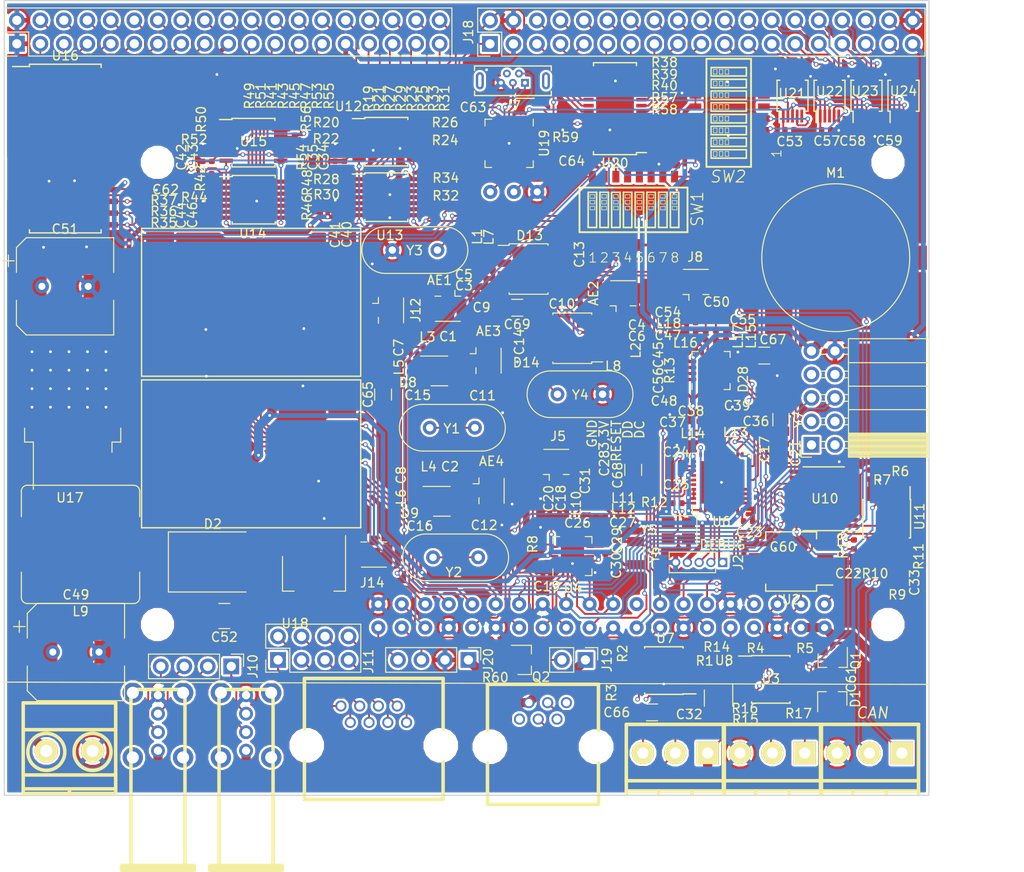
<source format=kicad_pcb>
(kicad_pcb (version 20171130) (host pcbnew 6.0.0-rc1-unknown-b491065~66~ubuntu16.04.1)
  (layers (0 F.Cu signal) (31 B.Cu signal) (34 B.Paste user hide) (35 F.Paste user hide) (36 B.SilkS user) (37 F.SilkS user) (38 B.Mask user hide) (39 F.Mask user hide) (44 Edge.Cuts user))
  (net 0 "")
  (net 1 "Net-(AE1-Pad1)")
  (net 2 "Net-(AE2-Pad1)")
  (net 3 "Net-(AE3-Pad1)")
  (net 4 "Net-(AE4-Pad1)")
  (net 5 GND)
  (net 6 "Net-(C5-Pad1)")
  (net 7 "Net-(C6-Pad1)")
  (net 8 "Net-(C7-Pad1)")
  (net 9 "Net-(C7-Pad2)")
  (net 10 "Net-(C8-Pad1)")
  (net 11 "Net-(C8-Pad2)")
  (net 12 "Net-(C9-Pad1)")
  (net 13 "Net-(C10-Pad1)")
  (net 14 "Net-(C11-Pad2)")
  (net 15 "Net-(C12-Pad2)")
  (net 16 "Net-(C13-Pad2)")
  (net 17 "Net-(C14-Pad2)")
  (net 18 "Net-(C15-Pad2)")
  (net 19 "Net-(C16-Pad2)")
  (net 20 3,3V)
  (net 21 "Net-(C19-Pad1)")
  (net 22 "Net-(C23-Pad1)")
  (net 23 "Net-(C24-Pad2)")
  (net 24 "Net-(C25-Pad1)")
  (net 25 "Net-(C26-Pad2)")
  (net 26 "Net-(C28-Pad1)")
  (net 27 "Net-(C28-Pad2)")
  (net 28 "Net-(C29-Pad2)")
  (net 29 "Net-(C30-Pad2)")
  (net 30 "Net-(C36-Pad1)")
  (net 31 "Net-(C37-Pad1)")
  (net 32 "Net-(C38-Pad1)")
  (net 33 "Net-(C39-Pad1)")
  (net 34 "Net-(C47-Pad2)")
  (net 35 "Net-(C50-Pad1)")
  (net 36 5V)
  (net 37 "Net-(C55-Pad2)")
  (net 38 1RF315)
  (net 39 1RF433)
  (net 40 2RF315)
  (net 41 "Net-(D13-Pad8)")
  (net 42 "Net-(D14-Pad8)")
  (net 43 2RF433)
  (net 44 "Net-(D28-Pad5)")
  (net 45 "Net-(D28-Pad6)")
  (net 46 "Net-(D28-Pad7)")
  (net 47 "Net-(D28-Pad10)")
  (net 48 "Net-(D28-Pad11)")
  (net 49 "Net-(D28-Pad15)")
  (net 50 SDA)
  (net 51 SCL)
  (net 52 DEBUG_DC)
  (net 53 RESET)
  (net 54 DEBUG_DD)
  (net 55 "Net-(L10-Pad1)")
  (net 56 "Net-(L10-Pad2)")
  (net 57 "Net-(L13-Pad1)")
  (net 58 "Net-(L14-Pad1)")
  (net 59 "Net-(R8-Pad1)")
  (net 60 "Net-(R12-Pad1)")
  (net 61 UART_RX)
  (net 62 UART_TX)
  (net 63 MOSI)
  (net 64 MISO)
  (net 65 CE)
  (net 66 SCK)
  (net 67 CSN)
  (net 68 "Net-(J11-Pad6)")
  (net 69 "Net-(J11-Pad8)")
  (net 70 "Net-(J11-Pad7)")
  (net 71 "Net-(J11-Pad5)")
  (net 72 "Net-(J11-Pad4)")
  (net 73 "Net-(J11-Pad3)")
  (net 74 "Net-(J11-Pad2)")
  (net 75 "Net-(J11-Pad1)")
  (net 76 "Net-(J10-Pad1)")
  (net 77 "Net-(J10-Pad2)")
  (net 78 "Net-(J10-Pad3)")
  (net 79 "Net-(J10-Pad4)")
  (net 80 "Net-(J13-Pad4)")
  (net 81 "Net-(J13-Pad3)")
  (net 82 "Net-(R1-Pad1)")
  (net 83 "Net-(R1-Pad2)")
  (net 84 s1)
  (net 85 s2)
  (net 86 RX3)
  (net 87 TX3)
  (net 88 "Net-(D1-Pad2)")
  (net 89 "Net-(D1-Pad1)")
  (net 90 "Net-(Q1-Pad1)")
  (net 91 "Net-(Q1-Pad2)")
  (net 92 s3)
  (net 93 "Net-(R15-Pad2)")
  (net 94 "Net-(R16-Pad2)")
  (net 95 "Net-(J14-Pad1)")
  (net 96 "Net-(J12-Pad1)")
  (net 97 R690)
  (net 98 R69N)
  (net 99 R95N)
  (net 100 R950)
  (net 101 "Net-(U10-Pad1)")
  (net 102 "Net-(R7-Pad1)")
  (net 103 "Net-(R6-Pad2)")
  (net 104 "Net-(R9-Pad2)")
  (net 105 "Net-(C17-Pad1)")
  (net 106 "Net-(C21-Pad1)")
  (net 107 "Net-(C17-Pad2)")
  (net 108 "Net-(C21-Pad2)")
  (net 109 s4_1)
  (net 110 CAN_INT)
  (net 111 CAN_CS)
  (net 112 s4)
  (net 113 "Net-(C22-Pad2)")
  (net 114 "Net-(C33-Pad2)")
  (net 115 s3_1)
  (net 116 3,3V-1)
  (net 117 "Net-(M1-Pad1)")
  (net 118 "Net-(R27-Pad2)")
  (net 119 "Net-(R23-Pad2)")
  (net 120 "Net-(R33-Pad2)")
  (net 121 "Net-(R31-Pad2)")
  (net 122 "Net-(R29-Pad2)")
  (net 123 "Net-(R25-Pad2)")
  (net 124 "Net-(R19-Pad2)")
  (net 125 "Net-(R21-Pad2)")
  (net 126 "Net-(J17-Pad34)")
  (net 127 "Net-(J17-Pad36)")
  (net 128 "Net-(J17-Pad33)")
  (net 129 "Net-(J17-Pad35)")
  (net 130 "Net-(J17-Pad37)")
  (net 131 "Net-(J17-Pad38)")
  (net 132 "Net-(J17-Pad32)")
  (net 133 "Net-(R55-Pad2)")
  (net 134 "Net-(R53-Pad2)")
  (net 135 "Net-(R51-Pad2)")
  (net 136 "Net-(R49-Pad2)")
  (net 137 "Net-(R47-Pad2)")
  (net 138 "Net-(R45-Pad2)")
  (net 139 "Net-(R43-Pad2)")
  (net 140 "Net-(R41-Pad2)")
  (net 141 "Net-(J17-Pad22)")
  (net 142 "Net-(J17-Pad23)")
  (net 143 "Net-(J17-Pad24)")
  (net 144 "Net-(J17-Pad25)")
  (net 145 "Net-(J17-Pad26)")
  (net 146 "Net-(J17-Pad27)")
  (net 147 "Net-(J17-Pad28)")
  (net 148 "Net-(J17-Pad30)")
  (net 149 "Net-(J17-Pad5)")
  (net 150 "Net-(J17-Pad6)")
  (net 151 "Net-(J17-Pad7)")
  (net 152 "Net-(J17-Pad8)")
  (net 153 "Net-(J17-Pad9)")
  (net 154 "Net-(J17-Pad10)")
  (net 155 "Net-(J17-Pad11)")
  (net 156 "Net-(J17-Pad12)")
  (net 157 "Net-(J17-Pad13)")
  (net 158 "Net-(J17-Pad14)")
  (net 159 "Net-(J17-Pad15)")
  (net 160 "Net-(J17-Pad16)")
  (net 161 "Net-(J17-Pad17)")
  (net 162 "Net-(J17-Pad18)")
  (net 163 "Net-(J17-Pad20)")
  (net 164 "Net-(D2-Pad1)")
  (net 165 "Net-(C49-Pad1)")
  (net 166 "Net-(J17-Pad3)")
  (net 167 "Net-(J17-Pad4)")
  (net 168 "Net-(J17-Pad31)")
  (net 169 "Net-(J17-Pad21)")
  (net 170 SDA2)
  (net 171 SCL2)
  (net 172 "Net-(J16-Pad1)")
  (net 173 rx0)
  (net 174 tx0)
  (net 175 "Net-(J7-Pad3)")
  (net 176 "Net-(J7-Pad2)")
  (net 177 "Net-(R37-Pad1)")
  (net 178 "Net-(J18-Pad5)")
  (net 179 "Net-(J18-Pad6)")
  (net 180 "Net-(J18-Pad7)")
  (net 181 "Net-(J18-Pad8)")
  (net 182 "Net-(J18-Pad9)")
  (net 183 "Net-(J18-Pad10)")
  (net 184 "Net-(J18-Pad11)")
  (net 185 "Net-(J18-Pad12)")
  (net 186 "Net-(J18-Pad13)")
  (net 187 "Net-(J18-Pad14)")
  (net 188 "Net-(J18-Pad15)")
  (net 189 "Net-(J18-Pad16)")
  (net 190 "Net-(J18-Pad17)")
  (net 191 "Net-(J18-Pad18)")
  (net 192 "Net-(J18-Pad19)")
  (net 193 "Net-(J18-Pad20)")
  (net 194 "Net-(J18-Pad21)")
  (net 195 "Net-(J18-Pad22)")
  (net 196 "Net-(J18-Pad23)")
  (net 197 "Net-(J18-Pad24)")
  (net 198 "Net-(J18-Pad25)")
  (net 199 "Net-(J18-Pad26)")
  (net 200 "Net-(J18-Pad27)")
  (net 201 "Net-(J18-Pad28)")
  (net 202 "Net-(J18-Pad29)")
  (net 203 "Net-(J18-Pad30)")
  (net 204 "Net-(J18-Pad31)")
  (net 205 "Net-(J18-Pad32)")
  (net 206 "Net-(J18-Pad33)")
  (net 207 "Net-(J18-Pad34)")
  (net 208 "Net-(J18-Pad35)")
  (net 209 "Net-(J18-Pad36)")
  (net 210 DAC4)
  (net 211 DAC3)
  (net 212 DAC2)
  (net 213 DAC1)
  (net 214 DAC0)
  (net 215 DAC4en)
  (net 216 DAC3en)
  (net 217 DAC2en)
  (net 218 DAC1en)
  (net 219 SS1)
  (net 220 SS2)
  (net 221 SS3)
  (net 222 SS4)
  (net 223 "Net-(R38-Pad2)")
  (net 224 "Net-(R59-Pad1)")
  (net 225 "Net-(R2-Pad2)")
  (net 226 "Net-(R3-Pad2)")
  (net 227 "Net-(C63-Pad1)")
  (net 228 "Net-(R60-Pad2)")
  (net 229 "Net-(Q2-Pad2)")
  (net 230 "Net-(J19-Pad2)")
  (net 231 "Net-(J20-Pad3)")
  (net 232 "Net-(J20-Pad4)")
  (net 233 "Net-(J7-Pad4)")
  (module imm:OrangePiPC (layer F.Cu) (at 148.570896 56.719364)
    (fp_text reference U1 hide)
    (fp_text value OrangePiPC)
    (pad 1 thru_hole circle (at 35.139104 59.590636 180) (size 1.524 1.524) (drill 0.762) (layers *.Cu *.Mask) (net 116 3,3V-1))
    (pad 2 thru_hole circle (at 35.139104 62.130636 180) (size 1.524 1.524) (drill 0.762) (layers *.Cu *.Mask) (net 36 5V))
    (pad 3 thru_hole circle (at 32.599104 59.590636 180) (size 1.524 1.524) (drill 0.762) (layers *.Cu *.Mask) (net 50 SDA))
    (pad 4 thru_hole circle (at 32.599104 62.130636 180) (size 1.524 1.524) (drill 0.762) (layers *.Cu *.Mask) (net 36 5V))
    (pad 5 thru_hole circle (at 30.059104 59.590636 180) (size 1.524 1.524) (drill 0.762) (layers *.Cu *.Mask) (net 51 SCL))
    (pad 6 thru_hole circle (at 30.059104 62.130636 180) (size 1.524 1.524) (drill 0.762) (layers *.Cu *.Mask) (net 5 GND))
    (pad 7 thru_hole circle (at 27.519104 59.590636 180) (size 1.524 1.524) (drill 0.762) (layers *.Cu *.Mask) (net 43 2RF433))
    (pad 8 thru_hole circle (at 27.519104 62.130636 180) (size 1.524 1.524) (drill 0.762) (layers *.Cu *.Mask) (net 87 TX3))
    (pad 9 thru_hole circle (at 24.979104 59.590636 180) (size 1.524 1.524) (drill 0.762) (layers *.Cu *.Mask) (net 5 GND))
    (pad 10 thru_hole circle (at 24.979104 62.130636 180) (size 1.524 1.524) (drill 0.762) (layers *.Cu *.Mask) (net 86 RX3))
    (pad 11 thru_hole circle (at 22.439104 59.590636 180) (size 1.524 1.524) (drill 0.762) (layers *.Cu *.Mask) (net 62 UART_TX))
    (pad 12 thru_hole circle (at 22.439104 62.130636 180) (size 1.524 1.524) (drill 0.762) (layers *.Cu *.Mask) (net 38 1RF315))
    (pad 13 thru_hole circle (at 19.899104 59.590636 180) (size 1.524 1.524) (drill 0.762) (layers *.Cu *.Mask) (net 61 UART_RX))
    (pad 14 thru_hole circle (at 19.899104 62.130636 180) (size 1.524 1.524) (drill 0.762) (layers *.Cu *.Mask) (net 5 GND))
    (pad 15 thru_hole circle (at 17.359104 59.590636 180) (size 1.524 1.524) (drill 0.762) (layers *.Cu *.Mask) (net 40 2RF315))
    (pad 16 thru_hole circle (at 17.359104 62.130636 180) (size 1.524 1.524) (drill 0.762) (layers *.Cu *.Mask) (net 39 1RF433))
    (pad 17 thru_hole circle (at 14.819104 59.590636 180) (size 1.524 1.524) (drill 0.762) (layers *.Cu *.Mask))
    (pad 18 thru_hole circle (at 14.819104 62.130636 180) (size 1.524 1.524) (drill 0.762) (layers *.Cu *.Mask) (net 111 CAN_CS))
    (pad 19 thru_hole circle (at 12.279104 59.590636 180) (size 1.524 1.524) (drill 0.762) (layers *.Cu *.Mask) (net 63 MOSI))
    (pad 20 thru_hole circle (at 12.279104 62.130636 180) (size 1.524 1.524) (drill 0.762) (layers *.Cu *.Mask) (net 5 GND))
    (pad 21 thru_hole circle (at 9.739104 59.590636 180) (size 1.524 1.524) (drill 0.762) (layers *.Cu *.Mask) (net 64 MISO))
    (pad 22 thru_hole circle (at 9.739104 62.130636 180) (size 1.524 1.524) (drill 0.762) (layers *.Cu *.Mask) (net 110 CAN_INT))
    (pad 23 thru_hole circle (at 7.199104 59.590636 180) (size 1.524 1.524) (drill 0.762) (layers *.Cu *.Mask) (net 66 SCK))
    (pad 24 thru_hole circle (at 7.199104 62.130636 180) (size 1.524 1.524) (drill 0.762) (layers *.Cu *.Mask) (net 67 CSN))
    (pad 25 thru_hole circle (at 4.659104 59.590636 180) (size 1.524 1.524) (drill 0.762) (layers *.Cu *.Mask) (net 5 GND))
    (pad 26 thru_hole circle (at 4.659104 62.130636 180) (size 1.524 1.524) (drill 0.762) (layers *.Cu *.Mask) (net 65 CE))
    (pad 27 thru_hole circle (at 2.119104 59.590636 180) (size 1.524 1.524) (drill 0.762) (layers *.Cu *.Mask) (net 170 SDA2))
    (pad 28 thru_hole circle (at 2.119104 62.130636 180) (size 1.524 1.524) (drill 0.762) (layers *.Cu *.Mask) (net 171 SCL2))
    (pad 29 thru_hole circle (at -0.420896 59.590636 180) (size 1.524 1.524) (drill 0.762) (layers *.Cu *.Mask) (net 98 R69N))
    (pad 30 thru_hole circle (at -0.420896 62.130636 180) (size 1.524 1.524) (drill 0.762) (layers *.Cu *.Mask) (net 5 GND))
    (pad 31 thru_hole circle (at -2.960896 59.590636 180) (size 1.524 1.524) (drill 0.762) (layers *.Cu *.Mask) (net 100 R950))
    (pad 32 thru_hole circle (at -2.960896 62.130636 180) (size 1.524 1.524) (drill 0.762) (layers *.Cu *.Mask) (net 115 s3_1))
    (pad 33 thru_hole circle (at -5.500896 59.590636 180) (size 1.524 1.524) (drill 0.762) (layers *.Cu *.Mask) (net 99 R95N))
    (pad 34 thru_hole circle (at -5.500896 62.130636 180) (size 1.524 1.524) (drill 0.762) (layers *.Cu *.Mask) (net 5 GND))
    (pad 35 thru_hole circle (at -8.040896 59.590636 180) (size 1.524 1.524) (drill 0.762) (layers *.Cu *.Mask) (net 97 R690))
    (pad 36 thru_hole circle (at -8.040896 62.130636 180) (size 1.524 1.524) (drill 0.762) (layers *.Cu *.Mask) (net 214 DAC0))
    (pad 37 thru_hole circle (at -10.580896 59.590636 180) (size 1.524 1.524) (drill 0.762) (layers *.Cu *.Mask) (net 228 "Net-(R60-Pad2)"))
    (pad 38 thru_hole circle (at -10.580896 62.130636 180) (size 1.524 1.524) (drill 0.762) (layers *.Cu *.Mask) (net 231 "Net-(J20-Pad3)"))
    (pad 39 thru_hole circle (at -13.120896 59.590636 180) (size 1.524 1.524) (drill 0.762) (layers *.Cu *.Mask) (net 5 GND))
    (pad 40 thru_hole circle (at -13.120896 62.130636 180) (size 1.524 1.524) (drill 0.762) (layers *.Cu *.Mask) (net 232 "Net-(J20-Pad4)"))
    (pad "" np_thru_hole circle (at -37 61.8) (size 3.1 3.1) (drill 3.1) (layers *.Cu *.Mask))
    (pad "" np_thru_hole circle (at 42 61.8) (size 3.1 3.1) (drill 3.1) (layers *.Cu *.Mask))
    (pad "" np_thru_hole circle (at 42 11.8) (size 3.1 3.1) (drill 3.1) (layers *.Cu *.Mask))
    (pad "" np_thru_hole circle (at -37 11.8) (size 3.1 3.1) (drill 3.1) (layers *.Cu *.Mask))
    (pad 201 thru_hole circle (at 4.070779 14.986501) (size 1.524 1.524) (drill 0.762) (layers *.Cu *.Mask) (net 5 GND))
    (pad 202 thru_hole circle (at 1.545779 14.986501) (size 1.524 1.524) (drill 0.762) (layers *.Cu *.Mask) (net 173 rx0))
    (pad 203 thru_hole circle (at -1.004221 14.986501) (size 1.524 1.524) (drill 0.762) (layers *.Cu *.Mask) (net 174 tx0))
  )
  (module Connector_USB:USB_Micro-B_Wuerth_614105150721_Vertical (layer F.Cu) (at 151.31 59.9 180)
    (fp_text reference J7 (at 1.3 -2.48 180) (layer F.SilkS))
    (fp_text value USBMINI)
    (pad 6 thru_hole oval (at 4.875 0.22 180) (size 0.85 1.85) (drill oval 0.35 1.35) (layers *.Cu *.Mask))
    (pad 6 thru_hole oval (at -2.275 0.22 180) (size 0.85 1.85) (drill oval 0.35 1.35) (layers *.Cu *.Mask))
    (pad 5 thru_hole circle (at 2.6 0 180) (size 0.84 0.84) (drill 0.44) (layers *.Cu *.Mask) (net 5 GND))
    (pad 4 thru_hole circle (at 1.95 1 180) (size 0.84 0.84) (drill 0.44) (layers *.Cu *.Mask) (net 233 "Net-(J7-Pad4)"))
    (pad 3 thru_hole circle (at 1.3 0 180) (size 0.84 0.84) (drill 0.44) (layers *.Cu *.Mask) (net 175 "Net-(J7-Pad3)"))
    (pad 2 thru_hole circle (at 0.65 1 180) (size 0.84 0.84) (drill 0.44) (layers *.Cu *.Mask) (net 176 "Net-(J7-Pad2)"))
    (pad 1 thru_hole rect (at 0 0 180) (size 0.84 0.84) (drill 0.44) (layers *.Cu *.Mask) (net 227 "Net-(C63-Pad1)"))
  )
  (module Capacitor_SMD:C_1206_3216Metric (layer F.Cu) (at 150.48 84.24)
    (fp_text reference C69 (at -0.01 1.8) (layer F.SilkS))
    (fp_text value "10 uF 6.3V")
    (pad 2 smd roundrect (at 1.4 0) (size 1.25 1.75) (layers F.Cu F.Paste F.Mask) (roundrect_rratio 0.2) (net 5 GND))
    (pad 1 smd roundrect (at -1.4 0) (size 1.25 1.75) (layers F.Cu F.Paste F.Mask) (roundrect_rratio 0.2) (net 36 5V))
  )
  (module Capacitor_SMD:C_1206_3216Metric (layer F.Cu) (at 163.02 101.79 90)
    (fp_text reference C68 (at -0.58 -1.68 90) (layer F.SilkS))
    (fp_text value "10 uF 6.3V")
    (pad 2 smd roundrect (at 1.4 0 90) (size 1.25 1.75) (layers F.Cu F.Paste F.Mask) (roundrect_rratio 0.2) (net 5 GND))
    (pad 1 smd roundrect (at -1.4 0 90) (size 1.25 1.75) (layers F.Cu F.Paste F.Mask) (roundrect_rratio 0.2) (net 20 3,3V))
  )
  (module Capacitor_SMD:C_1206_3216Metric (layer F.Cu) (at 177.19 89.42)
    (fp_text reference C67 (at 0.93 -1.75) (layer F.SilkS))
    (fp_text value "10 uF 6.3V")
    (pad 2 smd roundrect (at 1.4 0) (size 1.25 1.75) (layers F.Cu F.Paste F.Mask) (roundrect_rratio 0.2) (net 5 GND))
    (pad 1 smd roundrect (at -1.4 0) (size 1.25 1.75) (layers F.Cu F.Paste F.Mask) (roundrect_rratio 0.2) (net 20 3,3V))
  )
  (module Capacitor_SMD:C_1206_3216Metric (layer F.Cu) (at 165.06 128.03 180)
    (fp_text reference C66 (at 3.82 0 180) (layer F.SilkS))
    (fp_text value "10 uF 6.3V")
    (pad 2 smd roundrect (at 1.4 0 180) (size 1.25 1.75) (layers F.Cu F.Paste F.Mask) (roundrect_rratio 0.2) (net 5 GND))
    (pad 1 smd roundrect (at -1.4 0 180) (size 1.25 1.75) (layers F.Cu F.Paste F.Mask) (roundrect_rratio 0.2) (net 36 5V))
  )
  (module Capacitor_SMD:C_1206_3216Metric (layer F.Cu) (at 135.97 93.64 270)
    (fp_text reference C65 (at 0 1.63 270) (layer F.SilkS))
    (fp_text value "10 uF 6.3V")
    (pad 2 smd roundrect (at 1.4 0 270) (size 1.25 1.75) (layers F.Cu F.Paste F.Mask) (roundrect_rratio 0.2) (net 5 GND))
    (pad 1 smd roundrect (at -1.4 0 270) (size 1.25 1.75) (layers F.Cu F.Paste F.Mask) (roundrect_rratio 0.2) (net 20 3,3V))
  )
  (module imm:rj45-shield (layer F.Cu) (at 134.96016 131.6)
    (fp_text reference J9 hide)
    (fp_text value RJ45 hide)
    (pad "" np_thru_hole circle (at 7.25 0) (size 3.2512 3.2512) (drill 3.2512) (layers *.Cu))
    (pad "" np_thru_hole circle (at -7.25 0) (size 3.2512 3.2512) (drill 3.2512) (layers *.Cu))
    (pad 8 thru_hole circle (at -3.55092 -4.26466) (size 1.19888 1.19888) (drill 0.8001) (layers *.Cu *.Mask) (net 75 "Net-(J11-Pad1)"))
    (pad 7 thru_hole circle (at -2.53746 -2.48412) (size 1.19888 1.19888) (drill 0.8001) (layers *.Cu *.Mask) (net 74 "Net-(J11-Pad2)"))
    (pad 6 thru_hole circle (at -1.52146 -4.26466) (size 1.19888 1.19888) (drill 0.8001) (layers *.Cu *.Mask) (net 73 "Net-(J11-Pad3)"))
    (pad 5 thru_hole circle (at -0.508 -2.48412) (size 1.19888 1.19888) (drill 0.8001) (layers *.Cu *.Mask) (net 72 "Net-(J11-Pad4)"))
    (pad 4 thru_hole circle (at 0.508 -4.26466) (size 1.19888 1.19888) (drill 0.8001) (layers *.Cu *.Mask) (net 71 "Net-(J11-Pad5)"))
    (pad 2 thru_hole circle (at 2.53746 -4.26466) (size 1.19888 1.19888) (drill 0.8001) (layers *.Cu *.Mask) (net 70 "Net-(J11-Pad7)"))
    (pad 1 thru_hole circle (at 3.55092 -2.48412) (size 1.19888 1.19888) (drill 0.8001) (layers *.Cu *.Mask) (net 69 "Net-(J11-Pad8)"))
    (pad 3 thru_hole circle (at 1.52146 -2.48412) (size 1.19888 1.19888) (drill 0.8001) (layers *.Cu *.Mask) (net 68 "Net-(J11-Pad6)"))
  )
  (module imm:rj11-shield (layer F.Cu) (at 153.26 131.24)
    (fp_text reference J13 hide)
    (fp_text value RJ11-6PTH hide)
    (pad "" np_thru_hole circle (at 5.75 0.5) (size 3.2512 3.2512) (drill 3.2512) (layers *.Cu))
    (pad "" np_thru_hole circle (at -5.75 0.5) (size 3.2512 3.2512) (drill 3.2512) (layers *.Cu))
    (pad 1 thru_hole circle (at -2.53746 -2.48412) (size 1.19888 1.19888) (drill 0.8001) (layers *.Cu *.Mask))
    (pad 2 thru_hole circle (at -1.52146 -4.26466) (size 1.19888 1.19888) (drill 0.8001) (layers *.Cu *.Mask) (net 36 5V))
    (pad 3 thru_hole circle (at -0.508 -2.48412) (size 1.19888 1.19888) (drill 0.8001) (layers *.Cu *.Mask) (net 81 "Net-(J13-Pad3)"))
    (pad 4 thru_hole circle (at 0.508 -4.26466) (size 1.19888 1.19888) (drill 0.8001) (layers *.Cu *.Mask) (net 80 "Net-(J13-Pad4)"))
    (pad 6 thru_hole circle (at 2.53746 -4.26466) (size 1.19888 1.19888) (drill 0.8001) (layers *.Cu *.Mask))
    (pad 5 thru_hole circle (at 1.52146 -2.48412) (size 1.19888 1.19888) (drill 0.8001) (layers *.Cu *.Mask))
  )
  (module Diode_SMD:D_SMC (layer F.Cu) (at 117.55 111.75)
    (fp_text reference D2 (at 0 -4.1) (layer F.SilkS))
    (fp_text value 1N5822)
    (pad 2 smd rect (at 3.4 0 90) (size 3.3 2.5) (layers F.Cu F.Paste F.Mask) (net 5 GND))
    (pad 1 smd rect (at -3.4 0 90) (size 3.3 2.5) (layers F.Cu F.Paste F.Mask) (net 164 "Net-(D2-Pad1)"))
  )
  (module Connector_PinHeader_2.54mm:PinHeader_1x04_P2.54mm_Vertical (layer F.Cu) (at 145.2 122.35 270)
    (fp_text reference J20 (at 0.05 -2.15 270) (layer F.SilkS))
    (fp_text value HEADER_1x4)
    (pad 1 thru_hole rect (at 0 0 270) (size 1.7 1.7) (drill 1) (layers *.Cu *.Mask) (net 36 5V))
    (pad 2 thru_hole oval (at 0 2.54 270) (size 1.7 1.7) (drill 1) (layers *.Cu *.Mask) (net 5 GND))
    (pad 3 thru_hole oval (at 0 5.08 270) (size 1.7 1.7) (drill 1) (layers *.Cu *.Mask) (net 231 "Net-(J20-Pad3)"))
    (pad 4 thru_hole oval (at 0 7.62 270) (size 1.7 1.7) (drill 1) (layers *.Cu *.Mask) (net 232 "Net-(J20-Pad4)"))
  )
  (module Connector_PinHeader_2.54mm:PinHeader_1x02_P2.54mm_Vertical (layer F.Cu) (at 157.85 122.35 270)
    (fp_text reference J19 (at 0 -2.33 270) (layer F.SilkS))
    (fp_text value HEADER-1x02-connectors)
    (pad 1 thru_hole rect (at 0 0 270) (size 1.7 1.7) (drill 1) (layers *.Cu *.Mask) (net 36 5V))
    (pad 2 thru_hole oval (at 0 2.54 270) (size 1.7 1.7) (drill 1) (layers *.Cu *.Mask) (net 230 "Net-(J19-Pad2)"))
  )
  (module Package_TO_SOT_SMD:SOT-23 (layer F.Cu) (at 151.25 122.35)
    (fp_text reference Q2 (at 1.8 1.85) (layer F.SilkS))
    (fp_text value BC107)
    (pad 1 smd rect (at -1 -0.95) (size 0.9 0.8) (layers F.Cu F.Paste F.Mask) (net 5 GND))
    (pad 2 smd rect (at -1 0.95) (size 0.9 0.8) (layers F.Cu F.Paste F.Mask) (net 229 "Net-(Q2-Pad2)"))
    (pad 3 smd rect (at 1 0) (size 0.9 0.8) (layers F.Cu F.Paste F.Mask) (net 230 "Net-(J19-Pad2)"))
  )
  (module Resistor_SMD:R_0402_1005Metric (layer F.Cu) (at 148.7 122.785 90)
    (fp_text reference R60 (at -1.465 -0.6 180) (layer F.SilkS))
    (fp_text value R)
    (pad 1 smd roundrect (at -0.485 0 90) (size 0.59 0.64) (layers F.Cu F.Paste F.Mask) (net 229 "Net-(Q2-Pad2)"))
    (pad 2 smd roundrect (at 0.485 0 90) (size 0.59 0.64) (layers F.Cu F.Paste F.Mask) (net 228 "Net-(R60-Pad2)"))
  )
  (module Capacitor_SMD:C_0402_1005Metric (layer F.Cu) (at 179.215 108.95 180)
    (fp_text reference C60 (at 0 -1.17 180) (layer F.SilkS))
    (fp_text value "100 nF")
    (pad 1 smd roundrect (at -0.485 0 180) (size 0.59 0.64) (layers F.Cu F.Paste F.Mask) (net 20 3,3V))
    (pad 2 smd roundrect (at 0.485 0 180) (size 0.59 0.64) (layers F.Cu F.Paste F.Mask) (net 5 GND))
  )
  (module Capacitor_SMD:C_0402_1005Metric (layer F.Cu) (at 156.365 67.2 180)
    (fp_text reference C64 (at 0 -1.17 180) (layer F.SilkS))
    (fp_text value "100 nF")
    (pad 2 smd roundrect (at 0.485 0 180) (size 0.59 0.64) (layers F.Cu F.Paste F.Mask) (net 5 GND))
    (pad 1 smd roundrect (at -0.485 0 180) (size 0.59 0.64) (layers F.Cu F.Paste F.Mask) (net 36 5V))
  )
  (module Capacitor_SMD:C_0402_1005Metric (layer F.Cu) (at 145.615 63.8 180)
    (fp_text reference C63 (at -0.085 1.25 180) (layer F.SilkS))
    (fp_text value "100 nF")
    (pad 1 smd roundrect (at -0.485 0 180) (size 0.59 0.64) (layers F.Cu F.Paste F.Mask) (net 227 "Net-(C63-Pad1)"))
    (pad 2 smd roundrect (at 0.485 0 180) (size 0.59 0.64) (layers F.Cu F.Paste F.Mask) (net 5 GND))
  )
  (module Capacitor_SMD:C_0402_1005Metric (layer F.Cu) (at 109.915 71.4 180)
    (fp_text reference C62 (at -2.535 -0.05 180) (layer F.SilkS))
    (fp_text value "100 nF")
    (pad 2 smd roundrect (at 0.485 0 180) (size 0.59 0.64) (layers F.Cu F.Paste F.Mask) (net 36 5V))
    (pad 1 smd roundrect (at -0.485 0 180) (size 0.59 0.64) (layers F.Cu F.Paste F.Mask) (net 5 GND))
  )
  (module Capacitor_SMD:C_0402_1005Metric (layer F.Cu) (at 182.25 124.685 90)
    (fp_text reference C61 (at 0.235 4.35 90) (layer F.SilkS))
    (fp_text value "100 nF")
    (pad 1 smd roundrect (at -0.485 0 90) (size 0.59 0.64) (layers F.Cu F.Paste F.Mask) (net 5 GND))
    (pad 2 smd roundrect (at 0.485 0 90) (size 0.59 0.64) (layers F.Cu F.Paste F.Mask) (net 20 3,3V))
  )
  (module imm:DIPSWITCH-08-50MIL (layer F.Cu) (at 173.45 63.15 90)
    (fp_text reference SW2 (at -6.9 -0.2 180) (layer F.SilkS) (effects (font (size 1.27 1.27) (thickness 0.127) italic)))
    (fp_text value SW_DIP-8-SMT-HALFSIZE hide)
    (fp_text user 1 (at -4.4 5.084654 90) (layer F.SilkS) (effects (font (size 1.016 1.016) (thickness 0.1016))))
    (pad 16 smd rect (at -4.445 -3.69824 180) (size 1.27 0.762) (layers F.Cu F.Paste F.Mask) (net 214 DAC0))
    (pad 15 smd rect (at -3.175 -3.69824 180) (size 1.27 0.762) (layers F.Cu F.Paste F.Mask) (net 214 DAC0))
    (pad 14 smd rect (at -1.905 -3.69824 180) (size 1.27 0.762) (layers F.Cu F.Paste F.Mask) (net 214 DAC0))
    (pad 13 smd rect (at -0.635 -3.69824 180) (size 1.27 0.762) (layers F.Cu F.Paste F.Mask) (net 214 DAC0))
    (pad 12 smd rect (at 0.635 -3.69824 180) (size 1.27 0.762) (layers F.Cu F.Paste F.Mask) (net 36 5V))
    (pad 11 smd rect (at 1.905 -3.69824 180) (size 1.27 0.762) (layers F.Cu F.Paste F.Mask) (net 36 5V))
    (pad 10 smd rect (at 3.175 -3.69824 180) (size 1.27 0.762) (layers F.Cu F.Paste F.Mask) (net 36 5V))
    (pad 9 smd rect (at 4.445 -3.69824 180) (size 1.27 0.762) (layers F.Cu F.Paste F.Mask) (net 36 5V))
    (pad 8 smd rect (at 4.445 3.69824 180) (size 1.27 0.762) (layers F.Cu F.Paste F.Mask) (net 215 DAC4en))
    (pad 7 smd rect (at 3.175 3.69824 180) (size 1.27 0.762) (layers F.Cu F.Paste F.Mask) (net 216 DAC3en))
    (pad 6 smd rect (at 1.905 3.69824 180) (size 1.27 0.762) (layers F.Cu F.Paste F.Mask) (net 217 DAC2en))
    (pad 5 smd rect (at 0.635 3.69824 180) (size 1.27 0.762) (layers F.Cu F.Paste F.Mask) (net 218 DAC1en))
    (pad 4 smd rect (at -0.635 3.69824 180) (size 1.27 0.762) (layers F.Cu F.Paste F.Mask) (net 213 DAC1))
    (pad 3 smd rect (at -1.905 3.69824 180) (size 1.27 0.762) (layers F.Cu F.Paste F.Mask) (net 212 DAC2))
    (pad 2 smd rect (at -3.175 3.69824 180) (size 1.27 0.762) (layers F.Cu F.Paste F.Mask) (net 211 DAC3))
    (pad 1 smd rect (at -4.445 3.69824 180) (size 1.27 0.762) (layers F.Cu F.Paste F.Mask) (net 210 DAC4))
  )
  (module imm:DIPSWITCH-08-50MIL (layer F.Cu) (at 163.05 73.75)
    (fp_text reference SW1 (at 6.9 -0.2 90) (layer F.SilkS) (effects (font (size 1.27 1.27) (thickness 0.127))))
    (fp_text value SW_DIP-8-SMT-HALFSIZE hide)
    (fp_text user 1 (at -4.4 5.084654) (layer F.SilkS) (effects (font (size 1.016 1.016) (thickness 0.1016))))
    (fp_text user 8 (at 4.472 5.083) (layer F.SilkS) (effects (font (size 1.016 1.016) (thickness 0.1016))))
    (fp_text user 7 (at 3.202 5.083) (layer F.SilkS) (effects (font (size 1.016 1.016) (thickness 0.1016))))
    (fp_text user 6 (at 1.932 5.083) (layer F.SilkS) (effects (font (size 1.016 1.016) (thickness 0.1016))))
    (fp_text user 5 (at 0.662 5.083) (layer F.SilkS) (effects (font (size 1.016 1.016) (thickness 0.1016))))
    (fp_text user 4 (at -0.608 5.083) (layer F.SilkS) (effects (font (size 1.016 1.016) (thickness 0.1016))))
    (fp_text user 3 (at -1.878 5.083) (layer F.SilkS) (effects (font (size 1.016 1.016) (thickness 0.1016))))
    (fp_text user 2 (at -3.148 5.083) (layer F.SilkS) (effects (font (size 1.016 1.016) (thickness 0.1016))))
    (pad 16 smd rect (at -4.445 -3.69824 90) (size 1.27 0.762) (layers F.Cu F.Paste F.Mask) (net 222 SS4))
    (pad 15 smd rect (at -3.175 -3.69824 90) (size 1.27 0.762) (layers F.Cu F.Paste F.Mask) (net 221 SS3))
    (pad 14 smd rect (at -1.905 -3.69824 90) (size 1.27 0.762) (layers F.Cu F.Paste F.Mask) (net 85 s2))
    (pad 13 smd rect (at -0.635 -3.69824 90) (size 1.27 0.762) (layers F.Cu F.Paste F.Mask) (net 84 s1))
    (pad 12 smd rect (at 0.635 -3.69824 90) (size 1.27 0.762) (layers F.Cu F.Paste F.Mask) (net 220 SS2))
    (pad 11 smd rect (at 1.905 -3.69824 90) (size 1.27 0.762) (layers F.Cu F.Paste F.Mask) (net 219 SS1))
    (pad 10 smd rect (at 3.175 -3.69824 90) (size 1.27 0.762) (layers F.Cu F.Paste F.Mask) (net 92 s3))
    (pad 9 smd rect (at 4.445 -3.69824 90) (size 1.27 0.762) (layers F.Cu F.Paste F.Mask) (net 112 s4))
    (pad 8 smd rect (at 4.445 3.69824 90) (size 1.27 0.762) (layers F.Cu F.Paste F.Mask) (net 109 s4_1))
    (pad 7 smd rect (at 3.175 3.69824 90) (size 1.27 0.762) (layers F.Cu F.Paste F.Mask) (net 115 s3_1))
    (pad 6 smd rect (at 1.905 3.69824 90) (size 1.27 0.762) (layers F.Cu F.Paste F.Mask) (net 36 5V))
    (pad 5 smd rect (at 0.635 3.69824 90) (size 1.27 0.762) (layers F.Cu F.Paste F.Mask) (net 36 5V))
    (pad 4 smd rect (at -0.635 3.69824 90) (size 1.27 0.762) (layers F.Cu F.Paste F.Mask) (net 36 5V))
    (pad 3 smd rect (at -1.905 3.69824 90) (size 1.27 0.762) (layers F.Cu F.Paste F.Mask) (net 36 5V))
    (pad 2 smd rect (at -3.175 3.69824 90) (size 1.27 0.762) (layers F.Cu F.Paste F.Mask) (net 36 5V))
    (pad 1 smd rect (at -4.445 3.69824 90) (size 1.27 0.762) (layers F.Cu F.Paste F.Mask) (net 36 5V))
  )
  (module imm:CP_Elec_10x10 (layer F.Cu) (at 101.575 81.925)
    (fp_text reference C51 (at 0 -6.2) (layer F.SilkS))
    (fp_text value "220 µF")
    (pad 1 thru_hole circle (at -2.5 0) (size 1.524 1.524) (drill 0.762) (layers *.Cu *.Mask) (net 36 5V))
    (pad 2 thru_hole circle (at 2.5 0) (size 1.524 1.524) (drill 0.762) (layers *.Cu *.Mask) (net 5 GND))
    (pad 2 smd rect (at 4 0) (size 4 2.5) (layers F.Cu F.Paste F.Mask) (net 5 GND))
    (pad 1 smd rect (at -4 0) (size 4 2.5) (layers F.Cu F.Paste F.Mask) (net 36 5V))
  )
  (module imm:CP_Elec_10x10 (layer F.Cu) (at 102.75 121.5)
    (fp_text reference C49 (at 0 -6.2) (layer F.SilkS))
    (fp_text value "680 µF")
    (pad 1 thru_hole circle (at -2.5 0) (size 1.524 1.524) (drill 0.762) (layers *.Cu *.Mask) (net 165 "Net-(C49-Pad1)"))
    (pad 2 thru_hole circle (at 2.5 0) (size 1.524 1.524) (drill 0.762) (layers *.Cu *.Mask) (net 5 GND))
    (pad 2 smd rect (at 4 0) (size 4 2.5) (layers F.Cu F.Paste F.Mask) (net 5 GND))
    (pad 1 smd rect (at -4 0) (size 4 2.5) (layers F.Cu F.Paste F.Mask) (net 165 "Net-(C49-Pad1)"))
  )
  (module Inductor_SMD:L_Bourns_SRR1260 (layer F.Cu) (at 103.25 109.85 180)
    (fp_text reference L9 (at 0 -7.25 180) (layer F.SilkS))
    (fp_text value "33 uH")
    (pad 2 smd rect (at 4.85 0 180) (size 2.9 5.4) (layers F.Cu F.Paste F.Mask) (net 164 "Net-(D2-Pad1)"))
    (pad 1 smd rect (at -4.85 0 180) (size 2.9 5.4) (layers F.Cu F.Paste F.Mask) (net 36 5V))
  )
  (module Capacitor_SMD:C_0402_1005Metric (layer F.Cu) (at 179.915 65)
    (fp_text reference C53 (at 0.035 1.25) (layer F.SilkS))
    (fp_text value "100 nF")
    (pad 2 smd roundrect (at 0.485 0) (size 0.59 0.64) (layers F.Cu F.Paste F.Mask) (net 5 GND))
    (pad 1 smd roundrect (at -0.485 0) (size 0.59 0.64) (layers F.Cu F.Paste F.Mask) (net 218 DAC1en))
  )
  (module Capacitor_SMD:C_0402_1005Metric (layer F.Cu) (at 190.715 65 180)
    (fp_text reference C59 (at 0 -1.17 180) (layer F.SilkS))
    (fp_text value "100 nF")
    (pad 1 smd roundrect (at -0.485 0 180) (size 0.59 0.64) (layers F.Cu F.Paste F.Mask) (net 215 DAC4en))
    (pad 2 smd roundrect (at 0.485 0 180) (size 0.59 0.64) (layers F.Cu F.Paste F.Mask) (net 5 GND))
  )
  (module Capacitor_SMD:C_0402_1005Metric (layer F.Cu) (at 186.615 65 180)
    (fp_text reference C58 (at -0.135 -1.2 180) (layer F.SilkS))
    (fp_text value "100 nF")
    (pad 2 smd roundrect (at 0.485 0 180) (size 0.59 0.64) (layers F.Cu F.Paste F.Mask) (net 5 GND))
    (pad 1 smd roundrect (at -0.485 0 180) (size 0.59 0.64) (layers F.Cu F.Paste F.Mask) (net 216 DAC3en))
  )
  (module Capacitor_SMD:C_0402_1005Metric (layer F.Cu) (at 183.885 65)
    (fp_text reference C57 (at 0.065 1.2) (layer F.SilkS))
    (fp_text value "100 nF")
    (pad 1 smd roundrect (at -0.485 0) (size 0.59 0.64) (layers F.Cu F.Paste F.Mask) (net 217 DAC2en))
    (pad 2 smd roundrect (at 0.485 0) (size 0.59 0.64) (layers F.Cu F.Paste F.Mask) (net 5 GND))
  )
  (module Resistor_SMD:R_0402_1005Metric (layer F.Cu) (at 167.215 66.85 180)
    (fp_text reference R57 (at 0.815 5.35 180) (layer F.SilkS))
    (fp_text value "10 k")
    (pad 2 smd roundrect (at 0.485 0 180) (size 0.59 0.64) (layers F.Cu F.Paste F.Mask) (net 220 SS2))
    (pad 1 smd roundrect (at -0.485 0 180) (size 0.59 0.64) (layers F.Cu F.Paste F.Mask) (net 5 GND))
  )
  (module Resistor_SMD:R_0402_1005Metric (layer F.Cu) (at 167.215 67.85 180)
    (fp_text reference R58 (at 0.815 5.05 180) (layer F.SilkS))
    (fp_text value "10 k")
    (pad 1 smd roundrect (at -0.485 0 180) (size 0.59 0.64) (layers F.Cu F.Paste F.Mask) (net 5 GND))
    (pad 2 smd roundrect (at 0.485 0 180) (size 0.59 0.64) (layers F.Cu F.Paste F.Mask) (net 219 SS1))
  )
  (module Resistor_SMD:R_0402_1005Metric (layer F.Cu) (at 155.7 64.25 180)
    (fp_text reference R59 (at 0 -1.55 180) (layer F.SilkS))
    (fp_text value "10 k")
    (pad 2 smd roundrect (at 0.485 0 180) (size 0.59 0.64) (layers F.Cu F.Paste F.Mask) (net 5 GND))
    (pad 1 smd roundrect (at -0.485 0 180) (size 0.59 0.64) (layers F.Cu F.Paste F.Mask) (net 224 "Net-(R59-Pad1)"))
  )
  (module Resistor_SMD:R_0402_1005Metric (layer F.Cu) (at 167.215 65.85 180)
    (fp_text reference R40 (at 0.815 5.65 180) (layer F.SilkS))
    (fp_text value "10 k")
    (pad 1 smd roundrect (at -0.485 0 180) (size 0.59 0.64) (layers F.Cu F.Paste F.Mask) (net 5 GND))
    (pad 2 smd roundrect (at 0.485 0 180) (size 0.59 0.64) (layers F.Cu F.Paste F.Mask) (net 84 s1))
  )
  (module Resistor_SMD:R_0402_1005Metric (layer F.Cu) (at 167.215 63.85 180)
    (fp_text reference R38 (at 0.815 6.15 180) (layer F.SilkS))
    (fp_text value "10 k")
    (pad 2 smd roundrect (at 0.485 0 180) (size 0.59 0.64) (layers F.Cu F.Paste F.Mask) (net 223 "Net-(R38-Pad2)"))
    (pad 1 smd roundrect (at -0.485 0 180) (size 0.59 0.64) (layers F.Cu F.Paste F.Mask) (net 5 GND))
  )
  (module Resistor_SMD:R_0402_1005Metric (layer F.Cu) (at 167.215 64.85 180)
    (fp_text reference R39 (at 0.815 5.85 180) (layer F.SilkS))
    (fp_text value "10 k")
    (pad 1 smd roundrect (at -0.485 0 180) (size 0.59 0.64) (layers F.Cu F.Paste F.Mask) (net 5 GND))
    (pad 2 smd roundrect (at 0.485 0 180) (size 0.59 0.64) (layers F.Cu F.Paste F.Mask) (net 85 s2))
  )
  (module Connector_PinHeader_2.54mm:PinHeader_2x19_P2.54mm_Vertical (layer F.Cu) (at 147.53 55.69 90)
    (fp_text reference J18 (at 1.27 -2.33 90) (layer F.SilkS))
    (fp_text value Conn_01x38_Male)
    (pad 1 thru_hole rect (at 0 0 90) (size 1.7 1.7) (drill 1) (layers *.Cu *.Mask) (net 50 SDA))
    (pad 2 thru_hole oval (at 2.54 0 90) (size 1.7 1.7) (drill 1) (layers *.Cu *.Mask) (net 51 SCL))
    (pad 3 thru_hole oval (at 0 2.54 90) (size 1.7 1.7) (drill 1) (layers *.Cu *.Mask) (net 36 5V))
    (pad 4 thru_hole oval (at 2.54 2.54 90) (size 1.7 1.7) (drill 1) (layers *.Cu *.Mask) (net 5 GND))
    (pad 5 thru_hole oval (at 0 5.08 90) (size 1.7 1.7) (drill 1) (layers *.Cu *.Mask) (net 178 "Net-(J18-Pad5)"))
    (pad 6 thru_hole oval (at 2.54 5.08 90) (size 1.7 1.7) (drill 1) (layers *.Cu *.Mask) (net 179 "Net-(J18-Pad6)"))
    (pad 7 thru_hole oval (at 0 7.62 90) (size 1.7 1.7) (drill 1) (layers *.Cu *.Mask) (net 180 "Net-(J18-Pad7)"))
    (pad 8 thru_hole oval (at 2.54 7.62 90) (size 1.7 1.7) (drill 1) (layers *.Cu *.Mask) (net 181 "Net-(J18-Pad8)"))
    (pad 9 thru_hole oval (at 0 10.16 90) (size 1.7 1.7) (drill 1) (layers *.Cu *.Mask) (net 182 "Net-(J18-Pad9)"))
    (pad 10 thru_hole oval (at 2.54 10.16 90) (size 1.7 1.7) (drill 1) (layers *.Cu *.Mask) (net 183 "Net-(J18-Pad10)"))
    (pad 11 thru_hole oval (at 0 12.7 90) (size 1.7 1.7) (drill 1) (layers *.Cu *.Mask) (net 184 "Net-(J18-Pad11)"))
    (pad 12 thru_hole oval (at 2.54 12.7 90) (size 1.7 1.7) (drill 1) (layers *.Cu *.Mask) (net 185 "Net-(J18-Pad12)"))
    (pad 13 thru_hole oval (at 0 15.24 90) (size 1.7 1.7) (drill 1) (layers *.Cu *.Mask) (net 186 "Net-(J18-Pad13)"))
    (pad 14 thru_hole oval (at 2.54 15.24 90) (size 1.7 1.7) (drill 1) (layers *.Cu *.Mask) (net 187 "Net-(J18-Pad14)"))
    (pad 15 thru_hole oval (at 0 17.78 90) (size 1.7 1.7) (drill 1) (layers *.Cu *.Mask) (net 188 "Net-(J18-Pad15)"))
    (pad 16 thru_hole oval (at 2.54 17.78 90) (size 1.7 1.7) (drill 1) (layers *.Cu *.Mask) (net 189 "Net-(J18-Pad16)"))
    (pad 17 thru_hole oval (at 0 20.32 90) (size 1.7 1.7) (drill 1) (layers *.Cu *.Mask) (net 190 "Net-(J18-Pad17)"))
    (pad 18 thru_hole oval (at 2.54 20.32 90) (size 1.7 1.7) (drill 1) (layers *.Cu *.Mask) (net 191 "Net-(J18-Pad18)"))
    (pad 19 thru_hole oval (at 0 22.86 90) (size 1.7 1.7) (drill 1) (layers *.Cu *.Mask) (net 192 "Net-(J18-Pad19)"))
    (pad 20 thru_hole oval (at 2.54 22.86 90) (size 1.7 1.7) (drill 1) (layers *.Cu *.Mask) (net 193 "Net-(J18-Pad20)"))
    (pad 21 thru_hole oval (at 0 25.4 90) (size 1.7 1.7) (drill 1) (layers *.Cu *.Mask) (net 194 "Net-(J18-Pad21)"))
    (pad 22 thru_hole oval (at 2.54 25.4 90) (size 1.7 1.7) (drill 1) (layers *.Cu *.Mask) (net 195 "Net-(J18-Pad22)"))
    (pad 23 thru_hole oval (at 0 27.94 90) (size 1.7 1.7) (drill 1) (layers *.Cu *.Mask) (net 196 "Net-(J18-Pad23)"))
    (pad 24 thru_hole oval (at 2.54 27.94 90) (size 1.7 1.7) (drill 1) (layers *.Cu *.Mask) (net 197 "Net-(J18-Pad24)"))
    (pad 25 thru_hole oval (at 0 30.48 90) (size 1.7 1.7) (drill 1) (layers *.Cu *.Mask) (net 198 "Net-(J18-Pad25)"))
    (pad 26 thru_hole oval (at 2.54 30.48 90) (size 1.7 1.7) (drill 1) (layers *.Cu *.Mask) (net 199 "Net-(J18-Pad26)"))
    (pad 27 thru_hole oval (at 0 33.02 90) (size 1.7 1.7) (drill 1) (layers *.Cu *.Mask) (net 200 "Net-(J18-Pad27)"))
    (pad 28 thru_hole oval (at 2.54 33.02 90) (size 1.7 1.7) (drill 1) (layers *.Cu *.Mask) (net 201 "Net-(J18-Pad28)"))
    (pad 29 thru_hole oval (at 0 35.56 90) (size 1.7 1.7) (drill 1) (layers *.Cu *.Mask) (net 202 "Net-(J18-Pad29)"))
    (pad 30 thru_hole oval (at 2.54 35.56 90) (size 1.7 1.7) (drill 1) (layers *.Cu *.Mask) (net 203 "Net-(J18-Pad30)"))
    (pad 31 thru_hole oval (at 0 38.1 90) (size 1.7 1.7) (drill 1) (layers *.Cu *.Mask) (net 204 "Net-(J18-Pad31)"))
    (pad 32 thru_hole oval (at 2.54 38.1 90) (size 1.7 1.7) (drill 1) (layers *.Cu *.Mask) (net 205 "Net-(J18-Pad32)"))
    (pad 33 thru_hole oval (at 0 40.64 90) (size 1.7 1.7) (drill 1) (layers *.Cu *.Mask) (net 206 "Net-(J18-Pad33)"))
    (pad 34 thru_hole oval (at 2.54 40.64 90) (size 1.7 1.7) (drill 1) (layers *.Cu *.Mask) (net 207 "Net-(J18-Pad34)"))
    (pad 35 thru_hole oval (at 0 43.18 90) (size 1.7 1.7) (drill 1) (layers *.Cu *.Mask) (net 208 "Net-(J18-Pad35)"))
    (pad 36 thru_hole oval (at 2.54 43.18 90) (size 1.7 1.7) (drill 1) (layers *.Cu *.Mask) (net 209 "Net-(J18-Pad36)"))
    (pad 37 thru_hole oval (at 0 45.72 90) (size 1.7 1.7) (drill 1) (layers *.Cu *.Mask) (net 36 5V))
    (pad 38 thru_hole oval (at 2.54 45.72 90) (size 1.7 1.7) (drill 1) (layers *.Cu *.Mask) (net 5 GND))
  )
  (module Package_SO:MSOP-10_3x3mm_P0.5mm (layer F.Cu) (at 180.25 61.3 90)
    (fp_text reference U21 (at 0.25 -0.05 180) (layer F.SilkS))
    (fp_text value MCP4728)
    (pad 10 smd rect (at 2.2 -1 90) (size 1.4 0.3) (layers F.Cu F.Paste F.Mask) (net 5 GND))
    (pad 9 smd rect (at 2.2 -0.5 90) (size 1.4 0.3) (layers F.Cu F.Paste F.Mask) (net 194 "Net-(J18-Pad21)"))
    (pad 8 smd rect (at 2.2 0 90) (size 1.4 0.3) (layers F.Cu F.Paste F.Mask) (net 195 "Net-(J18-Pad22)"))
    (pad 7 smd rect (at 2.2 0.5 90) (size 1.4 0.3) (layers F.Cu F.Paste F.Mask) (net 196 "Net-(J18-Pad23)"))
    (pad 6 smd rect (at 2.2 1 90) (size 1.4 0.3) (layers F.Cu F.Paste F.Mask) (net 197 "Net-(J18-Pad24)"))
    (pad 5 smd rect (at -2.2 1 90) (size 1.4 0.3) (layers F.Cu F.Paste F.Mask))
    (pad 4 smd rect (at -2.2 0.5 90) (size 1.4 0.3) (layers F.Cu F.Paste F.Mask) (net 213 DAC1))
    (pad 3 smd rect (at -2.2 0 90) (size 1.4 0.3) (layers F.Cu F.Paste F.Mask) (net 50 SDA))
    (pad 2 smd rect (at -2.2 -0.5 90) (size 1.4 0.3) (layers F.Cu F.Paste F.Mask) (net 51 SCL))
    (pad 1 smd rect (at -2.2 -1 90) (size 1.4 0.3) (layers F.Cu F.Paste F.Mask) (net 218 DAC1en))
  )
  (module Package_SO:MSOP-10_3x3mm_P0.5mm (layer F.Cu) (at 184.25 61.3 90)
    (fp_text reference U22 (at 0.45 0 180) (layer F.SilkS))
    (fp_text value MCP4728)
    (pad 1 smd rect (at -2.2 -1 90) (size 1.4 0.3) (layers F.Cu F.Paste F.Mask) (net 217 DAC2en))
    (pad 2 smd rect (at -2.2 -0.5 90) (size 1.4 0.3) (layers F.Cu F.Paste F.Mask) (net 51 SCL))
    (pad 3 smd rect (at -2.2 0 90) (size 1.4 0.3) (layers F.Cu F.Paste F.Mask) (net 50 SDA))
    (pad 4 smd rect (at -2.2 0.5 90) (size 1.4 0.3) (layers F.Cu F.Paste F.Mask) (net 212 DAC2))
    (pad 5 smd rect (at -2.2 1 90) (size 1.4 0.3) (layers F.Cu F.Paste F.Mask))
    (pad 6 smd rect (at 2.2 1 90) (size 1.4 0.3) (layers F.Cu F.Paste F.Mask) (net 201 "Net-(J18-Pad28)"))
    (pad 7 smd rect (at 2.2 0.5 90) (size 1.4 0.3) (layers F.Cu F.Paste F.Mask) (net 200 "Net-(J18-Pad27)"))
    (pad 8 smd rect (at 2.2 0 90) (size 1.4 0.3) (layers F.Cu F.Paste F.Mask) (net 199 "Net-(J18-Pad26)"))
    (pad 9 smd rect (at 2.2 -0.5 90) (size 1.4 0.3) (layers F.Cu F.Paste F.Mask) (net 198 "Net-(J18-Pad25)"))
    (pad 10 smd rect (at 2.2 -1 90) (size 1.4 0.3) (layers F.Cu F.Paste F.Mask) (net 5 GND))
  )
  (module Package_SO:MSOP-10_3x3mm_P0.5mm (layer F.Cu) (at 188.25 61.3 90)
    (fp_text reference U23 (at 0.5 -0.15 180) (layer F.SilkS))
    (fp_text value MCP4728)
    (pad 10 smd rect (at 2.2 -1 90) (size 1.4 0.3) (layers F.Cu F.Paste F.Mask) (net 5 GND))
    (pad 9 smd rect (at 2.2 -0.5 90) (size 1.4 0.3) (layers F.Cu F.Paste F.Mask) (net 202 "Net-(J18-Pad29)"))
    (pad 8 smd rect (at 2.2 0 90) (size 1.4 0.3) (layers F.Cu F.Paste F.Mask) (net 203 "Net-(J18-Pad30)"))
    (pad 7 smd rect (at 2.2 0.5 90) (size 1.4 0.3) (layers F.Cu F.Paste F.Mask) (net 204 "Net-(J18-Pad31)"))
    (pad 6 smd rect (at 2.2 1 90) (size 1.4 0.3) (layers F.Cu F.Paste F.Mask) (net 205 "Net-(J18-Pad32)"))
    (pad 5 smd rect (at -2.2 1 90) (size 1.4 0.3) (layers F.Cu F.Paste F.Mask))
    (pad 4 smd rect (at -2.2 0.5 90) (size 1.4 0.3) (layers F.Cu F.Paste F.Mask) (net 211 DAC3))
    (pad 3 smd rect (at -2.2 0 90) (size 1.4 0.3) (layers F.Cu F.Paste F.Mask) (net 50 SDA))
    (pad 2 smd rect (at -2.2 -0.5 90) (size 1.4 0.3) (layers F.Cu F.Paste F.Mask) (net 51 SCL))
    (pad 1 smd rect (at -2.2 -1 90) (size 1.4 0.3) (layers F.Cu F.Paste F.Mask) (net 216 DAC3en))
  )
  (module Package_SO:MSOP-10_3x3mm_P0.5mm (layer F.Cu) (at 192.25 61.3 90)
    (fp_text reference U24 (at 0.5 0 180) (layer F.SilkS))
    (fp_text value MCP4728)
    (pad 1 smd rect (at -2.2 -1 90) (size 1.4 0.3) (layers F.Cu F.Paste F.Mask) (net 215 DAC4en))
    (pad 2 smd rect (at -2.2 -0.5 90) (size 1.4 0.3) (layers F.Cu F.Paste F.Mask) (net 51 SCL))
    (pad 3 smd rect (at -2.2 0 90) (size 1.4 0.3) (layers F.Cu F.Paste F.Mask) (net 50 SDA))
    (pad 4 smd rect (at -2.2 0.5 90) (size 1.4 0.3) (layers F.Cu F.Paste F.Mask) (net 210 DAC4))
    (pad 5 smd rect (at -2.2 1 90) (size 1.4 0.3) (layers F.Cu F.Paste F.Mask))
    (pad 6 smd rect (at 2.2 1 90) (size 1.4 0.3) (layers F.Cu F.Paste F.Mask) (net 209 "Net-(J18-Pad36)"))
    (pad 7 smd rect (at 2.2 0.5 90) (size 1.4 0.3) (layers F.Cu F.Paste F.Mask) (net 208 "Net-(J18-Pad35)"))
    (pad 8 smd rect (at 2.2 0 90) (size 1.4 0.3) (layers F.Cu F.Paste F.Mask) (net 207 "Net-(J18-Pad34)"))
    (pad 9 smd rect (at 2.2 -0.5 90) (size 1.4 0.3) (layers F.Cu F.Paste F.Mask) (net 206 "Net-(J18-Pad33)"))
    (pad 10 smd rect (at 2.2 -1 90) (size 1.4 0.3) (layers F.Cu F.Paste F.Mask) (net 5 GND))
  )
  (module Package_SO:TSSOP-28_4.4x9.7mm_P0.65mm (layer F.Cu) (at 161.05 62.7 180)
    (fp_text reference U20 (at 0 -5.9 180) (layer F.SilkS))
    (fp_text value PCA9685)
    (pad 1 smd rect (at -2.85 -4.225 180) (size 1.1 0.4) (layers F.Cu F.Paste F.Mask) (net 219 SS1))
    (pad 2 smd rect (at -2.85 -3.575 180) (size 1.1 0.4) (layers F.Cu F.Paste F.Mask) (net 220 SS2))
    (pad 3 smd rect (at -2.85 -2.925 180) (size 1.1 0.4) (layers F.Cu F.Paste F.Mask) (net 84 s1))
    (pad 4 smd rect (at -2.85 -2.275 180) (size 1.1 0.4) (layers F.Cu F.Paste F.Mask) (net 85 s2))
    (pad 5 smd rect (at -2.85 -1.625 180) (size 1.1 0.4) (layers F.Cu F.Paste F.Mask) (net 223 "Net-(R38-Pad2)"))
    (pad 6 smd rect (at -2.85 -0.975 180) (size 1.1 0.4) (layers F.Cu F.Paste F.Mask) (net 193 "Net-(J18-Pad20)"))
    (pad 7 smd rect (at -2.85 -0.325 180) (size 1.1 0.4) (layers F.Cu F.Paste F.Mask) (net 192 "Net-(J18-Pad19)"))
    (pad 8 smd rect (at -2.85 0.325 180) (size 1.1 0.4) (layers F.Cu F.Paste F.Mask) (net 191 "Net-(J18-Pad18)"))
    (pad 9 smd rect (at -2.85 0.975 180) (size 1.1 0.4) (layers F.Cu F.Paste F.Mask) (net 190 "Net-(J18-Pad17)"))
    (pad 10 smd rect (at -2.85 1.625 180) (size 1.1 0.4) (layers F.Cu F.Paste F.Mask) (net 189 "Net-(J18-Pad16)"))
    (pad 11 smd rect (at -2.85 2.275 180) (size 1.1 0.4) (layers F.Cu F.Paste F.Mask) (net 188 "Net-(J18-Pad15)"))
    (pad 12 smd rect (at -2.85 2.925 180) (size 1.1 0.4) (layers F.Cu F.Paste F.Mask) (net 187 "Net-(J18-Pad14)"))
    (pad 13 smd rect (at -2.85 3.575 180) (size 1.1 0.4) (layers F.Cu F.Paste F.Mask) (net 186 "Net-(J18-Pad13)"))
    (pad 14 smd rect (at -2.85 4.225 180) (size 1.1 0.4) (layers F.Cu F.Paste F.Mask) (net 5 GND))
    (pad 15 smd rect (at 2.85 4.225 180) (size 1.1 0.4) (layers F.Cu F.Paste F.Mask) (net 185 "Net-(J18-Pad12)"))
    (pad 16 smd rect (at 2.85 3.575 180) (size 1.1 0.4) (layers F.Cu F.Paste F.Mask) (net 184 "Net-(J18-Pad11)"))
    (pad 17 smd rect (at 2.85 2.925 180) (size 1.1 0.4) (layers F.Cu F.Paste F.Mask) (net 183 "Net-(J18-Pad10)"))
    (pad 18 smd rect (at 2.85 2.275 180) (size 1.1 0.4) (layers F.Cu F.Paste F.Mask) (net 182 "Net-(J18-Pad9)"))
    (pad 19 smd rect (at 2.85 1.625 180) (size 1.1 0.4) (layers F.Cu F.Paste F.Mask) (net 181 "Net-(J18-Pad8)"))
    (pad 20 smd rect (at 2.85 0.975 180) (size 1.1 0.4) (layers F.Cu F.Paste F.Mask) (net 180 "Net-(J18-Pad7)"))
    (pad 21 smd rect (at 2.85 0.325 180) (size 1.1 0.4) (layers F.Cu F.Paste F.Mask) (net 179 "Net-(J18-Pad6)"))
    (pad 22 smd rect (at 2.85 -0.325 180) (size 1.1 0.4) (layers F.Cu F.Paste F.Mask) (net 178 "Net-(J18-Pad5)"))
    (pad 23 smd rect (at 2.85 -0.975 180) (size 1.1 0.4) (layers F.Cu F.Paste F.Mask))
    (pad 24 smd rect (at 2.85 -1.625 180) (size 1.1 0.4) (layers F.Cu F.Paste F.Mask) (net 224 "Net-(R59-Pad1)"))
    (pad 25 smd rect (at 2.85 -2.275 180) (size 1.1 0.4) (layers F.Cu F.Paste F.Mask))
    (pad 26 smd rect (at 2.85 -2.925 180) (size 1.1 0.4) (layers F.Cu F.Paste F.Mask) (net 51 SCL))
    (pad 27 smd rect (at 2.85 -3.575 180) (size 1.1 0.4) (layers F.Cu F.Paste F.Mask) (net 50 SDA))
    (pad 28 smd rect (at 2.85 -4.225 180) (size 1.1 0.4) (layers F.Cu F.Paste F.Mask) (net 36 5V))
  )
  (module Resistor_SMD:R_0402_1005Metric (layer F.Cu) (at 109.935 72.7)
    (fp_text reference R37 (at 2.315 -0.1) (layer F.SilkS))
    (fp_text value "10 k")
    (pad 1 smd roundrect (at -0.485 0) (size 0.59 0.64) (layers F.Cu F.Paste F.Mask) (net 177 "Net-(R37-Pad1)"))
    (pad 2 smd roundrect (at 0.485 0) (size 0.59 0.64) (layers F.Cu F.Paste F.Mask) (net 5 GND))
  )
  (module Resistor_SMD:R_0402_1005Metric (layer F.Cu) (at 109.915 73.75)
    (fp_text reference R36 (at 2.335 0.05) (layer F.SilkS))
    (fp_text value "10 k")
    (pad 2 smd roundrect (at 0.485 0) (size 0.59 0.64) (layers F.Cu F.Paste F.Mask) (net 5 GND))
    (pad 1 smd roundrect (at -0.485 0) (size 0.59 0.64) (layers F.Cu F.Paste F.Mask) (net 222 SS4))
  )
  (module Resistor_SMD:R_0402_1005Metric (layer F.Cu) (at 109.915 74.8)
    (fp_text reference R35 (at 2.335 0.25) (layer F.SilkS))
    (fp_text value "10 k")
    (pad 1 smd roundrect (at -0.485 0) (size 0.59 0.64) (layers F.Cu F.Paste F.Mask) (net 221 SS3))
    (pad 2 smd roundrect (at 0.485 0) (size 0.59 0.64) (layers F.Cu F.Paste F.Mask) (net 5 GND))
  )
  (module Package_DFN_QFN:QFN-28-1EP_5x5mm_P0.5mm_EP3.35x3.35mm (layer F.Cu) (at 149.6 66.45 270)
    (fp_text reference U19 (at 0 -3.8 270) (layer F.SilkS))
    (fp_text value CP2102-GMR_NRND)
    (pad 29 smd roundrect (at 0 0 270) (size 3.35 3.35) (layers F.Cu F.Mask) (roundrect_rratio 0.074627) (net 5 GND))
    (pad 1 smd roundrect (at -2.45 -1.5 270) (size 0.8 0.25) (layers F.Cu F.Paste F.Mask))
    (pad 2 smd roundrect (at -2.45 -1 270) (size 0.8 0.25) (layers F.Cu F.Paste F.Mask))
    (pad 3 smd roundrect (at -2.45 -0.5 270) (size 0.8 0.25) (layers F.Cu F.Paste F.Mask) (net 5 GND))
    (pad 4 smd roundrect (at -2.45 0 270) (size 0.8 0.25) (layers F.Cu F.Paste F.Mask) (net 175 "Net-(J7-Pad3)"))
    (pad 5 smd roundrect (at -2.45 0.5 270) (size 0.8 0.25) (layers F.Cu F.Paste F.Mask) (net 176 "Net-(J7-Pad2)"))
    (pad 6 smd roundrect (at -2.45 1 270) (size 0.8 0.25) (layers F.Cu F.Paste F.Mask) (net 227 "Net-(C63-Pad1)"))
    (pad 7 smd roundrect (at -2.45 1.5 270) (size 0.8 0.25) (layers F.Cu F.Paste F.Mask) (net 227 "Net-(C63-Pad1)"))
    (pad 8 smd roundrect (at -1.5 2.45 270) (size 0.25 0.8) (layers F.Cu F.Paste F.Mask) (net 227 "Net-(C63-Pad1)"))
    (pad 9 smd roundrect (at -1 2.45 270) (size 0.25 0.8) (layers F.Cu F.Paste F.Mask))
    (pad 10 smd roundrect (at -0.5 2.45 270) (size 0.25 0.8) (layers F.Cu F.Paste F.Mask))
    (pad 11 smd roundrect (at 0 2.45 270) (size 0.25 0.8) (layers F.Cu F.Paste F.Mask))
    (pad 12 smd roundrect (at 0.5 2.45 270) (size 0.25 0.8) (layers F.Cu F.Paste F.Mask))
    (pad 13 smd roundrect (at 1 2.45 270) (size 0.25 0.8) (layers F.Cu F.Paste F.Mask))
    (pad 14 smd roundrect (at 1.5 2.45 270) (size 0.25 0.8) (layers F.Cu F.Paste F.Mask))
    (pad 15 smd roundrect (at 2.45 1.5 270) (size 0.8 0.25) (layers F.Cu F.Paste F.Mask))
    (pad 16 smd roundrect (at 2.45 1 270) (size 0.8 0.25) (layers F.Cu F.Paste F.Mask))
    (pad 17 smd roundrect (at 2.45 0.5 270) (size 0.8 0.25) (layers F.Cu F.Paste F.Mask))
    (pad 18 smd roundrect (at 2.45 0 270) (size 0.8 0.25) (layers F.Cu F.Paste F.Mask))
    (pad 19 smd roundrect (at 2.45 -0.5 270) (size 0.8 0.25) (layers F.Cu F.Paste F.Mask))
    (pad 20 smd roundrect (at 2.45 -1 270) (size 0.8 0.25) (layers F.Cu F.Paste F.Mask))
    (pad 21 smd roundrect (at 2.45 -1.5 270) (size 0.8 0.25) (layers F.Cu F.Paste F.Mask))
    (pad 22 smd roundrect (at 1.5 -2.45 270) (size 0.25 0.8) (layers F.Cu F.Paste F.Mask))
    (pad 23 smd roundrect (at 1 -2.45 270) (size 0.25 0.8) (layers F.Cu F.Paste F.Mask))
    (pad 24 smd roundrect (at 0.5 -2.45 270) (size 0.25 0.8) (layers F.Cu F.Paste F.Mask))
    (pad 25 smd roundrect (at 0 -2.45 270) (size 0.25 0.8) (layers F.Cu F.Paste F.Mask) (net 174 tx0))
    (pad 26 smd roundrect (at -0.5 -2.45 270) (size 0.25 0.8) (layers F.Cu F.Paste F.Mask) (net 173 rx0))
    (pad 27 smd roundrect (at -1 -2.45 270) (size 0.25 0.8) (layers F.Cu F.Paste F.Mask))
    (pad 28 smd roundrect (at -1.5 -2.45 270) (size 0.25 0.8) (layers F.Cu F.Paste F.Mask))
  )
  (module Capacitor_SMD:C_1210_3225Metric (layer F.Cu) (at 118.8 117.6 180)
    (fp_text reference C52 (at 0 -2.28 180) (layer F.SilkS))
    (fp_text value "220 µF")
    (pad 1 smd roundrect (at -1.4 0 180) (size 1.25 2.65) (layers F.Cu F.Paste F.Mask) (roundrect_rratio 0.2) (net 20 3,3V))
    (pad 2 smd roundrect (at 1.4 0 180) (size 1.25 2.65) (layers F.Cu F.Paste F.Mask) (roundrect_rratio 0.2) (net 5 GND))
  )
  (module Connector_PinHeader_2.54mm:PinHeader_2x19_P2.54mm_Vertical (layer F.Cu) (at 96.365 55.675 90)
    (fp_text reference J17 hide)
    (fp_text value Conn_01x40_Male)
    (pad 1 thru_hole rect (at 0 0 90) (size 1.7 1.7) (drill 1) (layers *.Cu *.Mask) (net 5 GND))
    (pad 2 thru_hole oval (at 2.54 0 90) (size 1.7 1.7) (drill 1) (layers *.Cu *.Mask) (net 5 GND))
    (pad 3 thru_hole oval (at 0 2.54 90) (size 1.7 1.7) (drill 1) (layers *.Cu *.Mask) (net 166 "Net-(J17-Pad3)"))
    (pad 4 thru_hole oval (at 2.54 2.54 90) (size 1.7 1.7) (drill 1) (layers *.Cu *.Mask) (net 167 "Net-(J17-Pad4)"))
    (pad 5 thru_hole oval (at 0 5.08 90) (size 1.7 1.7) (drill 1) (layers *.Cu *.Mask) (net 149 "Net-(J17-Pad5)"))
    (pad 6 thru_hole oval (at 2.54 5.08 90) (size 1.7 1.7) (drill 1) (layers *.Cu *.Mask) (net 150 "Net-(J17-Pad6)"))
    (pad 7 thru_hole oval (at 0 7.62 90) (size 1.7 1.7) (drill 1) (layers *.Cu *.Mask) (net 151 "Net-(J17-Pad7)"))
    (pad 8 thru_hole oval (at 2.54 7.62 90) (size 1.7 1.7) (drill 1) (layers *.Cu *.Mask) (net 152 "Net-(J17-Pad8)"))
    (pad 9 thru_hole oval (at 0 10.16 90) (size 1.7 1.7) (drill 1) (layers *.Cu *.Mask) (net 153 "Net-(J17-Pad9)"))
    (pad 10 thru_hole oval (at 2.54 10.16 90) (size 1.7 1.7) (drill 1) (layers *.Cu *.Mask) (net 154 "Net-(J17-Pad10)"))
    (pad 11 thru_hole oval (at 0 12.7 90) (size 1.7 1.7) (drill 1) (layers *.Cu *.Mask) (net 155 "Net-(J17-Pad11)"))
    (pad 12 thru_hole oval (at 2.54 12.7 90) (size 1.7 1.7) (drill 1) (layers *.Cu *.Mask) (net 156 "Net-(J17-Pad12)"))
    (pad 13 thru_hole oval (at 0 15.24 90) (size 1.7 1.7) (drill 1) (layers *.Cu *.Mask) (net 157 "Net-(J17-Pad13)"))
    (pad 14 thru_hole oval (at 2.54 15.24 90) (size 1.7 1.7) (drill 1) (layers *.Cu *.Mask) (net 158 "Net-(J17-Pad14)"))
    (pad 15 thru_hole oval (at 0 17.78 90) (size 1.7 1.7) (drill 1) (layers *.Cu *.Mask) (net 159 "Net-(J17-Pad15)"))
    (pad 16 thru_hole oval (at 2.54 17.78 90) (size 1.7 1.7) (drill 1) (layers *.Cu *.Mask) (net 160 "Net-(J17-Pad16)"))
    (pad 17 thru_hole oval (at 0 20.32 90) (size 1.7 1.7) (drill 1) (layers *.Cu *.Mask) (net 161 "Net-(J17-Pad17)"))
    (pad 18 thru_hole oval (at 2.54 20.32 90) (size 1.7 1.7) (drill 1) (layers *.Cu *.Mask) (net 162 "Net-(J17-Pad18)"))
    (pad 19 thru_hole oval (at 0 22.86 90) (size 1.7 1.7) (drill 1) (layers *.Cu *.Mask) (net 36 5V))
    (pad 20 thru_hole oval (at 2.54 22.86 90) (size 1.7 1.7) (drill 1) (layers *.Cu *.Mask) (net 163 "Net-(J17-Pad20)"))
    (pad 21 thru_hole oval (at 0 25.4 90) (size 1.7 1.7) (drill 1) (layers *.Cu *.Mask) (net 169 "Net-(J17-Pad21)"))
    (pad 22 thru_hole oval (at 2.54 25.4 90) (size 1.7 1.7) (drill 1) (layers *.Cu *.Mask) (net 141 "Net-(J17-Pad22)"))
    (pad 23 thru_hole oval (at 0 27.94 90) (size 1.7 1.7) (drill 1) (layers *.Cu *.Mask) (net 142 "Net-(J17-Pad23)"))
    (pad 24 thru_hole oval (at 2.54 27.94 90) (size 1.7 1.7) (drill 1) (layers *.Cu *.Mask) (net 143 "Net-(J17-Pad24)"))
    (pad 25 thru_hole oval (at 0 30.48 90) (size 1.7 1.7) (drill 1) (layers *.Cu *.Mask) (net 144 "Net-(J17-Pad25)"))
    (pad 26 thru_hole oval (at 2.54 30.48 90) (size 1.7 1.7) (drill 1) (layers *.Cu *.Mask) (net 145 "Net-(J17-Pad26)"))
    (pad 27 thru_hole oval (at 0 33.02 90) (size 1.7 1.7) (drill 1) (layers *.Cu *.Mask) (net 146 "Net-(J17-Pad27)"))
    (pad 28 thru_hole oval (at 2.54 33.02 90) (size 1.7 1.7) (drill 1) (layers *.Cu *.Mask) (net 147 "Net-(J17-Pad28)"))
    (pad 29 thru_hole oval (at 0 35.56 90) (size 1.7 1.7) (drill 1) (layers *.Cu *.Mask) (net 36 5V))
    (pad 30 thru_hole oval (at 2.54 35.56 90) (size 1.7 1.7) (drill 1) (layers *.Cu *.Mask) (net 148 "Net-(J17-Pad30)"))
    (pad 31 thru_hole oval (at 0 38.1 90) (size 1.7 1.7) (drill 1) (layers *.Cu *.Mask) (net 168 "Net-(J17-Pad31)"))
    (pad 32 thru_hole oval (at 2.54 38.1 90) (size 1.7 1.7) (drill 1) (layers *.Cu *.Mask) (net 132 "Net-(J17-Pad32)"))
    (pad 33 thru_hole oval (at 0 40.64 90) (size 1.7 1.7) (drill 1) (layers *.Cu *.Mask) (net 128 "Net-(J17-Pad33)"))
    (pad 34 thru_hole oval (at 2.54 40.64 90) (size 1.7 1.7) (drill 1) (layers *.Cu *.Mask) (net 126 "Net-(J17-Pad34)"))
    (pad 35 thru_hole oval (at 0 43.18 90) (size 1.7 1.7) (drill 1) (layers *.Cu *.Mask) (net 129 "Net-(J17-Pad35)"))
    (pad 36 thru_hole oval (at 2.54 43.18 90) (size 1.7 1.7) (drill 1) (layers *.Cu *.Mask) (net 127 "Net-(J17-Pad36)"))
    (pad 37 thru_hole oval (at 0 45.72 90) (size 1.7 1.7) (drill 1) (layers *.Cu *.Mask) (net 130 "Net-(J17-Pad37)"))
    (pad 38 thru_hole oval (at 2.54 45.72 90) (size 1.7 1.7) (drill 1) (layers *.Cu *.Mask) (net 131 "Net-(J17-Pad38)"))
  )
  (module Connector_Coaxial:U.FL_Hirose_U.FL-R-SMT-1_Vertical (layer F.Cu) (at 147.225 104.05)
    (fp_text reference AE4 (at 0.475 -3.2) (layer F.SilkS))
    (fp_text value Antenna)
    (pad 2 smd rect (at 0.475 -1.475) (size 2.2 1.05) (layers F.Cu F.Paste F.Mask) (net 5 GND))
    (pad 1 smd rect (at -1.05 0) (size 1.05 1) (layers F.Cu F.Paste F.Mask) (net 4 "Net-(AE4-Pad1)"))
    (pad 2 smd rect (at 0.475 1.475) (size 2.2 1.05) (layers F.Cu F.Paste F.Mask) (net 5 GND))
  )
  (module Connector_Coaxial:U.FL_Hirose_U.FL-R-SMT-1_Vertical (layer F.Cu) (at 146.9 89.975)
    (fp_text reference AE3 (at 0.475 -3.2) (layer F.SilkS))
    (fp_text value Antenna)
    (pad 2 smd rect (at 0.475 -1.475) (size 2.2 1.05) (layers F.Cu F.Paste F.Mask) (net 5 GND))
    (pad 1 smd rect (at -1.05 0) (size 1.05 1) (layers F.Cu F.Paste F.Mask) (net 3 "Net-(AE3-Pad1)"))
    (pad 2 smd rect (at 0.475 1.475) (size 2.2 1.05) (layers F.Cu F.Paste F.Mask) (net 5 GND))
  )
  (module Connector_Coaxial:U.FL_Hirose_U.FL-R-SMT-1_Vertical (layer F.Cu) (at 142.975 83.875 270)
    (fp_text reference AE1 (at -2.615 0.905) (layer F.SilkS))
    (fp_text value Antenna)
    (pad 2 smd rect (at 0.475 1.475 270) (size 2.2 1.05) (layers F.Cu F.Paste F.Mask) (net 5 GND))
    (pad 1 smd rect (at -1.05 0 270) (size 1.05 1) (layers F.Cu F.Paste F.Mask) (net 1 "Net-(AE1-Pad1)"))
    (pad 2 smd rect (at 0.475 -1.475 270) (size 2.2 1.05) (layers F.Cu F.Paste F.Mask) (net 5 GND))
  )
  (module Connector_Coaxial:U.FL_Hirose_U.FL-R-SMT-1_Vertical (layer F.Cu) (at 161.925 83.15 90)
    (fp_text reference AE2 (at 0.475 -3.2 90) (layer F.SilkS))
    (fp_text value Antenna)
    (pad 2 smd rect (at 0.475 1.475 90) (size 2.2 1.05) (layers F.Cu F.Paste F.Mask) (net 5 GND))
    (pad 1 smd rect (at -1.05 0 90) (size 1.05 1) (layers F.Cu F.Paste F.Mask) (net 2 "Net-(AE2-Pad1)"))
    (pad 2 smd rect (at 0.475 -1.475 90) (size 2.2 1.05) (layers F.Cu F.Paste F.Mask) (net 5 GND))
  )
  (module imm:cr1220_smd (layer F.Cu) (at 184.925 72.825)
    (fp_text reference M1 (at -0.0254 -3.175) (layer F.SilkS))
    (fp_text value CR1220SMD)
    (pad 2 smd rect (at 8 6) (size 3.7 2.6) (layers F.Cu F.Paste F.Mask) (net 5 GND))
    (pad 1 smd rect (at -8 6) (size 3.7 2.6) (layers F.Cu F.Paste F.Mask) (net 117 "Net-(M1-Pad1)"))
  )
  (module w_conn_mkds:mkds_1,5-2 (layer F.Cu) (at 102.05 132.2)
    (fp_text reference J15 hide)
    (fp_text value HEADER-1x02 hide)
    (pad 1 thru_hole circle (at -2.5 0) (size 2.5 2.5) (drill 1.3) (layers *.Cu *.Mask F.SilkS) (net 165 "Net-(C49-Pad1)"))
    (pad 2 thru_hole circle (at 2.5 0) (size 2.5 2.5) (drill 1.3) (layers *.Cu *.Mask F.SilkS) (net 5 GND))
  )
  (module Package_TO_SOT_SMD:SOT-223 (layer F.Cu) (at 128.5 113 270)
    (fp_text reference U18 (at 5.4 2.05) (layer F.SilkS))
    (fp_text value LM1117-3.3)
    (pad 4 smd rect (at 3.15 0 270) (size 2 3.8) (layers F.Cu F.Paste F.Mask))
    (pad 2 smd rect (at -3.15 0 270) (size 2 1.5) (layers F.Cu F.Paste F.Mask) (net 20 3,3V))
    (pad 3 smd rect (at -3.15 2.3 270) (size 2 1.5) (layers F.Cu F.Paste F.Mask) (net 36 5V))
    (pad 1 smd rect (at -3.15 -2.3 270) (size 2 1.5) (layers F.Cu F.Paste F.Mask) (net 5 GND))
  )
  (module Package_TO_SOT_SMD:TO-263-5_TabPin3 (layer F.Cu) (at 102.4 95.825 90)
    (fp_text reference U17 (at -8.975 -0.3 180) (layer F.SilkS))
    (fp_text value LM2596S-5)
    (pad 1 smd rect (at -5.775 -3.4 90) (size 4.6 1.1) (layers F.Cu F.Paste F.Mask) (net 165 "Net-(C49-Pad1)"))
    (pad 2 smd rect (at -5.775 -1.7 90) (size 4.6 1.1) (layers F.Cu F.Paste F.Mask) (net 164 "Net-(D2-Pad1)"))
    (pad 3 smd rect (at -5.775 0 90) (size 4.6 1.1) (layers F.Cu F.Paste F.Mask) (net 5 GND))
    (pad 4 smd rect (at -5.775 1.7 90) (size 4.6 1.1) (layers F.Cu F.Paste F.Mask) (net 164 "Net-(D2-Pad1)"))
    (pad 5 smd rect (at -5.775 3.4 90) (size 4.6 1.1) (layers F.Cu F.Paste F.Mask) (net 5 GND))
    (pad 3 smd rect (at 3.375 0 90) (size 9.4 10.8) (layers F.Cu F.Mask) (net 5 GND))
  )
  (module Package_SO:SO-8_5.3x6.2mm_P1.27mm (layer F.Cu) (at 180.1 111.7 180)
    (fp_text reference U2 (at 0 -4.13 180) (layer F.SilkS))
    (fp_text value DS3231M)
    (pad 8 smd rect (at 3.7 -1.905 180) (size 1.75 0.55) (layers F.Cu F.Paste F.Mask) (net 51 SCL))
    (pad 7 smd rect (at 3.7 -0.635 180) (size 1.75 0.55) (layers F.Cu F.Paste F.Mask) (net 50 SDA))
    (pad 6 smd rect (at 3.7 0.635 180) (size 1.75 0.55) (layers F.Cu F.Paste F.Mask) (net 117 "Net-(M1-Pad1)"))
    (pad 5 smd rect (at 3.7 1.905 180) (size 1.75 0.55) (layers F.Cu F.Paste F.Mask) (net 5 GND))
    (pad 4 smd rect (at -3.7 1.905 180) (size 1.75 0.55) (layers F.Cu F.Paste F.Mask))
    (pad 3 smd rect (at -3.7 0.635 180) (size 1.75 0.55) (layers F.Cu F.Paste F.Mask))
    (pad 2 smd rect (at -3.7 -0.635 180) (size 1.75 0.55) (layers F.Cu F.Paste F.Mask) (net 116 3,3V-1))
    (pad 1 smd rect (at -3.7 -1.905 180) (size 1.75 0.55) (layers F.Cu F.Paste F.Mask))
  )
  (module Package_TO_SOT_SMD:SOT-23 (layer F.Cu) (at 184.6 122.4 270)
    (fp_text reference Q1 (at 0 -2.5 270) (layer F.SilkS))
    (fp_text value BSN20)
    (pad 3 smd rect (at 1 0 270) (size 0.9 0.8) (layers F.Cu F.Paste F.Mask) (net 5 GND))
    (pad 2 smd rect (at -1 0.95 270) (size 0.9 0.8) (layers F.Cu F.Paste F.Mask) (net 91 "Net-(Q1-Pad2)"))
    (pad 1 smd rect (at -1 -0.95 270) (size 0.9 0.8) (layers F.Cu F.Paste F.Mask) (net 90 "Net-(Q1-Pad1)"))
  )
  (module Package_TO_SOT_SMD:SOT-23 (layer F.Cu) (at 184.55 126.55 90)
    (fp_text reference D1 (at 0 2.5 90) (layer F.SilkS))
    (fp_text value CDSOT23-SM712)
    (pad 1 smd rect (at -1 -0.95 90) (size 0.9 0.8) (layers F.Cu F.Paste F.Mask) (net 89 "Net-(D1-Pad1)"))
    (pad 2 smd rect (at -1 0.95 90) (size 0.9 0.8) (layers F.Cu F.Paste F.Mask) (net 88 "Net-(D1-Pad2)"))
    (pad 3 smd rect (at 1 0 90) (size 0.9 0.8) (layers F.Cu F.Paste F.Mask) (net 5 GND))
  )
  (module Connector_PinHeader_2.54mm:PinHeader_1x04_P2.54mm_Vertical (layer F.Cu) (at 119.55 123.05 270)
    (fp_text reference J10 (at 0 -2.33 270) (layer F.SilkS))
    (fp_text value HEADER_1x4)
    (pad 1 thru_hole rect (at 0 0 270) (size 1.7 1.7) (drill 1) (layers *.Cu *.Mask) (net 76 "Net-(J10-Pad1)"))
    (pad 2 thru_hole oval (at 0 2.54 270) (size 1.7 1.7) (drill 1) (layers *.Cu *.Mask) (net 77 "Net-(J10-Pad2)"))
    (pad 3 thru_hole oval (at 0 5.08 270) (size 1.7 1.7) (drill 1) (layers *.Cu *.Mask) (net 78 "Net-(J10-Pad3)"))
    (pad 4 thru_hole oval (at 0 7.62 270) (size 1.7 1.7) (drill 1) (layers *.Cu *.Mask) (net 79 "Net-(J10-Pad4)"))
  )
  (module w_conn_pt-1,5:pt_1,5-3-3,5-h (layer F.Cu) (at 178.075 133.125)
    (fp_text reference J1 hide)
    (fp_text value Conn_01x03_Male hide)
    (pad 2 thru_hole circle (at 0 -0.7) (size 2.4 2.4) (drill 1.2) (layers *.Cu *.Mask F.SilkS) (net 89 "Net-(D1-Pad1)"))
    (pad 1 thru_hole rect (at 3.5 -0.7) (size 2.4 2.4) (drill 1.2) (layers *.Cu *.Mask F.SilkS) (net 88 "Net-(D1-Pad2)"))
    (pad 3 thru_hole circle (at -3.5 -0.7) (size 2.4 2.4) (drill 1.2) (layers *.Cu *.Mask F.SilkS) (net 5 GND))
  )
  (module w_conn_pc:conn_usb_A-vert (layer F.Cu) (at 111.622602 135.2)
    (fp_text reference J6 hide)
    (fp_text value USB hide)
    (pad "" thru_hole circle (at -2.72034 -9.29894) (size 2.19964 2.19964) (drill 1.30048) (layers *.Cu *.Mask))
    (pad "" thru_hole circle (at 2.72034 -9.29894) (size 2.19964 2.19964) (drill 1.30048) (layers *.Cu *.Mask))
    (pad 1 thru_hole circle (at 0 -3.03022) (size 1.50114 1.50114) (drill 0.89916) (layers *.Cu *.Mask) (net 36 5V))
    (pad 2 thru_hole circle (at 0 -5.0292) (size 1.50114 1.50114) (drill 0.89916) (layers *.Cu *.Mask) (net 79 "Net-(J10-Pad4)"))
    (pad 3 thru_hole circle (at 0 -7.03072) (size 1.50114 1.50114) (drill 0.89916) (layers *.Cu *.Mask) (net 78 "Net-(J10-Pad3)"))
    (pad 4 thru_hole circle (at 0 -9.0297) (size 1.50114 1.50114) (drill 0.89916) (layers *.Cu *.Mask) (net 5 GND))
    (pad "" thru_hole circle (at 2.72034 -2.30124) (size 2.19964 2.19964) (drill 1.30048) (layers *.Cu *.Mask))
    (pad "" thru_hole circle (at -2.72034 -2.30124) (size 2.19964 2.19964) (drill 1.30048) (layers *.Cu *.Mask))
  )
  (module Connector_PinSocket_2.54mm:PinSocket_2x05_P2.54mm_Horizontal (layer F.Cu) (at 182.3 99.08 180)
    (fp_text reference P1 hide)
    (fp_text value HEADER_2x5)
    (pad 1 thru_hole rect (at 0 0 180) (size 1.7 1.7) (drill 1) (layers *.Cu *.Mask))
    (pad 2 thru_hole oval (at -2.54 0 180) (size 1.7 1.7) (drill 1) (layers *.Cu *.Mask))
    (pad 3 thru_hole oval (at 0 2.54 180) (size 1.7 1.7) (drill 1) (layers *.Cu *.Mask))
    (pad 4 thru_hole oval (at -2.54 2.54 180) (size 1.7 1.7) (drill 1) (layers *.Cu *.Mask))
    (pad 5 thru_hole oval (at 0 5.08 180) (size 1.7 1.7) (drill 1) (layers *.Cu *.Mask) (net 171 SCL2))
    (pad 6 thru_hole oval (at -2.54 5.08 180) (size 1.7 1.7) (drill 1) (layers *.Cu *.Mask) (net 170 SDA2))
    (pad 7 thru_hole oval (at 0 7.62 180) (size 1.7 1.7) (drill 1) (layers *.Cu *.Mask))
    (pad 8 thru_hole oval (at -2.54 7.62 180) (size 1.7 1.7) (drill 1) (layers *.Cu *.Mask))
    (pad 9 thru_hole oval (at 0 10.16 180) (size 1.7 1.7) (drill 1) (layers *.Cu *.Mask) (net 36 5V))
    (pad 10 thru_hole oval (at -2.54 10.16 180) (size 1.7 1.7) (drill 1) (layers *.Cu *.Mask) (net 5 GND))
  )
  (module Package_SO:SOIC-28W_7.5x17.9mm_P1.27mm (layer F.Cu) (at 101.6 67.015)
    (fp_text reference U16 (at 0 -10.05) (layer F.SilkS))
    (fp_text value MCP23017-E_SO)
    (pad 1 smd rect (at -4.7 -8.255) (size 2 0.6) (layers F.Cu F.Paste F.Mask) (net 166 "Net-(J17-Pad3)"))
    (pad 2 smd rect (at -4.7 -6.985) (size 2 0.6) (layers F.Cu F.Paste F.Mask) (net 167 "Net-(J17-Pad4)"))
    (pad 3 smd rect (at -4.7 -5.715) (size 2 0.6) (layers F.Cu F.Paste F.Mask) (net 149 "Net-(J17-Pad5)"))
    (pad 4 smd rect (at -4.7 -4.445) (size 2 0.6) (layers F.Cu F.Paste F.Mask) (net 150 "Net-(J17-Pad6)"))
    (pad 5 smd rect (at -4.7 -3.175) (size 2 0.6) (layers F.Cu F.Paste F.Mask) (net 151 "Net-(J17-Pad7)"))
    (pad 6 smd rect (at -4.7 -1.905) (size 2 0.6) (layers F.Cu F.Paste F.Mask) (net 152 "Net-(J17-Pad8)"))
    (pad 7 smd rect (at -4.7 -0.635) (size 2 0.6) (layers F.Cu F.Paste F.Mask) (net 153 "Net-(J17-Pad9)"))
    (pad 8 smd rect (at -4.7 0.635) (size 2 0.6) (layers F.Cu F.Paste F.Mask) (net 154 "Net-(J17-Pad10)"))
    (pad 9 smd rect (at -4.7 1.905) (size 2 0.6) (layers F.Cu F.Paste F.Mask) (net 36 5V))
    (pad 10 smd rect (at -4.7 3.175) (size 2 0.6) (layers F.Cu F.Paste F.Mask) (net 5 GND))
    (pad 11 smd rect (at -4.7 4.445) (size 2 0.6) (layers F.Cu F.Paste F.Mask))
    (pad 12 smd rect (at -4.7 5.715) (size 2 0.6) (layers F.Cu F.Paste F.Mask) (net 51 SCL))
    (pad 13 smd rect (at -4.7 6.985) (size 2 0.6) (layers F.Cu F.Paste F.Mask) (net 50 SDA))
    (pad 14 smd rect (at -4.7 8.255) (size 2 0.6) (layers F.Cu F.Paste F.Mask))
    (pad 15 smd rect (at 4.7 8.255) (size 2 0.6) (layers F.Cu F.Paste F.Mask) (net 221 SS3))
    (pad 16 smd rect (at 4.7 6.985) (size 2 0.6) (layers F.Cu F.Paste F.Mask) (net 222 SS4))
    (pad 17 smd rect (at 4.7 5.715) (size 2 0.6) (layers F.Cu F.Paste F.Mask) (net 177 "Net-(R37-Pad1)"))
    (pad 18 smd rect (at 4.7 4.445) (size 2 0.6) (layers F.Cu F.Paste F.Mask) (net 36 5V))
    (pad 19 smd rect (at 4.7 3.175) (size 2 0.6) (layers F.Cu F.Paste F.Mask))
    (pad 20 smd rect (at 4.7 1.905) (size 2 0.6) (layers F.Cu F.Paste F.Mask))
    (pad 21 smd rect (at 4.7 0.635) (size 2 0.6) (layers F.Cu F.Paste F.Mask) (net 162 "Net-(J17-Pad18)"))
    (pad 22 smd rect (at 4.7 -0.635) (size 2 0.6) (layers F.Cu F.Paste F.Mask) (net 161 "Net-(J17-Pad17)"))
    (pad 23 smd rect (at 4.7 -1.905) (size 2 0.6) (layers F.Cu F.Paste F.Mask) (net 160 "Net-(J17-Pad16)"))
    (pad 24 smd rect (at 4.7 -3.175) (size 2 0.6) (layers F.Cu F.Paste F.Mask) (net 159 "Net-(J17-Pad15)"))
    (pad 25 smd rect (at 4.7 -4.445) (size 2 0.6) (layers F.Cu F.Paste F.Mask) (net 158 "Net-(J17-Pad14)"))
    (pad 26 smd rect (at 4.7 -5.715) (size 2 0.6) (layers F.Cu F.Paste F.Mask) (net 157 "Net-(J17-Pad13)"))
    (pad 27 smd rect (at 4.7 -6.985) (size 2 0.6) (layers F.Cu F.Paste F.Mask) (net 156 "Net-(J17-Pad12)"))
    (pad 28 smd rect (at 4.7 -8.255) (size 2 0.6) (layers F.Cu F.Paste F.Mask) (net 155 "Net-(J17-Pad11)"))
  )
  (module Capacitor_SMD:C_0402_1005Metric (layer F.Cu) (at 116.45 67.915 90)
    (fp_text reference C42 (at -0.035 -2.275 90) (layer F.SilkS))
    (fp_text value "100 nF")
    (pad 2 smd roundrect (at 0.485 0 90) (size 0.59 0.64) (layers F.Cu F.Paste F.Mask) (net 5 GND))
    (pad 1 smd roundrect (at -0.485 0 90) (size 0.59 0.64) (layers F.Cu F.Paste F.Mask) (net 36 5V))
  )
  (module Capacitor_SMD:C_0402_1005Metric (layer F.Cu) (at 117.45 67.915 90)
    (fp_text reference C43 (at -0.01 -2.025 90) (layer F.SilkS))
    (fp_text value "10 uF")
    (pad 1 smd roundrect (at -0.485 0 90) (size 0.59 0.64) (layers F.Cu F.Paste F.Mask) (net 36 5V))
    (pad 2 smd roundrect (at 0.485 0 90) (size 0.59 0.64) (layers F.Cu F.Paste F.Mask) (net 5 GND))
  )
  (module Capacitor_SMD:C_0402_1005Metric (layer F.Cu) (at 116.475 74.035 90)
    (fp_text reference C44 (at -0.19 -2.35 90) (layer F.SilkS))
    (fp_text value "100 nF")
    (pad 2 smd roundrect (at 0.485 0 90) (size 0.59 0.64) (layers F.Cu F.Paste F.Mask) (net 5 GND))
    (pad 1 smd roundrect (at -0.485 0 90) (size 0.59 0.64) (layers F.Cu F.Paste F.Mask) (net 36 5V))
  )
  (module Capacitor_SMD:C_0402_1005Metric (layer F.Cu) (at 117.45 74.035 90)
    (fp_text reference C46 (at -0.165 -2.1 90) (layer F.SilkS))
    (fp_text value "10 uF")
    (pad 1 smd roundrect (at -0.485 0 90) (size 0.59 0.64) (layers F.Cu F.Paste F.Mask) (net 36 5V))
    (pad 2 smd roundrect (at 0.485 0 90) (size 0.59 0.64) (layers F.Cu F.Paste F.Mask) (net 5 GND))
  )
  (module Package_SO:TSSOP-14_4.4x5mm_P0.65mm (layer F.Cu) (at 121.95 66.375)
    (fp_text reference U15 (at 0 -0.125) (layer F.SilkS))
    (fp_text value MCP3424)
    (pad 14 smd rect (at 2.95 -1.95) (size 1.45 0.45) (layers F.Cu F.Paste F.Mask) (net 163 "Net-(J17-Pad20)"))
    (pad 13 smd rect (at 2.95 -1.3) (size 1.45 0.45) (layers F.Cu F.Paste F.Mask) (net 133 "Net-(R55-Pad2)"))
    (pad 12 smd rect (at 2.95 -0.65) (size 1.45 0.45) (layers F.Cu F.Paste F.Mask) (net 163 "Net-(J17-Pad20)"))
    (pad 11 smd rect (at 2.95 0) (size 1.45 0.45) (layers F.Cu F.Paste F.Mask) (net 134 "Net-(R53-Pad2)"))
    (pad 10 smd rect (at 2.95 0.65) (size 1.45 0.45) (layers F.Cu F.Paste F.Mask) (net 36 5V))
    (pad 9 smd rect (at 2.95 1.3) (size 1.45 0.45) (layers F.Cu F.Paste F.Mask) (net 36 5V))
    (pad 8 smd rect (at 2.95 1.95) (size 1.45 0.45) (layers F.Cu F.Paste F.Mask) (net 51 SCL))
    (pad 7 smd rect (at -2.95 1.95) (size 1.45 0.45) (layers F.Cu F.Paste F.Mask) (net 50 SDA))
    (pad 6 smd rect (at -2.95 1.3) (size 1.45 0.45) (layers F.Cu F.Paste F.Mask) (net 36 5V))
    (pad 5 smd rect (at -2.95 0.65) (size 1.45 0.45) (layers F.Cu F.Paste F.Mask) (net 5 GND))
    (pad 4 smd rect (at -2.95 0) (size 1.45 0.45) (layers F.Cu F.Paste F.Mask) (net 163 "Net-(J17-Pad20)"))
    (pad 3 smd rect (at -2.95 -0.65) (size 1.45 0.45) (layers F.Cu F.Paste F.Mask) (net 135 "Net-(R51-Pad2)"))
    (pad 2 smd rect (at -2.95 -1.3) (size 1.45 0.45) (layers F.Cu F.Paste F.Mask) (net 163 "Net-(J17-Pad20)"))
    (pad 1 smd rect (at -2.95 -1.95) (size 1.45 0.45) (layers F.Cu F.Paste F.Mask) (net 136 "Net-(R49-Pad2)"))
  )
  (module Package_SO:TSSOP-14_4.4x5mm_P0.65mm (layer F.Cu) (at 121.975001 72.550001)
    (fp_text reference U14 (at -0.100001 3.649999) (layer F.SilkS))
    (fp_text value MCP3424)
    (pad 1 smd rect (at -2.95 -1.95) (size 1.45 0.45) (layers F.Cu F.Paste F.Mask) (net 140 "Net-(R41-Pad2)"))
    (pad 2 smd rect (at -2.95 -1.3) (size 1.45 0.45) (layers F.Cu F.Paste F.Mask) (net 163 "Net-(J17-Pad20)"))
    (pad 3 smd rect (at -2.95 -0.65) (size 1.45 0.45) (layers F.Cu F.Paste F.Mask) (net 139 "Net-(R43-Pad2)"))
    (pad 4 smd rect (at -2.95 0) (size 1.45 0.45) (layers F.Cu F.Paste F.Mask) (net 163 "Net-(J17-Pad20)"))
    (pad 5 smd rect (at -2.95 0.65) (size 1.45 0.45) (layers F.Cu F.Paste F.Mask) (net 5 GND))
    (pad 6 smd rect (at -2.95 1.3) (size 1.45 0.45) (layers F.Cu F.Paste F.Mask) (net 36 5V))
    (pad 7 smd rect (at -2.95 1.95) (size 1.45 0.45) (layers F.Cu F.Paste F.Mask) (net 50 SDA))
    (pad 8 smd rect (at 2.95 1.95) (size 1.45 0.45) (layers F.Cu F.Paste F.Mask) (net 51 SCL))
    (pad 9 smd rect (at 2.95 1.3) (size 1.45 0.45) (layers F.Cu F.Paste F.Mask) (net 5 GND))
    (pad 10 smd rect (at 2.95 0.65) (size 1.45 0.45) (layers F.Cu F.Paste F.Mask) (net 36 5V))
    (pad 11 smd rect (at 2.95 0) (size 1.45 0.45) (layers F.Cu F.Paste F.Mask) (net 138 "Net-(R45-Pad2)"))
    (pad 12 smd rect (at 2.95 -0.65) (size 1.45 0.45) (layers F.Cu F.Paste F.Mask) (net 163 "Net-(J17-Pad20)"))
    (pad 13 smd rect (at 2.95 -1.3) (size 1.45 0.45) (layers F.Cu F.Paste F.Mask) (net 137 "Net-(R47-Pad2)"))
    (pad 14 smd rect (at 2.95 -1.95) (size 1.45 0.45) (layers F.Cu F.Paste F.Mask) (net 163 "Net-(J17-Pad20)"))
  )
  (module Resistor_SMD:R_0402_1005Metric (layer F.Cu) (at 126.360712 58.94 270)
    (fp_text reference R45 (at 2.375 -0.064288 270) (layer F.SilkS))
    (fp_text value "10 k")
    (pad 2 smd roundrect (at 0.485 0 270) (size 0.59 0.64) (layers F.Cu F.Paste F.Mask) (net 138 "Net-(R45-Pad2)"))
    (pad 1 smd roundrect (at -0.485 0 270) (size 0.59 0.64) (layers F.Cu F.Paste F.Mask) (net 144 "Net-(J17-Pad25)"))
  )
  (module Resistor_SMD:R_0402_1005Metric (layer F.Cu) (at 123.917856 58.94 270)
    (fp_text reference R41 (at 2.36 -0.032144 270) (layer F.SilkS))
    (fp_text value "10 k")
    (pad 1 smd roundrect (at -0.485 0 270) (size 0.59 0.64) (layers F.Cu F.Paste F.Mask) (net 142 "Net-(J17-Pad23)"))
    (pad 2 smd roundrect (at 0.485 0 270) (size 0.59 0.64) (layers F.Cu F.Paste F.Mask) (net 140 "Net-(R41-Pad2)"))
  )
  (module Resistor_SMD:R_0402_1005Metric (layer F.Cu) (at 117.425 70.225 270)
    (fp_text reference R42 (at 0 1.225 270) (layer F.SilkS))
    (fp_text value "6,8 k")
    (pad 2 smd roundrect (at 0.485 0 270) (size 0.59 0.64) (layers F.Cu F.Paste F.Mask) (net 163 "Net-(J17-Pad20)"))
    (pad 1 smd roundrect (at -0.485 0 270) (size 0.59 0.64) (layers F.Cu F.Paste F.Mask) (net 140 "Net-(R41-Pad2)"))
  )
  (module Resistor_SMD:R_0402_1005Metric (layer F.Cu) (at 125.139284 58.94 270)
    (fp_text reference R43 (at 2.385 -0.035716 270) (layer F.SilkS))
    (fp_text value "10 k")
    (pad 1 smd roundrect (at -0.485 0 270) (size 0.59 0.64) (layers F.Cu F.Paste F.Mask) (net 143 "Net-(J17-Pad24)"))
    (pad 2 smd roundrect (at 0.485 0 270) (size 0.59 0.64) (layers F.Cu F.Paste F.Mask) (net 139 "Net-(R43-Pad2)"))
  )
  (module Resistor_SMD:R_0402_1005Metric (layer F.Cu) (at 117.425 72.135 270)
    (fp_text reference R44 (at 0.165 1.875) (layer F.SilkS))
    (fp_text value "6,8 k")
    (pad 2 smd roundrect (at 0.485 0 270) (size 0.59 0.64) (layers F.Cu F.Paste F.Mask) (net 163 "Net-(J17-Pad20)"))
    (pad 1 smd roundrect (at -0.485 0 270) (size 0.59 0.64) (layers F.Cu F.Paste F.Mask) (net 139 "Net-(R43-Pad2)"))
  )
  (module Resistor_SMD:R_0402_1005Metric (layer F.Cu) (at 126.525 72.21 90)
    (fp_text reference R46 (at -1.19 1.225 90) (layer F.SilkS))
    (fp_text value "6,8 k")
    (pad 1 smd roundrect (at -0.485 0 90) (size 0.59 0.64) (layers F.Cu F.Paste F.Mask) (net 138 "Net-(R45-Pad2)"))
    (pad 2 smd roundrect (at 0.485 0 90) (size 0.59 0.64) (layers F.Cu F.Paste F.Mask) (net 163 "Net-(J17-Pad20)"))
  )
  (module Resistor_SMD:R_0402_1005Metric (layer F.Cu) (at 127.58214 58.94 270)
    (fp_text reference R47 (at 2.385 -0.04286 270) (layer F.SilkS))
    (fp_text value "10 k")
    (pad 2 smd roundrect (at 0.485 0 270) (size 0.59 0.64) (layers F.Cu F.Paste F.Mask) (net 137 "Net-(R47-Pad2)"))
    (pad 1 smd roundrect (at -0.485 0 270) (size 0.59 0.64) (layers F.Cu F.Paste F.Mask) (net 145 "Net-(J17-Pad26)"))
  )
  (module Resistor_SMD:R_0402_1005Metric (layer F.Cu) (at 126.525 70.335 90)
    (fp_text reference R48 (at -0.365 1.25 90) (layer F.SilkS))
    (fp_text value "6,8 k")
    (pad 1 smd roundrect (at -0.485 0 90) (size 0.59 0.64) (layers F.Cu F.Paste F.Mask) (net 137 "Net-(R47-Pad2)"))
    (pad 2 smd roundrect (at 0.485 0 90) (size 0.59 0.64) (layers F.Cu F.Paste F.Mask) (net 163 "Net-(J17-Pad20)"))
  )
  (module Resistor_SMD:R_0402_1005Metric (layer F.Cu) (at 121.475 58.94 270)
    (fp_text reference R49 (at 2.375 -0.05 270) (layer F.SilkS))
    (fp_text value "10 k")
    (pad 2 smd roundrect (at 0.485 0 270) (size 0.59 0.64) (layers F.Cu F.Paste F.Mask) (net 136 "Net-(R49-Pad2)"))
    (pad 1 smd roundrect (at -0.485 0 270) (size 0.59 0.64) (layers F.Cu F.Paste F.Mask) (net 169 "Net-(J17-Pad21)"))
  )
  (module Resistor_SMD:R_0402_1005Metric (layer F.Cu) (at 117.45 64.16 270)
    (fp_text reference R50 (at -0.31 1.15 270) (layer F.SilkS))
    (fp_text value "6,8 k")
    (pad 1 smd roundrect (at -0.485 0 270) (size 0.59 0.64) (layers F.Cu F.Paste F.Mask) (net 136 "Net-(R49-Pad2)"))
    (pad 2 smd roundrect (at 0.485 0 270) (size 0.59 0.64) (layers F.Cu F.Paste F.Mask) (net 163 "Net-(J17-Pad20)"))
  )
  (module Resistor_SMD:R_0402_1005Metric (layer F.Cu) (at 122.696428 58.94 270)
    (fp_text reference R51 (at 2.36 -0.053572 270) (layer F.SilkS))
    (fp_text value "10 k")
    (pad 2 smd roundrect (at 0.485 0 270) (size 0.59 0.64) (layers F.Cu F.Paste F.Mask) (net 135 "Net-(R51-Pad2)"))
    (pad 1 smd roundrect (at -0.485 0 270) (size 0.59 0.64) (layers F.Cu F.Paste F.Mask) (net 141 "Net-(J17-Pad22)"))
  )
  (module Resistor_SMD:R_0402_1005Metric (layer F.Cu) (at 117.45 66.065 270)
    (fp_text reference R52 (at -0.04 1.925) (layer F.SilkS))
    (fp_text value "6,8 k")
    (pad 1 smd roundrect (at -0.485 0 270) (size 0.59 0.64) (layers F.Cu F.Paste F.Mask) (net 135 "Net-(R51-Pad2)"))
    (pad 2 smd roundrect (at 0.485 0 270) (size 0.59 0.64) (layers F.Cu F.Paste F.Mask) (net 163 "Net-(J17-Pad20)"))
  )
  (module Resistor_SMD:R_0402_1005Metric (layer F.Cu) (at 128.803568 58.94 270)
    (fp_text reference R53 (at 2.385 -0.046432 270) (layer F.SilkS))
    (fp_text value "10 k")
    (pad 2 smd roundrect (at 0.485 0 270) (size 0.59 0.64) (layers F.Cu F.Paste F.Mask) (net 134 "Net-(R53-Pad2)"))
    (pad 1 smd roundrect (at -0.485 0 270) (size 0.59 0.64) (layers F.Cu F.Paste F.Mask) (net 146 "Net-(J17-Pad27)"))
  )
  (module Resistor_SMD:R_0402_1005Metric (layer F.Cu) (at 126.425 66.06 90)
    (fp_text reference R54 (at -1.89 0.775 90) (layer F.SilkS))
    (fp_text value "6,8 k")
    (pad 1 smd roundrect (at -0.485 0 90) (size 0.59 0.64) (layers F.Cu F.Paste F.Mask) (net 134 "Net-(R53-Pad2)"))
    (pad 2 smd roundrect (at 0.485 0 90) (size 0.59 0.64) (layers F.Cu F.Paste F.Mask) (net 163 "Net-(J17-Pad20)"))
  )
  (module Resistor_SMD:R_0402_1005Metric (layer F.Cu) (at 130.025 58.94 270)
    (fp_text reference R55 (at 2.385 -0.1 270) (layer F.SilkS))
    (fp_text value "10 k")
    (pad 2 smd roundrect (at 0.485 0 270) (size 0.59 0.64) (layers F.Cu F.Paste F.Mask) (net 133 "Net-(R55-Pad2)"))
    (pad 1 smd roundrect (at -0.485 0 270) (size 0.59 0.64) (layers F.Cu F.Paste F.Mask) (net 147 "Net-(J17-Pad28)"))
  )
  (module Resistor_SMD:R_0402_1005Metric (layer F.Cu) (at 126.45 64.135 90)
    (fp_text reference R56 (at 0.335 1.2 90) (layer F.SilkS))
    (fp_text value "6,8 k")
    (pad 1 smd roundrect (at -0.485 0 90) (size 0.59 0.64) (layers F.Cu F.Paste F.Mask) (net 133 "Net-(R55-Pad2)"))
    (pad 2 smd roundrect (at 0.485 0 90) (size 0.59 0.64) (layers F.Cu F.Paste F.Mask) (net 163 "Net-(J17-Pad20)"))
  )
  (module mysensors_radios:RFM69HW_SMD_Handsoldering (layer F.Cu) (at 113.25 93.05)
    (fp_text reference U9 hide)
    (fp_text value RFM69HW hide)
    (pad 1 smd rect (at -1.4 0) (size 3 1.2) (layers F.Cu F.Paste F.Mask))
    (pad 2 smd rect (at -1.4 2) (size 3 1.2) (layers F.Cu F.Paste F.Mask) (net 97 R690))
    (pad 3 smd rect (at -1.4 4) (size 3 1.2) (layers F.Cu F.Paste F.Mask))
    (pad 4 smd rect (at -1.4 6) (size 3 1.2) (layers F.Cu F.Paste F.Mask))
    (pad 5 smd rect (at -1.4 8) (size 3 1.2) (layers F.Cu F.Paste F.Mask))
    (pad 6 smd rect (at -1.4 10) (size 3 1.2) (layers F.Cu F.Paste F.Mask))
    (pad 7 smd rect (at -1.4 12) (size 3 1.2) (layers F.Cu F.Paste F.Mask))
    (pad 8 smd rect (at -1.4 14) (size 3 1.2) (layers F.Cu F.Paste F.Mask) (net 20 3,3V))
    (pad 9 smd rect (at 18.3 14) (size 3 1.2) (layers F.Cu F.Paste F.Mask) (net 5 GND))
    (pad 10 smd rect (at 18.3 12) (size 3 1.2) (layers F.Cu F.Paste F.Mask) (net 95 "Net-(J14-Pad1)"))
    (pad 11 smd rect (at 18.3 10) (size 3 1.2) (layers F.Cu F.Paste F.Mask) (net 5 GND))
    (pad 12 smd rect (at 18.3 8) (size 3 1.2) (layers F.Cu F.Paste F.Mask) (net 66 SCK))
    (pad 13 smd rect (at 18.3 6) (size 3 1.2) (layers F.Cu F.Paste F.Mask) (net 64 MISO))
    (pad 14 smd rect (at 18.3 4) (size 3 1.2) (layers F.Cu F.Paste F.Mask) (net 63 MOSI))
    (pad 15 smd rect (at 18.3 2) (size 3 1.2) (layers F.Cu F.Paste F.Mask) (net 98 R69N))
    (pad 16 smd rect (at 18.3 0) (size 3 1.2) (layers F.Cu F.Paste F.Mask))
  )
  (module Capacitor_SMD:C_0402_1005Metric (layer F.Cu) (at 131.775 67.9 90)
    (fp_text reference C34 (at -0.047186 -2.210494 90) (layer F.SilkS))
    (fp_text value "100 nF")
    (pad 2 smd roundrect (at 0.485 0 90) (size 0.59 0.64) (layers F.Cu F.Paste F.Mask) (net 5 GND))
    (pad 1 smd roundrect (at -0.485 0 90) (size 0.59 0.64) (layers F.Cu F.Paste F.Mask) (net 36 5V))
  )
  (module Capacitor_SMD:C_0402_1005Metric (layer F.Cu) (at 130.775 67.9 90)
    (fp_text reference C35 (at -0.047186 -2.385494 270) (layer F.SilkS))
    (fp_text value "10 uF")
    (pad 1 smd roundrect (at -0.485 0 90) (size 0.59 0.64) (layers F.Cu F.Paste F.Mask) (net 36 5V))
    (pad 2 smd roundrect (at 0.485 0 90) (size 0.59 0.64) (layers F.Cu F.Paste F.Mask) (net 5 GND))
  )
  (module Capacitor_SMD:C_0402_1005Metric (layer F.Cu) (at 131.8 73.935 90)
    (fp_text reference C40 (at -2.365 0.25 270) (layer F.SilkS))
    (fp_text value "100 nF")
    (pad 2 smd roundrect (at 0.485 0 90) (size 0.59 0.64) (layers F.Cu F.Paste F.Mask) (net 5 GND))
    (pad 1 smd roundrect (at -0.485 0 90) (size 0.59 0.64) (layers F.Cu F.Paste F.Mask) (net 36 5V))
  )
  (module Capacitor_SMD:C_0402_1005Metric (layer F.Cu) (at 130.8 73.935 90)
    (fp_text reference C41 (at -2.415 0 90) (layer F.SilkS))
    (fp_text value "10 uF")
    (pad 1 smd roundrect (at -0.485 0 90) (size 0.59 0.64) (layers F.Cu F.Paste F.Mask) (net 36 5V))
    (pad 2 smd roundrect (at 0.485 0 90) (size 0.59 0.64) (layers F.Cu F.Paste F.Mask) (net 5 GND))
  )
  (module Resistor_SMD:R_0402_1005Metric (layer F.Cu) (at 131.775 64.14 270)
    (fp_text reference R20 (at 0.06 1.95) (layer F.SilkS))
    (fp_text value "6,8 k")
    (pad 1 smd roundrect (at -0.485 0 270) (size 0.59 0.64) (layers F.Cu F.Paste F.Mask) (net 124 "Net-(R19-Pad2)"))
    (pad 2 smd roundrect (at 0.485 0 270) (size 0.59 0.64) (layers F.Cu F.Paste F.Mask) (net 148 "Net-(J17-Pad30)"))
  )
  (module Package_SO:TSSOP-14_4.4x5mm_P0.65mm (layer F.Cu) (at 136.325 66.275)
    (fp_text reference U12 (at -4.1 -3.825) (layer F.SilkS))
    (fp_text value MCP3424)
    (pad 14 smd rect (at 2.95 -1.95) (size 1.45 0.45) (layers F.Cu F.Paste F.Mask) (net 148 "Net-(J17-Pad30)"))
    (pad 13 smd rect (at 2.95 -1.3) (size 1.45 0.45) (layers F.Cu F.Paste F.Mask) (net 123 "Net-(R25-Pad2)"))
    (pad 12 smd rect (at 2.95 -0.65) (size 1.45 0.45) (layers F.Cu F.Paste F.Mask) (net 148 "Net-(J17-Pad30)"))
    (pad 11 smd rect (at 2.95 0) (size 1.45 0.45) (layers F.Cu F.Paste F.Mask) (net 119 "Net-(R23-Pad2)"))
    (pad 10 smd rect (at 2.95 0.65) (size 1.45 0.45) (layers F.Cu F.Paste F.Mask) (net 5 GND))
    (pad 9 smd rect (at 2.95 1.3) (size 1.45 0.45) (layers F.Cu F.Paste F.Mask) (net 5 GND))
    (pad 8 smd rect (at 2.95 1.95) (size 1.45 0.45) (layers F.Cu F.Paste F.Mask) (net 51 SCL))
    (pad 7 smd rect (at -2.95 1.95) (size 1.45 0.45) (layers F.Cu F.Paste F.Mask) (net 50 SDA))
    (pad 6 smd rect (at -2.95 1.3) (size 1.45 0.45) (layers F.Cu F.Paste F.Mask) (net 36 5V))
    (pad 5 smd rect (at -2.95 0.65) (size 1.45 0.45) (layers F.Cu F.Paste F.Mask) (net 5 GND))
    (pad 4 smd rect (at -2.95 0) (size 1.45 0.45) (layers F.Cu F.Paste F.Mask) (net 148 "Net-(J17-Pad30)"))
    (pad 3 smd rect (at -2.95 -0.65) (size 1.45 0.45) (layers F.Cu F.Paste F.Mask) (net 125 "Net-(R21-Pad2)"))
    (pad 2 smd rect (at -2.95 -1.3) (size 1.45 0.45) (layers F.Cu F.Paste F.Mask) (net 148 "Net-(J17-Pad30)"))
    (pad 1 smd rect (at -2.95 -1.95) (size 1.45 0.45) (layers F.Cu F.Paste F.Mask) (net 124 "Net-(R19-Pad2)"))
  )
  (module Package_SO:TSSOP-14_4.4x5mm_P0.65mm (layer F.Cu) (at 136.325 72.275)
    (fp_text reference U13 (at 0.375 4.125) (layer F.SilkS))
    (fp_text value MCP3424)
    (pad 1 smd rect (at -2.95 -1.95) (size 1.45 0.45) (layers F.Cu F.Paste F.Mask) (net 118 "Net-(R27-Pad2)"))
    (pad 2 smd rect (at -2.95 -1.3) (size 1.45 0.45) (layers F.Cu F.Paste F.Mask) (net 148 "Net-(J17-Pad30)"))
    (pad 3 smd rect (at -2.95 -0.65) (size 1.45 0.45) (layers F.Cu F.Paste F.Mask) (net 122 "Net-(R29-Pad2)"))
    (pad 4 smd rect (at -2.95 0) (size 1.45 0.45) (layers F.Cu F.Paste F.Mask) (net 148 "Net-(J17-Pad30)"))
    (pad 5 smd rect (at -2.95 0.65) (size 1.45 0.45) (layers F.Cu F.Paste F.Mask) (net 5 GND))
    (pad 6 smd rect (at -2.95 1.3) (size 1.45 0.45) (layers F.Cu F.Paste F.Mask) (net 36 5V))
    (pad 7 smd rect (at -2.95 1.95) (size 1.45 0.45) (layers F.Cu F.Paste F.Mask) (net 50 SDA))
    (pad 8 smd rect (at 2.95 1.95) (size 1.45 0.45) (layers F.Cu F.Paste F.Mask) (net 51 SCL))
    (pad 9 smd rect (at 2.95 1.3) (size 1.45 0.45) (layers F.Cu F.Paste F.Mask) (net 36 5V))
    (pad 10 smd rect (at 2.95 0.65) (size 1.45 0.45) (layers F.Cu F.Paste F.Mask) (net 5 GND))
    (pad 11 smd rect (at 2.95 0) (size 1.45 0.45) (layers F.Cu F.Paste F.Mask) (net 121 "Net-(R31-Pad2)"))
    (pad 12 smd rect (at 2.95 -0.65) (size 1.45 0.45) (layers F.Cu F.Paste F.Mask) (net 148 "Net-(J17-Pad30)"))
    (pad 13 smd rect (at 2.95 -1.3) (size 1.45 0.45) (layers F.Cu F.Paste F.Mask) (net 120 "Net-(R33-Pad2)"))
    (pad 14 smd rect (at 2.95 -1.95) (size 1.45 0.45) (layers F.Cu F.Paste F.Mask) (net 148 "Net-(J17-Pad30)"))
  )
  (module Resistor_SMD:R_0402_1005Metric (layer F.Cu) (at 131.775 66.025 270)
    (fp_text reference R22 (at -0.06 1.975) (layer F.SilkS))
    (fp_text value "6,8 k")
    (pad 2 smd roundrect (at 0.485 0 270) (size 0.59 0.64) (layers F.Cu F.Paste F.Mask) (net 148 "Net-(J17-Pad30)"))
    (pad 1 smd roundrect (at -0.485 0 270) (size 0.59 0.64) (layers F.Cu F.Paste F.Mask) (net 125 "Net-(R21-Pad2)"))
  )
  (module Resistor_SMD:R_0402_1005Metric (layer F.Cu) (at 140.85 66.11 90)
    (fp_text reference R24 (at -0.015 1.825 180) (layer F.SilkS))
    (fp_text value "6,8 k")
    (pad 1 smd roundrect (at -0.485 0 90) (size 0.59 0.64) (layers F.Cu F.Paste F.Mask) (net 119 "Net-(R23-Pad2)"))
    (pad 2 smd roundrect (at 0.485 0 90) (size 0.59 0.64) (layers F.Cu F.Paste F.Mask) (net 148 "Net-(J17-Pad30)"))
  )
  (module Resistor_SMD:R_0402_1005Metric (layer F.Cu) (at 135.55 59.275 270)
    (fp_text reference R21 (at 2.325 0 270) (layer F.SilkS))
    (fp_text value "10 k")
    (pad 2 smd roundrect (at 0.485 0 270) (size 0.59 0.64) (layers F.Cu F.Paste F.Mask) (net 125 "Net-(R21-Pad2)"))
    (pad 1 smd roundrect (at -0.485 0 270) (size 0.59 0.64) (layers F.Cu F.Paste F.Mask) (net 132 "Net-(J17-Pad32)"))
  )
  (module Resistor_SMD:R_0402_1005Metric (layer F.Cu) (at 134.4 59.275 270)
    (fp_text reference R19 (at 2.35 0 270) (layer F.SilkS))
    (fp_text value "10 k")
    (pad 2 smd roundrect (at 0.485 0 270) (size 0.59 0.64) (layers F.Cu F.Paste F.Mask) (net 124 "Net-(R19-Pad2)"))
    (pad 1 smd roundrect (at -0.485 0 270) (size 0.59 0.64) (layers F.Cu F.Paste F.Mask) (net 168 "Net-(J17-Pad31)"))
  )
  (module Resistor_SMD:R_0402_1005Metric (layer F.Cu) (at 140.15 59.285 270)
    (fp_text reference R25 (at 2.315 -0.125 270) (layer F.SilkS))
    (fp_text value "10 k")
    (pad 1 smd roundrect (at -0.485 0 270) (size 0.59 0.64) (layers F.Cu F.Paste F.Mask) (net 127 "Net-(J17-Pad36)"))
    (pad 2 smd roundrect (at 0.485 0 270) (size 0.59 0.64) (layers F.Cu F.Paste F.Mask) (net 123 "Net-(R25-Pad2)"))
  )
  (module Resistor_SMD:R_0402_1005Metric (layer F.Cu) (at 140.875 72.1 90)
    (fp_text reference R32 (at -0.025 1.875) (layer F.SilkS))
    (fp_text value "6,8 k")
    (pad 2 smd roundrect (at 0.485 0 90) (size 0.59 0.64) (layers F.Cu F.Paste F.Mask) (net 148 "Net-(J17-Pad30)"))
    (pad 1 smd roundrect (at -0.485 0 90) (size 0.59 0.64) (layers F.Cu F.Paste F.Mask) (net 121 "Net-(R31-Pad2)"))
  )
  (module Resistor_SMD:R_0402_1005Metric (layer F.Cu) (at 140.85 64.15 90)
    (fp_text reference R26 (at -0.05 1.825 180) (layer F.SilkS))
    (fp_text value "6,8 k")
    (pad 1 smd roundrect (at -0.485 0 90) (size 0.59 0.64) (layers F.Cu F.Paste F.Mask) (net 123 "Net-(R25-Pad2)"))
    (pad 2 smd roundrect (at 0.485 0 90) (size 0.59 0.64) (layers F.Cu F.Paste F.Mask) (net 148 "Net-(J17-Pad30)"))
  )
  (module Resistor_SMD:R_0402_1005Metric (layer F.Cu) (at 131.8 70.165 270)
    (fp_text reference R28 (at 0.185 1.975) (layer F.SilkS))
    (fp_text value "6,8 k")
    (pad 2 smd roundrect (at 0.485 0 270) (size 0.59 0.64) (layers F.Cu F.Paste F.Mask) (net 148 "Net-(J17-Pad30)"))
    (pad 1 smd roundrect (at -0.485 0 270) (size 0.59 0.64) (layers F.Cu F.Paste F.Mask) (net 118 "Net-(R27-Pad2)"))
  )
  (module Resistor_SMD:R_0402_1005Metric (layer F.Cu) (at 137.85 59.275 270)
    (fp_text reference R29 (at 2.325 -0.05 270) (layer F.SilkS))
    (fp_text value "10 k")
    (pad 1 smd roundrect (at -0.485 0 270) (size 0.59 0.64) (layers F.Cu F.Paste F.Mask) (net 126 "Net-(J17-Pad34)"))
    (pad 2 smd roundrect (at 0.485 0 270) (size 0.59 0.64) (layers F.Cu F.Paste F.Mask) (net 122 "Net-(R29-Pad2)"))
  )
  (module Resistor_SMD:R_0402_1005Metric (layer F.Cu) (at 131.8 72.065 270)
    (fp_text reference R30 (at -0.065 1.925) (layer F.SilkS))
    (fp_text value "6,8 k")
    (pad 2 smd roundrect (at 0.485 0 270) (size 0.59 0.64) (layers F.Cu F.Paste F.Mask) (net 148 "Net-(J17-Pad30)"))
    (pad 1 smd roundrect (at -0.485 0 270) (size 0.59 0.64) (layers F.Cu F.Paste F.Mask) (net 122 "Net-(R29-Pad2)"))
  )
  (module Resistor_SMD:R_0402_1005Metric (layer F.Cu) (at 142.45 59.275 270)
    (fp_text reference R31 (at 2.325 -0.175 270) (layer F.SilkS))
    (fp_text value "10 k")
    (pad 1 smd roundrect (at -0.485 0 270) (size 0.59 0.64) (layers F.Cu F.Paste F.Mask) (net 131 "Net-(J17-Pad38)"))
    (pad 2 smd roundrect (at 0.485 0 270) (size 0.59 0.64) (layers F.Cu F.Paste F.Mask) (net 121 "Net-(R31-Pad2)"))
  )
  (module Resistor_SMD:R_0402_1005Metric (layer F.Cu) (at 141.3 59.275 270)
    (fp_text reference R33 (at 2.325 -0.15 270) (layer F.SilkS))
    (fp_text value "10 k")
    (pad 2 smd roundrect (at 0.485 0 270) (size 0.59 0.64) (layers F.Cu F.Paste F.Mask) (net 120 "Net-(R33-Pad2)"))
    (pad 1 smd roundrect (at -0.485 0 270) (size 0.59 0.64) (layers F.Cu F.Paste F.Mask) (net 130 "Net-(J17-Pad37)"))
  )
  (module Resistor_SMD:R_0402_1005Metric (layer F.Cu) (at 140.875 70.115 90)
    (fp_text reference R34 (at -0.085 1.875 180) (layer F.SilkS))
    (fp_text value "6,8 k")
    (pad 1 smd roundrect (at -0.485 0 90) (size 0.59 0.64) (layers F.Cu F.Paste F.Mask) (net 120 "Net-(R33-Pad2)"))
    (pad 2 smd roundrect (at 0.485 0 90) (size 0.59 0.64) (layers F.Cu F.Paste F.Mask) (net 148 "Net-(J17-Pad30)"))
  )
  (module Resistor_SMD:R_0402_1005Metric (layer F.Cu) (at 139 59.275 270)
    (fp_text reference R23 (at 2.325 -0.1 270) (layer F.SilkS))
    (fp_text value "10 k")
    (pad 2 smd roundrect (at 0.485 0 270) (size 0.59 0.64) (layers F.Cu F.Paste F.Mask) (net 119 "Net-(R23-Pad2)"))
    (pad 1 smd roundrect (at -0.485 0 270) (size 0.59 0.64) (layers F.Cu F.Paste F.Mask) (net 129 "Net-(J17-Pad35)"))
  )
  (module Resistor_SMD:R_0402_1005Metric (layer F.Cu) (at 136.7 59.275 270)
    (fp_text reference R27 (at 2.325 -0.025 270) (layer F.SilkS))
    (fp_text value "10 k")
    (pad 1 smd roundrect (at -0.485 0 270) (size 0.59 0.64) (layers F.Cu F.Paste F.Mask) (net 128 "Net-(J17-Pad33)"))
    (pad 2 smd roundrect (at 0.485 0 270) (size 0.59 0.64) (layers F.Cu F.Paste F.Mask) (net 118 "Net-(R27-Pad2)"))
  )
  (module w_conn_pt-1,5:pt_1,5-3-3,5-h (layer F.Cu) (at 167.575 133.125)
    (fp_text reference J3 hide)
    (fp_text value Conn_01x03_Male hide)
    (pad 2 thru_hole circle (at 0 -0.7) (size 2.4 2.4) (drill 1.2) (layers *.Cu *.Mask F.SilkS) (net 81 "Net-(J13-Pad3)"))
    (pad 1 thru_hole rect (at 3.5 -0.7) (size 2.4 2.4) (drill 1.2) (layers *.Cu *.Mask F.SilkS) (net 36 5V))
    (pad 3 thru_hole circle (at -3.5 -0.7) (size 2.4 2.4) (drill 1.2) (layers *.Cu *.Mask F.SilkS) (net 80 "Net-(J13-Pad4)"))
  )
  (module w_conn_pt-1,5:pt_1,5-3-3,5-h (layer F.Cu) (at 188.575 133.125)
    (fp_text reference J16 hide)
    (fp_text value Conn_01x03_Male hide)
    (pad 2 thru_hole circle (at 0 -0.7) (size 2.4 2.4) (drill 1.2) (layers *.Cu *.Mask F.SilkS) (net 109 s4_1))
    (pad 1 thru_hole rect (at 3.5 -0.7) (size 2.4 2.4) (drill 1.2) (layers *.Cu *.Mask F.SilkS) (net 172 "Net-(J16-Pad1)"))
    (pad 3 thru_hole circle (at -3.5 -0.7) (size 2.4 2.4) (drill 1.2) (layers *.Cu *.Mask F.SilkS) (net 5 GND))
  )
  (module Connector_PinHeader_1.27mm:PinHeader_1x05_P1.27mm_Vertical (layer F.Cu) (at 172.69 111.8 270)
    (fp_text reference J2 (at 0 -1.695 270) (layer F.SilkS))
    (fp_text value DEBUG)
    (pad 1 thru_hole rect (at 0 0 270) (size 1 1) (drill 0.65) (layers *.Cu *.Mask) (net 52 DEBUG_DC))
    (pad 2 thru_hole oval (at 0 1.27 270) (size 1 1) (drill 0.65) (layers *.Cu *.Mask) (net 54 DEBUG_DD))
    (pad 3 thru_hole oval (at 0 2.54 270) (size 1 1) (drill 0.65) (layers *.Cu *.Mask) (net 53 RESET))
    (pad 4 thru_hole oval (at 0 3.81 270) (size 1 1) (drill 0.65) (layers *.Cu *.Mask) (net 20 3,3V))
    (pad 5 thru_hole oval (at 0 5.08 270) (size 1 1) (drill 0.65) (layers *.Cu *.Mask) (net 5 GND))
  )
  (module Capacitor_SMD:C_0402_1005Metric (layer F.Cu) (at 187.188982 111.81978)
    (fp_text reference C22 (at -0.888982 1.18022 180) (layer F.SilkS))
    (fp_text value "560 pF")
    (pad 2 smd roundrect (at 0.485 0) (size 0.59 0.64) (layers F.Cu F.Paste F.Mask) (net 113 "Net-(C22-Pad2)"))
    (pad 1 smd roundrect (at -0.485 0) (size 0.59 0.64) (layers F.Cu F.Paste F.Mask) (net 5 GND))
  )
  (module Capacitor_SMD:C_0402_1005Metric (layer F.Cu) (at 191.565 112.95)
    (fp_text reference C33 (at 1.885 1.025 270) (layer F.SilkS))
    (fp_text value "560 pF")
    (pad 1 smd roundrect (at -0.485 0) (size 0.59 0.64) (layers F.Cu F.Paste F.Mask) (net 5 GND))
    (pad 2 smd roundrect (at 0.485 0) (size 0.59 0.64) (layers F.Cu F.Paste F.Mask) (net 114 "Net-(C33-Pad2)"))
  )
  (module Resistor_SMD:R_0402_1005Metric (layer F.Cu) (at 186.898982 109.85478 270)
    (fp_text reference R18 (at 0.12022 1.2 270) (layer F.SilkS))
    (fp_text value "120 R")
    (pad 1 smd roundrect (at -0.485 0 270) (size 0.59 0.64) (layers F.Cu F.Paste F.Mask) (net 112 s4))
    (pad 2 smd roundrect (at 0.485 0 270) (size 0.59 0.64) (layers F.Cu F.Paste F.Mask) (net 109 s4_1))
  )
  (module Resistor_SMD:R_0402_1005Metric (layer F.Cu) (at 191.583982 111.81978 180)
    (fp_text reference R11 (at -2.316018 0.66978 270) (layer F.SilkS))
    (fp_text value "100 R")
    (pad 2 smd roundrect (at 0.485 0 180) (size 0.59 0.64) (layers F.Cu F.Paste F.Mask) (net 172 "Net-(J16-Pad1)"))
    (pad 1 smd roundrect (at -0.485 0 180) (size 0.59 0.64) (layers F.Cu F.Paste F.Mask) (net 114 "Net-(C33-Pad2)"))
  )
  (module Resistor_SMD:R_0402_1005Metric (layer F.Cu) (at 189.313982 111.81978)
    (fp_text reference R10 (at -0.138982 1.18022) (layer F.SilkS))
    (fp_text value "100 R")
    (pad 1 smd roundrect (at -0.485 0) (size 0.59 0.64) (layers F.Cu F.Paste F.Mask) (net 113 "Net-(C22-Pad2)"))
    (pad 2 smd roundrect (at 0.485 0) (size 0.59 0.64) (layers F.Cu F.Paste F.Mask) (net 109 s4_1))
  )
  (module Capacitor_SMD:C_0402_1005Metric (layer F.Cu) (at 178.45 99.51 90)
    (fp_text reference C17 (at -0.048746 -1.227256 90) (layer F.SilkS))
    (fp_text value "22 pF")
    (pad 2 smd roundrect (at 0.485 0 90) (size 0.59 0.64) (layers F.Cu F.Paste F.Mask) (net 107 "Net-(C17-Pad2)"))
    (pad 1 smd roundrect (at -0.485 0 90) (size 0.59 0.64) (layers F.Cu F.Paste F.Mask) (net 105 "Net-(C17-Pad1)"))
  )
  (module Capacitor_SMD:C_0402_1005Metric (layer F.Cu) (at 179.55 99.535 90)
    (fp_text reference C21 (at -0.423746 1.047744 90) (layer F.SilkS))
    (fp_text value "22 pF")
    (pad 1 smd roundrect (at -0.485 0 90) (size 0.59 0.64) (layers F.Cu F.Paste F.Mask) (net 106 "Net-(C21-Pad1)"))
    (pad 2 smd roundrect (at 0.485 0 90) (size 0.59 0.64) (layers F.Cu F.Paste F.Mask) (net 108 "Net-(C21-Pad2)"))
  )
  (module Crystal:Crystal_SMD_3215-2Pin_3.2x1.5mm (layer F.Cu) (at 179 96.35 270)
    (fp_text reference Y7 (at 0 -2 270) (layer F.SilkS))
    (fp_text value "16 MHz")
    (pad 1 smd rect (at 1.25 0 270) (size 1 1.8) (layers F.Cu F.Paste F.Mask) (net 107 "Net-(C17-Pad2)"))
    (pad 2 smd rect (at -1.25 0 270) (size 1 1.8) (layers F.Cu F.Paste F.Mask) (net 108 "Net-(C21-Pad2)"))
  )
  (module Resistor_SMD:R_0402_1005Metric (layer F.Cu) (at 190.085 101.825 180)
    (fp_text reference R6 (at -1.815 -0.125 180) (layer F.SilkS))
    (fp_text value "22 k")
    (pad 1 smd roundrect (at -0.485 0 180) (size 0.59 0.64) (layers F.Cu F.Paste F.Mask) (net 5 GND))
    (pad 2 smd roundrect (at 0.485 0 180) (size 0.59 0.64) (layers F.Cu F.Paste F.Mask) (net 103 "Net-(R6-Pad2)"))
  )
  (module Resistor_SMD:R_0402_1005Metric (layer F.Cu) (at 191.585 114)
    (fp_text reference R9 (at -0.01 1.3) (layer F.SilkS))
    (fp_text value "4,7 k")
    (pad 2 smd roundrect (at 0.485 0) (size 0.59 0.64) (layers F.Cu F.Paste F.Mask) (net 104 "Net-(R9-Pad2)"))
    (pad 1 smd roundrect (at -0.485 0) (size 0.59 0.64) (layers F.Cu F.Paste F.Mask) (net 5 GND))
  )
  (module Resistor_SMD:R_0402_1005Metric (layer F.Cu) (at 188.525 102.29 90)
    (fp_text reference R7 (at -0.585 1.4 180) (layer F.SilkS))
    (fp_text value "10 k")
    (pad 1 smd roundrect (at -0.485 0 90) (size 0.59 0.64) (layers F.Cu F.Paste F.Mask) (net 102 "Net-(R7-Pad1)"))
    (pad 2 smd roundrect (at 0.485 0 90) (size 0.59 0.64) (layers F.Cu F.Paste F.Mask) (net 103 "Net-(R6-Pad2)"))
  )
  (module Package_SO:SOIC-8_3.9x4.9mm_P1.27mm (layer F.Cu) (at 190.44 107.075 270)
    (fp_text reference U11 (at -0.25 -3.555 270) (layer F.SilkS))
    (fp_text value MCP2551-I-SN)
    (pad 1 smd rect (at -2.7 -1.905 270) (size 1.55 0.6) (layers F.Cu F.Paste F.Mask) (net 101 "Net-(U10-Pad1)"))
    (pad 2 smd rect (at -2.7 -0.635 270) (size 1.55 0.6) (layers F.Cu F.Paste F.Mask) (net 5 GND))
    (pad 3 smd rect (at -2.7 0.635 270) (size 1.55 0.6) (layers F.Cu F.Paste F.Mask) (net 20 3,3V))
    (pad 4 smd rect (at -2.7 1.905 270) (size 1.55 0.6) (layers F.Cu F.Paste F.Mask) (net 102 "Net-(R7-Pad1)"))
    (pad 5 smd rect (at 2.7 1.905 270) (size 1.55 0.6) (layers F.Cu F.Paste F.Mask))
    (pad 6 smd rect (at 2.7 0.635 270) (size 1.55 0.6) (layers F.Cu F.Paste F.Mask) (net 109 s4_1))
    (pad 7 smd rect (at 2.7 -0.635 270) (size 1.55 0.6) (layers F.Cu F.Paste F.Mask) (net 172 "Net-(J16-Pad1)"))
    (pad 8 smd rect (at 2.7 -1.905 270) (size 1.55 0.6) (layers F.Cu F.Paste F.Mask) (net 104 "Net-(R9-Pad2)"))
  )
  (module Package_SO:TSSOP-20_4.4x6.5mm_P0.65mm (layer F.Cu) (at 183.621946 104.90934 180)
    (fp_text reference U10 (at -0.128054 0.00934 180) (layer F.SilkS))
    (fp_text value MCP2515-EST)
    (pad 1 smd rect (at -2.95 -2.925 180) (size 1.45 0.45) (layers F.Cu F.Paste F.Mask) (net 101 "Net-(U10-Pad1)"))
    (pad 2 smd rect (at -2.95 -2.275 180) (size 1.45 0.45) (layers F.Cu F.Paste F.Mask) (net 103 "Net-(R6-Pad2)"))
    (pad 3 smd rect (at -2.95 -1.625 180) (size 1.45 0.45) (layers F.Cu F.Paste F.Mask))
    (pad 4 smd rect (at -2.95 -0.975 180) (size 1.45 0.45) (layers F.Cu F.Paste F.Mask))
    (pad 5 smd rect (at -2.95 -0.325 180) (size 1.45 0.45) (layers F.Cu F.Paste F.Mask))
    (pad 6 smd rect (at -2.95 0.325 180) (size 1.45 0.45) (layers F.Cu F.Paste F.Mask))
    (pad 7 smd rect (at -2.95 0.975 180) (size 1.45 0.45) (layers F.Cu F.Paste F.Mask))
    (pad 8 smd rect (at -2.95 1.625 180) (size 1.45 0.45) (layers F.Cu F.Paste F.Mask) (net 105 "Net-(C17-Pad1)"))
    (pad 9 smd rect (at -2.95 2.275 180) (size 1.45 0.45) (layers F.Cu F.Paste F.Mask) (net 106 "Net-(C21-Pad1)"))
    (pad 10 smd rect (at -2.95 2.925 180) (size 1.45 0.45) (layers F.Cu F.Paste F.Mask) (net 5 GND))
    (pad 11 smd rect (at 2.95 2.925 180) (size 1.45 0.45) (layers F.Cu F.Paste F.Mask))
    (pad 12 smd rect (at 2.95 2.275 180) (size 1.45 0.45) (layers F.Cu F.Paste F.Mask))
    (pad 13 smd rect (at 2.95 1.625 180) (size 1.45 0.45) (layers F.Cu F.Paste F.Mask) (net 110 CAN_INT))
    (pad 14 smd rect (at 2.95 0.975 180) (size 1.45 0.45) (layers F.Cu F.Paste F.Mask) (net 66 SCK))
    (pad 15 smd rect (at 2.95 0.325 180) (size 1.45 0.45) (layers F.Cu F.Paste F.Mask))
    (pad 16 smd rect (at 2.95 -0.325 180) (size 1.45 0.45) (layers F.Cu F.Paste F.Mask) (net 63 MOSI))
    (pad 17 smd rect (at 2.95 -0.975 180) (size 1.45 0.45) (layers F.Cu F.Paste F.Mask) (net 64 MISO))
    (pad 18 smd rect (at 2.95 -1.625 180) (size 1.45 0.45) (layers F.Cu F.Paste F.Mask) (net 111 CAN_CS))
    (pad 19 smd rect (at 2.95 -2.275 180) (size 1.45 0.45) (layers F.Cu F.Paste F.Mask))
    (pad 20 smd rect (at 2.95 -2.925 180) (size 1.45 0.45) (layers F.Cu F.Paste F.Mask) (net 20 3,3V))
  )
  (module Connector_PinHeader_2.54mm:PinHeader_2x04_P2.54mm_Vertical (layer F.Cu) (at 124.61 122.35 90)
    (fp_text reference J11 (at -0.15 9.79 270) (layer F.SilkS))
    (fp_text value HEADER-1x08)
    (pad 1 thru_hole rect (at 0 0 90) (size 1.7 1.7) (drill 1) (layers *.Cu *.Mask) (net 75 "Net-(J11-Pad1)"))
    (pad 2 thru_hole oval (at 2.54 0 90) (size 1.7 1.7) (drill 1) (layers *.Cu *.Mask) (net 74 "Net-(J11-Pad2)"))
    (pad 3 thru_hole oval (at 0 2.54 90) (size 1.7 1.7) (drill 1) (layers *.Cu *.Mask) (net 73 "Net-(J11-Pad3)"))
    (pad 4 thru_hole oval (at 2.54 2.54 90) (size 1.7 1.7) (drill 1) (layers *.Cu *.Mask) (net 72 "Net-(J11-Pad4)"))
    (pad 5 thru_hole oval (at 0 5.08 90) (size 1.7 1.7) (drill 1) (layers *.Cu *.Mask) (net 71 "Net-(J11-Pad5)"))
    (pad 6 thru_hole oval (at 2.54 5.08 90) (size 1.7 1.7) (drill 1) (layers *.Cu *.Mask) (net 68 "Net-(J11-Pad6)"))
    (pad 7 thru_hole oval (at 0 7.62 90) (size 1.7 1.7) (drill 1) (layers *.Cu *.Mask) (net 70 "Net-(J11-Pad7)"))
    (pad 8 thru_hole oval (at 2.54 7.62 90) (size 1.7 1.7) (drill 1) (layers *.Cu *.Mask) (net 69 "Net-(J11-Pad8)"))
  )
  (module Connector_Coaxial:U.FL_Hirose_U.FL-R-SMT-1_Vertical (layer F.Cu) (at 136.35 84.525)
    (fp_text reference J12 (at 3.15 -0.025 -270) (layer F.SilkS))
    (fp_text value U.FL)
    (pad 2 smd rect (at 0.475 -1.475) (size 2.2 1.05) (layers F.Cu F.Paste F.Mask) (net 5 GND))
    (pad 1 smd rect (at -1.05 0) (size 1.05 1) (layers F.Cu F.Paste F.Mask) (net 96 "Net-(J12-Pad1)"))
    (pad 2 smd rect (at 0.475 1.475) (size 2.2 1.05) (layers F.Cu F.Paste F.Mask) (net 5 GND))
  )
  (module Connector_Coaxial:U.FL_Hirose_U.FL-R-SMT-1_Vertical (layer F.Cu) (at 134.975 110.475 270)
    (fp_text reference J14 (at 3.525 0.175 180) (layer F.SilkS))
    (fp_text value U.FL)
    (pad 2 smd rect (at 0.475 1.475 270) (size 2.2 1.05) (layers F.Cu F.Paste F.Mask) (net 5 GND))
    (pad 1 smd rect (at -1.05 0 270) (size 1.05 1) (layers F.Cu F.Paste F.Mask) (net 95 "Net-(J14-Pad1)"))
    (pad 2 smd rect (at 0.475 -1.475 270) (size 2.2 1.05) (layers F.Cu F.Paste F.Mask) (net 5 GND))
  )
  (module mysensors_radios:RFM69HW_SMD_Handsoldering (layer F.Cu) (at 113.25 76.65)
    (fp_text reference U5 hide)
    (fp_text value RFM95HW hide)
    (pad 1 smd rect (at -1.4 0) (size 3 1.2) (layers F.Cu F.Paste F.Mask) (net 5 GND))
    (pad 2 smd rect (at -1.4 2) (size 3 1.2) (layers F.Cu F.Paste F.Mask) (net 64 MISO))
    (pad 3 smd rect (at -1.4 4) (size 3 1.2) (layers F.Cu F.Paste F.Mask) (net 63 MOSI))
    (pad 4 smd rect (at -1.4 6) (size 3 1.2) (layers F.Cu F.Paste F.Mask) (net 66 SCK))
    (pad 5 smd rect (at -1.4 8) (size 3 1.2) (layers F.Cu F.Paste F.Mask) (net 99 R95N))
    (pad 6 smd rect (at -1.4 10) (size 3 1.2) (layers F.Cu F.Paste F.Mask))
    (pad 7 smd rect (at -1.4 12) (size 3 1.2) (layers F.Cu F.Paste F.Mask))
    (pad 8 smd rect (at -1.4 14) (size 3 1.2) (layers F.Cu F.Paste F.Mask) (net 5 GND))
    (pad 9 smd rect (at 18.3 14) (size 3 1.2) (layers F.Cu F.Paste F.Mask) (net 96 "Net-(J12-Pad1)"))
    (pad 10 smd rect (at 18.3 12) (size 3 1.2) (layers F.Cu F.Paste F.Mask) (net 5 GND))
    (pad 11 smd rect (at 18.3 10) (size 3 1.2) (layers F.Cu F.Paste F.Mask))
    (pad 12 smd rect (at 18.3 8) (size 3 1.2) (layers F.Cu F.Paste F.Mask))
    (pad 13 smd rect (at 18.3 6) (size 3 1.2) (layers F.Cu F.Paste F.Mask) (net 20 3,3V))
    (pad 14 smd rect (at 18.3 4) (size 3 1.2) (layers F.Cu F.Paste F.Mask) (net 100 R950))
    (pad 15 smd rect (at 18.3 2) (size 3 1.2) (layers F.Cu F.Paste F.Mask))
    (pad 16 smd rect (at 18.3 0) (size 3 1.2) (layers F.Cu F.Paste F.Mask))
  )
  (module Resistor_SMD:R_0402_1005Metric (layer F.Cu) (at 178.914576 128.122914 270)
    (fp_text reference R17 (at 0.027086 -1.985424) (layer F.SilkS))
    (fp_text value "120 R")
    (pad 2 smd roundrect (at 0.485 0 270) (size 0.59 0.64) (layers F.Cu F.Paste F.Mask) (net 89 "Net-(D1-Pad1)"))
    (pad 1 smd roundrect (at -0.485 0 270) (size 0.59 0.64) (layers F.Cu F.Paste F.Mask) (net 88 "Net-(D1-Pad2)"))
  )
  (module Resistor_SMD:R_0402_1005Metric (layer F.Cu) (at 177.44 127.625 180)
    (fp_text reference R16 (at 2.34 0.025 180) (layer F.SilkS))
    (fp_text value "10 R")
    (pad 1 smd roundrect (at -0.485 0 180) (size 0.59 0.64) (layers F.Cu F.Paste F.Mask) (net 88 "Net-(D1-Pad2)"))
    (pad 2 smd roundrect (at 0.485 0 180) (size 0.59 0.64) (layers F.Cu F.Paste F.Mask) (net 94 "Net-(R16-Pad2)"))
  )
  (module Resistor_SMD:R_0402_1005Metric (layer F.Cu) (at 177.435 128.575 180)
    (fp_text reference R15 (at 2.285 -0.225 180) (layer F.SilkS))
    (fp_text value "10 R")
    (pad 2 smd roundrect (at 0.485 0 180) (size 0.59 0.64) (layers F.Cu F.Paste F.Mask) (net 93 "Net-(R15-Pad2)"))
    (pad 1 smd roundrect (at -0.485 0 180) (size 0.59 0.64) (layers F.Cu F.Paste F.Mask) (net 89 "Net-(D1-Pad1)"))
  )
  (module Resistor_SMD:R_0402_1005Metric (layer F.Cu) (at 174.479277 121.054106 180)
    (fp_text reference R14 (at 2.429277 0.104106 180) (layer F.SilkS))
    (fp_text value "10 k")
    (pad 1 smd roundrect (at -0.485 0 180) (size 0.59 0.64) (layers F.Cu F.Paste F.Mask) (net 20 3,3V))
    (pad 2 smd roundrect (at 0.485 0 180) (size 0.59 0.64) (layers F.Cu F.Paste F.Mask) (net 90 "Net-(Q1-Pad1)"))
  )
  (module Resistor_SMD:R_0402_1005Metric (layer F.Cu) (at 179.935 121.05 180)
    (fp_text reference R5 (at -1.665 -0.05 180) (layer F.SilkS))
    (fp_text value "10 k")
    (pad 2 smd roundrect (at 0.485 0 180) (size 0.59 0.64) (layers F.Cu F.Paste F.Mask) (net 92 s3))
    (pad 1 smd roundrect (at -0.485 0 180) (size 0.59 0.64) (layers F.Cu F.Paste F.Mask) (net 91 "Net-(Q1-Pad2)"))
  )
  (module Resistor_SMD:R_0402_1005Metric (layer F.Cu) (at 178.035 121.05)
    (fp_text reference R4 (at -1.785 0.04548) (layer F.SilkS))
    (fp_text value "0 R")
    (pad 1 smd roundrect (at -0.485 0) (size 0.59 0.64) (layers F.Cu F.Paste F.Mask) (net 87 TX3))
    (pad 2 smd roundrect (at 0.485 0) (size 0.59 0.64) (layers F.Cu F.Paste F.Mask) (net 92 s3))
  )
  (module Package_SO:SOIC-8_3.9x4.9mm_P1.27mm (layer F.Cu) (at 177.9 124.455)
    (fp_text reference U3 (at 0 -0.055 -180) (layer F.SilkS))
    (fp_text value SN65HVD72)
    (pad 1 smd rect (at -2.7 -1.905) (size 1.55 0.6) (layers F.Cu F.Paste F.Mask) (net 86 RX3))
    (pad 2 smd rect (at -2.7 -0.635) (size 1.55 0.6) (layers F.Cu F.Paste F.Mask) (net 90 "Net-(Q1-Pad1)"))
    (pad 3 smd rect (at -2.7 0.635) (size 1.55 0.6) (layers F.Cu F.Paste F.Mask) (net 90 "Net-(Q1-Pad1)"))
    (pad 4 smd rect (at -2.7 1.905) (size 1.55 0.6) (layers F.Cu F.Paste F.Mask) (net 87 TX3))
    (pad 5 smd rect (at 2.7 1.905) (size 1.55 0.6) (layers F.Cu F.Paste F.Mask) (net 5 GND))
    (pad 6 smd rect (at 2.7 0.635) (size 1.55 0.6) (layers F.Cu F.Paste F.Mask) (net 94 "Net-(R16-Pad2)"))
    (pad 7 smd rect (at 2.7 -0.635) (size 1.55 0.6) (layers F.Cu F.Paste F.Mask) (net 93 "Net-(R15-Pad2)"))
    (pad 8 smd rect (at 2.7 -1.905) (size 1.55 0.6) (layers F.Cu F.Paste F.Mask) (net 20 3,3V))
  )
  (module Capacitor_SMD:C_0402_1005Metric (layer F.Cu) (at 168.535 126.91 180)
    (fp_text reference C32 (at -0.545 -1.33 180) (layer F.SilkS))
    (fp_text value "100 nF")
    (pad 1 smd roundrect (at -0.485 0 180) (size 0.59 0.64) (layers F.Cu F.Paste F.Mask) (net 36 5V))
    (pad 2 smd roundrect (at 0.485 0 180) (size 0.59 0.64) (layers F.Cu F.Paste F.Mask) (net 5 GND))
  )
  (module Package_SO:SOIC-8_3.9x4.9mm_P1.27mm (layer F.Cu) (at 166.337942 123.502196 180)
    (fp_text reference U7 (at -0.165 3.5 180) (layer F.SilkS))
    (fp_text value DS2482)
    (pad 1 smd rect (at -2.7 -1.905 180) (size 1.55 0.6) (layers F.Cu F.Paste F.Mask) (net 36 5V))
    (pad 2 smd rect (at -2.7 -0.635 180) (size 1.55 0.6) (layers F.Cu F.Paste F.Mask) (net 82 "Net-(R1-Pad1)"))
    (pad 3 smd rect (at -2.7 0.635 180) (size 1.55 0.6) (layers F.Cu F.Paste F.Mask) (net 5 GND))
    (pad 4 smd rect (at -2.7 1.905 180) (size 1.55 0.6) (layers F.Cu F.Paste F.Mask) (net 51 SCL))
    (pad 5 smd rect (at 2.7 1.905 180) (size 1.55 0.6) (layers F.Cu F.Paste F.Mask) (net 50 SDA))
    (pad 6 smd rect (at 2.7 0.635 180) (size 1.55 0.6) (layers F.Cu F.Paste F.Mask))
    (pad 7 smd rect (at 2.7 -0.635 180) (size 1.55 0.6) (layers F.Cu F.Paste F.Mask) (net 225 "Net-(R2-Pad2)"))
    (pad 8 smd rect (at 2.7 -1.905 180) (size 1.55 0.6) (layers F.Cu F.Paste F.Mask) (net 226 "Net-(R3-Pad2)"))
  )
  (module Package_TO_SOT_SMD:TSOT-23-6 (layer F.Cu) (at 172.275 126.485 270)
    (fp_text reference U8 (at -4.085 -0.575) (layer F.SilkS))
    (fp_text value DS9503)
    (pad 1 smd rect (at -1.31 -0.95 270) (size 1.22 0.65) (layers F.Cu F.Paste F.Mask) (net 83 "Net-(R1-Pad2)"))
    (pad 2 smd rect (at -1.31 0 270) (size 1.22 0.65) (layers F.Cu F.Paste F.Mask) (net 5 GND))
    (pad 3 smd rect (at -1.31 0.95 270) (size 1.22 0.65) (layers F.Cu F.Paste F.Mask))
    (pad 4 smd rect (at 1.31 0.95 270) (size 1.22 0.65) (layers F.Cu F.Paste F.Mask))
    (pad 5 smd rect (at 1.31 0 270) (size 1.22 0.65) (layers F.Cu F.Paste F.Mask) (net 80 "Net-(J13-Pad4)"))
    (pad 6 smd rect (at 1.31 -0.95 270) (size 1.22 0.65) (layers F.Cu F.Paste F.Mask) (net 81 "Net-(J13-Pad3)"))
  )
  (module Resistor_SMD:R_0402_1005Metric (layer F.Cu) (at 161.902942 125.587196 90)
    (fp_text reference R3 (at -0.312804 -1.222942 90) (layer F.SilkS))
    (fp_text value "10 k")
    (pad 1 smd roundrect (at -0.485 0 90) (size 0.59 0.64) (layers F.Cu F.Paste F.Mask) (net 5 GND))
    (pad 2 smd roundrect (at 0.485 0 90) (size 0.59 0.64) (layers F.Cu F.Paste F.Mask) (net 226 "Net-(R3-Pad2)"))
  )
  (module Resistor_SMD:R_0402_1005Metric (layer F.Cu) (at 161.902942 123.517196 270)
    (fp_text reference R2 (at -1.857196 0.032942 270) (layer F.SilkS))
    (fp_text value "10 k")
    (pad 2 smd roundrect (at 0.485 0 270) (size 0.59 0.64) (layers F.Cu F.Paste F.Mask) (net 225 "Net-(R2-Pad2)"))
    (pad 1 smd roundrect (at -0.485 0 270) (size 0.59 0.64) (layers F.Cu F.Paste F.Mask) (net 5 GND))
  )
  (module Resistor_SMD:R_0402_1005Metric (layer F.Cu) (at 171.565 123.625)
    (fp_text reference R1 (at -0.815 -1.175) (layer F.SilkS))
    (fp_text value "100 R")
    (pad 1 smd roundrect (at -0.485 0) (size 0.59 0.64) (layers F.Cu F.Paste F.Mask) (net 82 "Net-(R1-Pad1)"))
    (pad 2 smd roundrect (at 0.485 0) (size 0.59 0.64) (layers F.Cu F.Paste F.Mask) (net 83 "Net-(R1-Pad2)"))
  )
  (module Crystal:Crystal_HC49-4H_Vertical (layer F.Cu) (at 146.255 111.25 180)
    (fp_text reference Y2 (at 2.63 -1.625 180) (layer F.SilkS))
    (fp_text value "13,5600 MHz")
    (pad 2 thru_hole circle (at 4.88 0 180) (size 1.5 1.5) (drill 0.8) (layers *.Cu *.Mask) (net 19 "Net-(C16-Pad2)"))
    (pad 1 thru_hole circle (at 0 0 180) (size 1.5 1.5) (drill 0.8) (layers *.Cu *.Mask) (net 15 "Net-(C12-Pad2)"))
  )
  (module Crystal:Crystal_HC49-4H_Vertical (layer F.Cu) (at 145.9 97.225 180)
    (fp_text reference Y1 (at 2.5 -0.1 180) (layer F.SilkS))
    (fp_text value "9,84375 MHz")
    (pad 1 thru_hole circle (at 0 0 180) (size 1.5 1.5) (drill 0.8) (layers *.Cu *.Mask) (net 14 "Net-(C11-Pad2)"))
    (pad 2 thru_hole circle (at 4.88 0 180) (size 1.5 1.5) (drill 0.8) (layers *.Cu *.Mask) (net 18 "Net-(C15-Pad2)"))
  )
  (module Crystal:Crystal_HC49-4H_Vertical (layer F.Cu) (at 154.827674 93.60238)
    (fp_text reference Y4 (at 2.472326 0.07262) (layer F.SilkS))
    (fp_text value "6,7458 MHz")
    (pad 2 thru_hole circle (at 4.88 0) (size 1.5 1.5) (drill 0.8) (layers *.Cu *.Mask) (net 5 GND))
    (pad 1 thru_hole circle (at 0 0) (size 1.5 1.5) (drill 0.8) (layers *.Cu *.Mask) (net 42 "Net-(D14-Pad8)"))
  )
  (module Crystal:Crystal_HC49-4H_Vertical (layer F.Cu) (at 141.85 78 180)
    (fp_text reference Y3 (at 2.475 -0.05 180) (layer F.SilkS))
    (fp_text value "4,8970 MHz")
    (pad 1 thru_hole circle (at 0 0 180) (size 1.5 1.5) (drill 0.8) (layers *.Cu *.Mask) (net 41 "Net-(D13-Pad8)"))
    (pad 2 thru_hole circle (at 4.88 0 180) (size 1.5 1.5) (drill 0.8) (layers *.Cu *.Mask) (net 5 GND))
  )
  (module w_conn_pc:conn_usb_A-vert (layer F.Cu) (at 121.15 135.2)
    (fp_text reference J4 hide)
    (fp_text value USB hide)
    (pad "" thru_hole circle (at -2.72034 -9.29894) (size 2.19964 2.19964) (drill 1.30048) (layers *.Cu *.Mask))
    (pad "" thru_hole circle (at 2.72034 -9.29894) (size 2.19964 2.19964) (drill 1.30048) (layers *.Cu *.Mask))
    (pad 1 thru_hole circle (at 0 -3.03022) (size 1.50114 1.50114) (drill 0.89916) (layers *.Cu *.Mask) (net 36 5V))
    (pad 2 thru_hole circle (at 0 -5.0292) (size 1.50114 1.50114) (drill 0.89916) (layers *.Cu *.Mask) (net 77 "Net-(J10-Pad2)"))
    (pad 3 thru_hole circle (at 0 -7.03072) (size 1.50114 1.50114) (drill 0.89916) (layers *.Cu *.Mask) (net 76 "Net-(J10-Pad1)"))
    (pad 4 thru_hole circle (at 0 -9.0297) (size 1.50114 1.50114) (drill 0.89916) (layers *.Cu *.Mask) (net 5 GND))
    (pad "" thru_hole circle (at 2.72034 -2.30124) (size 2.19964 2.19964) (drill 1.30048) (layers *.Cu *.Mask))
    (pad "" thru_hole circle (at -2.72034 -2.30124) (size 2.19964 2.19964) (drill 1.30048) (layers *.Cu *.Mask))
  )
  (module Crystal:Crystal_SMD_3215-2Pin_3.2x1.5mm (layer F.Cu) (at 163.278961 110.794429 90)
    (fp_text reference Y6 (at -0.180571 2.046039 90) (layer F.SilkS))
    (fp_text value "16 MHz")
    (pad 1 smd rect (at 1.25 0 90) (size 1 1.8) (layers F.Cu F.Paste F.Mask) (net 28 "Net-(C29-Pad2)"))
    (pad 2 smd rect (at -1.25 0 90) (size 1 1.8) (layers F.Cu F.Paste F.Mask) (net 29 "Net-(C30-Pad2)"))
  )
  (module Package_DFN_QFN:QFN-20-1EP_4x4mm_P0.5mm_EP2.5x2.5mm (layer F.Cu) (at 156.448823 111.115225 90)
    (fp_text reference U4 (at -3.434775 0.051177 -180) (layer F.SilkS))
    (fp_text value NRF24L01p)
    (pad 21 smd roundrect (at 0 0 90) (size 2.5 2.5) (layers F.Cu F.Mask) (roundrect_rratio 0.1) (net 5 GND))
    (pad 1 smd roundrect (at -1.9375 -1 90) (size 0.825 0.25) (layers F.Cu F.Paste F.Mask) (net 65 CE))
    (pad 2 smd roundrect (at -1.9375 -0.5 90) (size 0.825 0.25) (layers F.Cu F.Paste F.Mask) (net 67 CSN))
    (pad 3 smd roundrect (at -1.9375 0 90) (size 0.825 0.25) (layers F.Cu F.Paste F.Mask) (net 66 SCK))
    (pad 4 smd roundrect (at -1.9375 0.5 90) (size 0.825 0.25) (layers F.Cu F.Paste F.Mask) (net 63 MOSI))
    (pad 5 smd roundrect (at -1.9375 1 90) (size 0.825 0.25) (layers F.Cu F.Paste F.Mask) (net 64 MISO))
    (pad 6 smd roundrect (at -1 1.9375 90) (size 0.25 0.825) (layers F.Cu F.Paste F.Mask))
    (pad 7 smd roundrect (at -0.5 1.9375 90) (size 0.25 0.825) (layers F.Cu F.Paste F.Mask) (net 20 3,3V))
    (pad 8 smd roundrect (at 0 1.9375 90) (size 0.25 0.825) (layers F.Cu F.Paste F.Mask) (net 5 GND))
    (pad 9 smd roundrect (at 0.5 1.9375 90) (size 0.25 0.825) (layers F.Cu F.Paste F.Mask) (net 29 "Net-(C30-Pad2)"))
    (pad 10 smd roundrect (at 1 1.9375 90) (size 0.25 0.825) (layers F.Cu F.Paste F.Mask) (net 28 "Net-(C29-Pad2)"))
    (pad 11 smd roundrect (at 1.9375 1 90) (size 0.825 0.25) (layers F.Cu F.Paste F.Mask) (net 25 "Net-(C26-Pad2)"))
    (pad 12 smd roundrect (at 1.9375 0.5 90) (size 0.825 0.25) (layers F.Cu F.Paste F.Mask) (net 55 "Net-(L10-Pad1)"))
    (pad 13 smd roundrect (at 1.9375 0 90) (size 0.825 0.25) (layers F.Cu F.Paste F.Mask) (net 56 "Net-(L10-Pad2)"))
    (pad 14 smd roundrect (at 1.9375 -0.5 90) (size 0.825 0.25) (layers F.Cu F.Paste F.Mask) (net 5 GND))
    (pad 15 smd roundrect (at 1.9375 -1 90) (size 0.825 0.25) (layers F.Cu F.Paste F.Mask) (net 20 3,3V))
    (pad 16 smd roundrect (at 1 -1.9375 90) (size 0.25 0.825) (layers F.Cu F.Paste F.Mask) (net 59 "Net-(R8-Pad1)"))
    (pad 17 smd roundrect (at 0.5 -1.9375 90) (size 0.25 0.825) (layers F.Cu F.Paste F.Mask) (net 5 GND))
    (pad 18 smd roundrect (at 0 -1.9375 90) (size 0.25 0.825) (layers F.Cu F.Paste F.Mask) (net 20 3,3V))
    (pad 19 smd roundrect (at -0.5 -1.9375 90) (size 0.25 0.825) (layers F.Cu F.Paste F.Mask) (net 21 "Net-(C19-Pad1)"))
    (pad 20 smd roundrect (at -1 -1.9375 90) (size 0.25 0.825) (layers F.Cu F.Paste F.Mask) (net 5 GND))
  )
  (module Crystal:Crystal_SMD_3225-4Pin_3.2x2.5mm (layer F.Cu) (at 167.9 108.4 180)
    (fp_text reference Y5 (at 3.2 0.1) (layer F.SilkS))
    (fp_text value "32 MHz")
    (pad 1 smd rect (at -1.1 0.85 180) (size 1.4 1.2) (layers F.Cu F.Paste F.Mask) (net 24 "Net-(C25-Pad1)"))
    (pad 2 smd rect (at 1.1 0.85 180) (size 1.4 1.2) (layers F.Cu F.Paste F.Mask) (net 5 GND))
    (pad 3 smd rect (at 1.1 -0.85 180) (size 1.4 1.2) (layers F.Cu F.Paste F.Mask) (net 23 "Net-(C24-Pad2)"))
    (pad 4 smd rect (at -1.1 -0.85 180) (size 1.4 1.2) (layers F.Cu F.Paste F.Mask) (net 5 GND))
  )
  (module Capacitor_SMD:C_0402_1005Metric (layer F.Cu) (at 143.058766 88.478372 180)
    (fp_text reference C1 (at 0.05 1.125 180) (layer F.SilkS))
    (fp_text value "6,8 pF")
    (pad 2 smd roundrect (at 0.485 0 180) (size 0.59 0.64) (layers F.Cu F.Paste F.Mask) (net 3 "Net-(AE3-Pad1)"))
    (pad 1 smd roundrect (at -0.485 0 180) (size 0.59 0.64) (layers F.Cu F.Paste F.Mask) (net 5 GND))
  )
  (module Capacitor_SMD:C_0402_1005Metric (layer F.Cu) (at 143.202518 102.635576 180)
    (fp_text reference C2 (at 0 1.2 180) (layer F.SilkS))
    (fp_text value "4,7 pF")
    (pad 2 smd roundrect (at 0.485 0 180) (size 0.59 0.64) (layers F.Cu F.Paste F.Mask) (net 4 "Net-(AE4-Pad1)"))
    (pad 1 smd roundrect (at -0.485 0 180) (size 0.59 0.64) (layers F.Cu F.Paste F.Mask) (net 5 GND))
  )
  (module Capacitor_SMD:C_0402_1005Metric (layer F.Cu) (at 146.618876 81.081686)
    (fp_text reference C3 (at -1.908876 0.768314) (layer F.SilkS))
    (fp_text value "6,8 pF")
    (pad 1 smd roundrect (at -0.485 0) (size 0.59 0.64) (layers F.Cu F.Paste F.Mask) (net 1 "Net-(AE1-Pad1)"))
    (pad 2 smd roundrect (at 0.485 0) (size 0.59 0.64) (layers F.Cu F.Paste F.Mask) (net 5 GND))
  )
  (module Capacitor_SMD:C_0402_1005Metric (layer F.Cu) (at 161.472674 86.10238 180)
    (fp_text reference C4 (at -1.935 0 180) (layer F.SilkS))
    (fp_text value "6,8 pF")
    (pad 1 smd roundrect (at -0.485 0 180) (size 0.59 0.64) (layers F.Cu F.Paste F.Mask) (net 2 "Net-(AE2-Pad1)"))
    (pad 2 smd roundrect (at 0.485 0 180) (size 0.59 0.64) (layers F.Cu F.Paste F.Mask) (net 5 GND))
  )
  (module Capacitor_SMD:C_0402_1005Metric (layer F.Cu) (at 146.598876 79.931686 180)
    (fp_text reference C5 (at 1.898876 -0.718314 180) (layer F.SilkS))
    (fp_text value "1,5 pF")
    (pad 2 smd roundrect (at 0.485 0 180) (size 0.59 0.64) (layers F.Cu F.Paste F.Mask) (net 1 "Net-(AE1-Pad1)"))
    (pad 1 smd roundrect (at -0.485 0 180) (size 0.59 0.64) (layers F.Cu F.Paste F.Mask) (net 6 "Net-(C5-Pad1)"))
  )
  (module Capacitor_SMD:C_0402_1005Metric (layer F.Cu) (at 161.457674 87.25238)
    (fp_text reference C6 (at 1.95 0.075) (layer F.SilkS))
    (fp_text value "1,5 pF")
    (pad 2 smd roundrect (at 0.485 0) (size 0.59 0.64) (layers F.Cu F.Paste F.Mask) (net 2 "Net-(AE2-Pad1)"))
    (pad 1 smd roundrect (at -0.485 0) (size 0.59 0.64) (layers F.Cu F.Paste F.Mask) (net 7 "Net-(C6-Pad1)"))
  )
  (module Capacitor_SMD:C_0402_1005Metric (layer F.Cu) (at 138.858766 88.563372 90)
    (fp_text reference C7 (at 0 -1.2 90) (layer F.SilkS))
    (fp_text value "10 pF")
    (pad 1 smd roundrect (at -0.485 0 90) (size 0.59 0.64) (layers F.Cu F.Paste F.Mask) (net 8 "Net-(C7-Pad1)"))
    (pad 2 smd roundrect (at 0.485 0 90) (size 0.59 0.64) (layers F.Cu F.Paste F.Mask) (net 9 "Net-(C7-Pad2)"))
  )
  (module Capacitor_SMD:C_0402_1005Metric (layer F.Cu) (at 139.087518 102.350576 90)
    (fp_text reference C8 (at 0 -1.17 90) (layer F.SilkS))
    (fp_text value "12 pF")
    (pad 1 smd roundrect (at -0.485 0 90) (size 0.59 0.64) (layers F.Cu F.Paste F.Mask) (net 10 "Net-(C8-Pad1)"))
    (pad 2 smd roundrect (at 0.485 0 90) (size 0.59 0.64) (layers F.Cu F.Paste F.Mask) (net 11 "Net-(C8-Pad2)"))
  )
  (module Capacitor_SMD:C_0402_1005Metric (layer F.Cu) (at 146.67 82.89 180)
    (fp_text reference C9 (at 0.048876 -1.318314 180) (layer F.SilkS))
    (fp_text value "47 nF")
    (pad 2 smd roundrect (at 0.485 0 180) (size 0.59 0.64) (layers F.Cu F.Paste F.Mask) (net 5 GND))
    (pad 1 smd roundrect (at -0.485 0 180) (size 0.59 0.64) (layers F.Cu F.Paste F.Mask) (net 12 "Net-(C9-Pad1)"))
  )
  (module Capacitor_SMD:C_0402_1005Metric (layer F.Cu) (at 157.772674 83.77738 180)
    (fp_text reference C10 (at 2.472674 -0.04762 180) (layer F.SilkS))
    (fp_text value "47 nF")
    (pad 2 smd roundrect (at 0.485 0 180) (size 0.59 0.64) (layers F.Cu F.Paste F.Mask) (net 5 GND))
    (pad 1 smd roundrect (at -0.485 0 180) (size 0.59 0.64) (layers F.Cu F.Paste F.Mask) (net 13 "Net-(C10-Pad1)"))
  )
  (module Capacitor_SMD:C_0402_1005Metric (layer F.Cu) (at 144.343766 93.678372 180)
    (fp_text reference C11 (at -2.381234 -0.071628 180) (layer F.SilkS))
    (fp_text value "18 pF")
    (pad 2 smd roundrect (at 0.485 0 180) (size 0.59 0.64) (layers F.Cu F.Paste F.Mask) (net 14 "Net-(C11-Pad2)"))
    (pad 1 smd roundrect (at -0.485 0 180) (size 0.59 0.64) (layers F.Cu F.Paste F.Mask) (net 5 GND))
  )
  (module Capacitor_SMD:C_0402_1005Metric (layer F.Cu) (at 144.535 107.775 180)
    (fp_text reference C12 (at -2.36 0) (layer F.SilkS))
    (fp_text value "18 pF")
    (pad 2 smd roundrect (at 0.485 0 180) (size 0.59 0.64) (layers F.Cu F.Paste F.Mask) (net 15 "Net-(C12-Pad2)"))
    (pad 1 smd roundrect (at -0.485 0 180) (size 0.59 0.64) (layers F.Cu F.Paste F.Mask) (net 5 GND))
  )
  (module Capacitor_SMD:C_0402_1005Metric (layer F.Cu) (at 156.05 78.79 270)
    (fp_text reference C13 (at -0.315 -1.15 270) (layer F.SilkS))
    (fp_text value "4,7 µF")
    (pad 1 smd roundrect (at -0.485 0 270) (size 0.59 0.64) (layers F.Cu F.Paste F.Mask) (net 5 GND))
    (pad 2 smd roundrect (at 0.485 0 270) (size 0.59 0.64) (layers F.Cu F.Paste F.Mask) (net 16 "Net-(C13-Pad2)"))
  )
  (module Capacitor_SMD:C_0402_1005Metric (layer F.Cu) (at 151.857674 87.66238 270)
    (fp_text reference C14 (at 0.26762 1.157674 270) (layer F.SilkS))
    (fp_text value "4,7 µF")
    (pad 1 smd roundrect (at -0.485 0 270) (size 0.59 0.64) (layers F.Cu F.Paste F.Mask) (net 5 GND))
    (pad 2 smd roundrect (at 0.485 0 270) (size 0.59 0.64) (layers F.Cu F.Paste F.Mask) (net 17 "Net-(C14-Pad2)"))
  )
  (module Capacitor_SMD:C_0402_1005Metric (layer F.Cu) (at 142.258766 93.678372)
    (fp_text reference C15 (at -2.55 0.025) (layer F.SilkS))
    (fp_text value "18 pF")
    (pad 1 smd roundrect (at -0.485 0) (size 0.59 0.64) (layers F.Cu F.Paste F.Mask) (net 5 GND))
    (pad 2 smd roundrect (at 0.485 0) (size 0.59 0.64) (layers F.Cu F.Paste F.Mask) (net 18 "Net-(C15-Pad2)"))
  )
  (module Capacitor_SMD:C_0402_1005Metric (layer F.Cu) (at 142.515 107.775)
    (fp_text reference C16 (at -2.565 0.075) (layer F.SilkS))
    (fp_text value "18 pF")
    (pad 1 smd roundrect (at -0.485 0) (size 0.59 0.64) (layers F.Cu F.Paste F.Mask) (net 5 GND))
    (pad 2 smd roundrect (at 0.485 0) (size 0.59 0.64) (layers F.Cu F.Paste F.Mask) (net 19 "Net-(C16-Pad2)"))
  )
  (module Capacitor_SMD:C_0402_1005Metric (layer F.Cu) (at 155.048823 107.330225 90)
    (fp_text reference C18 (at 2.485 0.151177 90) (layer F.SilkS))
    (fp_text value "10 nF")
    (pad 2 smd roundrect (at 0.485 0 90) (size 0.59 0.64) (layers F.Cu F.Paste F.Mask) (net 5 GND))
    (pad 1 smd roundrect (at -0.485 0 90) (size 0.59 0.64) (layers F.Cu F.Paste F.Mask) (net 20 3,3V))
  )
  (module Capacitor_SMD:C_0402_1005Metric (layer F.Cu) (at 153.248823 112.350225 270)
    (fp_text reference C19 (at 2.049775 -0.426177 180) (layer F.SilkS))
    (fp_text value "33 nF")
    (pad 1 smd roundrect (at -0.485 0 270) (size 0.59 0.64) (layers F.Cu F.Paste F.Mask) (net 21 "Net-(C19-Pad1)"))
    (pad 2 smd roundrect (at 0.485 0 270) (size 0.59 0.64) (layers F.Cu F.Paste F.Mask) (net 5 GND))
  )
  (module Capacitor_SMD:C_0402_1005Metric (layer F.Cu) (at 153.998823 107.330225 90)
    (fp_text reference C20 (at 2.455225 -0.123823 90) (layer F.SilkS))
    (fp_text value "1 nF")
    (pad 1 smd roundrect (at -0.485 0 90) (size 0.59 0.64) (layers F.Cu F.Paste F.Mask) (net 20 3,3V))
    (pad 2 smd roundrect (at 0.485 0 90) (size 0.59 0.64) (layers F.Cu F.Paste F.Mask) (net 5 GND))
  )
  (module Capacitor_SMD:C_0402_1005Metric (layer F.Cu) (at 175.449147 107.333659)
    (fp_text reference C23 (at 0.115 1.2) (layer F.SilkS))
    (fp_text value "1 µF")
    (pad 2 smd roundrect (at 0.485 0) (size 0.59 0.64) (layers F.Cu F.Paste F.Mask) (net 5 GND))
    (pad 1 smd roundrect (at -0.485 0) (size 0.59 0.64) (layers F.Cu F.Paste F.Mask) (net 22 "Net-(C23-Pad1)"))
  )
  (module Capacitor_SMD:C_0402_1005Metric (layer F.Cu) (at 167.664147 101.033659)
    (fp_text reference C24 (at 0 -1.17) (layer F.SilkS))
    (fp_text value "27 pF")
    (pad 1 smd roundrect (at -0.485 0) (size 0.59 0.64) (layers F.Cu F.Paste F.Mask) (net 5 GND))
    (pad 2 smd roundrect (at 0.485 0) (size 0.59 0.64) (layers F.Cu F.Paste F.Mask) (net 23 "Net-(C24-Pad2)"))
  )
  (module Capacitor_SMD:C_0402_1005Metric (layer F.Cu) (at 167.679147 102.233659 180)
    (fp_text reference C25 (at 0 -1.17 180) (layer F.SilkS))
    (fp_text value "27 pF")
    (pad 2 smd roundrect (at 0.485 0 180) (size 0.59 0.64) (layers F.Cu F.Paste F.Mask) (net 5 GND))
    (pad 1 smd roundrect (at -0.485 0 180) (size 0.59 0.64) (layers F.Cu F.Paste F.Mask) (net 24 "Net-(C25-Pad1)"))
  )
  (module Capacitor_SMD:C_0402_1005Metric (layer F.Cu) (at 158.998823 107.400225 270)
    (fp_text reference C26 (at 0.124775 1.998823) (layer F.SilkS))
    (fp_text value "2,2 nF")
    (pad 2 smd roundrect (at 0.485 0 270) (size 0.59 0.64) (layers F.Cu F.Paste F.Mask) (net 25 "Net-(C26-Pad2)"))
    (pad 1 smd roundrect (at -0.485 0 270) (size 0.59 0.64) (layers F.Cu F.Paste F.Mask) (net 5 GND))
  )
  (module Capacitor_SMD:C_0402_1005Metric (layer F.Cu) (at 159.998823 107.400225 270)
    (fp_text reference C27 (at 0.074775 -1.851177 180) (layer F.SilkS))
    (fp_text value "4,7 pF")
    (pad 1 smd roundrect (at -0.485 0 270) (size 0.59 0.64) (layers F.Cu F.Paste F.Mask) (net 5 GND))
    (pad 2 smd roundrect (at 0.485 0 270) (size 0.59 0.64) (layers F.Cu F.Paste F.Mask) (net 25 "Net-(C26-Pad2)"))
  )
  (module Capacitor_SMD:C_0402_1005Metric (layer F.Cu) (at 159.967273 103.361861 270)
    (fp_text reference C28 (at -2.301861 0.067273 270) (layer F.SilkS))
    (fp_text value "1,5 pF")
    (pad 1 smd roundrect (at -0.485 0 270) (size 0.59 0.64) (layers F.Cu F.Paste F.Mask) (net 26 "Net-(C28-Pad1)"))
    (pad 2 smd roundrect (at 0.485 0 270) (size 0.59 0.64) (layers F.Cu F.Paste F.Mask) (net 27 "Net-(C28-Pad2)"))
  )
  (module Capacitor_SMD:C_0402_1005Metric (layer F.Cu) (at 159.998823 109.375225 270)
    (fp_text reference C29 (at 0.069204 -1.280138 270) (layer F.SilkS))
    (fp_text value "22 pF")
    (pad 1 smd roundrect (at -0.485 0 270) (size 0.59 0.64) (layers F.Cu F.Paste F.Mask) (net 5 GND))
    (pad 2 smd roundrect (at 0.485 0 270) (size 0.59 0.64) (layers F.Cu F.Paste F.Mask) (net 28 "Net-(C29-Pad2)"))
  )
  (module Capacitor_SMD:C_0402_1005Metric (layer F.Cu) (at 159.998823 111.375225 90)
    (fp_text reference C30 (at -0.74 1.2 90) (layer F.SilkS))
    (fp_text value "22 pF")
    (pad 2 smd roundrect (at 0.485 0 90) (size 0.59 0.64) (layers F.Cu F.Paste F.Mask) (net 29 "Net-(C30-Pad2)"))
    (pad 1 smd roundrect (at -0.485 0 90) (size 0.59 0.64) (layers F.Cu F.Paste F.Mask) (net 5 GND))
  )
  (module Capacitor_SMD:C_0402_1005Metric (layer F.Cu) (at 158.967273 103.361861 90)
    (fp_text reference C31 (at 0.386861 -1.142273 90) (layer F.SilkS))
    (fp_text value "1 pF")
    (pad 2 smd roundrect (at 0.485 0 90) (size 0.59 0.64) (layers F.Cu F.Paste F.Mask) (net 26 "Net-(C28-Pad1)"))
    (pad 1 smd roundrect (at -0.485 0 90) (size 0.59 0.64) (layers F.Cu F.Paste F.Mask) (net 5 GND))
  )
  (module Capacitor_SMD:C_0402_1005Metric (layer F.Cu) (at 173.779147 96.533659)
    (fp_text reference C36 (at 2.515 0) (layer F.SilkS))
    (fp_text value "1,8 pF")
    (pad 1 smd roundrect (at -0.485 0) (size 0.59 0.64) (layers F.Cu F.Paste F.Mask) (net 30 "Net-(C36-Pad1)"))
    (pad 2 smd roundrect (at 0.485 0) (size 0.59 0.64) (layers F.Cu F.Paste F.Mask) (net 5 GND))
  )
  (module Capacitor_SMD:C_0402_1005Metric (layer F.Cu) (at 169.664147 96.533659 180)
    (fp_text reference C37 (at 2.4 -0.1 180) (layer F.SilkS))
    (fp_text value "1,8 pF")
    (pad 2 smd roundrect (at 0.485 0 180) (size 0.59 0.64) (layers F.Cu F.Paste F.Mask) (net 5 GND))
    (pad 1 smd roundrect (at -0.485 0 180) (size 0.59 0.64) (layers F.Cu F.Paste F.Mask) (net 31 "Net-(C37-Pad1)"))
  )
  (module Capacitor_SMD:C_0402_1005Metric (layer F.Cu) (at 171.264147 94.848659 270)
    (fp_text reference C38 (at 0.585 2) (layer F.SilkS))
    (fp_text value "10 nF")
    (pad 1 smd roundrect (at -0.485 0 270) (size 0.59 0.64) (layers F.Cu F.Paste F.Mask) (net 32 "Net-(C38-Pad1)"))
    (pad 2 smd roundrect (at 0.485 0 270) (size 0.59 0.64) (layers F.Cu F.Paste F.Mask) (net 31 "Net-(C37-Pad1)"))
  )
  (module Capacitor_SMD:C_0402_1005Metric (layer F.Cu) (at 172.264147 94.848659 270)
    (fp_text reference C39 (at -0.015 -2) (layer F.SilkS))
    (fp_text value "10 nF")
    (pad 2 smd roundrect (at 0.485 0 270) (size 0.59 0.64) (layers F.Cu F.Paste F.Mask) (net 30 "Net-(C36-Pad1)"))
    (pad 1 smd roundrect (at -0.485 0 270) (size 0.59 0.64) (layers F.Cu F.Paste F.Mask) (net 33 "Net-(C39-Pad1)"))
  )
  (module Capacitor_SMD:C_0402_1005Metric (layer F.Cu) (at 167.679147 89.133659 180)
    (fp_text reference C45 (at 1.93704 -0.184376 270) (layer F.SilkS))
    (fp_text value "1 nF")
    (pad 2 smd roundrect (at 0.485 0 180) (size 0.59 0.64) (layers F.Cu F.Paste F.Mask) (net 5 GND))
    (pad 1 smd roundrect (at -0.485 0 180) (size 0.59 0.64) (layers F.Cu F.Paste F.Mask) (net 20 3,3V))
  )
  (module Capacitor_SMD:C_0402_1005Metric (layer F.Cu) (at 169.279147 86.933659)
    (fp_text reference C47 (at -2.515 0.3) (layer F.SilkS))
    (fp_text value "1,5 pF")
    (pad 2 smd roundrect (at 0.485 0) (size 0.59 0.64) (layers F.Cu F.Paste F.Mask) (net 34 "Net-(C47-Pad2)"))
    (pad 1 smd roundrect (at -0.485 0) (size 0.59 0.64) (layers F.Cu F.Paste F.Mask) (net 5 GND))
  )
  (module Capacitor_SMD:C_0402_1005Metric (layer F.Cu) (at 168.979147 94.233659 180)
    (fp_text reference C48 (at 2.615 -0.1 180) (layer F.SilkS))
    (fp_text value "1 nF")
    (pad 1 smd roundrect (at -0.485 0 180) (size 0.59 0.64) (layers F.Cu F.Paste F.Mask) (net 20 3,3V))
    (pad 2 smd roundrect (at 0.485 0 180) (size 0.59 0.64) (layers F.Cu F.Paste F.Mask) (net 5 GND))
  )
  (module Capacitor_SMD:C_0402_1005Metric (layer F.Cu) (at 170.864147 85.218659 270)
    (fp_text reference C50 (at -1.600624 -1.17796) (layer F.SilkS))
    (fp_text value "6,8 pF")
    (pad 1 smd roundrect (at -0.485 0 270) (size 0.59 0.64) (layers F.Cu F.Paste F.Mask) (net 35 "Net-(C50-Pad1)"))
    (pad 2 smd roundrect (at 0.485 0 270) (size 0.59 0.64) (layers F.Cu F.Paste F.Mask) (net 34 "Net-(C47-Pad2)"))
  )
  (module Capacitor_SMD:C_0402_1005Metric (layer F.Cu) (at 169.279147 84.733659)
    (fp_text reference C54 (at -2.515 0) (layer F.SilkS))
    (fp_text value "2,7 pF")
    (pad 1 smd roundrect (at -0.485 0) (size 0.59 0.64) (layers F.Cu F.Paste F.Mask) (net 5 GND))
    (pad 2 smd roundrect (at 0.485 0) (size 0.59 0.64) (layers F.Cu F.Paste F.Mask) (net 35 "Net-(C50-Pad1)"))
  )
  (module Capacitor_SMD:C_0402_1005Metric (layer F.Cu) (at 172.449147 85.533659 180)
    (fp_text reference C55 (at -2.415 0 180) (layer F.SilkS))
    (fp_text value "15 pF")
    (pad 2 smd roundrect (at 0.485 0 180) (size 0.59 0.64) (layers F.Cu F.Paste F.Mask) (net 37 "Net-(C55-Pad2)"))
    (pad 1 smd roundrect (at -0.485 0 180) (size 0.59 0.64) (layers F.Cu F.Paste F.Mask) (net 5 GND))
  )
  (module Capacitor_SMD:C_0402_1005Metric (layer F.Cu) (at 167.679147 92.833659 180)
    (fp_text reference C56 (at 1.93704 0.715624 270) (layer F.SilkS))
    (fp_text value "1 nF")
    (pad 2 smd roundrect (at 0.485 0 180) (size 0.59 0.64) (layers F.Cu F.Paste F.Mask) (net 5 GND))
    (pad 1 smd roundrect (at -0.485 0 180) (size 0.59 0.64) (layers F.Cu F.Paste F.Mask) (net 20 3,3V))
  )
  (module Package_TO_SOT_SMD:SOT-23-6_Handsoldering (layer F.Cu) (at 142.058766 91.078372)
    (fp_text reference D8 (at -3.408766 1.246628 180) (layer F.SilkS))
    (fp_text value syn115)
    (pad 5 smd rect (at 1.35 0) (size 1.56 0.65) (layers F.Cu F.Paste F.Mask) (net 14 "Net-(C11-Pad2)"))
    (pad 6 smd rect (at 1.35 -0.95) (size 1.56 0.65) (layers F.Cu F.Paste F.Mask) (net 38 1RF315))
    (pad 4 smd rect (at 1.35 0.95) (size 1.56 0.65) (layers F.Cu F.Paste F.Mask) (net 18 "Net-(C15-Pad2)"))
    (pad 3 smd rect (at -1.35 0.95) (size 1.56 0.65) (layers F.Cu F.Paste F.Mask) (net 20 3,3V))
    (pad 2 smd rect (at -1.35 0) (size 1.56 0.65) (layers F.Cu F.Paste F.Mask) (net 5 GND))
    (pad 1 smd rect (at -1.35 -0.95) (size 1.56 0.65) (layers F.Cu F.Paste F.Mask) (net 8 "Net-(C7-Pad1)"))
  )
  (module Package_TO_SOT_SMD:SOT-23-6_Handsoldering (layer F.Cu) (at 142.337518 105.185576)
    (fp_text reference D9 (at -3.462518 1.289424 -180) (layer F.SilkS))
    (fp_text value syn115)
    (pad 1 smd rect (at -1.35 -0.95) (size 1.56 0.65) (layers F.Cu F.Paste F.Mask) (net 10 "Net-(C8-Pad1)"))
    (pad 2 smd rect (at -1.35 0) (size 1.56 0.65) (layers F.Cu F.Paste F.Mask) (net 5 GND))
    (pad 3 smd rect (at -1.35 0.95) (size 1.56 0.65) (layers F.Cu F.Paste F.Mask) (net 20 3,3V))
    (pad 4 smd rect (at 1.35 0.95) (size 1.56 0.65) (layers F.Cu F.Paste F.Mask) (net 19 "Net-(C16-Pad2)"))
    (pad 6 smd rect (at 1.35 -0.95) (size 1.56 0.65) (layers F.Cu F.Paste F.Mask) (net 39 1RF433))
    (pad 5 smd rect (at 1.35 0) (size 1.56 0.65) (layers F.Cu F.Paste F.Mask) (net 15 "Net-(C12-Pad2)"))
  )
  (module Package_SO:SSOP-8_3.95x5.21x3.27mm_P1.27mm (layer F.Cu) (at 151.708876 80.051686)
    (fp_text reference D13 (at 0.111124 -3.621686) (layer F.SilkS))
    (fp_text value syn470r)
    (pad 5 smd rect (at 2.625 1.905) (size 1.45 0.8) (layers F.Cu F.Paste F.Mask) (net 40 2RF315))
    (pad 6 smd rect (at 2.625 0.635) (size 1.45 0.8) (layers F.Cu F.Paste F.Mask) (net 5 GND))
    (pad 7 smd rect (at 2.625 -0.635) (size 1.45 0.8) (layers F.Cu F.Paste F.Mask) (net 16 "Net-(C13-Pad2)"))
    (pad 8 smd rect (at 2.625 -1.905) (size 1.45 0.8) (layers F.Cu F.Paste F.Mask) (net 41 "Net-(D13-Pad8)"))
    (pad 4 smd rect (at -2.625 1.905) (size 1.45 0.8) (layers F.Cu F.Paste F.Mask) (net 12 "Net-(C9-Pad1)"))
    (pad 3 smd rect (at -2.625 0.635) (size 1.45 0.8) (layers F.Cu F.Paste F.Mask) (net 36 5V))
    (pad 2 smd rect (at -2.625 -0.635) (size 1.45 0.8) (layers F.Cu F.Paste F.Mask) (net 6 "Net-(C5-Pad1)"))
    (pad 1 smd rect (at -2.625 -1.905) (size 1.45 0.8) (layers F.Cu F.Paste F.Mask) (net 5 GND))
  )
  (module Package_SO:SSOP-8_3.95x5.21x3.27mm_P1.27mm (layer F.Cu) (at 156.432674 87.54238 180)
    (fp_text reference D14 (at 4.982674 -2.63762 180) (layer F.SilkS))
    (fp_text value syn470r)
    (pad 1 smd rect (at -2.625 -1.905 180) (size 1.45 0.8) (layers F.Cu F.Paste F.Mask) (net 5 GND))
    (pad 2 smd rect (at -2.625 -0.635 180) (size 1.45 0.8) (layers F.Cu F.Paste F.Mask) (net 7 "Net-(C6-Pad1)"))
    (pad 3 smd rect (at -2.625 0.635 180) (size 1.45 0.8) (layers F.Cu F.Paste F.Mask) (net 36 5V))
    (pad 4 smd rect (at -2.625 1.905 180) (size 1.45 0.8) (layers F.Cu F.Paste F.Mask) (net 13 "Net-(C10-Pad1)"))
    (pad 8 smd rect (at 2.625 -1.905 180) (size 1.45 0.8) (layers F.Cu F.Paste F.Mask) (net 42 "Net-(D14-Pad8)"))
    (pad 7 smd rect (at 2.625 -0.635 180) (size 1.45 0.8) (layers F.Cu F.Paste F.Mask) (net 17 "Net-(C14-Pad2)"))
    (pad 6 smd rect (at 2.625 0.635 180) (size 1.45 0.8) (layers F.Cu F.Paste F.Mask) (net 5 GND))
    (pad 5 smd rect (at 2.625 1.905 180) (size 1.45 0.8) (layers F.Cu F.Paste F.Mask) (net 43 2RF433))
  )
  (module Package_DFN_QFN:QFN-16-1EP_4x4mm_P0.65mm_EP2.5x2.5mm (layer F.Cu) (at 171.439147 91.033659 90)
    (fp_text reference D28 (at -0.956341 3.470853 90) (layer F.SilkS))
    (fp_text value CC2591)
    (pad 1 smd rect (at -2 -0.975 90) (size 0.8 0.35) (layers F.Cu F.Paste F.Mask) (net 20 3,3V))
    (pad 2 smd rect (at -2 -0.325 90) (size 0.8 0.35) (layers F.Cu F.Paste F.Mask) (net 32 "Net-(C38-Pad1)"))
    (pad 3 smd rect (at -2 0.325 90) (size 0.8 0.35) (layers F.Cu F.Paste F.Mask))
    (pad 4 smd rect (at -2 0.975 90) (size 0.8 0.35) (layers F.Cu F.Paste F.Mask) (net 33 "Net-(C39-Pad1)"))
    (pad 5 smd rect (at -0.975 2 180) (size 0.8 0.35) (layers F.Cu F.Paste F.Mask) (net 44 "Net-(D28-Pad5)"))
    (pad 6 smd rect (at -0.325 2 180) (size 0.8 0.35) (layers F.Cu F.Paste F.Mask) (net 45 "Net-(D28-Pad6)"))
    (pad 7 smd rect (at 0.325 2 180) (size 0.8 0.35) (layers F.Cu F.Paste F.Mask) (net 46 "Net-(D28-Pad7)"))
    (pad 8 smd rect (at 0.975 2 180) (size 0.8 0.35) (layers F.Cu F.Paste F.Mask) (net 5 GND))
    (pad 9 smd rect (at 2 0.975 90) (size 0.8 0.35) (layers F.Cu F.Paste F.Mask) (net 5 GND))
    (pad 10 smd rect (at 2 0.325 90) (size 0.8 0.35) (layers F.Cu F.Paste F.Mask) (net 47 "Net-(D28-Pad10)"))
    (pad 11 smd rect (at 2 -0.325 90) (size 0.8 0.35) (layers F.Cu F.Paste F.Mask) (net 48 "Net-(D28-Pad11)"))
    (pad 12 smd rect (at 2 -0.975 90) (size 0.8 0.35) (layers F.Cu F.Paste F.Mask) (net 5 GND))
    (pad 13 smd rect (at 0.975 -2 180) (size 0.8 0.35) (layers F.Cu F.Paste F.Mask) (net 20 3,3V))
    (pad 14 smd rect (at 0.325 -2 180) (size 0.8 0.35) (layers F.Cu F.Paste F.Mask) (net 5 GND))
    (pad 15 smd rect (at -0.325 -2 180) (size 0.8 0.35) (layers F.Cu F.Paste F.Mask) (net 49 "Net-(D28-Pad15)"))
    (pad 16 smd rect (at -0.975 -2 180) (size 0.8 0.35) (layers F.Cu F.Paste F.Mask) (net 20 3,3V))
    (pad 17 smd rect (at 0 0 90) (size 2.5 2.5) (layers F.Cu F.Mask))
  )
  (module Connector_Coaxial:U.FL_Hirose_U.FL-R-SMT-1_Vertical (layer F.Cu) (at 154.7 101.4 90)
    (fp_text reference J5 (at 3.25 0.2) (layer F.SilkS))
    (fp_text value U.FL)
    (pad 2 smd rect (at 0.475 -1.475 90) (size 2.2 1.05) (layers F.Cu F.Paste F.Mask) (net 5 GND))
    (pad 1 smd rect (at -1.05 0 90) (size 1.05 1) (layers F.Cu F.Paste F.Mask) (net 26 "Net-(C28-Pad1)"))
    (pad 2 smd rect (at 0.475 1.475 90) (size 2.2 1.05) (layers F.Cu F.Paste F.Mask) (net 5 GND))
  )
  (module Connector_Coaxial:U.FL_Hirose_U.FL-R-SMT-1_Vertical (layer F.Cu) (at 169.8 81.925 90)
    (fp_text reference J8 (at 3.175 -0.075 180) (layer F.SilkS))
    (fp_text value U.FL)
    (pad 2 smd rect (at 0.475 1.475 90) (size 2.2 1.05) (layers F.Cu F.Paste F.Mask) (net 5 GND))
    (pad 1 smd rect (at -1.05 0 90) (size 1.05 1) (layers F.Cu F.Paste F.Mask) (net 35 "Net-(C50-Pad1)"))
    (pad 2 smd rect (at 0.475 -1.475 90) (size 2.2 1.05) (layers F.Cu F.Paste F.Mask) (net 5 GND))
  )
  (module Inductor_SMD:L_0402_1005Metric (layer F.Cu) (at 145.933876 78.446686 90)
    (fp_text reference L1 (at 1.896686 0.216124 90) (layer F.SilkS))
    (fp_text value "39 nH")
    (pad 1 smd roundrect (at -0.485 0 90) (size 0.59 0.64) (layers F.Cu F.Paste F.Mask) (net 1 "Net-(AE1-Pad1)"))
    (pad 2 smd roundrect (at 0.485 0 90) (size 0.59 0.64) (layers F.Cu F.Paste F.Mask) (net 5 GND))
  )
  (module Inductor_SMD:L_0402_1005Metric (layer F.Cu) (at 162.057674 88.86238 270)
    (fp_text reference L2 (at -0.01 -1.25 270) (layer F.SilkS))
    (fp_text value "39 nH")
    (pad 1 smd roundrect (at -0.485 0 270) (size 0.59 0.64) (layers F.Cu F.Paste F.Mask) (net 2 "Net-(AE2-Pad1)"))
    (pad 2 smd roundrect (at 0.485 0 270) (size 0.59 0.64) (layers F.Cu F.Paste F.Mask) (net 5 GND))
  )
  (module Inductor_SMD:L_0402_1005Metric (layer F.Cu) (at 140.773766 88.478372 180)
    (fp_text reference L3 (at 0.015 1.075 180) (layer F.SilkS))
    (fp_text value "150 nH")
    (pad 1 smd roundrect (at -0.485 0 180) (size 0.59 0.64) (layers F.Cu F.Paste F.Mask) (net 3 "Net-(AE3-Pad1)"))
    (pad 2 smd roundrect (at 0.485 0 180) (size 0.59 0.64) (layers F.Cu F.Paste F.Mask) (net 9 "Net-(C7-Pad2)"))
  )
  (module Inductor_SMD:L_0402_1005Metric (layer F.Cu) (at 140.802518 102.635576 180)
    (fp_text reference L4 (at -0.085 1.2 180) (layer F.SilkS))
    (fp_text value "68 nH")
    (pad 1 smd roundrect (at -0.485 0 180) (size 0.59 0.64) (layers F.Cu F.Paste F.Mask) (net 4 "Net-(AE4-Pad1)"))
    (pad 2 smd roundrect (at 0.485 0 180) (size 0.59 0.64) (layers F.Cu F.Paste F.Mask) (net 11 "Net-(C8-Pad2)"))
  )
  (module Inductor_SMD:L_0402_1005Metric (layer F.Cu) (at 138.858766 90.678372 90)
    (fp_text reference L5 (at 0 -1.17 90) (layer F.SilkS))
    (fp_text value "470 nH")
    (pad 2 smd roundrect (at 0.485 0 90) (size 0.59 0.64) (layers F.Cu F.Paste F.Mask) (net 8 "Net-(C7-Pad1)"))
    (pad 1 smd roundrect (at -0.485 0 90) (size 0.59 0.64) (layers F.Cu F.Paste F.Mask) (net 20 3,3V))
  )
  (module Inductor_SMD:L_0402_1005Metric (layer F.Cu) (at 139.087518 104.720576 90)
    (fp_text reference L6 (at 0 -1.17 90) (layer F.SilkS))
    (fp_text value "820 nH")
    (pad 1 smd roundrect (at -0.485 0 90) (size 0.59 0.64) (layers F.Cu F.Paste F.Mask) (net 20 3,3V))
    (pad 2 smd roundrect (at 0.485 0 90) (size 0.59 0.64) (layers F.Cu F.Paste F.Mask) (net 10 "Net-(C8-Pad1)"))
  )
  (module Inductor_SMD:L_0402_1005Metric (layer F.Cu) (at 147.083876 78.446686 90)
    (fp_text reference L7 (at 1.846686 0.316124 90) (layer F.SilkS))
    (fp_text value "68 nH")
    (pad 2 smd roundrect (at 0.485 0 90) (size 0.59 0.64) (layers F.Cu F.Paste F.Mask) (net 5 GND))
    (pad 1 smd roundrect (at -0.485 0 90) (size 0.59 0.64) (layers F.Cu F.Paste F.Mask) (net 6 "Net-(C5-Pad1)"))
  )
  (module Inductor_SMD:L_0402_1005Metric (layer F.Cu) (at 160.857674 88.86238 270)
    (fp_text reference L8 (at 1.69 0) (layer F.SilkS))
    (fp_text value "68 nH")
    (pad 2 smd roundrect (at 0.485 0 270) (size 0.59 0.64) (layers F.Cu F.Paste F.Mask) (net 5 GND))
    (pad 1 smd roundrect (at -0.485 0 270) (size 0.59 0.64) (layers F.Cu F.Paste F.Mask) (net 7 "Net-(C6-Pad1)"))
  )
  (module Inductor_SMD:L_0402_1005Metric (layer F.Cu) (at 157.998823 105.350225 90)
    (fp_text reference L10 (at -0.049775 -1.148823 90) (layer F.SilkS))
    (fp_text value "8,2 nH")
    (pad 1 smd roundrect (at -0.485 0 90) (size 0.59 0.64) (layers F.Cu F.Paste F.Mask) (net 55 "Net-(L10-Pad1)"))
    (pad 2 smd roundrect (at 0.485 0 90) (size 0.59 0.64) (layers F.Cu F.Paste F.Mask) (net 56 "Net-(L10-Pad2)"))
  )
  (module Inductor_SMD:L_0402_1005Metric (layer F.Cu) (at 159.483823 104.865225)
    (fp_text reference L11 (at 2.491177 -0.040225) (layer F.SilkS))
    (fp_text value "3,9 nH")
    (pad 1 smd roundrect (at -0.485 0) (size 0.59 0.64) (layers F.Cu F.Paste F.Mask) (net 56 "Net-(L10-Pad2)"))
    (pad 2 smd roundrect (at 0.485 0) (size 0.59 0.64) (layers F.Cu F.Paste F.Mask) (net 27 "Net-(C28-Pad2)"))
  )
  (module Inductor_SMD:L_0402_1005Metric (layer F.Cu) (at 159.483823 105.865225)
    (fp_text reference L12 (at 2.441177 0.134775) (layer F.SilkS))
    (fp_text value "2,7 nH")
    (pad 2 smd roundrect (at 0.485 0) (size 0.59 0.64) (layers F.Cu F.Paste F.Mask) (net 25 "Net-(C26-Pad2)"))
    (pad 1 smd roundrect (at -0.485 0) (size 0.59 0.64) (layers F.Cu F.Paste F.Mask) (net 55 "Net-(L10-Pad1)"))
  )
  (module Inductor_SMD:L_0402_1005Metric (layer F.Cu) (at 172.264147 97.048659 90)
    (fp_text reference L13 (at -0.685 1.8 -180) (layer F.SilkS))
    (fp_text value "1 nH")
    (pad 2 smd roundrect (at 0.485 0 90) (size 0.59 0.64) (layers F.Cu F.Paste F.Mask) (net 30 "Net-(C36-Pad1)"))
    (pad 1 smd roundrect (at -0.485 0 90) (size 0.59 0.64) (layers F.Cu F.Paste F.Mask) (net 57 "Net-(L13-Pad1)"))
  )
  (module Inductor_SMD:L_0402_1005Metric (layer F.Cu) (at 171.264147 97.048659 90)
    (fp_text reference L14 (at -0.785 -1.8 -180) (layer F.SilkS))
    (fp_text value "1 nH")
    (pad 2 smd roundrect (at 0.485 0 90) (size 0.59 0.64) (layers F.Cu F.Paste F.Mask) (net 31 "Net-(C37-Pad1)"))
    (pad 1 smd roundrect (at -0.485 0 90) (size 0.59 0.64) (layers F.Cu F.Paste F.Mask) (net 58 "Net-(L14-Pad1)"))
  )
  (module Inductor_SMD:L_0402_1005Metric (layer F.Cu) (at 173.064147 87.248659 270)
    (fp_text reference L15 (at 0.085 -2.7 270) (layer F.SilkS))
    (fp_text value "5,1 nH")
    (pad 2 smd roundrect (at 0.485 0 270) (size 0.59 0.64) (layers F.Cu F.Paste F.Mask) (net 47 "Net-(D28-Pad10)"))
    (pad 1 smd roundrect (at -0.485 0 270) (size 0.59 0.64) (layers F.Cu F.Paste F.Mask) (net 20 3,3V))
  )
  (module Inductor_SMD:L_0402_1005Metric (layer F.Cu) (at 170.864147 87.248659 90)
    (fp_text reference L16 (at -0.785 -2.2 -180) (layer F.SilkS))
    (fp_text value "1 nH")
    (pad 1 smd roundrect (at -0.485 0 90) (size 0.59 0.64) (layers F.Cu F.Paste F.Mask) (net 48 "Net-(D28-Pad11)"))
    (pad 2 smd roundrect (at 0.485 0 90) (size 0.59 0.64) (layers F.Cu F.Paste F.Mask) (net 34 "Net-(C47-Pad2)"))
  )
  (module Inductor_SMD:L_0402_1005Metric (layer F.Cu) (at 171.964147 87.248659 90)
    (fp_text reference L17 (at -0.085 2.4 90) (layer F.SilkS))
    (fp_text value "1,1 nH")
    (pad 1 smd roundrect (at -0.485 0 90) (size 0.59 0.64) (layers F.Cu F.Paste F.Mask) (net 47 "Net-(D28-Pad10)"))
    (pad 2 smd roundrect (at 0.485 0 90) (size 0.59 0.64) (layers F.Cu F.Paste F.Mask) (net 37 "Net-(C55-Pad2)"))
  )
  (module Inductor_SMD:L_0402_1005Metric (layer F.Cu) (at 169.279147 85.833659 180)
    (fp_text reference L18 (at 2.415 -0.1) (layer F.SilkS))
    (fp_text value "1,5 nH")
    (pad 2 smd roundrect (at 0.485 0 180) (size 0.59 0.64) (layers F.Cu F.Paste F.Mask) (net 5 GND))
    (pad 1 smd roundrect (at -0.485 0 180) (size 0.59 0.64) (layers F.Cu F.Paste F.Mask) (net 35 "Net-(C50-Pad1)"))
  )
  (module Resistor_SMD:R_0402_1005Metric (layer F.Cu) (at 153.248823 109.380225 90)
    (fp_text reference R8 (at -0.444775 -1.098823 90) (layer F.SilkS))
    (fp_text value "22 k")
    (pad 1 smd roundrect (at -0.485 0 90) (size 0.59 0.64) (layers F.Cu F.Paste F.Mask) (net 59 "Net-(R8-Pad1)"))
    (pad 2 smd roundrect (at 0.485 0 90) (size 0.59 0.64) (layers F.Cu F.Paste F.Mask) (net 5 GND))
  )
  (module Resistor_SMD:R_0402_1005Metric (layer F.Cu) (at 167.804347 105.390203 180)
    (fp_text reference R12 (at 2.504347 0.090203 180) (layer F.SilkS))
    (fp_text value "56 k")
    (pad 2 smd roundrect (at 0.485 0 180) (size 0.59 0.64) (layers F.Cu F.Paste F.Mask) (net 5 GND))
    (pad 1 smd roundrect (at -0.485 0 180) (size 0.59 0.64) (layers F.Cu F.Paste F.Mask) (net 60 "Net-(R12-Pad1)"))
  )
  (module Resistor_SMD:R_0402_1005Metric (layer F.Cu) (at 168.164147 90.848659 90)
    (fp_text reference R13 (at -0.185 -1.2 90) (layer F.SilkS))
    (fp_text value "4,3 k")
    (pad 2 smd roundrect (at 0.485 0 90) (size 0.59 0.64) (layers F.Cu F.Paste F.Mask) (net 5 GND))
    (pad 1 smd roundrect (at -0.485 0 90) (size 0.59 0.64) (layers F.Cu F.Paste F.Mask) (net 49 "Net-(D28-Pad15)"))
  )
  (module Package_DFN_QFN:QFN-40-1EP_6x6mm_P0.5mm_EP4.6x4.6mm (layer F.Cu) (at 172.564147 103.133659 180)
    (fp_text reference U6 (at 0 -4.25 180) (layer F.SilkS))
    (fp_text value CC2530F)
    (pad 1 smd rect (at -3 -2.25 180) (size 0.5 0.3) (layers F.Cu F.Paste F.Mask) (net 5 GND))
    (pad 2 smd rect (at -3 -1.75 180) (size 0.5 0.3) (layers F.Cu F.Paste F.Mask) (net 5 GND))
    (pad 3 smd rect (at -3 -1.25 180) (size 0.5 0.3) (layers F.Cu F.Paste F.Mask) (net 5 GND))
    (pad 4 smd rect (at -3 -0.75 180) (size 0.5 0.3) (layers F.Cu F.Paste F.Mask) (net 5 GND))
    (pad 5 smd rect (at -3 -0.25 180) (size 0.5 0.3) (layers F.Cu F.Paste F.Mask))
    (pad 6 smd rect (at -3 0.25 180) (size 0.5 0.3) (layers F.Cu F.Paste F.Mask) (net 45 "Net-(D28-Pad6)"))
    (pad 7 smd rect (at -3 0.75 180) (size 0.5 0.3) (layers F.Cu F.Paste F.Mask))
    (pad 8 smd rect (at -3 1.25 180) (size 0.5 0.3) (layers F.Cu F.Paste F.Mask))
    (pad 9 smd rect (at -3 1.75 180) (size 0.5 0.3) (layers F.Cu F.Paste F.Mask) (net 44 "Net-(D28-Pad5)"))
    (pad 10 smd rect (at -3 2.25 180) (size 0.5 0.3) (layers F.Cu F.Paste F.Mask) (net 20 3,3V))
    (pad 11 smd rect (at -2.25 3 270) (size 0.5 0.3) (layers F.Cu F.Paste F.Mask))
    (pad 12 smd rect (at -1.75 3 270) (size 0.5 0.3) (layers F.Cu F.Paste F.Mask) (net 46 "Net-(D28-Pad7)"))
    (pad 13 smd rect (at -1.25 3 270) (size 0.5 0.3) (layers F.Cu F.Paste F.Mask))
    (pad 14 smd rect (at -0.75 3 270) (size 0.5 0.3) (layers F.Cu F.Paste F.Mask))
    (pad 15 smd rect (at -0.25 3 270) (size 0.5 0.3) (layers F.Cu F.Paste F.Mask))
    (pad 16 smd rect (at 0.25 3 270) (size 0.5 0.3) (layers F.Cu F.Paste F.Mask) (net 62 UART_TX))
    (pad 17 smd rect (at 0.75 3 270) (size 0.5 0.3) (layers F.Cu F.Paste F.Mask) (net 61 UART_RX))
    (pad 18 smd rect (at 1.25 3 270) (size 0.5 0.3) (layers F.Cu F.Paste F.Mask))
    (pad 19 smd rect (at 1.75 3 270) (size 0.5 0.3) (layers F.Cu F.Paste F.Mask))
    (pad 20 smd rect (at 2.25 3 270) (size 0.5 0.3) (layers F.Cu F.Paste F.Mask) (net 53 RESET))
    (pad 21 smd rect (at 3 2.25 180) (size 0.5 0.3) (layers F.Cu F.Paste F.Mask) (net 20 3,3V))
    (pad 22 smd rect (at 3 1.75 180) (size 0.5 0.3) (layers F.Cu F.Paste F.Mask) (net 23 "Net-(C24-Pad2)"))
    (pad 23 smd rect (at 3 1.25 180) (size 0.5 0.3) (layers F.Cu F.Paste F.Mask) (net 24 "Net-(C25-Pad1)"))
    (pad 24 smd rect (at 3 0.75 180) (size 0.5 0.3) (layers F.Cu F.Paste F.Mask) (net 20 3,3V))
    (pad 25 smd rect (at 3 0.25 180) (size 0.5 0.3) (layers F.Cu F.Paste F.Mask) (net 57 "Net-(L13-Pad1)"))
    (pad 26 smd rect (at 3 -0.25 180) (size 0.5 0.3) (layers F.Cu F.Paste F.Mask) (net 58 "Net-(L14-Pad1)"))
    (pad 27 smd rect (at 3 -0.75 180) (size 0.5 0.3) (layers F.Cu F.Paste F.Mask) (net 20 3,3V))
    (pad 28 smd rect (at 3 -1.25 180) (size 0.5 0.3) (layers F.Cu F.Paste F.Mask) (net 20 3,3V))
    (pad 29 smd rect (at 3 -1.75 180) (size 0.5 0.3) (layers F.Cu F.Paste F.Mask) (net 20 3,3V))
    (pad 30 smd rect (at 3 -2.25 180) (size 0.5 0.3) (layers F.Cu F.Paste F.Mask) (net 60 "Net-(R12-Pad1)"))
    (pad 31 smd rect (at 2.25 -3 270) (size 0.5 0.3) (layers F.Cu F.Paste F.Mask) (net 20 3,3V))
    (pad 32 smd rect (at 1.75 -3 270) (size 0.5 0.3) (layers F.Cu F.Paste F.Mask))
    (pad 33 smd rect (at 1.25 -3 270) (size 0.5 0.3) (layers F.Cu F.Paste F.Mask))
    (pad 34 smd rect (at 0.75 -3 270) (size 0.5 0.3) (layers F.Cu F.Paste F.Mask) (net 54 DEBUG_DD))
    (pad 35 smd rect (at 0.25 -3 270) (size 0.5 0.3) (layers F.Cu F.Paste F.Mask) (net 52 DEBUG_DC))
    (pad 36 smd rect (at -0.25 -3 270) (size 0.5 0.3) (layers F.Cu F.Paste F.Mask))
    (pad 37 smd rect (at -0.75 -3 270) (size 0.5 0.3) (layers F.Cu F.Paste F.Mask))
    (pad 38 smd rect (at -1.25 -3 270) (size 0.5 0.3) (layers F.Cu F.Paste F.Mask))
    (pad 39 smd rect (at -1.75 -3 270) (size 0.5 0.3) (layers F.Cu F.Paste F.Mask) (net 20 3,3V))
    (pad 40 smd rect (at -2.25 -3 270) (size 0.5 0.3) (layers F.Cu F.Paste F.Mask) (net 22 "Net-(C23-Pad1)"))
    (pad 41 smd rect (at 0 0 180) (size 4.6 4.6) (layers F.Cu F.Mask) (net 5 GND))
  )
  (gr_text CAN (at 188.875 128.075) (layer F.SilkS) (effects (font (size 1.2 1.2) (thickness 0.15) italic)))
  (gr_line (start 95 124.75) (end 194.95058 125) (layer F.SilkS) (width 0.12))
  (gr_text GND (at 158.57 97.85 90) (layer F.SilkS) (effects (font (size 1 1))))
  (gr_text 3,3V (at 159.86 98.08 90) (layer F.SilkS) (effects (font (size 1 1))))
  (gr_text RESET (at 161.184527 98.651063 90) (layer F.SilkS) (effects (font (size 1 1))))
  (gr_text DD (at 162.434527 97.426063 90) (layer F.SilkS) (effects (font (size 1 1))))
  (gr_text DC (at 163.709527 97.426063 90) (layer F.SilkS) (effects (font (size 1 1))))
  (gr_text DEBUG (at 172.675 109.875) (layer F.SilkS) (effects (font (size 1 1))))
  (gr_line (start 195 51) (end 195 137) (layer Edge.Cuts) (width 0.12))
  (gr_line (start 95 51) (end 195 51) (layer Edge.Cuts) (width 0.12))
  (gr_line (start 95 137) (end 95 51) (layer Edge.Cuts) (width 0.12))
  (gr_line (start 195 137) (end 95 137) (layer Edge.Cuts) (width 0.12))
  (segment (start 145.933876 78.931686) (end 145.933876 79.751686) (width 0.2) (layer F.Cu) (net 1))
  (segment (start 146.113876 79.931686) (end 146.113876 81.061686) (width 0.2) (layer F.Cu) (net 1))
  (segment (start 142.975 82.8) (end 142.975 82.825) (width 0.2) (layer F.Cu) (net 1))
  (segment (start 144.693314 81.081686) (end 142.975 82.8) (width 0.2) (layer F.Cu) (net 1))
  (segment (start 146.133876 81.081686) (end 144.693314 81.081686) (width 0.2) (layer F.Cu) (net 1))
  (segment (start 161.942674 88.26238) (end 162.057674 88.37738) (width 0.2) (layer F.Cu) (net 2))
  (segment (start 162.057674 86.20238) (end 161.957674 86.10238) (width 0.2) (layer F.Cu) (net 2))
  (segment (start 162.057674 88.37738) (end 162.057674 86.20238) (width 0.2) (layer F.Cu) (net 2))
  (segment (start 161.957674 84.232674) (end 161.925 84.2) (width 0.2) (layer F.Cu) (net 2))
  (segment (start 161.957674 86.10238) (end 161.957674 84.232674) (width 0.2) (layer F.Cu) (net 2))
  (segment (start 161.942674 86.11738) (end 161.957674 86.10238) (width 0.2) (layer F.Cu) (net 2))
  (segment (start 161.942674 87.25238) (end 161.942674 86.11738) (width 0.2) (layer F.Cu) (net 2))
  (segment (start 141.258766 88.478372) (end 142.573766 88.478372) (width 0.2) (layer F.Cu) (net 3))
  (segment (start 145.825 89.975) (end 145.85 89.975) (width 0.2) (layer F.Cu) (net 3))
  (segment (start 145.125 89.275) (end 145.825 89.975) (width 0.2) (layer F.Cu) (net 3))
  (segment (start 142.950394 89.275) (end 145.125 89.275) (width 0.2) (layer F.Cu) (net 3))
  (segment (start 142.573766 88.898372) (end 142.950394 89.275) (width 0.2) (layer F.Cu) (net 3))
  (segment (start 142.573766 88.478372) (end 142.573766 88.898372) (width 0.2) (layer F.Cu) (net 3))
  (segment (start 142.717518 102.635576) (end 141.287518 102.635576) (width 0.2) (layer F.Cu) (net 4))
  (segment (start 145.45 103.35) (end 146.15 104.05) (width 0.2) (layer F.Cu) (net 4))
  (segment (start 146.15 104.05) (end 146.175 104.05) (width 0.2) (layer F.Cu) (net 4))
  (segment (start 143.011942 103.35) (end 145.45 103.35) (width 0.2) (layer F.Cu) (net 4))
  (segment (start 142.717518 103.055576) (end 143.011942 103.35) (width 0.2) (layer F.Cu) (net 4))
  (segment (start 142.717518 102.635576) (end 142.717518 103.055576) (width 0.2) (layer F.Cu) (net 4))
  (via (at 106 89) (size 0.5) (drill 0.3) (layers F.Cu B.Cu) (net 5))
  (via (at 104 89) (size 0.5) (drill 0.3) (layers F.Cu B.Cu) (net 5))
  (via (at 102 89) (size 0.5) (drill 0.3) (layers F.Cu B.Cu) (net 5))
  (via (at 100 89) (size 0.5) (drill 0.3) (layers F.Cu B.Cu) (net 5))
  (via (at 98 89) (size 0.5) (drill 0.3) (layers F.Cu B.Cu) (net 5))
  (via (at 156.45 111.925) (size 0.5) (drill 0.3) (layers F.Cu B.Cu) (net 5))
  (segment (start 168.509147 90.708659) (end 168.164147 90.363659) (width 0.2) (layer F.Cu) (net 5))
  (segment (start 169.439147 90.708659) (end 168.509147 90.708659) (width 0.2) (layer F.Cu) (net 5))
  (segment (start 174.814147 105.383659) (end 172.564147 103.133659) (width 0.3) (layer F.Cu) (net 5))
  (segment (start 175.564147 105.383659) (end 174.814147 105.383659) (width 0.3) (layer F.Cu) (net 5))
  (segment (start 173.264147 103.133659) (end 172.564147 103.133659) (width 0.3) (layer F.Cu) (net 5))
  (segment (start 175.014147 104.883659) (end 173.264147 103.133659) (width 0.3) (layer F.Cu) (net 5))
  (segment (start 175.564147 104.883659) (end 175.014147 104.883659) (width 0.3) (layer F.Cu) (net 5))
  (segment (start 173.764147 103.133659) (end 172.564147 103.133659) (width 0.3) (layer F.Cu) (net 5))
  (segment (start 175.014147 104.383659) (end 173.764147 103.133659) (width 0.3) (layer F.Cu) (net 5))
  (segment (start 175.564147 104.383659) (end 175.014147 104.383659) (width 0.3) (layer F.Cu) (net 5))
  (segment (start 173.314147 103.883659) (end 172.564147 103.133659) (width 0.3) (layer F.Cu) (net 5))
  (segment (start 175.564147 103.883659) (end 173.314147 103.883659) (width 0.3) (layer F.Cu) (net 5))
  (segment (start 158.386323 111.115225) (end 156.448823 111.115225) (width 0.2) (layer F.Cu) (net 5))
  (segment (start 155.448823 112.115225) (end 156.448823 111.115225) (width 0.2) (layer F.Cu) (net 5))
  (segment (start 154.511323 112.115225) (end 155.448823 112.115225) (width 0.2) (layer F.Cu) (net 5))
  (segment (start 172.564147 103.133659) (end 172.564147 103.133659) (width 0.3) (layer F.Cu) (net 5))
  (via (at 172.564147 103.133659) (size 0.5) (drill 0.3) (layers F.Cu B.Cu) (net 5))
  (via (at 166.327942 124.952196) (size 0.5) (drill 0.3) (layers F.Cu B.Cu) (net 5))
  (via (at 167.75 99.1) (size 0.5) (drill 0.3) (layers F.Cu B.Cu) (net 5))
  (via (at 161.575 108.075) (size 0.5) (drill 0.3) (layers F.Cu B.Cu) (net 5))
  (via (at 157.875 107.45) (size 0.5) (drill 0.3) (layers F.Cu B.Cu) (net 5))
  (via (at 173.75 94.975) (size 0.5) (drill 0.3) (layers F.Cu B.Cu) (net 5))
  (via (at 166.975 95.8) (size 0.5) (drill 0.3) (layers F.Cu B.Cu) (net 5))
  (segment (start 150.1 63.95) (end 150.1 64.1) (width 0.2) (layer F.Cu) (net 5))
  (segment (start 150.1 65.95) (end 149.6 66.45) (width 0.2) (layer F.Cu) (net 5))
  (segment (start 150.1 64) (end 150.1 65.95) (width 0.2) (layer F.Cu) (net 5))
  (via (at 99.85 70.55) (size 0.5) (drill 0.3) (layers F.Cu B.Cu) (net 5))
  (via (at 102.6 70.5) (size 0.5) (drill 0.3) (layers F.Cu B.Cu) (net 5))
  (via (at 99.25 77.7) (size 0.5) (drill 0.3) (layers F.Cu B.Cu) (net 5))
  (via (at 103.9 77.65) (size 0.5) (drill 0.3) (layers F.Cu B.Cu) (net 5))
  (via (at 116.8 86.6) (size 0.5) (drill 0.3) (layers F.Cu B.Cu) (net 5))
  (via (at 116.85 91.65) (size 0.5) (drill 0.3) (layers F.Cu B.Cu) (net 5))
  (via (at 104 91) (size 0.5) (drill 0.3) (layers F.Cu B.Cu) (net 5))
  (via (at 100 91) (size 0.5) (drill 0.3) (layers F.Cu B.Cu) (net 5))
  (via (at 102 91) (size 0.5) (drill 0.3) (layers F.Cu B.Cu) (net 5))
  (via (at 106 91) (size 0.5) (drill 0.3) (layers F.Cu B.Cu) (net 5))
  (via (at 98 91) (size 0.5) (drill 0.3) (layers F.Cu B.Cu) (net 5))
  (via (at 100 93) (size 0.5) (drill 0.3) (layers F.Cu B.Cu) (net 5))
  (via (at 102 93) (size 0.5) (drill 0.3) (layers F.Cu B.Cu) (net 5))
  (via (at 104 93) (size 0.5) (drill 0.3) (layers F.Cu B.Cu) (net 5))
  (via (at 98 93) (size 0.5) (drill 0.3) (layers F.Cu B.Cu) (net 5))
  (via (at 106 93) (size 0.5) (drill 0.3) (layers F.Cu B.Cu) (net 5))
  (via (at 104 95) (size 0.5) (drill 0.3) (layers F.Cu B.Cu) (net 5))
  (via (at 98 95) (size 0.5) (drill 0.3) (layers F.Cu B.Cu) (net 5))
  (via (at 102 95) (size 0.5) (drill 0.3) (layers F.Cu B.Cu) (net 5))
  (via (at 100 95) (size 0.5) (drill 0.3) (layers F.Cu B.Cu) (net 5))
  (via (at 106 95) (size 0.5) (drill 0.3) (layers F.Cu B.Cu) (net 5))
  (via (at 129 103) (size 0.5) (drill 0.3) (layers F.Cu B.Cu) (net 5))
  (via (at 129.6 107.05) (size 0.5) (drill 0.3) (layers F.Cu B.Cu) (net 5))
  (via (at 134.8 79.5) (size 0.5) (drill 0.3) (layers F.Cu B.Cu) (net 5))
  (via (at 137.8 67) (size 0.5) (drill 0.3) (layers F.Cu B.Cu) (net 5))
  (via (at 136.7 72) (size 0.5) (drill 0.3) (layers F.Cu B.Cu) (net 5))
  (via (at 136.7 74.5) (size 0.5) (drill 0.3) (layers F.Cu B.Cu) (net 5))
  (via (at 189.7 102.9) (size 0.5) (drill 0.3) (layers F.Cu B.Cu) (net 5))
  (via (at 185.3 100.9) (size 0.5) (drill 0.3) (layers F.Cu B.Cu) (net 5))
  (via (at 166.6 106.3) (size 0.5) (drill 0.3) (layers F.Cu B.Cu) (net 5))
  (via (at 118 59) (size 0.5) (drill 0.3) (layers F.Cu B.Cu) (net 5))
  (via (at 113.9 73.1) (size 0.5) (drill 0.3) (layers F.Cu B.Cu) (net 5))
  (via (at 122.3 72.7) (size 0.5) (drill 0.3) (layers F.Cu B.Cu) (net 5))
  (via (at 127.9 73.8) (size 0.5) (drill 0.3) (layers F.Cu B.Cu) (net 5))
  (via (at 130.8 66.5) (size 0.5) (drill 0.3) (layers F.Cu B.Cu) (net 5))
  (via (at 130.8 72.6) (size 0.5) (drill 0.3) (layers F.Cu B.Cu) (net 5))
  (via (at 173.2 122.9) (size 0.5) (drill 0.3) (layers F.Cu B.Cu) (net 5))
  (via (at 120.2 67) (size 0.5) (drill 0.3) (layers F.Cu B.Cu) (net 5))
  (via (at 116.5 66.5) (size 0.5) (drill 0.3) (layers F.Cu B.Cu) (net 5))
  (via (at 134.9 67.2) (size 0.5) (drill 0.3) (layers F.Cu B.Cu) (net 5))
  (via (at 160.7 112.9) (size 0.5) (drill 0.3) (layers F.Cu B.Cu) (net 5))
  (via (at 180.6 109.9) (size 0.5) (drill 0.3) (layers F.Cu B.Cu) (net 5))
  (via (at 150.5 90.1) (size 0.5) (drill 0.3) (layers F.Cu B.Cu) (net 5))
  (via (at 148.9 95.6) (size 0.5) (drill 0.3) (layers F.Cu B.Cu) (net 5))
  (via (at 147.16 58.49) (size 0.5) (drill 0.3) (layers F.Cu B.Cu) (net 5))
  (segment (start 149.6 66.45) (end 149.6 66.45) (width 0.2) (layer F.Cu) (net 5))
  (via (at 149.6 66.45) (size 0.5) (drill 0.3) (layers F.Cu B.Cu) (net 5))
  (via (at 155.4 65) (size 0.5) (drill 0.3) (layers F.Cu B.Cu) (net 5))
  (via (at 178.4 110.3) (size 0.5) (drill 0.3) (layers F.Cu B.Cu) (net 5))
  (via (at 153 104.9) (size 0.5) (drill 0.3) (layers F.Cu B.Cu) (net 5))
  (via (at 153 108) (size 0.5) (drill 0.3) (layers F.Cu B.Cu) (net 5))
  (via (at 127.4 86.5) (size 0.5) (drill 0.3) (layers F.Cu B.Cu) (net 5))
  (via (at 127.3 92.7) (size 0.5) (drill 0.3) (layers F.Cu B.Cu) (net 5))
  (via (at 165.8 68.7) (size 0.5) (drill 0.3) (layers F.Cu B.Cu) (net 5))
  (via (at 168.3 61) (size 0.5) (drill 0.3) (layers F.Cu B.Cu) (net 5))
  (via (at 173.3 65.6) (size 0.5) (drill 0.3) (layers F.Cu B.Cu) (net 5))
  (via (at 173.2 59.8) (size 0.5) (drill 0.3) (layers F.Cu B.Cu) (net 5))
  (via (at 161.1 59.7) (size 0.5) (drill 0.3) (layers F.Cu B.Cu) (net 5))
  (via (at 160.5 65) (size 0.5) (drill 0.3) (layers F.Cu B.Cu) (net 5))
  (via (at 116.5 72.7) (size 0.5) (drill 0.3) (layers F.Cu B.Cu) (net 5))
  (via (at 182.2 59.2) (size 0.5) (drill 0.3) (layers F.Cu B.Cu) (net 5))
  (via (at 186.3 59.2) (size 0.5) (drill 0.3) (layers F.Cu B.Cu) (net 5))
  (via (at 190.3 59) (size 0.5) (drill 0.3) (layers F.Cu B.Cu) (net 5))
  (via (at 178.4 58.4) (size 0.5) (drill 0.3) (layers F.Cu B.Cu) (net 5))
  (segment (start 154.511323 110.615225) (end 155.948823 110.615225) (width 0.2) (layer F.Cu) (net 5))
  (via (at 158.9 112.9) (size 0.5) (drill 0.3) (layers F.Cu B.Cu) (net 5))
  (segment (start 155.948823 110.615225) (end 156.448823 111.115225) (width 0.2) (layer F.Cu) (net 5))
  (segment (start 155.948823 109.177725) (end 155.948823 110.615225) (width 0.2) (layer F.Cu) (net 5))
  (via (at 187.3 112.8) (size 0.5) (drill 0.3) (layers F.Cu B.Cu) (net 5))
  (via (at 189.15 65.7) (size 0.5) (drill 0.3) (layers F.Cu B.Cu) (net 5))
  (via (at 185.25 65.05) (size 0.5) (drill 0.3) (layers F.Cu B.Cu) (net 5))
  (via (at 140.8 107.7) (size 0.5) (drill 0.3) (layers F.Cu B.Cu) (net 5))
  (via (at 111.45 71.5) (size 0.5) (drill 0.3) (layers F.Cu B.Cu) (net 5))
  (via (at 174.34 89.04) (size 0.5) (drill 0.3) (layers F.Cu B.Cu) (net 5))
  (via (at 178.6 91.59) (size 0.5) (drill 0.3) (layers F.Cu B.Cu) (net 5))
  (via (at 149.93 105.49) (size 0.5) (drill 0.3) (layers F.Cu B.Cu) (net 5))
  (via (at 148.82 107.75) (size 0.5) (drill 0.3) (layers F.Cu B.Cu) (net 5))
  (segment (start 147.568876 79.416686) (end 147.083876 78.931686) (width 0.2) (layer F.Cu) (net 6))
  (segment (start 149.083876 79.416686) (end 147.568876 79.416686) (width 0.2) (layer F.Cu) (net 6))
  (segment (start 147.568876 79.446686) (end 147.568876 79.416686) (width 0.2) (layer F.Cu) (net 6))
  (segment (start 147.083876 79.931686) (end 147.568876 79.446686) (width 0.2) (layer F.Cu) (net 6))
  (segment (start 159.257674 88.37738) (end 159.057674 88.17738) (width 0.2) (layer F.Cu) (net 7))
  (segment (start 160.857674 88.37738) (end 159.257674 88.37738) (width 0.2) (layer F.Cu) (net 7))
  (segment (start 160.857674 87.36738) (end 160.972674 87.25238) (width 0.2) (layer F.Cu) (net 7))
  (segment (start 160.857674 88.37738) (end 160.857674 87.36738) (width 0.2) (layer F.Cu) (net 7))
  (segment (start 138.858766 89.048372) (end 138.858766 90.193372) (width 0.2) (layer F.Cu) (net 8))
  (segment (start 140.643766 90.193372) (end 140.708766 90.128372) (width 0.2) (layer F.Cu) (net 8))
  (segment (start 138.858766 90.193372) (end 140.643766 90.193372) (width 0.2) (layer F.Cu) (net 8))
  (segment (start 139.258766 88.478372) (end 138.858766 88.078372) (width 0.2) (layer F.Cu) (net 9))
  (segment (start 140.288766 88.478372) (end 139.258766 88.478372) (width 0.2) (layer F.Cu) (net 9))
  (segment (start 139.087518 102.835576) (end 139.087518 104.235576) (width 0.2) (layer F.Cu) (net 10))
  (segment (start 139.087518 104.235576) (end 140.987518 104.235576) (width 0.2) (layer F.Cu) (net 10))
  (segment (start 139.857518 102.635576) (end 139.087518 101.865576) (width 0.2) (layer F.Cu) (net 11))
  (segment (start 140.317518 102.635576) (end 139.857518 102.635576) (width 0.2) (layer F.Cu) (net 11))
  (segment (start 148.750562 82.89) (end 147.55 82.89) (width 0.2) (layer F.Cu) (net 12))
  (segment (start 147.55 82.89) (end 147.155 82.89) (width 0.2) (layer F.Cu) (net 12))
  (segment (start 149.083876 82.556686) (end 148.750562 82.89) (width 0.2) (layer F.Cu) (net 12))
  (segment (start 149.083876 81.956686) (end 149.083876 82.556686) (width 0.2) (layer F.Cu) (net 12))
  (segment (start 158.132674 85.03738) (end 158.732674 85.63738) (width 0.2) (layer F.Cu) (net 13))
  (segment (start 158.732674 85.63738) (end 159.057674 85.63738) (width 0.2) (layer F.Cu) (net 13))
  (segment (start 158.132674 84.96238) (end 158.132674 85.03738) (width 0.2) (layer F.Cu) (net 13))
  (segment (start 158.257674 84.83738) (end 158.132674 84.96238) (width 0.2) (layer F.Cu) (net 13))
  (segment (start 158.257674 83.77738) (end 158.257674 84.83738) (width 0.2) (layer F.Cu) (net 13))
  (segment (start 144.488767 93.048371) (end 144.192934 93.344204) (width 0.2) (layer F.Cu) (net 14))
  (segment (start 144.488767 91.178373) (end 144.488767 93.048371) (width 0.2) (layer F.Cu) (net 14))
  (segment (start 144.192934 93.344204) (end 143.858766 93.678372) (width 0.2) (layer F.Cu) (net 14))
  (segment (start 144.388766 91.078372) (end 144.488767 91.178373) (width 0.2) (layer F.Cu) (net 14))
  (segment (start 143.408766 91.078372) (end 144.388766 91.078372) (width 0.2) (layer F.Cu) (net 14))
  (segment (start 143.858766 96.808766) (end 143.858766 93.678372) (width 0.2) (layer F.Cu) (net 14))
  (segment (start 144.275 97.225) (end 143.858766 96.808766) (width 0.2) (layer F.Cu) (net 14))
  (segment (start 145.9 97.225) (end 144.275 97.225) (width 0.2) (layer F.Cu) (net 14))
  (segment (start 144.384168 107.440832) (end 144.05 107.775) (width 0.2) (layer F.Cu) (net 15))
  (segment (start 144.767519 105.285577) (end 144.767519 107.057481) (width 0.2) (layer F.Cu) (net 15))
  (segment (start 144.767519 107.057481) (end 144.384168 107.440832) (width 0.2) (layer F.Cu) (net 15))
  (segment (start 144.667518 105.185576) (end 144.767519 105.285577) (width 0.2) (layer F.Cu) (net 15))
  (segment (start 143.687518 105.185576) (end 144.667518 105.185576) (width 0.2) (layer F.Cu) (net 15))
  (segment (start 146.255 111.25) (end 144.35 111.25) (width 0.2) (layer F.Cu) (net 15))
  (segment (start 144.05 110.95) (end 144.05 107.775) (width 0.2) (layer F.Cu) (net 15))
  (segment (start 144.35 111.25) (end 144.05 110.95) (width 0.2) (layer F.Cu) (net 15))
  (segment (start 154.403876 79.486686) (end 154.333876 79.416686) (width 0.2) (layer F.Cu) (net 16))
  (segment (start 156.083876 79.486686) (end 154.403876 79.486686) (width 0.2) (layer F.Cu) (net 16))
  (segment (start 153.777674 88.14738) (end 153.807674 88.17738) (width 0.2) (layer F.Cu) (net 17))
  (segment (start 151.857674 88.14738) (end 153.777674 88.14738) (width 0.2) (layer F.Cu) (net 17))
  (segment (start 142.743766 92.693372) (end 143.408766 92.028372) (width 0.2) (layer F.Cu) (net 18))
  (segment (start 142.743766 93.678372) (end 142.743766 92.693372) (width 0.2) (layer F.Cu) (net 18))
  (segment (start 142.743766 96.561894) (end 142.743766 93.678372) (width 0.2) (layer F.Cu) (net 18))
  (segment (start 142.08066 97.225) (end 142.743766 96.561894) (width 0.2) (layer F.Cu) (net 18))
  (segment (start 141.02 97.225) (end 142.08066 97.225) (width 0.2) (layer F.Cu) (net 18))
  (segment (start 143.687518 107.087482) (end 143 107.775) (width 0.2) (layer F.Cu) (net 19))
  (segment (start 143.687518 106.135576) (end 143.687518 107.087482) (width 0.2) (layer F.Cu) (net 19))
  (segment (start 143 107.775) (end 143 110.95) (width 0.2) (layer F.Cu) (net 19))
  (segment (start 142.7 111.25) (end 141.375 111.25) (width 0.2) (layer F.Cu) (net 19))
  (segment (start 143 110.95) (end 142.7 111.25) (width 0.2) (layer F.Cu) (net 19))
  (segment (start 155.248823 108.990225) (end 155.436323 109.177725) (width 0.2) (layer F.Cu) (net 20))
  (segment (start 155.248823 107.835225) (end 155.248823 108.990225) (width 0.2) (layer F.Cu) (net 20))
  (segment (start 155.233823 107.850225) (end 155.248823 107.835225) (width 0.2) (layer F.Cu) (net 20))
  (segment (start 154.248823 107.850225) (end 155.233823 107.850225) (width 0.2) (layer F.Cu) (net 20))
  (segment (start 169.564147 103.883659) (end 169.564147 104.883659) (width 0.2) (layer F.Cu) (net 20))
  (segment (start 169.564147 102.383659) (end 169.564147 102.433658) (width 0.2) (layer F.Cu) (net 20))
  (via (at 168.975675 102.373784) (size 0.5) (drill 0.3) (layers F.Cu B.Cu) (net 20))
  (segment (start 169.157015 102.383659) (end 169.09714 102.323784) (width 0.2) (layer F.Cu) (net 20))
  (segment (start 169.564147 102.383659) (end 169.157015 102.383659) (width 0.2) (layer F.Cu) (net 20))
  (segment (start 169.564147 100.390791) (end 169.49714 100.323784) (width 0.2) (layer F.Cu) (net 20))
  (segment (start 169.564147 100.883659) (end 169.564147 100.390791) (width 0.2) (layer F.Cu) (net 20))
  (via (at 169.489347 94.840203) (size 0.5) (drill 0.3) (layers F.Cu B.Cu) (net 20))
  (via (at 169.014347 106.215203) (size 0.5) (drill 0.3) (layers F.Cu B.Cu) (net 20))
  (segment (start 169.095891 106.133659) (end 169.014347 106.215203) (width 0.2) (layer F.Cu) (net 20))
  (segment (start 170.314147 106.133659) (end 169.095891 106.133659) (width 0.2) (layer F.Cu) (net 20))
  (via (at 175.564148 100.290203) (size 0.5) (drill 0.3) (layers F.Cu B.Cu) (net 20))
  (segment (start 175.564147 100.290204) (end 175.564148 100.290203) (width 0.2) (layer F.Cu) (net 20))
  (segment (start 175.564147 100.883659) (end 175.564147 100.290204) (width 0.2) (layer F.Cu) (net 20))
  (via (at 174.264147 106.815203) (size 0.5) (drill 0.3) (layers F.Cu B.Cu) (net 20))
  (segment (start 174.264147 106.183659) (end 174.314147 106.133659) (width 0.2) (layer F.Cu) (net 20))
  (segment (start 174.264147 106.815203) (end 174.264147 106.183659) (width 0.2) (layer F.Cu) (net 20))
  (segment (start 168.975675 106.176531) (end 169.014347 106.215203) (width 0.3) (layer B.Cu) (net 20))
  (segment (start 169.489347 94.258859) (end 169.464147 94.233659) (width 0.3) (layer F.Cu) (net 20))
  (segment (start 169.489347 94.840203) (end 169.489347 94.258859) (width 0.3) (layer F.Cu) (net 20))
  (segment (start 169.464147 94.133659) (end 168.164147 92.833659) (width 0.3) (layer F.Cu) (net 20))
  (segment (start 169.464147 94.233659) (end 169.464147 94.133659) (width 0.3) (layer F.Cu) (net 20))
  (segment (start 170.464147 93.233659) (end 169.464147 94.233659) (width 0.3) (layer F.Cu) (net 20))
  (segment (start 170.464147 93.033659) (end 170.464147 93.233659) (width 0.3) (layer F.Cu) (net 20))
  (segment (start 168.989147 92.008659) (end 168.164147 92.833659) (width 0.3) (layer F.Cu) (net 20))
  (segment (start 169.439147 92.008659) (end 168.989147 92.008659) (width 0.3) (layer F.Cu) (net 20))
  (segment (start 169.089147 90.058659) (end 168.164147 89.133659) (width 0.3) (layer F.Cu) (net 20))
  (segment (start 169.439147 90.058659) (end 169.089147 90.058659) (width 0.3) (layer F.Cu) (net 20))
  (segment (start 169.014347 103.958659) (end 168.989347 103.933659) (width 0.5) (layer B.Cu) (net 20))
  (segment (start 169.014347 106.215203) (end 169.014347 103.958659) (width 0.5) (layer B.Cu) (net 20))
  (segment (start 168.989347 102.387456) (end 168.975675 102.373784) (width 0.5) (layer B.Cu) (net 20))
  (segment (start 168.989347 103.933659) (end 168.989347 102.387456) (width 0.5) (layer B.Cu) (net 20))
  (segment (start 169.49714 101.852319) (end 169.49714 100.323784) (width 0.5) (layer B.Cu) (net 20))
  (segment (start 168.975675 102.373784) (end 169.49714 101.852319) (width 0.5) (layer B.Cu) (net 20))
  (segment (start 169.49714 94.847996) (end 169.489347 94.840203) (width 0.5) (layer B.Cu) (net 20))
  (segment (start 169.49714 100.323784) (end 169.49714 94.847996) (width 0.5) (layer B.Cu) (net 20))
  (via (at 173.842107 87.218035) (size 0.5) (drill 0.3) (layers F.Cu B.Cu) (net 20))
  (segment (start 173.387731 86.763659) (end 173.842107 87.218035) (width 0.2) (layer F.Cu) (net 20))
  (segment (start 173.064147 86.763659) (end 173.387731 86.763659) (width 0.2) (layer F.Cu) (net 20))
  (via (at 153.775 111.065225) (size 0.5) (drill 0.3) (layers F.Cu B.Cu) (net 20))
  (segment (start 153.825 111.115225) (end 153.775 111.065225) (width 0.2) (layer F.Cu) (net 20))
  (segment (start 154.511323 111.115225) (end 153.825 111.115225) (width 0.2) (layer F.Cu) (net 20))
  (via (at 154.175 108.775) (size 0.5) (drill 0.3) (layers F.Cu B.Cu) (net 20))
  (segment (start 154.175 107.991402) (end 153.998823 107.815225) (width 0.2) (layer F.Cu) (net 20))
  (segment (start 154.175 108.775) (end 154.175 107.991402) (width 0.2) (layer F.Cu) (net 20))
  (segment (start 159.134775 111.615225) (end 159.275 111.475) (width 0.2) (layer F.Cu) (net 20))
  (via (at 159.275 111.475) (size 0.5) (drill 0.3) (layers F.Cu B.Cu) (net 20))
  (segment (start 158.386323 111.615225) (end 159.134775 111.615225) (width 0.2) (layer F.Cu) (net 20))
  (segment (start 158.818778 110.665225) (end 154.175 110.665225) (width 0.5) (layer B.Cu) (net 20))
  (segment (start 159.275 111.121447) (end 158.818778 110.665225) (width 0.5) (layer B.Cu) (net 20))
  (segment (start 159.275 111.475) (end 159.275 111.121447) (width 0.5) (layer B.Cu) (net 20))
  (segment (start 153.775 111.065225) (end 154.175 110.665225) (width 0.5) (layer B.Cu) (net 20))
  (segment (start 154.175 110.665225) (end 154.175 108.775) (width 0.5) (layer B.Cu) (net 20))
  (via (at 168.975675 104.775) (size 0.5) (drill 0.3) (layers F.Cu B.Cu) (net 20))
  (segment (start 168.975675 104.775) (end 168.975675 106.176531) (width 0.3) (layer B.Cu) (net 20))
  (segment (start 169.084334 104.883659) (end 168.975675 104.775) (width 0.3) (layer F.Cu) (net 20))
  (segment (start 168.975675 102.373784) (end 168.975675 104.775) (width 0.3) (layer B.Cu) (net 20))
  (segment (start 169.564147 104.883659) (end 169.084334 104.883659) (width 0.3) (layer F.Cu) (net 20))
  (segment (start 169.439147 89.710853) (end 169.525 89.625) (width 0.2) (layer F.Cu) (net 20))
  (via (at 169.525 89.625) (size 0.5) (drill 0.3) (layers F.Cu B.Cu) (net 20))
  (segment (start 169.439147 90.058659) (end 169.439147 89.710853) (width 0.2) (layer F.Cu) (net 20))
  (segment (start 169.525 94.80455) (end 169.489347 94.840203) (width 0.5) (layer B.Cu) (net 20))
  (segment (start 169.525 89.625) (end 169.525 94.80455) (width 0.5) (layer B.Cu) (net 20))
  (segment (start 171.931965 87.218035) (end 173.842107 87.218035) (width 0.5) (layer B.Cu) (net 20))
  (segment (start 169.525 89.625) (end 171.931965 87.218035) (width 0.5) (layer B.Cu) (net 20))
  (via (at 169.49714 100.323784) (size 0.5) (drill 0.3) (layers F.Cu B.Cu) (net 20))
  (segment (start 175.564148 105.515202) (end 174.264147 106.815203) (width 0.5) (layer B.Cu) (net 20))
  (segment (start 175.564148 100.290203) (end 175.564148 105.515202) (width 0.5) (layer B.Cu) (net 20))
  (segment (start 174.014148 107.065202) (end 174.264147 106.815203) (width 0.5) (layer B.Cu) (net 20))
  (segment (start 173.554349 107.525001) (end 174.014148 107.065202) (width 0.5) (layer B.Cu) (net 20))
  (segment (start 169.014347 106.568756) (end 169.970592 107.525001) (width 0.5) (layer B.Cu) (net 20))
  (segment (start 169.014347 106.215203) (end 169.014347 106.568756) (width 0.5) (layer B.Cu) (net 20))
  (segment (start 169.525 89.4) (end 169.525 89.625) (width 0.5) (layer B.Cu) (net 20))
  (segment (start 158.818778 110.665225) (end 160.584775 110.665225) (width 0.5) (layer B.Cu) (net 20))
  (segment (start 163.724999 107.525001) (end 169.970592 107.525001) (width 0.5) (layer B.Cu) (net 20))
  (segment (start 160.584775 110.665225) (end 163.724999 107.525001) (width 0.5) (layer B.Cu) (net 20))
  (segment (start 111.85 107.05) (end 121.95 107.05) (width 1) (layer F.Cu) (net 20))
  (via (at 170.5 107.525001) (size 0.5) (drill 0.3) (layers F.Cu B.Cu) (net 20))
  (segment (start 170.5 109.860002) (end 170.5 107.525001) (width 0.5) (layer F.Cu) (net 20))
  (segment (start 168.88 111.8) (end 168.88 111.480002) (width 0.5) (layer F.Cu) (net 20))
  (segment (start 168.88 111.480002) (end 170.5 109.860002) (width 0.5) (layer F.Cu) (net 20))
  (segment (start 169.970592 107.525001) (end 170.5 107.525001) (width 0.5) (layer B.Cu) (net 20))
  (segment (start 170.5 107.525001) (end 173.554349 107.525001) (width 0.5) (layer B.Cu) (net 20))
  (segment (start 179.625 122.55) (end 180.6 122.55) (width 0.2) (layer F.Cu) (net 20))
  (segment (start 179.6 123.25) (end 179.6 122.575) (width 0.2) (layer F.Cu) (net 20))
  (segment (start 177.414002 125.1) (end 177.75 125.1) (width 0.2) (layer F.Cu) (net 20))
  (segment (start 179.6 122.575) (end 179.625 122.55) (width 0.2) (layer F.Cu) (net 20))
  (segment (start 174.964277 121.054106) (end 175.89618 121.054106) (width 0.2) (layer F.Cu) (net 20))
  (segment (start 177.75 125.1) (end 179.6 123.25) (width 0.2) (layer F.Cu) (net 20))
  (segment (start 175.89618 121.054106) (end 176.710491 121.868416) (width 0.2) (layer F.Cu) (net 20))
  (segment (start 176.710491 124.396489) (end 177.414002 125.1) (width 0.2) (layer F.Cu) (net 20))
  (segment (start 176.710491 121.868416) (end 176.710491 124.396489) (width 0.2) (layer F.Cu) (net 20))
  (via (at 177.364149 102.5) (size 0.5) (drill 0.3) (layers F.Cu B.Cu) (net 20))
  (segment (start 177.364149 106.928151) (end 177.364149 102.5) (width 0.2) (layer F.Cu) (net 20))
  (segment (start 180.671946 107.83434) (end 180.171946 107.83434) (width 0.2) (layer F.Cu) (net 20))
  (segment (start 180.171946 107.83434) (end 179.746946 108.25934) (width 0.2) (layer F.Cu) (net 20))
  (segment (start 179.746946 108.25934) (end 178.695338 108.25934) (width 0.2) (layer F.Cu) (net 20))
  (segment (start 178.695338 108.25934) (end 177.364149 106.928151) (width 0.2) (layer F.Cu) (net 20))
  (segment (start 173.760999 97.499999) (end 173.4 97.860998) (width 0.2) (layer B.Cu) (net 20))
  (segment (start 174.683172 97.499999) (end 173.760999 97.499999) (width 0.2) (layer B.Cu) (net 20))
  (segment (start 177.364149 100.180976) (end 174.683172 97.499999) (width 0.2) (layer B.Cu) (net 20))
  (segment (start 177.364149 102.5) (end 177.364149 100.180976) (width 0.2) (layer B.Cu) (net 20))
  (segment (start 175.210595 100.290203) (end 175.564148 100.290203) (width 0.2) (layer B.Cu) (net 20))
  (segment (start 174.751201 100.290203) (end 175.210595 100.290203) (width 0.2) (layer B.Cu) (net 20))
  (segment (start 173.4 98.939002) (end 174.751201 100.290203) (width 0.2) (layer B.Cu) (net 20))
  (segment (start 173.4 97.860998) (end 173.4 98.939002) (width 0.2) (layer B.Cu) (net 20))
  (via (at 188.9 105.9) (size 0.5) (drill 0.3) (layers F.Cu B.Cu) (net 20))
  (segment (start 189.805 104.995) (end 188.9 105.9) (width 0.2) (layer F.Cu) (net 20))
  (segment (start 189.805 104.375) (end 189.805 104.995) (width 0.2) (layer F.Cu) (net 20))
  (via (at 180.7 108.5) (size 0.5) (drill 0.3) (layers F.Cu B.Cu) (net 20))
  (segment (start 180.671946 108.471946) (end 180.7 108.5) (width 0.2) (layer F.Cu) (net 20))
  (segment (start 180.671946 107.83434) (end 180.671946 108.471946) (width 0.2) (layer F.Cu) (net 20))
  (segment (start 188.9 108.264002) (end 188.9 105.9) (width 0.2) (layer B.Cu) (net 20))
  (segment (start 186.264001 110.900001) (end 188.9 108.264002) (width 0.2) (layer B.Cu) (net 20))
  (segment (start 182.746448 110.900001) (end 186.264001 110.900001) (width 0.2) (layer B.Cu) (net 20))
  (segment (start 180.7 108.853553) (end 182.746448 110.900001) (width 0.2) (layer B.Cu) (net 20))
  (segment (start 180.7 108.5) (end 180.7 108.853553) (width 0.2) (layer B.Cu) (net 20))
  (via (at 122.5 100.2) (size 0.5) (drill 0.3) (layers F.Cu B.Cu) (net 20))
  (segment (start 121.95 100.75) (end 122.5 100.2) (width 1) (layer F.Cu) (net 20))
  (segment (start 121.95 107.05) (end 121.95 100.75) (width 1) (layer F.Cu) (net 20))
  (via (at 123.7 95.9) (size 0.5) (drill 0.3) (layers F.Cu B.Cu) (net 20))
  (segment (start 122.5 97.1) (end 123.7 95.9) (width 1) (layer B.Cu) (net 20))
  (segment (start 122.5 100.2) (end 122.5 97.1) (width 1) (layer B.Cu) (net 20))
  (segment (start 123.949999 95.650001) (end 123.949999 85.050001) (width 1) (layer F.Cu) (net 20))
  (segment (start 123.7 95.9) (end 123.949999 95.650001) (width 1) (layer F.Cu) (net 20))
  (segment (start 126.35 82.65) (end 131.55 82.65) (width 1) (layer F.Cu) (net 20))
  (segment (start 123.949999 85.050001) (end 126.35 82.65) (width 1) (layer F.Cu) (net 20))
  (segment (start 152.153388 111.065225) (end 149.418613 113.8) (width 0.5) (layer B.Cu) (net 20))
  (segment (start 153.775 111.065225) (end 152.153388 111.065225) (width 0.5) (layer B.Cu) (net 20))
  (segment (start 149.418613 113.8) (end 141.1 113.8) (width 0.5) (layer B.Cu) (net 20))
  (segment (start 135.95003 108.65003) (end 135.95003 97.864028) (width 0.5) (layer B.Cu) (net 20))
  (segment (start 133.586002 95.9) (end 123.7 95.9) (width 0.5) (layer B.Cu) (net 20))
  (segment (start 133.986002 95.9) (end 133.586002 95.9) (width 0.5) (layer B.Cu) (net 20))
  (segment (start 135.95003 97.864028) (end 133.986002 95.9) (width 0.5) (layer B.Cu) (net 20))
  (segment (start 181.55 122.55) (end 182.1 123.1) (width 0.2) (layer F.Cu) (net 20))
  (via (at 182.1 123.1) (size 0.5) (drill 0.3) (layers F.Cu B.Cu) (net 20))
  (segment (start 180.6 122.55) (end 181.55 122.55) (width 0.2) (layer F.Cu) (net 20))
  (segment (start 186.264001 119.289552) (end 186.264001 110.900001) (width 0.2) (layer B.Cu) (net 20))
  (segment (start 182.453553 123.1) (end 186.264001 119.289552) (width 0.2) (layer B.Cu) (net 20))
  (segment (start 182.1 123.1) (end 182.453553 123.1) (width 0.2) (layer B.Cu) (net 20))
  (segment (start 128.5 109.139998) (end 126.410002 107.05) (width 1) (layer F.Cu) (net 20))
  (segment (start 126.410002 107.05) (end 121.95 107.05) (width 1) (layer F.Cu) (net 20))
  (segment (start 128.5 109.85) (end 128.5 109.139998) (width 1) (layer F.Cu) (net 20))
  (segment (start 122.75 117.6) (end 120.925 117.6) (width 1) (layer F.Cu) (net 20))
  (segment (start 120.925 117.6) (end 120.2 117.6) (width 1) (layer F.Cu) (net 20))
  (segment (start 128.5 111.85) (end 122.75 117.6) (width 1) (layer F.Cu) (net 20))
  (segment (start 128.5 109.85) (end 128.5 111.85) (width 1) (layer F.Cu) (net 20))
  (segment (start 179.7 108.306286) (end 179.7 108.95) (width 0.2) (layer F.Cu) (net 20))
  (segment (start 179.746946 108.25934) (end 179.7 108.306286) (width 0.2) (layer F.Cu) (net 20))
  (segment (start 182.25 123.25) (end 182.1 123.1) (width 0.2) (layer F.Cu) (net 20))
  (segment (start 182.25 124.2) (end 182.25 123.25) (width 0.2) (layer F.Cu) (net 20))
  (segment (start 140.987518 106.135576) (end 139.325576 106.135576) (width 0.3) (layer F.Cu) (net 20))
  (segment (start 139.087518 105.897518) (end 139.087518 105.205576) (width 0.3) (layer F.Cu) (net 20))
  (segment (start 139.325576 106.135576) (end 139.087518 105.897518) (width 0.3) (layer F.Cu) (net 20))
  (segment (start 140.05001 106.618084) (end 140.05001 112.75001) (width 0.3) (layer F.Cu) (net 20))
  (segment (start 140.05001 112.75001) (end 140.19 112.89) (width 0.3) (layer F.Cu) (net 20))
  (via (at 140.19 112.89) (size 0.5) (drill 0.3) (layers F.Cu B.Cu) (net 20))
  (segment (start 141.1 113.8) (end 140.19 112.89) (width 0.5) (layer B.Cu) (net 20))
  (segment (start 140.532518 106.135576) (end 140.05001 106.618084) (width 0.3) (layer F.Cu) (net 20))
  (segment (start 140.987518 106.135576) (end 140.532518 106.135576) (width 0.3) (layer F.Cu) (net 20))
  (segment (start 140.19 112.89) (end 135.95003 108.65003) (width 0.5) (layer B.Cu) (net 20))
  (segment (start 139.208372 92.028372) (end 138.858766 91.678766) (width 0.3) (layer F.Cu) (net 20))
  (segment (start 138.858766 91.678766) (end 138.858766 91.163372) (width 0.3) (layer F.Cu) (net 20))
  (segment (start 140.708766 92.028372) (end 139.208372 92.028372) (width 0.3) (layer F.Cu) (net 20))
  (segment (start 138.417508 105.227508) (end 139.325576 106.135576) (width 0.3) (layer F.Cu) (net 20))
  (segment (start 138.417508 93.23963) (end 138.417508 105.227508) (width 0.3) (layer F.Cu) (net 20))
  (segment (start 139.628766 92.028372) (end 138.417508 93.23963) (width 0.3) (layer F.Cu) (net 20))
  (segment (start 140.708766 92.028372) (end 139.628766 92.028372) (width 0.3) (layer F.Cu) (net 20))
  (segment (start 140.497138 92.24) (end 140.708766 92.028372) (width 0.3) (layer F.Cu) (net 20))
  (segment (start 135.97 92.24) (end 140.497138 92.24) (width 0.3) (layer F.Cu) (net 20))
  (segment (start 175.79 89.42) (end 175.79 87.9) (width 0.3) (layer F.Cu) (net 20))
  (segment (start 175.79 87.9) (end 175.07 87.18) (width 0.3) (layer F.Cu) (net 20))
  (segment (start 175.031965 87.218035) (end 173.842107 87.218035) (width 0.3) (layer F.Cu) (net 20))
  (segment (start 175.07 87.18) (end 175.031965 87.218035) (width 0.3) (layer F.Cu) (net 20))
  (segment (start 163.02 106.820002) (end 163.724999 107.525001) (width 0.3) (layer F.Cu) (net 20))
  (via (at 163.724999 107.525001) (size 0.5) (drill 0.3) (layers F.Cu B.Cu) (net 20))
  (segment (start 163.02 103.19) (end 163.02 106.820002) (width 0.3) (layer F.Cu) (net 20))
  (segment (start 153.498823 111.615225) (end 154.498823 111.615225) (width 0.2) (layer F.Cu) (net 21))
  (segment (start 153.248823 111.865225) (end 153.498823 111.615225) (width 0.2) (layer F.Cu) (net 21))
  (segment (start 174.814147 107.183659) (end 174.964147 107.333659) (width 0.2) (layer F.Cu) (net 22))
  (segment (start 174.814147 106.133659) (end 174.814147 107.183659) (width 0.2) (layer F.Cu) (net 22))
  (via (at 168.097139 100.318062) (size 0.5) (drill 0.3) (layers F.Cu B.Cu) (net 23))
  (segment (start 168.149147 100.37007) (end 168.097139 100.318062) (width 0.2) (layer F.Cu) (net 23))
  (segment (start 168.149147 101.033659) (end 168.149147 100.37007) (width 0.2) (layer F.Cu) (net 23))
  (segment (start 167.200674 109.47025) (end 167.32214 109.348784) (width 0.2) (layer F.Cu) (net 23))
  (segment (start 167.3 109.326644) (end 167.32214 109.348784) (width 0.2) (layer F.Cu) (net 23))
  (segment (start 168.499147 101.383659) (end 168.149147 101.033659) (width 0.2) (layer F.Cu) (net 23))
  (segment (start 169.564147 101.383659) (end 168.499147 101.383659) (width 0.2) (layer F.Cu) (net 23))
  (segment (start 168.097139 100.318062) (end 167.474999 100.940202) (width 0.2) (layer B.Cu) (net 23))
  (via (at 167.60011 106.340281) (size 0.5) (drill 0.3) (layers F.Cu B.Cu) (net 23))
  (segment (start 167.474999 106.21517) (end 167.60011 106.340281) (width 0.2) (layer B.Cu) (net 23))
  (segment (start 167.474999 100.940202) (end 167.474999 106.21517) (width 0.2) (layer B.Cu) (net 23))
  (segment (start 166.9 109.25) (end 166.8 109.25) (width 0.2) (layer F.Cu) (net 23))
  (segment (start 167.850109 108.299891) (end 166.9 109.25) (width 0.2) (layer F.Cu) (net 23))
  (segment (start 167.850109 106.59028) (end 167.850109 108.299891) (width 0.2) (layer F.Cu) (net 23))
  (segment (start 167.60011 106.340281) (end 167.850109 106.59028) (width 0.2) (layer F.Cu) (net 23))
  (segment (start 168.574022 101.823784) (end 168.164147 102.233659) (width 0.2) (layer F.Cu) (net 24))
  (segment (start 169.14714 101.823784) (end 168.574022 101.823784) (width 0.2) (layer F.Cu) (net 24))
  (segment (start 169.157016 101.83366) (end 169.14714 101.823784) (width 0.2) (layer F.Cu) (net 24))
  (segment (start 169.514148 101.83366) (end 169.157016 101.83366) (width 0.2) (layer F.Cu) (net 24))
  (segment (start 169.564147 101.883659) (end 169.514148 101.83366) (width 0.2) (layer F.Cu) (net 24))
  (via (at 168.025 102.975) (size 0.5) (drill 0.3) (layers F.Cu B.Cu) (net 24))
  (segment (start 168.164147 102.835853) (end 168.025 102.975) (width 0.2) (layer F.Cu) (net 24))
  (segment (start 168.164147 102.233659) (end 168.164147 102.835853) (width 0.2) (layer F.Cu) (net 24))
  (via (at 168.314347 106.280388) (size 0.5) (drill 0.3) (layers F.Cu B.Cu) (net 24))
  (segment (start 168.025 105.991041) (end 168.314347 106.280388) (width 0.2) (layer B.Cu) (net 24))
  (segment (start 168.025 102.975) (end 168.025 105.991041) (width 0.2) (layer B.Cu) (net 24))
  (segment (start 168.314347 106.864347) (end 169 107.55) (width 0.2) (layer F.Cu) (net 24))
  (segment (start 168.314347 106.280388) (end 168.314347 106.864347) (width 0.2) (layer F.Cu) (net 24))
  (segment (start 158.998823 107.885225) (end 159.998823 107.885225) (width 0.2) (layer F.Cu) (net 25))
  (segment (start 157.706323 109.177725) (end 158.998823 107.885225) (width 0.2) (layer F.Cu) (net 25))
  (segment (start 157.448823 109.177725) (end 157.706323 109.177725) (width 0.2) (layer F.Cu) (net 25))
  (segment (start 160.668833 107.635215) (end 160.418823 107.885225) (width 0.3) (layer F.Cu) (net 25))
  (segment (start 160.668833 106.561649) (end 160.668833 107.635215) (width 0.3) (layer F.Cu) (net 25))
  (segment (start 160.306577 106.199393) (end 160.668833 106.561649) (width 0.3) (layer F.Cu) (net 25))
  (segment (start 160.418823 107.885225) (end 159.998823 107.885225) (width 0.3) (layer F.Cu) (net 25))
  (segment (start 160.302991 106.199393) (end 160.306577 106.199393) (width 0.3) (layer F.Cu) (net 25))
  (segment (start 159.968823 105.865225) (end 160.302991 106.199393) (width 0.3) (layer F.Cu) (net 25))
  (segment (start 159.967273 102.876861) (end 158.967273 102.876861) (width 0.2) (layer F.Cu) (net 26))
  (segment (start 155.126861 102.876861) (end 154.7 102.45) (width 0.2) (layer F.Cu) (net 26))
  (segment (start 158.967273 102.876861) (end 155.126861 102.876861) (width 0.2) (layer F.Cu) (net 26))
  (segment (start 159.968823 103.848411) (end 159.967273 103.846861) (width 0.2) (layer F.Cu) (net 27))
  (segment (start 159.968823 104.865225) (end 159.968823 103.848411) (width 0.2) (layer F.Cu) (net 27))
  (segment (start 159.743823 110.115225) (end 159.998823 109.860225) (width 0.2) (layer F.Cu) (net 28))
  (segment (start 158.386323 110.115225) (end 159.743823 110.115225) (width 0.2) (layer F.Cu) (net 28))
  (segment (start 160.314619 109.544429) (end 159.998823 109.860225) (width 0.3) (layer F.Cu) (net 28))
  (segment (start 163.278961 109.544429) (end 160.314619 109.544429) (width 0.3) (layer F.Cu) (net 28))
  (segment (start 159.723823 110.615225) (end 159.998823 110.890225) (width 0.2) (layer F.Cu) (net 29))
  (segment (start 158.386323 110.615225) (end 159.723823 110.615225) (width 0.2) (layer F.Cu) (net 29))
  (segment (start 160.418823 110.890225) (end 159.998823 110.890225) (width 0.3) (layer F.Cu) (net 29))
  (segment (start 162.078961 112.044429) (end 160.924757 110.890225) (width 0.3) (layer F.Cu) (net 29))
  (segment (start 160.924757 110.890225) (end 160.418823 110.890225) (width 0.3) (layer F.Cu) (net 29))
  (segment (start 163.278961 112.044429) (end 162.078961 112.044429) (width 0.3) (layer F.Cu) (net 29))
  (segment (start 172.264147 96.563659) (end 172.264147 95.333659) (width 0.2) (layer F.Cu) (net 30))
  (segment (start 173.264147 96.563659) (end 173.294147 96.533659) (width 0.2) (layer F.Cu) (net 30))
  (segment (start 172.264147 96.563659) (end 173.264147 96.563659) (width 0.2) (layer F.Cu) (net 30))
  (segment (start 171.264147 96.563659) (end 171.264147 95.333659) (width 0.2) (layer F.Cu) (net 31))
  (segment (start 170.179147 96.563659) (end 170.149147 96.533659) (width 0.2) (layer F.Cu) (net 31))
  (segment (start 171.264147 96.563659) (end 170.179147 96.563659) (width 0.2) (layer F.Cu) (net 31))
  (segment (start 171.264147 93.183659) (end 171.114147 93.033659) (width 0.2) (layer F.Cu) (net 32))
  (segment (start 171.264147 94.363659) (end 171.264147 93.183659) (width 0.2) (layer F.Cu) (net 32))
  (segment (start 172.264147 93.183659) (end 172.414147 93.033659) (width 0.2) (layer F.Cu) (net 33))
  (segment (start 172.264147 94.363659) (end 172.264147 93.183659) (width 0.2) (layer F.Cu) (net 33))
  (segment (start 169.934147 86.763659) (end 169.764147 86.933659) (width 0.2) (layer F.Cu) (net 34))
  (segment (start 170.864147 86.763659) (end 169.934147 86.763659) (width 0.2) (layer F.Cu) (net 34))
  (segment (start 170.864147 86.763659) (end 170.864147 85.703659) (width 0.2) (layer F.Cu) (net 34))
  (segment (start 170.864147 84.733659) (end 169.764147 84.733659) (width 0.2) (layer F.Cu) (net 35))
  (segment (start 169.764147 84.733659) (end 169.764147 85.833659) (width 0.2) (layer F.Cu) (net 35))
  (segment (start 169.764147 83.010853) (end 169.8 82.975) (width 0.2) (layer F.Cu) (net 35))
  (segment (start 169.764147 84.733659) (end 169.764147 83.010853) (width 0.2) (layer F.Cu) (net 35))
  (segment (start 133.325 67.625) (end 133.375 67.575) (width 0.2) (layer F.Cu) (net 36))
  (segment (start 132.585 67.575) (end 131.775 68.385) (width 0.2) (layer F.Cu) (net 36))
  (segment (start 133.375 67.575) (end 132.585 67.575) (width 0.2) (layer F.Cu) (net 36))
  (segment (start 133.32 73.63) (end 133.375 73.575) (width 0.2) (layer F.Cu) (net 36))
  (segment (start 132.645 73.575) (end 131.8 74.42) (width 0.2) (layer F.Cu) (net 36))
  (segment (start 133.375 73.575) (end 132.645 73.575) (width 0.2) (layer F.Cu) (net 36))
  (segment (start 117.432876 68.4) (end 116.87 68.4) (width 0.2) (layer F.Cu) (net 36))
  (segment (start 118.157876 67.675) (end 117.432876 68.4) (width 0.2) (layer F.Cu) (net 36))
  (segment (start 116.87 68.4) (end 116.45 68.4) (width 0.2) (layer F.Cu) (net 36))
  (segment (start 119 67.675) (end 118.157876 67.675) (width 0.2) (layer F.Cu) (net 36))
  (segment (start 116.895 74.52) (end 116.475 74.52) (width 0.2) (layer F.Cu) (net 36))
  (segment (start 117.432876 74.52) (end 116.895 74.52) (width 0.2) (layer F.Cu) (net 36))
  (segment (start 118.102875 73.850001) (end 117.432876 74.52) (width 0.2) (layer F.Cu) (net 36))
  (segment (start 119.025001 73.850001) (end 118.102875 73.850001) (width 0.2) (layer F.Cu) (net 36))
  (segment (start 124.9 67.025) (end 124.9 67.675) (width 0.2) (layer F.Cu) (net 36))
  (via (at 123.624979 67.675) (size 0.5) (drill 0.3) (layers F.Cu B.Cu) (net 36))
  (segment (start 124.9 67.675) (end 123.624979 67.675) (width 0.2) (layer F.Cu) (net 36))
  (via (at 120.8 67.675) (size 0.5) (drill 0.3) (layers F.Cu B.Cu) (net 36))
  (segment (start 123.624979 67.675) (end 120.8 67.675) (width 0.2) (layer B.Cu) (net 36))
  (segment (start 120.8 67.675) (end 119 67.675) (width 0.2) (layer F.Cu) (net 36))
  (segment (start 116.140832 74.185832) (end 116.475 74.52) (width 0.2) (layer F.Cu) (net 36))
  (segment (start 115.85499 73.89999) (end 116.140832 74.185832) (width 0.2) (layer F.Cu) (net 36))
  (segment (start 115.85499 68.57501) (end 115.85499 73.89999) (width 0.2) (layer F.Cu) (net 36))
  (segment (start 116.03 68.4) (end 115.85499 68.57501) (width 0.2) (layer F.Cu) (net 36))
  (segment (start 116.45 68.4) (end 116.03 68.4) (width 0.2) (layer F.Cu) (net 36))
  (segment (start 119.950001 73.850001) (end 119.025001 73.850001) (width 0.2) (layer F.Cu) (net 36))
  (segment (start 123.350001 73.850001) (end 119.950001 73.850001) (width 0.2) (layer F.Cu) (net 36))
  (segment (start 124.000001 73.200001) (end 123.350001 73.850001) (width 0.2) (layer F.Cu) (net 36))
  (segment (start 124.925001 73.200001) (end 124.000001 73.200001) (width 0.2) (layer F.Cu) (net 36))
  (via (at 129.975 74.4) (size 0.5) (drill 0.3) (layers F.Cu B.Cu) (net 36))
  (segment (start 129.995 74.42) (end 129.975 74.4) (width 0.2) (layer F.Cu) (net 36))
  (segment (start 169.02 125.425138) (end 169.037942 125.407196) (width 0.2) (layer F.Cu) (net 36))
  (segment (start 169.02 126.91) (end 169.02 125.425138) (width 0.2) (layer F.Cu) (net 36))
  (segment (start 111.622602 134.672602) (end 111.622602 132.16978) (width 1) (layer F.Cu) (net 36))
  (segment (start 112.8 135.85) (end 111.622602 134.672602) (width 1) (layer F.Cu) (net 36))
  (segment (start 121.15 134.6) (end 122.4 135.85) (width 1) (layer F.Cu) (net 36))
  (segment (start 121.15 132.16978) (end 121.15 134.6) (width 1) (layer F.Cu) (net 36))
  (segment (start 122.4 135.85) (end 112.8 135.85) (width 1) (layer F.Cu) (net 36))
  (segment (start 171.075 134.7) (end 171.075 132.425) (width 1) (layer F.Cu) (net 36))
  (segment (start 169.925 135.85) (end 171.075 134.7) (width 1) (layer F.Cu) (net 36))
  (segment (start 169.925 135.85) (end 193.2 135.85) (width 1) (layer F.Cu) (net 36))
  (segment (start 193.2 135.85) (end 193.975001 135.074999) (width 1) (layer F.Cu) (net 36))
  (segment (start 112.8 135.85) (end 97.15 135.85) (width 1) (layer F.Cu) (net 36))
  (segment (start 97.15 135.85) (end 95.9 134.6) (width 1) (layer F.Cu) (net 36))
  (segment (start 169.925 135.85) (end 150.3 135.85) (width 1) (layer F.Cu) (net 36))
  (segment (start 150.3 135.85) (end 122.4 135.85) (width 1) (layer F.Cu) (net 36))
  (segment (start 95.9 85.85) (end 95.9 88.399999) (width 1) (layer F.Cu) (net 36))
  (segment (start 97.575 84.175) (end 95.9 85.85) (width 1) (layer F.Cu) (net 36))
  (segment (start 97.575 81.925) (end 97.575 84.175) (width 1) (layer F.Cu) (net 36))
  (segment (start 95.9 88.399999) (end 95.9 90.55) (width 1) (layer F.Cu) (net 36))
  (segment (start 95.9 134.6) (end 95.9 93.225) (width 1) (layer F.Cu) (net 36))
  (segment (start 95.9 93.225) (end 95.9 88.399999) (width 1) (layer F.Cu) (net 36))
  (segment (start 96.024999 93.100001) (end 95.9 93.225) (width 1) (layer F.Cu) (net 36))
  (segment (start 130.15499 68.18499) (end 130.15499 62.92001) (width 0.2) (layer F.Cu) (net 36))
  (segment (start 118.375001 56.524999) (end 119.225 55.675) (width 0.2) (layer F.Cu) (net 36))
  (segment (start 115.82999 67.77999) (end 115.82999 59.07001) (width 0.2) (layer F.Cu) (net 36))
  (segment (start 115.82999 59.07001) (end 118.375001 56.524999) (width 0.2) (layer F.Cu) (net 36))
  (segment (start 116.45 68.4) (end 115.82999 67.77999) (width 0.2) (layer F.Cu) (net 36))
  (segment (start 181.17 118.85) (end 183.71 118.85) (width 1) (layer F.Cu) (net 36))
  (segment (start 184.471999 119.611999) (end 186.661999 119.611999) (width 1) (layer F.Cu) (net 36))
  (segment (start 183.71 118.85) (end 184.471999 119.611999) (width 1) (layer F.Cu) (net 36))
  (segment (start 186.661999 119.611999) (end 189.5 122.45) (width 1) (layer F.Cu) (net 36))
  (segment (start 192.425001 122.45) (end 193.975001 124) (width 1) (layer F.Cu) (net 36))
  (segment (start 189.5 122.45) (end 192.425001 122.45) (width 1) (layer F.Cu) (net 36))
  (segment (start 193.975001 135.074999) (end 193.975001 124) (width 1) (layer F.Cu) (net 36))
  (segment (start 105.485002 84.175) (end 97.575 84.175) (width 1) (layer F.Cu) (net 36))
  (segment (start 108.500001 87.189999) (end 105.485002 84.175) (width 1) (layer F.Cu) (net 36))
  (via (at 155.3 84.5) (size 0.5) (drill 0.3) (layers F.Cu B.Cu) (net 36))
  (segment (start 155.122188 84.5) (end 155.3 84.5) (width 0.3) (layer F.Cu) (net 36))
  (segment (start 151.308874 80.686686) (end 155.122188 84.5) (width 0.3) (layer F.Cu) (net 36))
  (segment (start 149.083876 80.686686) (end 151.308874 80.686686) (width 0.3) (layer F.Cu) (net 36))
  (segment (start 155.3 84.95) (end 157.25 86.9) (width 0.3) (layer B.Cu) (net 36))
  (via (at 157.25 86.9) (size 0.5) (drill 0.3) (layers F.Cu B.Cu) (net 36))
  (segment (start 155.3 84.5) (end 155.3 84.95) (width 0.3) (layer B.Cu) (net 36))
  (segment (start 159.050294 86.9) (end 159.057674 86.90738) (width 0.3) (layer F.Cu) (net 36))
  (segment (start 157.25 86.9) (end 159.050294 86.9) (width 0.3) (layer F.Cu) (net 36))
  (segment (start 129.769999 75.699999) (end 133.899999 75.699999) (width 0.3) (layer F.Cu) (net 36))
  (segment (start 117.45 74.52) (end 118.95501 76.02501) (width 0.3) (layer F.Cu) (net 36))
  (segment (start 135.05 74.549998) (end 135.05 73.575) (width 0.3) (layer F.Cu) (net 36))
  (segment (start 133.899999 75.699999) (end 135.05 74.549998) (width 0.3) (layer F.Cu) (net 36))
  (segment (start 133.375 73.575) (end 139.275 73.575) (width 0.3) (layer F.Cu) (net 36))
  (segment (start 193.975001 88.275001) (end 193.1 87.4) (width 1) (layer F.Cu) (net 36))
  (segment (start 183.149999 88.070001) (end 182.3 88.92) (width 1) (layer F.Cu) (net 36))
  (segment (start 193.975001 124) (end 193.975001 88.275001) (width 1) (layer F.Cu) (net 36))
  (segment (start 193.069999 87.369999) (end 183.850001 87.369999) (width 1) (layer F.Cu) (net 36))
  (segment (start 183.850001 87.369999) (end 183.149999 88.070001) (width 1) (layer F.Cu) (net 36))
  (segment (start 118.95501 76.02501) (end 118.63 75.7) (width 0.3) (layer F.Cu) (net 36))
  (segment (start 105.6 71.46) (end 106.3 71.46) (width 0.5) (layer F.Cu) (net 36))
  (segment (start 103.06 68.92) (end 105.6 71.46) (width 0.5) (layer F.Cu) (net 36))
  (segment (start 96.9 68.92) (end 103.06 68.92) (width 0.5) (layer F.Cu) (net 36))
  (segment (start 107.29 71.46) (end 108.05 70.7) (width 0.5) (layer F.Cu) (net 36))
  (via (at 108.05 70.7) (size 0.5) (drill 0.3) (layers F.Cu B.Cu) (net 36))
  (segment (start 106.3 71.46) (end 107.29 71.46) (width 0.5) (layer F.Cu) (net 36))
  (via (at 108.500001 77.269997) (size 0.5) (drill 0.3) (layers F.Cu B.Cu) (net 36))
  (segment (start 108.500001 77.269997) (end 108.500001 87.189999) (width 0.5) (layer F.Cu) (net 36))
  (segment (start 169.75176 58.705) (end 169.75176 62.515) (width 0.2) (layer F.Cu) (net 36))
  (via (at 161.15 79.55) (size 0.5) (drill 0.3) (layers F.Cu B.Cu) (net 36))
  (segment (start 161.145 79.545) (end 161.15 79.55) (width 0.3) (layer F.Cu) (net 36))
  (segment (start 161.145 77.44824) (end 161.145 79.545) (width 0.3) (layer F.Cu) (net 36))
  (segment (start 156.2 84.5) (end 155.3 84.5) (width 0.3) (layer B.Cu) (net 36))
  (segment (start 161.15 79.55) (end 156.2 84.5) (width 0.3) (layer B.Cu) (net 36))
  (segment (start 158.605 77.44824) (end 164.955 77.44824) (width 0.3) (layer F.Cu) (net 36))
  (segment (start 108.500001 77.269997) (end 107.719997 77.269997) (width 0.5) (layer B.Cu) (net 36))
  (segment (start 107.719997 77.269997) (end 106.9 76.45) (width 0.5) (layer B.Cu) (net 36))
  (segment (start 106.9 71.85) (end 108.05 70.7) (width 0.5) (layer B.Cu) (net 36))
  (segment (start 106.9 76.45) (end 106.9 71.85) (width 0.5) (layer B.Cu) (net 36))
  (via (at 168.6 69.1) (size 0.5) (drill 0.3) (layers F.Cu B.Cu) (net 36))
  (segment (start 169.195758 62.515) (end 168.6 63.110758) (width 0.5) (layer F.Cu) (net 36))
  (segment (start 168.6 63.110758) (end 168.6 69.1) (width 0.5) (layer F.Cu) (net 36))
  (segment (start 169.75176 62.515) (end 169.195758 62.515) (width 0.5) (layer F.Cu) (net 36))
  (via (at 164 74.7) (size 0.5) (drill 0.3) (layers F.Cu B.Cu) (net 36))
  (segment (start 168.6 70.1) (end 164 74.7) (width 0.5) (layer B.Cu) (net 36))
  (segment (start 168.6 69.1) (end 168.6 70.1) (width 0.5) (layer B.Cu) (net 36))
  (segment (start 164 77.13324) (end 163.685 77.44824) (width 0.5) (layer F.Cu) (net 36))
  (segment (start 164 74.7) (end 164 77.13324) (width 0.5) (layer F.Cu) (net 36))
  (via (at 160.4 68.9) (size 0.5) (drill 0.3) (layers F.Cu B.Cu) (net 36))
  (segment (start 159.775 68.9) (end 160.4 68.9) (width 0.2) (layer F.Cu) (net 36))
  (segment (start 158.2 67.325) (end 159.775 68.9) (width 0.2) (layer F.Cu) (net 36))
  (segment (start 158.2 66.925) (end 158.2 67.325) (width 0.2) (layer F.Cu) (net 36))
  (segment (start 160.4 71.1) (end 164 74.7) (width 0.2) (layer B.Cu) (net 36))
  (segment (start 160.4 68.9) (end 160.4 71.1) (width 0.2) (layer B.Cu) (net 36))
  (segment (start 179.898034 86.518034) (end 165.818034 86.518034) (width 0.5) (layer B.Cu) (net 36))
  (segment (start 164 75.053553) (end 164 74.7) (width 0.5) (layer B.Cu) (net 36))
  (segment (start 182.3 88.92) (end 179.898034 86.518034) (width 0.5) (layer B.Cu) (net 36))
  (segment (start 165.818034 86.518034) (end 164 84.7) (width 0.5) (layer B.Cu) (net 36))
  (segment (start 164 84.7) (end 164 75.053553) (width 0.5) (layer B.Cu) (net 36))
  (segment (start 108.500001 87.189999) (end 108.500001 107.060003) (width 1) (layer F.Cu) (net 36))
  (segment (start 124.9 108.5) (end 126.2 109.8) (width 1) (layer F.Cu) (net 36))
  (segment (start 126.2 109.8) (end 126.2 109.85) (width 1) (layer F.Cu) (net 36))
  (segment (start 108.500001 107.060003) (end 109.939998 108.5) (width 1) (layer F.Cu) (net 36))
  (segment (start 109.939998 108.5) (end 124.9 108.5) (width 1) (layer F.Cu) (net 36))
  (segment (start 109.55 108.5) (end 108.2 109.85) (width 1) (layer F.Cu) (net 36))
  (segment (start 109.939998 108.5) (end 109.55 108.5) (width 1) (layer F.Cu) (net 36))
  (segment (start 193.1 87.4) (end 193.069999 87.369999) (width 1) (layer F.Cu) (net 36))
  (via (at 193.1 87.4) (size 0.5) (drill 0.3) (layers F.Cu B.Cu) (net 36))
  (segment (start 193.25 55.69) (end 194.4 56.84) (width 0.5) (layer B.Cu) (net 36))
  (segment (start 194.4 86.1) (end 193.1 87.4) (width 0.5) (layer B.Cu) (net 36))
  (segment (start 194.4 56.84) (end 194.4 86.1) (width 0.5) (layer B.Cu) (net 36))
  (segment (start 150.07 56.892081) (end 149.612081 57.35) (width 0.5) (layer B.Cu) (net 36))
  (segment (start 150.07 55.69) (end 150.07 56.892081) (width 0.5) (layer B.Cu) (net 36))
  (segment (start 133.6 57.35) (end 131.925 55.675) (width 0.5) (layer B.Cu) (net 36))
  (segment (start 149.612081 57.35) (end 133.6 57.35) (width 0.5) (layer B.Cu) (net 36))
  (segment (start 131.925 61.15) (end 130.15499 62.92001) (width 0.5) (layer F.Cu) (net 36))
  (segment (start 131.925 55.675) (end 131.925 61.15) (width 0.5) (layer F.Cu) (net 36))
  (segment (start 130.15499 62.92001) (end 129.975 63.1) (width 0.5) (layer F.Cu) (net 36))
  (segment (start 131.78 74.4) (end 131.8 74.42) (width 0.5) (layer F.Cu) (net 36))
  (segment (start 129.975 74.4) (end 131.78 74.4) (width 0.5) (layer F.Cu) (net 36))
  (segment (start 129.99 68.385) (end 129.975 68.4) (width 0.5) (layer F.Cu) (net 36))
  (segment (start 131.775 68.385) (end 129.99 68.385) (width 0.5) (layer F.Cu) (net 36))
  (segment (start 129.975 68.4) (end 129.975 74.4) (width 0.5) (layer F.Cu) (net 36))
  (segment (start 129.975 63.1) (end 129.975 68.4) (width 0.5) (layer F.Cu) (net 36))
  (via (at 128.1 75.3) (size 0.5) (drill 0.3) (layers F.Cu B.Cu) (net 36))
  (segment (start 129 74.4) (end 128.1 75.3) (width 0.5) (layer B.Cu) (net 36))
  (segment (start 129.975 74.4) (end 129 74.4) (width 0.5) (layer B.Cu) (net 36))
  (segment (start 119.055011 76.125011) (end 118.95501 76.02501) (width 0.5) (layer F.Cu) (net 36))
  (segment (start 127.628542 76.125011) (end 119.055011 76.125011) (width 0.5) (layer F.Cu) (net 36))
  (segment (start 128.1 75.653553) (end 127.628542 76.125011) (width 0.5) (layer F.Cu) (net 36))
  (segment (start 128.1 75.3) (end 128.1 75.653553) (width 0.5) (layer F.Cu) (net 36))
  (segment (start 128.499999 75.699999) (end 128.1 75.3) (width 0.3) (layer F.Cu) (net 36))
  (segment (start 129.769999 75.699999) (end 128.499999 75.699999) (width 0.3) (layer F.Cu) (net 36))
  (segment (start 118.529999 75.599999) (end 118.95501 76.02501) (width 0.5) (layer F.Cu) (net 36))
  (segment (start 108.500001 76.895007) (end 109.795009 75.599999) (width 0.5) (layer F.Cu) (net 36))
  (segment (start 108.500001 77.269997) (end 108.500001 76.895007) (width 0.5) (layer F.Cu) (net 36))
  (segment (start 115.70499 75.154989) (end 116.15 75.599999) (width 0.5) (layer F.Cu) (net 36))
  (segment (start 115.91391 72.250088) (end 115.70499 72.459008) (width 0.5) (layer F.Cu) (net 36))
  (segment (start 115.91391 68.277908) (end 115.91391 72.250088) (width 0.5) (layer F.Cu) (net 36))
  (segment (start 115.67999 68.043988) (end 115.91391 68.277908) (width 0.5) (layer F.Cu) (net 36))
  (segment (start 115.70499 72.459008) (end 115.70499 75.154989) (width 0.5) (layer F.Cu) (net 36))
  (segment (start 115.67999 59.22001) (end 115.67999 68.043988) (width 0.5) (layer F.Cu) (net 36))
  (segment (start 119.225 55.675) (end 115.67999 59.22001) (width 0.5) (layer F.Cu) (net 36))
  (segment (start 109.795009 75.599999) (end 116.15 75.599999) (width 0.5) (layer F.Cu) (net 36))
  (segment (start 116.15 75.599999) (end 118.529999 75.599999) (width 0.5) (layer F.Cu) (net 36))
  (segment (start 106.36 71.4) (end 106.3 71.46) (width 0.2) (layer F.Cu) (net 36))
  (segment (start 109.43 71.4) (end 106.36 71.4) (width 0.2) (layer F.Cu) (net 36))
  (segment (start 157.125 66.925) (end 156.85 67.2) (width 0.2) (layer F.Cu) (net 36))
  (segment (start 158.2 66.925) (end 157.125 66.925) (width 0.2) (layer F.Cu) (net 36))
  (segment (start 149.82534 126.97534) (end 151.73854 126.97534) (width 1) (layer F.Cu) (net 36))
  (segment (start 145.2 122.35) (end 149.82534 126.97534) (width 1) (layer F.Cu) (net 36))
  (segment (start 150.3 131.08811) (end 150.3 135.85) (width 1) (layer F.Cu) (net 36))
  (segment (start 149.42 130.20811) (end 150.3 131.08811) (width 1) (layer F.Cu) (net 36))
  (segment (start 149.42 127.38068) (end 149.42 130.20811) (width 1) (layer F.Cu) (net 36))
  (segment (start 149.82534 126.97534) (end 149.42 127.38068) (width 1) (layer F.Cu) (net 36))
  (segment (start 154.813879 123.900001) (end 152.337979 126.375901) (width 1) (layer F.Cu) (net 36))
  (segment (start 156.299999 123.900001) (end 154.813879 123.900001) (width 1) (layer F.Cu) (net 36))
  (segment (start 152.337979 126.375901) (end 151.73854 126.97534) (width 1) (layer F.Cu) (net 36))
  (segment (start 157.85 122.35) (end 156.299999 123.900001) (width 1) (layer F.Cu) (net 36))
  (segment (start 149.77571 83.54429) (end 149.08 84.24) (width 0.3) (layer F.Cu) (net 36))
  (segment (start 150.158877 80.736687) (end 150.158877 83.161123) (width 0.3) (layer F.Cu) (net 36))
  (segment (start 150.158877 83.161123) (end 149.77571 83.54429) (width 0.3) (layer F.Cu) (net 36))
  (segment (start 150.108876 80.686686) (end 150.158877 80.736687) (width 0.3) (layer F.Cu) (net 36))
  (segment (start 149.083876 80.686686) (end 150.108876 80.686686) (width 0.3) (layer F.Cu) (net 36))
  (segment (start 169.037942 125.907196) (end 169.037942 125.407196) (width 0.2) (layer F.Cu) (net 36))
  (segment (start 169.930746 126.8) (end 169.037942 125.907196) (width 0.2) (layer F.Cu) (net 36))
  (segment (start 173.705002 126.8) (end 169.930746 126.8) (width 0.2) (layer F.Cu) (net 36))
  (segment (start 171.075 132.425) (end 173.775001 129.724999) (width 0.2) (layer F.Cu) (net 36))
  (segment (start 173.775001 129.724999) (end 173.850001 129.724999) (width 0.2) (layer F.Cu) (net 36))
  (segment (start 173.850001 129.724999) (end 173.850001 126.944999) (width 0.2) (layer F.Cu) (net 36))
  (segment (start 173.850001 126.944999) (end 173.705002 126.8) (width 0.2) (layer F.Cu) (net 36))
  (segment (start 167.9 128.03) (end 169.02 126.91) (width 0.2) (layer F.Cu) (net 36))
  (segment (start 166.46 128.03) (end 167.9 128.03) (width 0.2) (layer F.Cu) (net 36))
  (segment (start 171.964147 86.763659) (end 171.964147 85.533659) (width 0.2) (layer F.Cu) (net 37))
  (segment (start 169.932011 117.772011) (end 171.01 118.85) (width 0.2) (layer F.Cu) (net 38))
  (segment (start 152.167999 119.359761) (end 152.720239 119.912001) (width 0.2) (layer F.Cu) (net 38))
  (segment (start 152.167999 113.3) (end 152.167999 119.359761) (width 0.2) (layer F.Cu) (net 38))
  (segment (start 150.09999 112.89999) (end 151.767989 112.89999) (width 0.2) (layer F.Cu) (net 38))
  (segment (start 164.867999 118.382001) (end 165.477989 117.772011) (width 0.2) (layer F.Cu) (net 38))
  (segment (start 163.899761 119.912001) (end 164.867999 118.943763) (width 0.2) (layer F.Cu) (net 38))
  (segment (start 150.012021 112.812021) (end 150.09999 112.89999) (width 0.2) (layer F.Cu) (net 38))
  (segment (start 164.867999 118.943763) (end 164.867999 118.382001) (width 0.2) (layer F.Cu) (net 38))
  (segment (start 152.720239 119.912001) (end 163.899761 119.912001) (width 0.2) (layer F.Cu) (net 38))
  (segment (start 143.408766 90.128372) (end 144.388766 90.128372) (width 0.2) (layer F.Cu) (net 38))
  (segment (start 144.959312 91.199314) (end 147.709998 93.95) (width 0.2) (layer F.Cu) (net 38))
  (segment (start 152.167999 105.782001) (end 152.167999 107.7117) (width 0.2) (layer F.Cu) (net 38))
  (segment (start 144.388766 90.128372) (end 144.959312 90.698918) (width 0.2) (layer F.Cu) (net 38))
  (segment (start 144.959312 90.698918) (end 144.959312 91.199314) (width 0.2) (layer F.Cu) (net 38))
  (segment (start 165.477989 117.772011) (end 169.932011 117.772011) (width 0.2) (layer F.Cu) (net 38))
  (segment (start 150.875 93.95) (end 150.875 104.489002) (width 0.2) (layer F.Cu) (net 38))
  (segment (start 147.709998 93.95) (end 150.875 93.95) (width 0.2) (layer F.Cu) (net 38))
  (segment (start 150.875 104.489002) (end 152.167999 105.782001) (width 0.2) (layer F.Cu) (net 38))
  (segment (start 152.167999 107.7117) (end 150.012021 109.867678) (width 0.2) (layer F.Cu) (net 38))
  (segment (start 151.767989 112.89999) (end 152.167999 113.3) (width 0.2) (layer F.Cu) (net 38))
  (segment (start 150.012021 109.867678) (end 150.012021 112.812021) (width 0.2) (layer F.Cu) (net 38))
  (segment (start 164.467989 120.312011) (end 165.93 118.85) (width 0.2) (layer F.Cu) (net 39))
  (segment (start 152.55455 120.312011) (end 164.467989 120.312011) (width 0.2) (layer F.Cu) (net 39))
  (segment (start 151.752001 119.509462) (end 152.55455 120.312011) (width 0.2) (layer F.Cu) (net 39))
  (segment (start 151.752001 113.6) (end 151.752001 119.509462) (width 0.2) (layer F.Cu) (net 39))
  (segment (start 145.167529 104.735587) (end 145.167529 105.242529) (width 0.2) (layer F.Cu) (net 39))
  (segment (start 151.452001 113.3) (end 151.752001 113.6) (width 0.2) (layer F.Cu) (net 39))
  (segment (start 147 107.075) (end 150.75 107.075) (width 0.2) (layer F.Cu) (net 39))
  (segment (start 143.687518 104.235576) (end 144.667518 104.235576) (width 0.2) (layer F.Cu) (net 39))
  (segment (start 145.167529 105.242529) (end 147 107.075) (width 0.2) (layer F.Cu) (net 39))
  (segment (start 150.75 107.075) (end 150.750001 108.564001) (width 0.2) (layer F.Cu) (net 39))
  (segment (start 149.612011 113.012011) (end 149.9 113.3) (width 0.2) (layer F.Cu) (net 39))
  (segment (start 150.750001 108.564001) (end 149.612011 109.701991) (width 0.2) (layer F.Cu) (net 39))
  (segment (start 149.612011 109.701991) (end 149.612011 113.012011) (width 0.2) (layer F.Cu) (net 39))
  (segment (start 144.667518 104.235576) (end 145.167529 104.735587) (width 0.2) (layer F.Cu) (net 39))
  (segment (start 149.9 113.3) (end 151.452001 113.3) (width 0.2) (layer F.Cu) (net 39))
  (segment (start 163.6 91.05) (end 158.075 91.05) (width 0.2) (layer F.Cu) (net 40))
  (segment (start 158.075 91.05) (end 156.575 89.55) (width 0.2) (layer F.Cu) (net 40))
  (segment (start 154.333876 82.556686) (end 154.333876 81.956686) (width 0.2) (layer F.Cu) (net 40))
  (segment (start 156.575 84.79781) (end 154.333876 82.556686) (width 0.2) (layer F.Cu) (net 40))
  (segment (start 156.575 89.55) (end 156.575 84.79781) (width 0.2) (layer F.Cu) (net 40))
  (segment (start 165.268009 114.570379) (end 165.93 115.23237) (width 0.2) (layer F.Cu) (net 40))
  (segment (start 165.93 115.23237) (end 165.93 116.31) (width 0.2) (layer F.Cu) (net 40))
  (segment (start 165.268009 112.75231) (end 164.878972 112.363273) (width 0.2) (layer F.Cu) (net 40))
  (segment (start 165.268009 114.570379) (end 165.268009 112.75231) (width 0.2) (layer F.Cu) (net 40))
  (segment (start 163.6 91.084301) (end 163.6 91.05) (width 0.2) (layer F.Cu) (net 40))
  (segment (start 164.878972 92.363273) (end 163.6 91.084301) (width 0.2) (layer F.Cu) (net 40))
  (segment (start 164.878972 112.363273) (end 164.878972 92.363273) (width 0.2) (layer F.Cu) (net 40))
  (segment (start 142.599999 77.250001) (end 141.85 78) (width 0.2) (layer F.Cu) (net 41))
  (segment (start 154.037191 77.250001) (end 142.599999 77.250001) (width 0.2) (layer F.Cu) (net 41))
  (segment (start 154.333876 77.546686) (end 154.037191 77.250001) (width 0.2) (layer F.Cu) (net 41))
  (segment (start 154.333876 78.146686) (end 154.333876 77.546686) (width 0.2) (layer F.Cu) (net 41))
  (segment (start 153.807674 92.58238) (end 153.807674 89.44738) (width 0.2) (layer F.Cu) (net 42))
  (segment (start 154.827674 93.60238) (end 153.807674 92.58238) (width 0.2) (layer F.Cu) (net 42))
  (segment (start 153.807674 85.63738) (end 154.132674 85.63738) (width 0.2) (layer F.Cu) (net 43))
  (segment (start 156.1 86.55) (end 155.18738 85.63738) (width 0.2) (layer F.Cu) (net 43))
  (segment (start 156.1 89.75) (end 156.1 86.55) (width 0.2) (layer F.Cu) (net 43))
  (segment (start 173.040239 115.247999) (end 172.072001 116.216237) (width 0.2) (layer F.Cu) (net 43))
  (segment (start 175.027999 115.247999) (end 173.040239 115.247999) (width 0.2) (layer F.Cu) (net 43))
  (segment (start 176.09 116.31) (end 175.027999 115.247999) (width 0.2) (layer F.Cu) (net 43))
  (segment (start 172.072001 116.819761) (end 171.519761 117.372001) (width 0.2) (layer F.Cu) (net 43))
  (segment (start 157.80001 91.45001) (end 156.1 89.75) (width 0.2) (layer F.Cu) (net 43))
  (segment (start 163.40001 91.45001) (end 157.80001 91.45001) (width 0.2) (layer F.Cu) (net 43))
  (segment (start 172.072001 116.216237) (end 172.072001 116.819761) (width 0.2) (layer F.Cu) (net 43))
  (segment (start 171.519761 117.372001) (end 165.420239 117.372001) (width 0.2) (layer F.Cu) (net 43))
  (segment (start 165.420239 117.372001) (end 164.867999 116.819761) (width 0.2) (layer F.Cu) (net 43))
  (segment (start 155.18738 85.63738) (end 153.807674 85.63738) (width 0.2) (layer F.Cu) (net 43))
  (segment (start 164.867999 112.917999) (end 164.478962 112.528962) (width 0.2) (layer F.Cu) (net 43))
  (segment (start 164.867999 116.819761) (end 164.867999 112.917999) (width 0.2) (layer F.Cu) (net 43))
  (segment (start 164.478962 92.528962) (end 163.40001 91.45001) (width 0.2) (layer F.Cu) (net 43))
  (segment (start 164.478962 112.528962) (end 164.478962 92.528962) (width 0.2) (layer F.Cu) (net 43))
  (segment (start 176.014147 101.383659) (end 175.564147 101.383659) (width 0.2) (layer F.Cu) (net 44))
  (segment (start 176.114148 101.283658) (end 176.014147 101.383659) (width 0.2) (layer F.Cu) (net 44))
  (segment (start 176.114148 94.08366) (end 176.114148 101.283658) (width 0.2) (layer F.Cu) (net 44))
  (segment (start 174.039147 92.008659) (end 176.114148 94.08366) (width 0.2) (layer F.Cu) (net 44))
  (segment (start 173.439147 92.008659) (end 174.039147 92.008659) (width 0.2) (layer F.Cu) (net 44))
  (segment (start 176.014147 102.883659) (end 175.564147 102.883659) (width 0.2) (layer F.Cu) (net 45))
  (segment (start 176.514158 102.383648) (end 176.014147 102.883659) (width 0.2) (layer F.Cu) (net 45))
  (segment (start 176.514158 93.917971) (end 176.514158 102.383648) (width 0.2) (layer F.Cu) (net 45))
  (segment (start 173.954845 91.358659) (end 176.514158 93.917971) (width 0.2) (layer F.Cu) (net 45))
  (segment (start 173.439147 91.358659) (end 173.954845 91.358659) (width 0.2) (layer F.Cu) (net 45))
  (via (at 175.885906 92.511901) (size 0.5) (drill 0.3) (layers F.Cu B.Cu) (net 46))
  (segment (start 175.842389 92.511901) (end 175.885906 92.511901) (width 0.2) (layer F.Cu) (net 46))
  (segment (start 174.039147 90.708659) (end 175.842389 92.511901) (width 0.2) (layer F.Cu) (net 46))
  (segment (start 173.439147 90.708659) (end 174.039147 90.708659) (width 0.2) (layer F.Cu) (net 46))
  (via (at 175.525239 94.272569) (size 0.5) (drill 0.3) (layers F.Cu B.Cu) (net 46))
  (segment (start 175.885906 93.911902) (end 175.525239 94.272569) (width 0.2) (layer B.Cu) (net 46))
  (segment (start 175.885906 92.511901) (end 175.885906 93.911902) (width 0.2) (layer B.Cu) (net 46))
  (segment (start 175.525239 94.272569) (end 175.525239 98.372567) (width 0.2) (layer F.Cu) (net 46))
  (segment (start 174.314147 99.583659) (end 174.314147 100.133659) (width 0.2) (layer F.Cu) (net 46))
  (segment (start 175.525239 98.372567) (end 174.314147 99.583659) (width 0.2) (layer F.Cu) (net 46))
  (segment (start 171.764147 87.933659) (end 171.964147 87.733659) (width 0.2) (layer F.Cu) (net 47))
  (segment (start 171.764147 89.033659) (end 171.764147 87.933659) (width 0.2) (layer F.Cu) (net 47))
  (segment (start 173.064147 87.733659) (end 171.964147 87.733659) (width 0.2) (layer F.Cu) (net 47))
  (segment (start 171.114147 87.983659) (end 170.864147 87.733659) (width 0.2) (layer F.Cu) (net 48))
  (segment (start 171.114147 89.033659) (end 171.114147 87.983659) (width 0.2) (layer F.Cu) (net 48))
  (segment (start 169.414147 91.333659) (end 169.439147 91.358659) (width 0.2) (layer F.Cu) (net 49))
  (segment (start 168.164147 91.333659) (end 169.414147 91.333659) (width 0.2) (layer F.Cu) (net 49))
  (via (at 133.375 68.95) (size 0.5) (drill 0.3) (layers F.Cu B.Cu) (net 50))
  (segment (start 133.375 68.225) (end 133.375 68.95) (width 0.2) (layer F.Cu) (net 50))
  (segment (start 133.375 68.95) (end 133.375 74.9) (width 0.2) (layer B.Cu) (net 50))
  (segment (start 133.375 74.9) (end 133.375 74.225) (width 0.2) (layer F.Cu) (net 50))
  (via (at 133.375 74.9) (size 0.5) (drill 0.3) (layers F.Cu B.Cu) (net 50))
  (via (at 119 69.075) (size 0.5) (drill 0.3) (layers F.Cu B.Cu) (net 50))
  (segment (start 119 68.325) (end 119 69.075) (width 0.2) (layer F.Cu) (net 50))
  (via (at 119 75.05) (size 0.5) (drill 0.3) (layers F.Cu B.Cu) (net 50))
  (segment (start 119 69.075) (end 119 75.05) (width 0.2) (layer B.Cu) (net 50))
  (segment (start 119 74.525002) (end 119.025001 74.500001) (width 0.2) (layer F.Cu) (net 50))
  (segment (start 119 75.05) (end 119 74.525002) (width 0.2) (layer F.Cu) (net 50))
  (segment (start 177.475 112.335) (end 176.4 112.335) (width 0.2) (layer F.Cu) (net 50))
  (segment (start 178.27263 112.335) (end 177.475 112.335) (width 0.2) (layer F.Cu) (net 50))
  (segment (start 181.17 115.23237) (end 178.27263 112.335) (width 0.2) (layer F.Cu) (net 50))
  (segment (start 181.17 116.31) (end 181.17 115.23237) (width 0.2) (layer F.Cu) (net 50))
  (via (at 115.213909 69.263909) (size 0.5) (drill 0.3) (layers F.Cu B.Cu) (net 50))
  (segment (start 118.811091 69.263909) (end 119 69.075) (width 0.2) (layer B.Cu) (net 50))
  (segment (start 115.213909 69.263909) (end 118.811091 69.263909) (width 0.2) (layer B.Cu) (net 50))
  (segment (start 173.06139 114.10001) (end 172.05 114.10001) (width 0.2) (layer F.Cu) (net 50))
  (segment (start 174.8264 112.335) (end 173.06139 114.10001) (width 0.2) (layer F.Cu) (net 50))
  (via (at 172.05 114.10001) (size 0.5) (drill 0.3) (layers F.Cu B.Cu) (net 50))
  (segment (start 176.4 112.335) (end 174.8264 112.335) (width 0.2) (layer F.Cu) (net 50))
  (via (at 167 113.95) (size 0.5) (drill 0.3) (layers F.Cu B.Cu) (net 50))
  (segment (start 167.15001 114.10001) (end 167 113.95) (width 0.2) (layer B.Cu) (net 50))
  (segment (start 172.05 114.10001) (end 167.15001 114.10001) (width 0.2) (layer B.Cu) (net 50))
  (via (at 140.6 74.85) (size 0.5) (drill 0.3) (layers F.Cu B.Cu) (net 50))
  (segment (start 134.074264 75.599264) (end 133.375 74.9) (width 0.2) (layer B.Cu) (net 50))
  (segment (start 139.850736 75.599264) (end 134.074264 75.599264) (width 0.2) (layer B.Cu) (net 50))
  (segment (start 140.6 74.85) (end 139.850736 75.599264) (width 0.2) (layer B.Cu) (net 50))
  (segment (start 167 113.95) (end 167 113.352905) (width 0.2) (layer F.Cu) (net 50))
  (segment (start 167 113.352905) (end 165.678992 112.031897) (width 0.2) (layer F.Cu) (net 50))
  (segment (start 146.06 55.69) (end 147.53 55.69) (width 0.2) (layer F.Cu) (net 50))
  (segment (start 144.22504 57.52496) (end 146.06 55.69) (width 0.2) (layer F.Cu) (net 50))
  (segment (start 140.6 74.85) (end 144.22504 71.22496) (width 0.2) (layer F.Cu) (net 50))
  (via (at 151.8 62.8) (size 0.5) (drill 0.3) (layers F.Cu B.Cu) (net 50))
  (via (at 148.47748 62.550069) (size 0.5) (drill 0.3) (layers F.Cu B.Cu) (net 50))
  (segment (start 151.8 62.8) (end 151.502101 63.097899) (width 0.2) (layer B.Cu) (net 50))
  (segment (start 148.913477 63.097899) (end 148.47748 62.661902) (width 0.2) (layer B.Cu) (net 50))
  (segment (start 151.502101 63.097899) (end 148.913477 63.097899) (width 0.2) (layer B.Cu) (net 50))
  (segment (start 148.47748 62.661902) (end 148.47748 62.550069) (width 0.2) (layer B.Cu) (net 50))
  (segment (start 148.47748 62.550069) (end 144.725109 62.550069) (width 0.2) (layer F.Cu) (net 50))
  (segment (start 144.725109 62.550069) (end 144.22504 62.05) (width 0.2) (layer F.Cu) (net 50))
  (segment (start 144.22504 62.05) (end 144.22504 57.52496) (width 0.2) (layer F.Cu) (net 50))
  (segment (start 144.22504 71.22496) (end 144.22504 62.05) (width 0.2) (layer F.Cu) (net 50))
  (via (at 180.35 62.3) (size 0.5) (drill 0.3) (layers F.Cu B.Cu) (net 50))
  (segment (start 180.25 62.4) (end 180.35 62.3) (width 0.2) (layer F.Cu) (net 50))
  (segment (start 180.25 63.5) (end 180.25 62.4) (width 0.2) (layer F.Cu) (net 50))
  (segment (start 179.85 62.8) (end 151.8 62.8) (width 0.2) (layer B.Cu) (net 50))
  (segment (start 180.35 62.3) (end 179.85 62.8) (width 0.2) (layer B.Cu) (net 50))
  (segment (start 153.3 62.8) (end 151.8 62.8) (width 0.2) (layer F.Cu) (net 50))
  (segment (start 158.2 66.275) (end 155.209302 66.275) (width 0.2) (layer F.Cu) (net 50))
  (segment (start 154 65.065698) (end 154 63.5) (width 0.2) (layer F.Cu) (net 50))
  (segment (start 155.209302 66.275) (end 154 65.065698) (width 0.2) (layer F.Cu) (net 50))
  (segment (start 154 63.5) (end 153.3 62.8) (width 0.2) (layer F.Cu) (net 50))
  (segment (start 155.315699 74.85) (end 157.30001 76.834311) (width 0.2) (layer F.Cu) (net 50))
  (segment (start 155.2 74.85) (end 155.315699 74.85) (width 0.2) (layer F.Cu) (net 50))
  (segment (start 155.2 74.85) (end 140.6 74.85) (width 0.2) (layer F.Cu) (net 50))
  (segment (start 157.30001 76.834311) (end 157.30001 79.834312) (width 0.2) (layer F.Cu) (net 50))
  (segment (start 165.128982 80.34999) (end 165.678992 80.9) (width 0.2) (layer F.Cu) (net 50))
  (segment (start 157.30001 79.834312) (end 157.815688 80.34999) (width 0.2) (layer F.Cu) (net 50))
  (segment (start 165.678992 112.031897) (end 165.678992 80.9) (width 0.2) (layer F.Cu) (net 50))
  (segment (start 157.815688 80.34999) (end 165.128982 80.34999) (width 0.2) (layer F.Cu) (net 50))
  (via (at 184.3 62.3) (size 0.5) (drill 0.3) (layers F.Cu B.Cu) (net 50))
  (segment (start 180.35 62.3) (end 184.3 62.3) (width 0.2) (layer B.Cu) (net 50))
  (segment (start 184.25 63.5) (end 184.25 62.35) (width 0.2) (layer F.Cu) (net 50))
  (segment (start 184.3 62.3) (end 184.5 62.3) (width 0.2) (layer B.Cu) (net 50))
  (segment (start 184.25 62.35) (end 184.3 62.3) (width 0.2) (layer F.Cu) (net 50))
  (segment (start 188.25 62.357357) (end 188.30271 62.304647) (width 0.2) (layer F.Cu) (net 50))
  (segment (start 188.25 63.5) (end 188.25 62.357357) (width 0.2) (layer F.Cu) (net 50))
  (via (at 188.30271 62.304647) (size 0.5) (drill 0.3) (layers F.Cu B.Cu) (net 50))
  (segment (start 184.5 62.3) (end 188.30271 62.304647) (width 0.2) (layer B.Cu) (net 50))
  (segment (start 188.30271 62.304647) (end 188.45 62.3) (width 0.2) (layer B.Cu) (net 50))
  (via (at 192.35 62.3) (size 0.5) (drill 0.3) (layers F.Cu B.Cu) (net 50))
  (segment (start 188.45 62.3) (end 192.35 62.3) (width 0.2) (layer B.Cu) (net 50))
  (segment (start 192.35 62.3) (end 192.4 62.3) (width 0.2) (layer B.Cu) (net 50))
  (segment (start 192.25 63.5) (end 192.25 62.4) (width 0.2) (layer F.Cu) (net 50))
  (segment (start 192.25 62.4) (end 192.35 62.3) (width 0.2) (layer F.Cu) (net 50))
  (segment (start 119.525001 75.575001) (end 119 75.05) (width 0.2) (layer F.Cu) (net 50))
  (segment (start 126.25 75.575001) (end 119.525001 75.575001) (width 0.2) (layer F.Cu) (net 50))
  (segment (start 127.325001 74.5) (end 126.25 75.575001) (width 0.2) (layer F.Cu) (net 50))
  (segment (start 133.375 74.9) (end 133.125001 75.149999) (width 0.2) (layer F.Cu) (net 50))
  (segment (start 133.125001 75.149999) (end 129.599999 75.149999) (width 0.2) (layer F.Cu) (net 50))
  (segment (start 129.599999 75.149999) (end 128.95 74.5) (width 0.2) (layer F.Cu) (net 50))
  (segment (start 128.95 74.5) (end 127.325001 74.5) (width 0.2) (layer F.Cu) (net 50))
  (segment (start 115.001789 69.263909) (end 115.213909 69.263909) (width 0.2) (layer F.Cu) (net 50))
  (segment (start 96.9 74) (end 97.6 74) (width 0.2) (layer F.Cu) (net 50))
  (segment (start 97.6 74) (end 99.539999 72.060001) (width 0.2) (layer F.Cu) (net 50))
  (segment (start 99.539999 72.060001) (end 112.205698 72.060001) (width 0.2) (layer F.Cu) (net 50))
  (segment (start 112.205698 72.060001) (end 115.001789 69.263909) (width 0.2) (layer F.Cu) (net 50))
  (segment (start 179.705 117.775) (end 181.17 116.31) (width 0.2) (layer F.Cu) (net 50))
  (segment (start 173.053238 117.775) (end 179.705 117.775) (width 0.2) (layer F.Cu) (net 50))
  (segment (start 172.487999 118.340239) (end 173.053238 117.775) (width 0.2) (layer F.Cu) (net 50))
  (segment (start 163.637942 121.597196) (end 164.612942 121.597196) (width 0.2) (layer F.Cu) (net 50))
  (segment (start 164.612942 121.597196) (end 165.212943 122.197197) (width 0.2) (layer F.Cu) (net 50))
  (segment (start 171.422943 122.197197) (end 172.487999 121.132141) (width 0.2) (layer F.Cu) (net 50))
  (segment (start 172.487999 121.132141) (end 172.487999 118.340239) (width 0.2) (layer F.Cu) (net 50))
  (segment (start 165.212943 122.197197) (end 171.422943 122.197197) (width 0.2) (layer F.Cu) (net 50))
  (via (at 139.275 68.95) (size 0.5) (drill 0.3) (layers F.Cu B.Cu) (net 51))
  (segment (start 139.275 68.225) (end 139.275 68.95) (width 0.2) (layer F.Cu) (net 51))
  (via (at 139.275 74.9) (size 0.5) (drill 0.3) (layers F.Cu B.Cu) (net 51))
  (segment (start 139.275 68.95) (end 139.275 74.9) (width 0.2) (layer B.Cu) (net 51))
  (segment (start 139.275 74.9) (end 139.275 74.225) (width 0.2) (layer F.Cu) (net 51))
  (via (at 124.925 68.85) (size 0.5) (drill 0.3) (layers F.Cu B.Cu) (net 51))
  (segment (start 124.9 68.825) (end 124.925 68.85) (width 0.2) (layer F.Cu) (net 51))
  (segment (start 124.9 68.325) (end 124.9 68.825) (width 0.2) (layer F.Cu) (net 51))
  (via (at 124.925 75.025) (size 0.5) (drill 0.3) (layers F.Cu B.Cu) (net 51))
  (segment (start 124.925 68.85) (end 124.925 75.025) (width 0.2) (layer B.Cu) (net 51))
  (segment (start 124.925 74.500002) (end 124.925001 74.500001) (width 0.2) (layer F.Cu) (net 51))
  (segment (start 124.925 75.025) (end 124.925 74.500002) (width 0.2) (layer F.Cu) (net 51))
  (segment (start 178.63 115.23237) (end 178.63 116.31) (width 0.2) (layer F.Cu) (net 51))
  (segment (start 178.63 114.76) (end 178.63 115.23237) (width 0.2) (layer F.Cu) (net 51))
  (segment (start 177.475 113.605) (end 178.63 114.76) (width 0.2) (layer F.Cu) (net 51))
  (segment (start 176.4 113.605) (end 177.475 113.605) (width 0.2) (layer F.Cu) (net 51))
  (segment (start 138.724999 68.399999) (end 139.025001 68.700001) (width 0.2) (layer B.Cu) (net 51))
  (segment (start 139.025001 68.700001) (end 139.275 68.95) (width 0.2) (layer B.Cu) (net 51))
  (segment (start 125.375001 68.399999) (end 138.724999 68.399999) (width 0.2) (layer B.Cu) (net 51))
  (segment (start 124.925 68.85) (end 125.375001 68.399999) (width 0.2) (layer B.Cu) (net 51))
  (via (at 115.15 68.55) (size 0.5) (drill 0.3) (layers F.Cu B.Cu) (net 51))
  (segment (start 124.675001 68.600001) (end 124.925 68.85) (width 0.2) (layer B.Cu) (net 51))
  (segment (start 115.399999 68.300001) (end 124.375001 68.300001) (width 0.2) (layer B.Cu) (net 51))
  (segment (start 124.375001 68.300001) (end 124.675001 68.600001) (width 0.2) (layer B.Cu) (net 51))
  (segment (start 115.15 68.55) (end 115.399999 68.300001) (width 0.2) (layer B.Cu) (net 51))
  (segment (start 174.129987 114.800013) (end 172.05 114.800013) (width 0.2) (layer F.Cu) (net 51))
  (segment (start 175.325 113.605) (end 174.129987 114.800013) (width 0.2) (layer F.Cu) (net 51))
  (via (at 172.05 114.800013) (size 0.5) (drill 0.3) (layers F.Cu B.Cu) (net 51))
  (segment (start 176.4 113.605) (end 175.325 113.605) (width 0.2) (layer F.Cu) (net 51))
  (via (at 166.35 114.35) (size 0.5) (drill 0.3) (layers F.Cu B.Cu) (net 51))
  (segment (start 166.800013 114.800013) (end 166.35 114.35) (width 0.2) (layer B.Cu) (net 51))
  (segment (start 172.05 114.800013) (end 166.800013 114.800013) (width 0.2) (layer B.Cu) (net 51))
  (segment (start 165.668019 112.586622) (end 165.278982 112.197585) (width 0.2) (layer F.Cu) (net 51))
  (segment (start 165.668019 113.668019) (end 165.668019 112.586622) (width 0.2) (layer F.Cu) (net 51))
  (segment (start 166.35 114.35) (end 165.668019 113.668019) (width 0.2) (layer F.Cu) (net 51))
  (segment (start 139.875 75.5) (end 139.275 74.9) (width 0.2) (layer F.Cu) (net 51))
  (segment (start 143.82503 56.85497) (end 147.53 53.15) (width 0.2) (layer F.Cu) (net 51))
  (segment (start 143.82503 70.59997) (end 143.82503 56.85497) (width 0.2) (layer F.Cu) (net 51))
  (segment (start 140.2 74.225) (end 143.82503 70.59997) (width 0.2) (layer F.Cu) (net 51))
  (segment (start 139.275 74.225) (end 140.2 74.225) (width 0.2) (layer F.Cu) (net 51))
  (segment (start 154.4 58.1) (end 153.2 56.9) (width 0.2) (layer F.Cu) (net 51))
  (segment (start 151.220001 56.002003) (end 151.220001 52.520001) (width 0.2) (layer F.Cu) (net 51))
  (segment (start 152.117998 56.9) (end 151.220001 56.002003) (width 0.2) (layer F.Cu) (net 51))
  (segment (start 153.2 56.9) (end 152.117998 56.9) (width 0.2) (layer F.Cu) (net 51))
  (segment (start 148.379999 52.300001) (end 147.53 53.15) (width 0.2) (layer F.Cu) (net 51))
  (segment (start 148.680001 51.999999) (end 148.379999 52.300001) (width 0.2) (layer F.Cu) (net 51))
  (segment (start 150.699999 51.999999) (end 148.680001 51.999999) (width 0.2) (layer F.Cu) (net 51))
  (segment (start 151.220001 52.520001) (end 150.699999 51.999999) (width 0.2) (layer F.Cu) (net 51))
  (segment (start 154.4 62) (end 154.4 58.1) (width 0.2) (layer F.Cu) (net 51))
  (via (at 154.4 62) (size 0.5) (drill 0.3) (layers F.Cu B.Cu) (net 51))
  (via (at 179.5 61.795) (size 0.5) (drill 0.3) (layers F.Cu B.Cu) (net 51))
  (segment (start 179.75 62.045) (end 179.5 61.795) (width 0.2) (layer F.Cu) (net 51))
  (segment (start 179.75 63.5) (end 179.75 62.045) (width 0.2) (layer F.Cu) (net 51))
  (segment (start 179.749999 61.545001) (end 180.995001 61.545001) (width 0.2) (layer B.Cu) (net 51))
  (segment (start 179.5 61.795) (end 179.749999 61.545001) (width 0.2) (layer B.Cu) (net 51))
  (via (at 191.8 61.7) (size 0.5) (drill 0.3) (layers F.Cu B.Cu) (net 51))
  (segment (start 180.995001 61.545001) (end 181.15 61.7) (width 0.2) (layer B.Cu) (net 51))
  (segment (start 191.8 63.45) (end 191.75 63.5) (width 0.2) (layer F.Cu) (net 51))
  (segment (start 191.8 61.7) (end 191.8 63.45) (width 0.2) (layer F.Cu) (net 51))
  (via (at 183.9 61.7) (size 0.5) (drill 0.3) (layers F.Cu B.Cu) (net 51))
  (segment (start 181.15 61.7) (end 183.9 61.7) (width 0.2) (layer B.Cu) (net 51))
  (segment (start 183.75 63.5) (end 183.75 61.85) (width 0.2) (layer F.Cu) (net 51))
  (segment (start 183.75 61.85) (end 183.9 61.7) (width 0.2) (layer F.Cu) (net 51))
  (via (at 187.95 61.7) (size 0.5) (drill 0.3) (layers F.Cu B.Cu) (net 51))
  (segment (start 183.9 61.7) (end 187.95 61.7) (width 0.2) (layer B.Cu) (net 51))
  (segment (start 187.95 61.7) (end 191.8 61.7) (width 0.2) (layer B.Cu) (net 51))
  (segment (start 187.75 63.5) (end 187.75 61.9) (width 0.2) (layer F.Cu) (net 51))
  (segment (start 187.75 61.9) (end 187.95 61.7) (width 0.2) (layer F.Cu) (net 51))
  (segment (start 154.605 61.795) (end 154.4 62) (width 0.2) (layer B.Cu) (net 51))
  (segment (start 179.5 61.795) (end 154.605 61.795) (width 0.2) (layer B.Cu) (net 51))
  (segment (start 154.4 62.575) (end 154.4 62) (width 0.2) (layer F.Cu) (net 51))
  (segment (start 154.4 64.9) (end 154.4 62.575) (width 0.2) (layer F.Cu) (net 51))
  (segment (start 155.125 65.625) (end 154.4 64.9) (width 0.2) (layer F.Cu) (net 51))
  (segment (start 158.2 65.625) (end 155.125 65.625) (width 0.2) (layer F.Cu) (net 51))
  (segment (start 165.278982 81.25) (end 165.278982 81.178982) (width 0.2) (layer F.Cu) (net 51))
  (segment (start 165.278982 112.197585) (end 165.278982 81.25) (width 0.2) (layer F.Cu) (net 51))
  (segment (start 165.278982 81.178982) (end 164.85 80.75) (width 0.2) (layer F.Cu) (net 51))
  (segment (start 164.85 80.75) (end 157.65 80.75) (width 0.2) (layer F.Cu) (net 51))
  (segment (start 157.65 80.75) (end 156.9 80) (width 0.2) (layer F.Cu) (net 51))
  (segment (start 156.9 77) (end 155.4 75.5) (width 0.2) (layer F.Cu) (net 51))
  (segment (start 156.9 80) (end 156.9 77) (width 0.2) (layer F.Cu) (net 51))
  (segment (start 155.4 75.5) (end 139.875 75.5) (width 0.2) (layer F.Cu) (net 51))
  (segment (start 109.903529 69.589999) (end 110.71353 70.4) (width 0.2) (layer F.Cu) (net 51))
  (segment (start 113.3 70.4) (end 115.15 68.55) (width 0.2) (layer F.Cu) (net 51))
  (segment (start 104.507829 69.589999) (end 109.903529 69.589999) (width 0.2) (layer F.Cu) (net 51))
  (segment (start 103.21783 68.3) (end 104.507829 69.589999) (width 0.2) (layer F.Cu) (net 51))
  (segment (start 95.679998 68.3) (end 103.21783 68.3) (width 0.2) (layer F.Cu) (net 51))
  (segment (start 95.599999 72.129999) (end 95.599999 68.379999) (width 0.2) (layer F.Cu) (net 51))
  (segment (start 110.71353 70.4) (end 113.3 70.4) (width 0.2) (layer F.Cu) (net 51))
  (segment (start 96.9 72.73) (end 96.2 72.73) (width 0.2) (layer F.Cu) (net 51))
  (segment (start 96.2 72.73) (end 95.599999 72.129999) (width 0.2) (layer F.Cu) (net 51))
  (segment (start 95.599999 68.379999) (end 95.679998 68.3) (width 0.2) (layer F.Cu) (net 51))
  (segment (start 177.868001 117.071999) (end 178.63 116.31) (width 0.2) (layer F.Cu) (net 51))
  (segment (start 177.567999 117.372001) (end 177.868001 117.071999) (width 0.2) (layer F.Cu) (net 51))
  (segment (start 172.777999 117.372001) (end 177.567999 117.372001) (width 0.2) (layer F.Cu) (net 51))
  (segment (start 169.037942 121.597196) (end 171.382942 121.597196) (width 0.2) (layer F.Cu) (net 51))
  (segment (start 171.382942 121.597196) (end 172.087989 120.892149) (width 0.2) (layer F.Cu) (net 51))
  (segment (start 172.087989 120.892149) (end 172.087989 118.062011) (width 0.2) (layer F.Cu) (net 51))
  (segment (start 172.087989 118.062011) (end 172.777999 117.372001) (width 0.2) (layer F.Cu) (net 51))
  (segment (start 172.314147 111.424147) (end 172.69 111.8) (width 0.2) (layer F.Cu) (net 52))
  (segment (start 172.314147 106.133659) (end 172.314147 111.424147) (width 0.2) (layer F.Cu) (net 52))
  (segment (start 170.314147 100.133659) (end 170.314147 99.385853) (width 0.2) (layer F.Cu) (net 53))
  (segment (start 170.314147 99.385853) (end 170.314147 99.385853) (width 0.2) (layer F.Cu) (net 53))
  (via (at 171.075 106.825001) (size 0.5) (drill 0.3) (layers F.Cu B.Cu) (net 53))
  (segment (start 170.314147 106.064148) (end 170.314147 99.385853) (width 0.2) (layer B.Cu) (net 53))
  (via (at 170.314147 99.385853) (size 0.5) (drill 0.3) (layers F.Cu B.Cu) (net 53))
  (segment (start 171.075 106.825001) (end 170.314147 106.064148) (width 0.2) (layer B.Cu) (net 53))
  (segment (start 171.075 107.178554) (end 171.4 107.503554) (width 0.2) (layer F.Cu) (net 53))
  (segment (start 171.075 106.825001) (end 171.075 107.178554) (width 0.2) (layer F.Cu) (net 53))
  (segment (start 171.4 110.55) (end 170.15 111.8) (width 0.2) (layer F.Cu) (net 53))
  (segment (start 171.4 107.503554) (end 171.4 110.55) (width 0.2) (layer F.Cu) (net 53))
  (segment (start 171.814147 111.405853) (end 171.42 111.8) (width 0.2) (layer F.Cu) (net 54))
  (segment (start 171.814147 106.133659) (end 171.814147 111.405853) (width 0.2) (layer F.Cu) (net 54))
  (segment (start 156.936323 106.477725) (end 156.936323 108.665225) (width 0.2) (layer F.Cu) (net 55))
  (segment (start 157.578823 105.835225) (end 156.936323 106.477725) (width 0.2) (layer F.Cu) (net 55))
  (segment (start 156.936323 108.665225) (end 156.936323 109.177725) (width 0.2) (layer F.Cu) (net 55))
  (segment (start 157.998823 105.835225) (end 157.578823 105.835225) (width 0.2) (layer F.Cu) (net 55))
  (segment (start 158.028823 105.865225) (end 157.998823 105.835225) (width 0.2) (layer F.Cu) (net 55))
  (segment (start 158.998823 105.865225) (end 158.028823 105.865225) (width 0.2) (layer F.Cu) (net 55))
  (segment (start 156.436323 108.665225) (end 156.436323 109.177725) (width 0.2) (layer F.Cu) (net 56))
  (segment (start 156.436323 106.007725) (end 156.436323 108.665225) (width 0.2) (layer F.Cu) (net 56))
  (segment (start 157.578823 104.865225) (end 156.436323 106.007725) (width 0.2) (layer F.Cu) (net 56))
  (segment (start 157.998823 104.865225) (end 157.578823 104.865225) (width 0.2) (layer F.Cu) (net 56))
  (segment (start 158.998823 104.865225) (end 157.998823 104.865225) (width 0.2) (layer F.Cu) (net 56))
  (segment (start 171.579771 98.218035) (end 172.264147 97.533659) (width 0.2) (layer F.Cu) (net 57))
  (segment (start 168.175 103.767106) (end 168.175 104.15) (width 0.2) (layer F.Cu) (net 57))
  (segment (start 169.524021 102.923785) (end 169.018321 102.923785) (width 0.2) (layer F.Cu) (net 57))
  (segment (start 169.018321 102.923785) (end 168.175 103.767106) (width 0.2) (layer F.Cu) (net 57))
  (segment (start 169.564147 102.883659) (end 169.524021 102.923785) (width 0.2) (layer F.Cu) (net 57))
  (segment (start 168.175 104.15) (end 168.07501 104.24999) (width 0.2) (layer F.Cu) (net 57))
  (segment (start 167.342107 98.218035) (end 171.579771 98.218035) (width 0.2) (layer F.Cu) (net 57))
  (segment (start 166.79999 104.24999) (end 166.584137 104.034137) (width 0.2) (layer F.Cu) (net 57))
  (segment (start 166.584137 104.034137) (end 166.584137 98.976005) (width 0.2) (layer F.Cu) (net 57))
  (segment (start 168.07501 104.24999) (end 166.79999 104.24999) (width 0.2) (layer F.Cu) (net 57))
  (segment (start 166.584137 98.976005) (end 167.342107 98.218035) (width 0.2) (layer F.Cu) (net 57))
  (segment (start 167.460784 97.533659) (end 171.264147 97.533659) (width 0.2) (layer F.Cu) (net 58))
  (segment (start 166.184127 98.810316) (end 167.460784 97.533659) (width 0.2) (layer F.Cu) (net 58))
  (segment (start 168.3 104.65) (end 166.525 104.65) (width 0.2) (layer F.Cu) (net 58))
  (segment (start 166.184128 104.309128) (end 166.184127 98.810316) (width 0.2) (layer F.Cu) (net 58))
  (segment (start 166.525 104.65) (end 166.184128 104.309128) (width 0.2) (layer F.Cu) (net 58))
  (segment (start 169.564147 103.383659) (end 169.124145 103.383659) (width 0.2) (layer F.Cu) (net 58))
  (segment (start 168.575 103.932804) (end 168.575 104.375) (width 0.2) (layer F.Cu) (net 58))
  (segment (start 169.124145 103.383659) (end 168.575 103.932804) (width 0.2) (layer F.Cu) (net 58))
  (segment (start 168.575 104.375) (end 168.3 104.65) (width 0.2) (layer F.Cu) (net 58))
  (segment (start 154.248823 109.865225) (end 154.498823 110.115225) (width 0.2) (layer F.Cu) (net 59))
  (segment (start 153.248823 109.865225) (end 154.248823 109.865225) (width 0.2) (layer F.Cu) (net 59))
  (segment (start 168.295891 105.383659) (end 168.289347 105.390203) (width 0.2) (layer F.Cu) (net 60))
  (segment (start 169.564147 105.383659) (end 168.295891 105.383659) (width 0.2) (layer F.Cu) (net 60))
  (segment (start 173.760999 97.499999) (end 174.324999 97.499999) (width 0.2) (layer F.Cu) (net 61))
  (segment (start 171.814147 99.446851) (end 173.760999 97.499999) (width 0.2) (layer F.Cu) (net 61))
  (segment (start 171.814147 100.133659) (end 171.814147 99.446851) (width 0.2) (layer F.Cu) (net 61))
  (via (at 174.025312 98.750312) (size 0.5) (drill 0.3) (layers F.Cu B.Cu) (net 61))
  (segment (start 174.324999 97.499999) (end 174.575001 97.750001) (width 0.2) (layer F.Cu) (net 61))
  (segment (start 174.575001 97.750001) (end 174.575001 98.314001) (width 0.2) (layer F.Cu) (net 61))
  (segment (start 174.575001 98.314001) (end 174.13869 98.750312) (width 0.2) (layer F.Cu) (net 61))
  (segment (start 174.13869 98.750312) (end 174.025312 98.750312) (width 0.2) (layer F.Cu) (net 61))
  (via (at 176.264149 103.95) (size 0.5) (drill 0.3) (layers F.Cu B.Cu) (net 61))
  (segment (start 176.264149 100.212373) (end 176.264149 103.95) (width 0.2) (layer B.Cu) (net 61))
  (segment (start 174.802088 98.750312) (end 176.264149 100.212373) (width 0.2) (layer B.Cu) (net 61))
  (segment (start 174.025312 98.750312) (end 174.802088 98.750312) (width 0.2) (layer B.Cu) (net 61))
  (segment (start 168.47 114.205) (end 168.47 116.31) (width 0.2) (layer F.Cu) (net 61))
  (segment (start 169.525 113.15) (end 168.47 114.205) (width 0.2) (layer F.Cu) (net 61))
  (segment (start 173.940688 112.089314) (end 172.880002 113.15) (width 0.2) (layer F.Cu) (net 61))
  (segment (start 173.940688 108.684312) (end 173.940688 112.089314) (width 0.2) (layer F.Cu) (net 61))
  (segment (start 174.25 108.375) (end 173.940688 108.684312) (width 0.2) (layer F.Cu) (net 61))
  (segment (start 176.264149 103.95) (end 176.529157 104.215008) (width 0.2) (layer F.Cu) (net 61))
  (segment (start 175.845682 108.375) (end 174.25 108.375) (width 0.2) (layer F.Cu) (net 61))
  (segment (start 172.880002 113.15) (end 169.525 113.15) (width 0.2) (layer F.Cu) (net 61))
  (segment (start 176.529157 104.215008) (end 176.529157 107.691525) (width 0.2) (layer F.Cu) (net 61))
  (segment (start 176.529157 107.691525) (end 175.845682 108.375) (width 0.2) (layer F.Cu) (net 61))
  (via (at 174.025 98.05) (size 0.5) (drill 0.3) (layers F.Cu B.Cu) (net 62))
  (segment (start 172.314147 99.683659) (end 173.947806 98.05) (width 0.2) (layer F.Cu) (net 62))
  (segment (start 173.947806 98.05) (end 174.025 98.05) (width 0.2) (layer F.Cu) (net 62))
  (segment (start 172.314147 100.133659) (end 172.314147 99.683659) (width 0.2) (layer F.Cu) (net 62))
  (via (at 176.814149 103.35) (size 0.5) (drill 0.3) (layers F.Cu B.Cu) (net 62))
  (segment (start 174.667475 98.05) (end 176.814149 100.196674) (width 0.2) (layer B.Cu) (net 62))
  (segment (start 176.814149 100.196674) (end 176.814149 103.35) (width 0.2) (layer B.Cu) (net 62))
  (segment (start 174.025 98.05) (end 174.667475 98.05) (width 0.2) (layer B.Cu) (net 62))
  (segment (start 174.35 108.85) (end 174.340698 108.85) (width 0.2) (layer F.Cu) (net 62))
  (segment (start 176.011371 108.77501) (end 174.42499 108.77501) (width 0.2) (layer F.Cu) (net 62))
  (segment (start 174.42499 108.77501) (end 174.35 108.85) (width 0.2) (layer F.Cu) (net 62))
  (segment (start 176.814149 103.35) (end 176.814149 103.934301) (width 0.2) (layer F.Cu) (net 62))
  (segment (start 176.814149 103.934301) (end 176.929167 104.049319) (width 0.2) (layer F.Cu) (net 62))
  (segment (start 176.929167 104.049319) (end 176.929167 107.857213) (width 0.2) (layer F.Cu) (net 62))
  (segment (start 176.929167 107.857213) (end 176.011371 108.77501) (width 0.2) (layer F.Cu) (net 62))
  (segment (start 174.35 112.2457) (end 173.045691 113.55001) (width 0.2) (layer F.Cu) (net 62))
  (segment (start 174.35 108.85) (end 174.35 112.2457) (width 0.2) (layer F.Cu) (net 62))
  (segment (start 173.045691 113.55001) (end 171.64999 113.55001) (width 0.2) (layer F.Cu) (net 62))
  (segment (start 171.01 114.19) (end 171.01 116.31) (width 0.2) (layer F.Cu) (net 62))
  (segment (start 171.64999 113.55001) (end 171.01 114.19) (width 0.2) (layer F.Cu) (net 62))
  (segment (start 159.787999 117.372001) (end 160.088001 117.071999) (width 0.2) (layer F.Cu) (net 63))
  (segment (start 157.800239 117.372001) (end 159.787999 117.372001) (width 0.2) (layer F.Cu) (net 63))
  (segment (start 156.948823 116.520585) (end 157.800239 117.372001) (width 0.2) (layer F.Cu) (net 63))
  (segment (start 160.088001 117.071999) (end 160.85 116.31) (width 0.2) (layer F.Cu) (net 63))
  (segment (start 156.948823 113.052725) (end 156.948823 116.520585) (width 0.2) (layer F.Cu) (net 63))
  (segment (start 111.85 80.65) (end 120.9 80.65) (width 0.2) (layer F.Cu) (net 63))
  (segment (start 120.9 80.65) (end 122.75 82.5) (width 0.2) (layer F.Cu) (net 63))
  (segment (start 122.75 82.5) (end 122.75 96.25) (width 0.2) (layer F.Cu) (net 63))
  (segment (start 123.55 97.05) (end 131.55 97.05) (width 0.2) (layer F.Cu) (net 63))
  (segment (start 122.75 96.25) (end 123.55 97.05) (width 0.2) (layer F.Cu) (net 63))
  (segment (start 160.85 116.31) (end 159.59 115.05) (width 0.2) (layer B.Cu) (net 63))
  (segment (start 159.59 115.05) (end 156.7 115.05) (width 0.2) (layer B.Cu) (net 63))
  (segment (start 156.7 115.05) (end 156.05 114.4) (width 0.2) (layer B.Cu) (net 63))
  (segment (start 156.05 114.4) (end 140.831396 114.4) (width 0.2) (layer B.Cu) (net 63))
  (via (at 134.1 97.05) (size 0.5) (drill 0.3) (layers F.Cu B.Cu) (net 63))
  (segment (start 135.40002 108.968624) (end 135.40002 98.35002) (width 0.2) (layer B.Cu) (net 63))
  (segment (start 135.40002 98.35002) (end 134.1 97.05) (width 0.2) (layer B.Cu) (net 63))
  (segment (start 140.831396 114.4) (end 135.40002 108.968624) (width 0.2) (layer B.Cu) (net 63))
  (segment (start 134.1 97.05) (end 131.55 97.05) (width 0.2) (layer F.Cu) (net 63))
  (via (at 178.9 104.4) (size 0.5) (drill 0.3) (layers F.Cu B.Cu) (net 63))
  (segment (start 179.73434 105.23434) (end 178.9 104.4) (width 0.2) (layer F.Cu) (net 63))
  (segment (start 180.671946 105.23434) (end 179.73434 105.23434) (width 0.2) (layer F.Cu) (net 63))
  (segment (start 160.85 115.23237) (end 163.05 113.03237) (width 0.2) (layer B.Cu) (net 63))
  (segment (start 160.85 116.31) (end 160.85 115.23237) (width 0.2) (layer B.Cu) (net 63))
  (segment (start 163.05 110.634302) (end 164.734302 108.95) (width 0.2) (layer B.Cu) (net 63))
  (segment (start 163.05 113.03237) (end 163.05 110.634302) (width 0.2) (layer B.Cu) (net 63))
  (segment (start 164.734302 108.95) (end 175.4 108.95) (width 0.2) (layer B.Cu) (net 63))
  (segment (start 175.4 108.95) (end 177 107.35) (width 0.2) (layer B.Cu) (net 63))
  (segment (start 178.546447 104.4) (end 178.9 104.4) (width 0.2) (layer B.Cu) (net 63))
  (segment (start 177 105.946447) (end 178.546447 104.4) (width 0.2) (layer B.Cu) (net 63))
  (segment (start 177 107.35) (end 177 105.946447) (width 0.2) (layer B.Cu) (net 63))
  (segment (start 158.31 113.913902) (end 158.31 116.31) (width 0.2) (layer F.Cu) (net 64))
  (segment (start 157.448823 113.052725) (end 158.31 113.913902) (width 0.2) (layer F.Cu) (net 64))
  (segment (start 129.85 99.05) (end 129.25 98.45) (width 0.2) (layer F.Cu) (net 64))
  (segment (start 131.55 99.05) (end 129.85 99.05) (width 0.2) (layer F.Cu) (net 64))
  (segment (start 129.25 97.75) (end 128.95001 97.45001) (width 0.2) (layer F.Cu) (net 64))
  (segment (start 129.25 98.45) (end 129.25 97.75) (width 0.2) (layer F.Cu) (net 64))
  (segment (start 123.384311 97.45001) (end 122.25 96.315699) (width 0.2) (layer F.Cu) (net 64))
  (segment (start 128.95001 97.45001) (end 123.384311 97.45001) (width 0.2) (layer F.Cu) (net 64))
  (segment (start 122.25 96.315699) (end 122.25 82.75) (width 0.2) (layer F.Cu) (net 64))
  (segment (start 122.25 82.75) (end 120.55001 81.05001) (width 0.2) (layer F.Cu) (net 64))
  (segment (start 120.55001 81.05001) (end 114.69999 81.05001) (width 0.2) (layer F.Cu) (net 64))
  (segment (start 110.109999 81.550001) (end 109.75 81.190002) (width 0.2) (layer F.Cu) (net 64))
  (segment (start 114.199999 81.550001) (end 110.109999 81.550001) (width 0.2) (layer F.Cu) (net 64))
  (segment (start 114.69999 81.05001) (end 114.199999 81.550001) (width 0.2) (layer F.Cu) (net 64))
  (segment (start 110.95 78.65) (end 111.85 78.65) (width 0.2) (layer F.Cu) (net 64))
  (segment (start 109.75 79.85) (end 110.95 78.65) (width 0.2) (layer F.Cu) (net 64))
  (segment (start 109.75 81.190002) (end 109.75 79.85) (width 0.2) (layer F.Cu) (net 64))
  (segment (start 156.579763 115.548001) (end 155.831762 114.8) (width 0.2) (layer B.Cu) (net 64))
  (segment (start 157.548001 115.548001) (end 156.579763 115.548001) (width 0.2) (layer B.Cu) (net 64))
  (segment (start 158.31 116.31) (end 157.548001 115.548001) (width 0.2) (layer B.Cu) (net 64))
  (segment (start 155.831762 114.8) (end 140.665698 114.8) (width 0.2) (layer B.Cu) (net 64))
  (via (at 134.05 99.05) (size 0.5) (drill 0.3) (layers F.Cu B.Cu) (net 64))
  (segment (start 135.00001 100.00001) (end 134.05 99.05) (width 0.2) (layer B.Cu) (net 64))
  (segment (start 135.00001 109.134312) (end 135.00001 100.00001) (width 0.2) (layer B.Cu) (net 64))
  (segment (start 140.665698 114.8) (end 135.00001 109.134312) (width 0.2) (layer B.Cu) (net 64))
  (segment (start 134.05 99.05) (end 131.55 99.05) (width 0.2) (layer F.Cu) (net 64))
  (via (at 178.886091 105.163909) (size 0.5) (drill 0.3) (layers F.Cu B.Cu) (net 64))
  (segment (start 179.606522 105.88434) (end 178.886091 105.163909) (width 0.2) (layer F.Cu) (net 64))
  (segment (start 180.671946 105.88434) (end 179.606522 105.88434) (width 0.2) (layer F.Cu) (net 64))
  (segment (start 159.372001 117.372001) (end 161.359761 117.372001) (width 0.2) (layer B.Cu) (net 64))
  (segment (start 158.31 116.31) (end 159.372001 117.372001) (width 0.2) (layer B.Cu) (net 64))
  (segment (start 161.359761 117.372001) (end 161.912001 116.819761) (width 0.2) (layer B.Cu) (net 64))
  (segment (start 161.912001 116.819761) (end 161.912001 115.587999) (width 0.2) (layer B.Cu) (net 64))
  (segment (start 161.912001 115.587999) (end 163.45 114.05) (width 0.2) (layer B.Cu) (net 64))
  (segment (start 163.45 114.05) (end 163.45 110.8) (width 0.2) (layer B.Cu) (net 64))
  (segment (start 163.45 110.8) (end 164.9 109.35) (width 0.2) (layer B.Cu) (net 64))
  (segment (start 164.9 109.35) (end 175.65 109.35) (width 0.2) (layer B.Cu) (net 64))
  (segment (start 175.65 109.35) (end 177.45 107.55) (width 0.2) (layer B.Cu) (net 64))
  (segment (start 178.532538 105.163909) (end 178.886091 105.163909) (width 0.2) (layer B.Cu) (net 64))
  (segment (start 177.45 106.246447) (end 178.532538 105.163909) (width 0.2) (layer B.Cu) (net 64))
  (segment (start 177.45 107.55) (end 177.45 106.246447) (width 0.2) (layer B.Cu) (net 64))
  (segment (start 154.307989 117.772011) (end 153.991999 118.088001) (width 0.2) (layer F.Cu) (net 65))
  (segment (start 153.991999 118.088001) (end 153.23 118.85) (width 0.2) (layer F.Cu) (net 65))
  (segment (start 154.307989 114.193559) (end 154.307989 117.772011) (width 0.2) (layer F.Cu) (net 65))
  (segment (start 155.448823 113.052725) (end 154.307989 114.193559) (width 0.2) (layer F.Cu) (net 65))
  (segment (start 155.77 115.23237) (end 155.77 116.31) (width 0.2) (layer F.Cu) (net 66))
  (segment (start 156.373833 114.628537) (end 155.77 115.23237) (width 0.2) (layer F.Cu) (net 66))
  (segment (start 156.373833 113.176167) (end 156.373833 114.628537) (width 0.2) (layer F.Cu) (net 66))
  (segment (start 156.448823 113.101177) (end 156.373833 113.176167) (width 0.2) (layer F.Cu) (net 66))
  (segment (start 156.448823 113.052725) (end 156.448823 113.101177) (width 0.2) (layer F.Cu) (net 66))
  (segment (start 129.85 101.05) (end 128.75 99.95) (width 0.2) (layer F.Cu) (net 66))
  (segment (start 131.55 101.05) (end 129.85 101.05) (width 0.2) (layer F.Cu) (net 66))
  (segment (start 128.75 98.75) (end 127.85002 97.85002) (width 0.2) (layer F.Cu) (net 66))
  (segment (start 128.75 99.95) (end 128.75 98.75) (width 0.2) (layer F.Cu) (net 66))
  (segment (start 123.218622 97.85002) (end 121.75 96.381398) (width 0.2) (layer F.Cu) (net 66))
  (segment (start 127.85002 97.85002) (end 123.218622 97.85002) (width 0.2) (layer F.Cu) (net 66))
  (segment (start 121.75 96.381398) (end 121.75 83) (width 0.2) (layer F.Cu) (net 66))
  (segment (start 120.25 81.5) (end 115.25 81.5) (width 0.2) (layer F.Cu) (net 66))
  (segment (start 121.75 83) (end 120.25 81.5) (width 0.2) (layer F.Cu) (net 66))
  (segment (start 114.1 82.65) (end 111.85 82.65) (width 0.2) (layer F.Cu) (net 66))
  (segment (start 115.25 81.5) (end 114.1 82.65) (width 0.2) (layer F.Cu) (net 66))
  (segment (start 154.707999 115.247999) (end 140.547999 115.247999) (width 0.2) (layer B.Cu) (net 66))
  (segment (start 155.77 116.31) (end 154.707999 115.247999) (width 0.2) (layer B.Cu) (net 66))
  (segment (start 140.547999 115.247999) (end 134.6 109.3) (width 0.2) (layer B.Cu) (net 66))
  (via (at 134.05 101.05) (size 0.5) (drill 0.3) (layers F.Cu B.Cu) (net 66))
  (segment (start 134.6 101.6) (end 134.05 101.05) (width 0.2) (layer B.Cu) (net 66))
  (segment (start 134.6 109.3) (end 134.6 101.6) (width 0.2) (layer B.Cu) (net 66))
  (segment (start 134.05 101.05) (end 131.55 101.05) (width 0.2) (layer F.Cu) (net 66))
  (via (at 178.9 106) (size 0.5) (drill 0.3) (layers F.Cu B.Cu) (net 66))
  (segment (start 178.33609 105.43609) (end 178.9 106) (width 0.2) (layer F.Cu) (net 66))
  (segment (start 178.33609 104.149908) (end 178.33609 105.43609) (width 0.2) (layer F.Cu) (net 66))
  (segment (start 180.671946 103.93434) (end 179.746946 103.93434) (width 0.2) (layer F.Cu) (net 66))
  (segment (start 179.746946 103.93434) (end 179.662605 103.849999) (width 0.2) (layer F.Cu) (net 66))
  (segment (start 179.662605 103.849999) (end 178.635999 103.849999) (width 0.2) (layer F.Cu) (net 66))
  (segment (start 178.635999 103.849999) (end 178.33609 104.149908) (width 0.2) (layer F.Cu) (net 66))
  (segment (start 178.546447 106) (end 178.9 106) (width 0.2) (layer B.Cu) (net 66))
  (segment (start 177.85 106.696447) (end 178.546447 106) (width 0.2) (layer B.Cu) (net 66))
  (segment (start 177.85 107.75) (end 177.85 106.696447) (width 0.2) (layer B.Cu) (net 66))
  (segment (start 175.85 109.75) (end 177.85 107.75) (width 0.2) (layer B.Cu) (net 66))
  (segment (start 155.77 116.31) (end 157.247999 117.787999) (width 0.2) (layer B.Cu) (net 66))
  (segment (start 157.247999 117.787999) (end 161.537999 117.787999) (width 0.2) (layer B.Cu) (net 66))
  (segment (start 163.85 111) (end 165.1 109.75) (width 0.2) (layer B.Cu) (net 66))
  (segment (start 165.1 109.75) (end 175.85 109.75) (width 0.2) (layer B.Cu) (net 66))
  (segment (start 162.312011 115.787989) (end 163.85 114.25) (width 0.2) (layer B.Cu) (net 66))
  (segment (start 162.312011 117.013987) (end 162.312011 115.787989) (width 0.2) (layer B.Cu) (net 66))
  (segment (start 161.537999 117.787999) (end 162.312011 117.013987) (width 0.2) (layer B.Cu) (net 66))
  (segment (start 163.85 114.25) (end 163.85 111) (width 0.2) (layer B.Cu) (net 66))
  (segment (start 155.008001 118.088001) (end 155.77 118.85) (width 0.2) (layer F.Cu) (net 67))
  (segment (start 154.707999 117.787999) (end 155.008001 118.088001) (width 0.2) (layer F.Cu) (net 67))
  (segment (start 154.707999 114.806049) (end 154.707999 117.787999) (width 0.2) (layer F.Cu) (net 67))
  (segment (start 155.948823 113.565225) (end 154.707999 114.806049) (width 0.2) (layer F.Cu) (net 67))
  (segment (start 155.948823 113.052725) (end 155.948823 113.565225) (width 0.2) (layer F.Cu) (net 67))
  (segment (start 136.48162 127.017626) (end 136.48162 128.268144) (width 0.2) (layer F.Cu) (net 68))
  (segment (start 134.299853 124.835859) (end 136.48162 127.017626) (width 0.2) (layer F.Cu) (net 68))
  (segment (start 132.741558 124.835859) (end 134.299853 124.835859) (width 0.2) (layer F.Cu) (net 68))
  (segment (start 130.840001 122.934302) (end 132.741558 124.835859) (width 0.2) (layer F.Cu) (net 68))
  (segment (start 130.840001 120.960001) (end 130.840001 122.934302) (width 0.2) (layer F.Cu) (net 68))
  (segment (start 136.48162 128.268144) (end 136.48162 129.11588) (width 0.2) (layer F.Cu) (net 68))
  (segment (start 129.69 119.81) (end 130.840001 120.960001) (width 0.2) (layer F.Cu) (net 68))
  (segment (start 138.51108 126.09108) (end 138.51108 129.11588) (width 0.2) (layer F.Cu) (net 69))
  (segment (start 132.23 119.81) (end 138.51108 126.09108) (width 0.2) (layer F.Cu) (net 69))
  (segment (start 136.898181 126.735901) (end 137.49762 127.33534) (width 0.2) (layer F.Cu) (net 70))
  (segment (start 133.362279 123.199999) (end 136.898181 126.735901) (width 0.2) (layer F.Cu) (net 70))
  (segment (start 133.079999 123.199999) (end 133.362279 123.199999) (width 0.2) (layer F.Cu) (net 70))
  (segment (start 132.23 122.35) (end 133.079999 123.199999) (width 0.2) (layer F.Cu) (net 70))
  (segment (start 130.539999 123.199999) (end 130.539999 124.336303) (width 0.2) (layer F.Cu) (net 71))
  (segment (start 129.69 122.35) (end 130.539999 123.199999) (width 0.2) (layer F.Cu) (net 71))
  (segment (start 133.368689 125.235869) (end 134.868721 126.735901) (width 0.2) (layer F.Cu) (net 71))
  (segment (start 131.439565 125.235869) (end 133.368689 125.235869) (width 0.2) (layer F.Cu) (net 71))
  (segment (start 134.868721 126.735901) (end 135.46816 127.33534) (width 0.2) (layer F.Cu) (net 71))
  (segment (start 130.539999 124.336303) (end 131.439565 125.235869) (width 0.2) (layer F.Cu) (net 71))
  (segment (start 134.45216 128.268144) (end 134.45216 129.11588) (width 0.2) (layer F.Cu) (net 72))
  (segment (start 133.035879 125.635879) (end 134.45216 127.05216) (width 0.2) (layer F.Cu) (net 72))
  (segment (start 131.273877 125.635879) (end 133.035879 125.635879) (width 0.2) (layer F.Cu) (net 72))
  (segment (start 134.45216 127.05216) (end 134.45216 128.268144) (width 0.2) (layer F.Cu) (net 72))
  (segment (start 128.35 122.712002) (end 131.273877 125.635879) (width 0.2) (layer F.Cu) (net 72))
  (segment (start 128.35 121.01) (end 128.35 122.712002) (width 0.2) (layer F.Cu) (net 72))
  (segment (start 127.15 119.81) (end 128.35 121.01) (width 0.2) (layer F.Cu) (net 72))
  (segment (start 132.839261 126.735901) (end 133.4387 127.33534) (width 0.2) (layer F.Cu) (net 73))
  (segment (start 132.139249 126.035889) (end 132.839261 126.735901) (width 0.2) (layer F.Cu) (net 73))
  (segment (start 130.835889 126.035889) (end 132.139249 126.035889) (width 0.2) (layer F.Cu) (net 73))
  (segment (start 127.15 122.35) (end 130.835889 126.035889) (width 0.2) (layer F.Cu) (net 73))
  (segment (start 131.840973 126.435899) (end 132.4227 127.017626) (width 0.2) (layer F.Cu) (net 74))
  (segment (start 129.533897 126.435899) (end 131.840973 126.435899) (width 0.2) (layer F.Cu) (net 74))
  (segment (start 132.4227 128.268144) (end 132.4227 129.11588) (width 0.2) (layer F.Cu) (net 74))
  (segment (start 132.4227 127.017626) (end 132.4227 128.268144) (width 0.2) (layer F.Cu) (net 74))
  (segment (start 125.999999 122.902001) (end 129.533897 126.435899) (width 0.2) (layer F.Cu) (net 74))
  (segment (start 125.999999 121.199999) (end 125.999999 122.902001) (width 0.2) (layer F.Cu) (net 74))
  (segment (start 124.61 119.81) (end 125.999999 121.199999) (width 0.2) (layer F.Cu) (net 74))
  (segment (start 128.54534 127.33534) (end 130.561504 127.33534) (width 0.2) (layer F.Cu) (net 75))
  (segment (start 130.561504 127.33534) (end 131.40924 127.33534) (width 0.2) (layer F.Cu) (net 75))
  (segment (start 124.61 123.4) (end 128.54534 127.33534) (width 0.2) (layer F.Cu) (net 75))
  (segment (start 124.61 122.35) (end 124.61 123.4) (width 0.2) (layer F.Cu) (net 75))
  (segment (start 120.399431 127.418711) (end 121.15 128.16928) (width 0.2) (layer F.Cu) (net 76))
  (segment (start 120.099429 127.118709) (end 120.399431 127.418711) (width 0.2) (layer F.Cu) (net 76))
  (segment (start 120.099429 124.649429) (end 120.099429 127.118709) (width 0.2) (layer F.Cu) (net 76))
  (segment (start 119.55 124.1) (end 120.099429 124.649429) (width 0.2) (layer F.Cu) (net 76))
  (segment (start 119.55 123.05) (end 119.55 124.1) (width 0.2) (layer F.Cu) (net 76))
  (segment (start 119.877095 129.420231) (end 120.399431 129.420231) (width 0.2) (layer F.Cu) (net 77))
  (segment (start 120.399431 129.420231) (end 121.15 130.1708) (width 0.2) (layer F.Cu) (net 77))
  (segment (start 116.160001 125.703137) (end 119.877095 129.420231) (width 0.2) (layer F.Cu) (net 77))
  (segment (start 116.160001 123.899999) (end 116.160001 125.703137) (width 0.2) (layer F.Cu) (net 77))
  (segment (start 117.01 123.05) (end 116.160001 123.899999) (width 0.2) (layer F.Cu) (net 77))
  (segment (start 112.373171 127.418711) (end 111.622602 128.16928) (width 0.2) (layer F.Cu) (net 78))
  (segment (start 112.673173 127.118709) (end 112.373171 127.418711) (width 0.2) (layer F.Cu) (net 78))
  (segment (start 112.673173 124.846827) (end 112.673173 127.118709) (width 0.2) (layer F.Cu) (net 78))
  (segment (start 114.47 123.05) (end 112.673173 124.846827) (width 0.2) (layer F.Cu) (net 78))
  (segment (start 110.872033 129.420231) (end 111.622602 130.1708) (width 0.2) (layer F.Cu) (net 79))
  (segment (start 110.572031 129.120229) (end 110.872033 129.420231) (width 0.2) (layer F.Cu) (net 79))
  (segment (start 110.572031 125.61005) (end 110.572031 129.120229) (width 0.2) (layer F.Cu) (net 79))
  (segment (start 111.93 124.252081) (end 110.572031 125.61005) (width 0.2) (layer F.Cu) (net 79))
  (segment (start 111.93 123.05) (end 111.93 124.252081) (width 0.2) (layer F.Cu) (net 79))
  (segment (start 164.075 132.425) (end 164.075 130.727944) (width 0.2) (layer F.Cu) (net 80))
  (segment (start 172.275 128.605) (end 172.275 127.795) (width 0.2) (layer F.Cu) (net 80))
  (segment (start 164.075 130.727944) (end 165.552944 129.25) (width 0.2) (layer F.Cu) (net 80))
  (segment (start 165.552944 129.25) (end 171.63 129.25) (width 0.2) (layer F.Cu) (net 80))
  (segment (start 171.63 129.25) (end 172.275 128.605) (width 0.2) (layer F.Cu) (net 80))
  (segment (start 153.768 126.97534) (end 154.367439 127.574779) (width 0.2) (layer F.Cu) (net 80))
  (segment (start 154.367439 127.574779) (end 155.065725 127.574779) (width 0.2) (layer F.Cu) (net 80))
  (segment (start 161.221837 127.874781) (end 161.257056 127.91) (width 0.2) (layer F.Cu) (net 80))
  (segment (start 155.065725 127.574779) (end 155.365727 127.874781) (width 0.2) (layer F.Cu) (net 80))
  (segment (start 161.257056 127.91) (end 164.075 130.727944) (width 0.2) (layer F.Cu) (net 80))
  (segment (start 155.365727 127.874781) (end 161.221837 127.874781) (width 0.2) (layer F.Cu) (net 80))
  (segment (start 173.225 128.875) (end 173.225 127.795) (width 0.2) (layer F.Cu) (net 81))
  (segment (start 167.575 132.425) (end 167.575 130.727944) (width 0.2) (layer F.Cu) (net 81))
  (segment (start 167.575 130.727944) (end 168.552944 129.75) (width 0.2) (layer F.Cu) (net 81))
  (segment (start 168.552944 129.75) (end 172.35 129.75) (width 0.2) (layer F.Cu) (net 81))
  (segment (start 172.35 129.75) (end 173.225 128.875) (width 0.2) (layer F.Cu) (net 81))
  (segment (start 153.351439 129.355319) (end 152.752 128.75588) (width 0.2) (layer F.Cu) (net 81))
  (segment (start 157.921121 133.925001) (end 153.351439 129.355319) (width 0.2) (layer F.Cu) (net 81))
  (segment (start 166.074999 133.925001) (end 157.921121 133.925001) (width 0.2) (layer F.Cu) (net 81))
  (segment (start 167.575 132.425) (end 166.074999 133.925001) (width 0.2) (layer F.Cu) (net 81))
  (segment (start 169.512942 124.137196) (end 169.037942 124.137196) (width 0.2) (layer F.Cu) (net 82))
  (segment (start 170.567804 124.137196) (end 171.08 123.625) (width 0.2) (layer F.Cu) (net 82))
  (segment (start 169.037942 124.137196) (end 170.567804 124.137196) (width 0.2) (layer F.Cu) (net 82))
  (segment (start 173.225 124.365) (end 173.225 125.175) (width 0.2) (layer F.Cu) (net 83))
  (segment (start 172.485 123.625) (end 173.225 124.365) (width 0.2) (layer F.Cu) (net 83))
  (segment (start 172.05 123.625) (end 172.485 123.625) (width 0.2) (layer F.Cu) (net 83))
  (segment (start 166.505 65.625) (end 166.73 65.85) (width 0.2) (layer F.Cu) (net 84))
  (segment (start 163.9 65.625) (end 166.505 65.625) (width 0.2) (layer F.Cu) (net 84))
  (segment (start 162.415 69.21676) (end 162.415 70.05176) (width 0.2) (layer F.Cu) (net 84))
  (segment (start 162.415 66.36) (end 162.415 69.21676) (width 0.2) (layer F.Cu) (net 84))
  (segment (start 163.15 65.625) (end 162.415 66.36) (width 0.2) (layer F.Cu) (net 84))
  (segment (start 163.9 65.625) (end 163.15 65.625) (width 0.2) (layer F.Cu) (net 84))
  (segment (start 166.605 64.975) (end 166.73 64.85) (width 0.2) (layer F.Cu) (net 85))
  (segment (start 163.9 64.975) (end 166.605 64.975) (width 0.2) (layer F.Cu) (net 85))
  (segment (start 161.145 66.98) (end 161.145 69.21676) (width 0.2) (layer F.Cu) (net 85))
  (segment (start 163.15 64.975) (end 161.145 66.98) (width 0.2) (layer F.Cu) (net 85))
  (segment (start 161.145 69.21676) (end 161.145 70.05176) (width 0.2) (layer F.Cu) (net 85))
  (segment (start 163.9 64.975) (end 163.15 64.975) (width 0.2) (layer F.Cu) (net 85))
  (segment (start 174.225 122.55) (end 175.2 122.55) (width 0.2) (layer F.Cu) (net 86))
  (segment (start 173.399267 121.724267) (end 174.225 122.55) (width 0.2) (layer F.Cu) (net 86))
  (segment (start 173.399267 120.078363) (end 173.399267 121.724267) (width 0.2) (layer F.Cu) (net 86))
  (segment (start 173.55 119.92763) (end 173.399267 120.078363) (width 0.2) (layer F.Cu) (net 86))
  (segment (start 173.55 118.85) (end 173.55 119.92763) (width 0.2) (layer F.Cu) (net 86))
  (segment (start 177.55 120.31) (end 177.55 121.05) (width 0.2) (layer F.Cu) (net 87))
  (segment (start 176.09 118.85) (end 177.55 120.31) (width 0.2) (layer F.Cu) (net 87))
  (segment (start 176.675 125.36) (end 176.675 125.175) (width 0.2) (layer F.Cu) (net 87))
  (segment (start 175.675 126.36) (end 176.675 125.36) (width 0.2) (layer F.Cu) (net 87))
  (via (at 176.675 125.175) (size 0.5) (drill 0.3) (layers F.Cu B.Cu) (net 87))
  (segment (start 175.2 126.36) (end 175.675 126.36) (width 0.2) (layer F.Cu) (net 87))
  (via (at 177.7 123.75) (size 0.5) (drill 0.3) (layers F.Cu B.Cu) (net 87))
  (segment (start 177.55 123.6) (end 177.7 123.75) (width 0.2) (layer F.Cu) (net 87))
  (segment (start 177.55 121.05) (end 177.55 123.6) (width 0.2) (layer F.Cu) (net 87))
  (segment (start 177.7 124.15) (end 176.675 125.175) (width 0.2) (layer B.Cu) (net 87))
  (segment (start 177.7 123.75) (end 177.7 124.15) (width 0.2) (layer B.Cu) (net 87))
  (segment (start 178.901662 127.625) (end 178.914576 127.637914) (width 0.2) (layer F.Cu) (net 88))
  (segment (start 177.925 127.625) (end 178.901662 127.625) (width 0.2) (layer F.Cu) (net 88))
  (segment (start 181.575 130.525) (end 181.575 132.425) (width 0.2) (layer F.Cu) (net 88))
  (segment (start 178.914576 127.637914) (end 181.572084 127.637914) (width 0.2) (layer F.Cu) (net 88))
  (segment (start 181.572084 127.637914) (end 182.609999 126.599999) (width 0.2) (layer F.Cu) (net 88))
  (segment (start 182.609999 126.599999) (end 183.949999 126.599999) (width 0.2) (layer F.Cu) (net 88))
  (segment (start 183.949999 126.599999) (end 184.9 127.55) (width 0.2) (layer F.Cu) (net 88))
  (segment (start 184.9 127.55) (end 185.5 127.55) (width 0.2) (layer F.Cu) (net 88))
  (segment (start 181.925 130.525) (end 184.9 127.55) (width 0.2) (layer F.Cu) (net 88))
  (segment (start 181.575 130.525) (end 181.925 130.525) (width 0.2) (layer F.Cu) (net 88))
  (segment (start 178.881662 128.575) (end 178.914576 128.607914) (width 0.2) (layer F.Cu) (net 89))
  (segment (start 177.92 128.575) (end 178.881662 128.575) (width 0.2) (layer F.Cu) (net 89))
  (segment (start 182.65 127.55) (end 183.15 127.55) (width 0.2) (layer F.Cu) (net 89))
  (segment (start 182.162076 128.037924) (end 182.65 127.55) (width 0.2) (layer F.Cu) (net 89))
  (segment (start 179.904566 128.037924) (end 182.162076 128.037924) (width 0.2) (layer F.Cu) (net 89))
  (segment (start 179.334576 128.607914) (end 179.904566 128.037924) (width 0.2) (layer F.Cu) (net 89))
  (segment (start 178.914576 128.607914) (end 179.334576 128.607914) (width 0.2) (layer F.Cu) (net 89))
  (segment (start 177.92 132.27) (end 178.075 132.425) (width 0.2) (layer F.Cu) (net 89))
  (segment (start 177.92 128.575) (end 177.92 132.27) (width 0.2) (layer F.Cu) (net 89))
  (segment (start 183.15 127.55) (end 183.6 127.55) (width 0.2) (layer F.Cu) (net 89))
  (segment (start 175.23548 124.344106) (end 175.23548 123.844106) (width 0.2) (layer F.Cu) (net 90))
  (segment (start 175.22548 124.354106) (end 175.23548 124.344106) (width 0.2) (layer F.Cu) (net 90))
  (segment (start 175.23548 123.844106) (end 175.23548 125.114106) (width 0.2) (layer F.Cu) (net 90))
  (segment (start 174.328445 121.388274) (end 173.994277 121.054106) (width 0.2) (layer F.Cu) (net 90))
  (segment (start 174.614287 121.674116) (end 174.328445 121.388274) (width 0.2) (layer F.Cu) (net 90))
  (segment (start 175.950492 121.674116) (end 174.614287 121.674116) (width 0.2) (layer F.Cu) (net 90))
  (segment (start 176.310481 122.034105) (end 175.950492 121.674116) (width 0.2) (layer F.Cu) (net 90))
  (segment (start 176.310481 123.744105) (end 176.310481 122.034105) (width 0.2) (layer F.Cu) (net 90))
  (segment (start 176.21048 123.844106) (end 176.310481 123.744105) (width 0.2) (layer F.Cu) (net 90))
  (segment (start 175.23548 123.844106) (end 176.21048 123.844106) (width 0.2) (layer F.Cu) (net 90))
  (segment (start 184.95 121.4) (end 185.55 121.4) (width 0.2) (layer F.Cu) (net 90))
  (segment (start 184.049999 122.300001) (end 184.95 121.4) (width 0.2) (layer F.Cu) (net 90))
  (segment (start 181.615001 121.949999) (end 181.965003 122.300001) (width 0.2) (layer F.Cu) (net 90))
  (segment (start 177.110501 121.702727) (end 177.110501 124.230801) (width 0.2) (layer F.Cu) (net 90))
  (segment (start 175.841869 120.434096) (end 177.110501 121.702727) (width 0.2) (layer F.Cu) (net 90))
  (segment (start 174.614287 120.434096) (end 175.841869 120.434096) (width 0.2) (layer F.Cu) (net 90))
  (segment (start 173.994277 121.054106) (end 174.614287 120.434096) (width 0.2) (layer F.Cu) (net 90))
  (segment (start 179.15 123.1) (end 179.15 122.35) (width 0.2) (layer F.Cu) (net 90))
  (segment (start 179.550001 121.949999) (end 181.615001 121.949999) (width 0.2) (layer F.Cu) (net 90))
  (segment (start 177.110501 124.230801) (end 177.3797 124.5) (width 0.2) (layer F.Cu) (net 90))
  (segment (start 181.965003 122.300001) (end 184.049999 122.300001) (width 0.2) (layer F.Cu) (net 90))
  (segment (start 177.3797 124.5) (end 177.75 124.5) (width 0.2) (layer F.Cu) (net 90))
  (segment (start 177.75 124.5) (end 179.15 123.1) (width 0.2) (layer F.Cu) (net 90))
  (segment (start 179.15 122.35) (end 179.550001 121.949999) (width 0.2) (layer F.Cu) (net 90))
  (segment (start 182.85 121.05) (end 183.15 121.35) (width 0.2) (layer F.Cu) (net 91))
  (segment (start 180.42 121.05) (end 182.85 121.05) (width 0.2) (layer F.Cu) (net 91))
  (segment (start 183.6 121.35) (end 183.65 121.4) (width 0.2) (layer F.Cu) (net 91))
  (segment (start 183.15 121.35) (end 183.6 121.35) (width 0.2) (layer F.Cu) (net 91))
  (segment (start 178.52 121.05) (end 179.45 121.05) (width 0.2) (layer F.Cu) (net 92))
  (segment (start 183.803763 117.787999) (end 180.660239 117.787999) (width 0.2) (layer F.Cu) (net 92))
  (segment (start 185.375011 109.024989) (end 185.375011 116.216751) (width 0.2) (layer F.Cu) (net 92))
  (segment (start 179.784168 120.715832) (end 179.45 121.05) (width 0.2) (layer F.Cu) (net 92))
  (segment (start 178.420762 76.63076) (end 180.600011 78.810009) (width 0.2) (layer F.Cu) (net 92))
  (segment (start 189.947856 100.24998) (end 192.945001 103.247125) (width 0.2) (layer F.Cu) (net 92))
  (segment (start 185.700001 108.699999) (end 185.375011 109.024989) (width 0.2) (layer F.Cu) (net 92))
  (segment (start 189.635003 108.699999) (end 185.700001 108.699999) (width 0.2) (layer F.Cu) (net 92))
  (segment (start 172.55 76.63076) (end 178.420762 76.63076) (width 0.2) (layer F.Cu) (net 92))
  (segment (start 192.945001 103.247125) (end 192.945001 105.390001) (width 0.2) (layer F.Cu) (net 92))
  (segment (start 185.375011 116.216751) (end 183.803763 117.787999) (width 0.2) (layer F.Cu) (net 92))
  (segment (start 180.600011 78.810009) (end 180.600011 99.644311) (width 0.2) (layer F.Cu) (net 92))
  (segment (start 180.660239 117.787999) (end 179.784168 118.66407) (width 0.2) (layer F.Cu) (net 92))
  (segment (start 166.225 70.05176) (end 166.225 70.30576) (width 0.2) (layer F.Cu) (net 92))
  (segment (start 180.600011 99.644311) (end 181.20568 100.24998) (width 0.2) (layer F.Cu) (net 92))
  (segment (start 179.784168 118.66407) (end 179.784168 120.715832) (width 0.2) (layer F.Cu) (net 92))
  (segment (start 181.20568 100.24998) (end 189.947856 100.24998) (width 0.2) (layer F.Cu) (net 92))
  (segment (start 166.225 70.30576) (end 172.55 76.63076) (width 0.2) (layer F.Cu) (net 92))
  (segment (start 192.945001 105.390001) (end 189.635003 108.699999) (width 0.2) (layer F.Cu) (net 92))
  (segment (start 180.64548 123.854106) (end 180.63548 123.844106) (width 0.2) (layer F.Cu) (net 93))
  (segment (start 179.625 123.82) (end 180.6 123.82) (width 0.2) (layer F.Cu) (net 93))
  (segment (start 176.35999 127.08501) (end 179.625 123.82) (width 0.2) (layer F.Cu) (net 93))
  (segment (start 176.35999 127.98499) (end 176.35999 127.08501) (width 0.2) (layer F.Cu) (net 93))
  (segment (start 176.95 128.575) (end 176.35999 127.98499) (width 0.2) (layer F.Cu) (net 93))
  (segment (start 180.64548 125.104106) (end 180.63548 125.114106) (width 0.2) (layer F.Cu) (net 94))
  (segment (start 179.07 125.09) (end 179.625 125.09) (width 0.2) (layer F.Cu) (net 94))
  (segment (start 176.955 127.205) (end 179.07 125.09) (width 0.2) (layer F.Cu) (net 94))
  (segment (start 179.625 125.09) (end 180.6 125.09) (width 0.2) (layer F.Cu) (net 94))
  (segment (start 176.955 127.625) (end 176.955 127.205) (width 0.2) (layer F.Cu) (net 94))
  (segment (start 131.55 105.05) (end 134.3 105.05) (width 0.2) (layer F.Cu) (net 95))
  (segment (start 134.975 105.725) (end 134.975 109.425) (width 0.2) (layer F.Cu) (net 95))
  (segment (start 134.3 105.05) (end 134.975 105.725) (width 0.2) (layer F.Cu) (net 95))
  (segment (start 135.3 87.8) (end 132.45 90.65) (width 0.2) (layer F.Cu) (net 96))
  (segment (start 132.45 90.65) (end 131.55 90.65) (width 0.2) (layer F.Cu) (net 96))
  (segment (start 135.3 84.525) (end 135.3 87.8) (width 0.2) (layer F.Cu) (net 96))
  (segment (start 139.768001 115.548001) (end 140.53 116.31) (width 0.2) (layer F.Cu) (net 97))
  (segment (start 138.634302 114.414302) (end 139.768001 115.548001) (width 0.2) (layer F.Cu) (net 97))
  (segment (start 134.414302 114.414302) (end 138.634302 114.414302) (width 0.2) (layer F.Cu) (net 97))
  (segment (start 126.75 99.25) (end 127.25 99.75) (width 0.2) (layer F.Cu) (net 97))
  (segment (start 127.25 105.75) (end 129.5 108) (width 0.2) (layer F.Cu) (net 97))
  (segment (start 132.55 108.7) (end 132.55 112.55) (width 0.2) (layer F.Cu) (net 97))
  (segment (start 132.55 112.55) (end 134.414302 114.414302) (width 0.2) (layer F.Cu) (net 97))
  (segment (start 122.868604 99.25) (end 126.75 99.25) (width 0.2) (layer F.Cu) (net 97))
  (segment (start 118.668604 95.05) (end 122.868604 99.25) (width 0.2) (layer F.Cu) (net 97))
  (segment (start 129.5 108) (end 131.85 108) (width 0.2) (layer F.Cu) (net 97))
  (segment (start 111.85 95.05) (end 118.668604 95.05) (width 0.2) (layer F.Cu) (net 97))
  (segment (start 127.25 99.75) (end 127.25 105.75) (width 0.2) (layer F.Cu) (net 97))
  (segment (start 131.85 108) (end 132.55 108.7) (width 0.2) (layer F.Cu) (net 97))
  (segment (start 148.15 115.23237) (end 147.16763 114.25) (width 0.2) (layer F.Cu) (net 98))
  (segment (start 148.15 116.31) (end 148.15 115.23237) (width 0.2) (layer F.Cu) (net 98))
  (segment (start 147.16763 114.25) (end 140.215698 114.25) (width 0.2) (layer F.Cu) (net 98))
  (segment (start 137.95 105.85) (end 139.6 107.5) (width 0.2) (layer F.Cu) (net 98))
  (segment (start 139.6 113.634302) (end 140.215698 114.25) (width 0.2) (layer F.Cu) (net 98))
  (segment (start 139.6 107.5) (end 139.6 113.634302) (width 0.2) (layer F.Cu) (net 98))
  (segment (start 137.95 105.85) (end 137.915698 105.85) (width 0.2) (layer F.Cu) (net 98))
  (segment (start 137.915698 105.85) (end 134.88 102.814302) (width 0.2) (layer F.Cu) (net 98))
  (segment (start 134.88 96.32) (end 133.61 95.05) (width 0.2) (layer F.Cu) (net 98))
  (segment (start 134.88 102.814302) (end 134.88 96.32) (width 0.2) (layer F.Cu) (net 98))
  (segment (start 131.55 95.05) (end 133.61 95.05) (width 0.2) (layer F.Cu) (net 98))
  (segment (start 141.81 115.05) (end 143.07 116.31) (width 0.2) (layer F.Cu) (net 99))
  (segment (start 139.835698 115.05) (end 141.81 115.05) (width 0.2) (layer F.Cu) (net 99))
  (segment (start 135.049999 104.149999) (end 138.79999 107.89999) (width 0.2) (layer F.Cu) (net 99))
  (segment (start 113.55 84.65) (end 115.89998 82.30002) (width 0.2) (layer F.Cu) (net 99))
  (segment (start 138.79999 107.89999) (end 138.79999 114.014292) (width 0.2) (layer F.Cu) (net 99))
  (segment (start 111.85 84.65) (end 113.55 84.65) (width 0.2) (layer F.Cu) (net 99))
  (segment (start 115.89998 82.30002) (end 119.55002 82.30002) (width 0.2) (layer F.Cu) (net 99))
  (segment (start 138.79999 114.014292) (end 139.835698 115.05) (width 0.2) (layer F.Cu) (net 99))
  (segment (start 122.934302 98.75) (end 127.25 98.75) (width 0.2) (layer F.Cu) (net 99))
  (segment (start 119.55002 82.30002) (end 120.75 83.5) (width 0.2) (layer F.Cu) (net 99))
  (segment (start 120.75 96.565698) (end 122.934302 98.75) (width 0.2) (layer F.Cu) (net 99))
  (segment (start 127.75 103.5) (end 128.399999 104.149999) (width 0.2) (layer F.Cu) (net 99))
  (segment (start 127.25 98.75) (end 127.75 99.25) (width 0.2) (layer F.Cu) (net 99))
  (segment (start 128.399999 104.149999) (end 135.049999 104.149999) (width 0.2) (layer F.Cu) (net 99))
  (segment (start 120.75 83.5) (end 120.75 96.565698) (width 0.2) (layer F.Cu) (net 99))
  (segment (start 127.75 99.25) (end 127.75 103.5) (width 0.2) (layer F.Cu) (net 99))
  (segment (start 109.34999 78.510008) (end 110.109999 77.749999) (width 0.2) (layer F.Cu) (net 100))
  (segment (start 129.85 80.65) (end 131.55 80.65) (width 0.2) (layer F.Cu) (net 100))
  (segment (start 113.765697 83.550001) (end 110.109999 83.550001) (width 0.2) (layer F.Cu) (net 100))
  (segment (start 126.949999 77.749999) (end 129.85 80.65) (width 0.2) (layer F.Cu) (net 100))
  (segment (start 115.415688 81.90001) (end 113.765697 83.550001) (width 0.2) (layer F.Cu) (net 100))
  (segment (start 110.109999 77.749999) (end 126.949999 77.749999) (width 0.2) (layer F.Cu) (net 100))
  (segment (start 119.90001 81.90001) (end 115.415688 81.90001) (width 0.2) (layer F.Cu) (net 100))
  (segment (start 121.25 83.25) (end 119.90001 81.90001) (width 0.2) (layer F.Cu) (net 100))
  (segment (start 110.109999 83.550001) (end 109.34999 82.789992) (width 0.2) (layer F.Cu) (net 100))
  (segment (start 139.2 113.8) (end 139.2 107.7) (width 0.2) (layer F.Cu) (net 100))
  (segment (start 140.05 114.65) (end 139.2 113.8) (width 0.2) (layer F.Cu) (net 100))
  (segment (start 143.95 114.65) (end 140.05 114.65) (width 0.2) (layer F.Cu) (net 100))
  (segment (start 145.61 116.31) (end 143.95 114.65) (width 0.2) (layer F.Cu) (net 100))
  (segment (start 129.200001 101.950001) (end 128.25 101) (width 0.2) (layer F.Cu) (net 100))
  (segment (start 109.34999 82.789992) (end 109.34999 78.510008) (width 0.2) (layer F.Cu) (net 100))
  (segment (start 139.2 107.7) (end 133.450001 101.950001) (width 0.2) (layer F.Cu) (net 100))
  (segment (start 121.25 96.5) (end 121.25 83.25) (width 0.2) (layer F.Cu) (net 100))
  (segment (start 123.00003 98.25003) (end 121.25 96.5) (width 0.2) (layer F.Cu) (net 100))
  (segment (start 133.450001 101.950001) (end 129.200001 101.950001) (width 0.2) (layer F.Cu) (net 100))
  (segment (start 128.25 99) (end 127.50003 98.25003) (width 0.2) (layer F.Cu) (net 100))
  (segment (start 128.25 101) (end 128.25 99) (width 0.2) (layer F.Cu) (net 100))
  (segment (start 127.50003 98.25003) (end 123.00003 98.25003) (width 0.2) (layer F.Cu) (net 100))
  (segment (start 189.36066 107.83434) (end 192.345 104.85) (width 0.2) (layer F.Cu) (net 101))
  (segment (start 192.345 104.85) (end 192.345 104.375) (width 0.2) (layer F.Cu) (net 101))
  (segment (start 186.571946 107.83434) (end 189.36066 107.83434) (width 0.2) (layer F.Cu) (net 101))
  (segment (start 188.525 104.365) (end 188.535 104.375) (width 0.2) (layer F.Cu) (net 102))
  (segment (start 188.525 102.775) (end 188.525 104.365) (width 0.2) (layer F.Cu) (net 102))
  (segment (start 189.58 101.805) (end 189.6 101.825) (width 0.2) (layer F.Cu) (net 103))
  (segment (start 188.525 101.805) (end 189.58 101.805) (width 0.2) (layer F.Cu) (net 103))
  (segment (start 187.496946 107.18434) (end 186.571946 107.18434) (width 0.2) (layer F.Cu) (net 103))
  (segment (start 187.596947 107.084339) (end 187.496946 107.18434) (width 0.2) (layer F.Cu) (net 103))
  (segment (start 187.596947 102.313053) (end 187.596947 107.084339) (width 0.2) (layer F.Cu) (net 103))
  (segment (start 188.105 101.805) (end 187.596947 102.313053) (width 0.2) (layer F.Cu) (net 103))
  (segment (start 188.525 101.805) (end 188.105 101.805) (width 0.2) (layer F.Cu) (net 103))
  (segment (start 192.384202 109.775) (end 192.353982 109.74478) (width 0.2) (layer F.Cu) (net 104))
  (segment (start 192.404168 113.665832) (end 192.07 114) (width 0.2) (layer F.Cu) (net 104))
  (segment (start 192.663992 113.406008) (end 192.404168 113.665832) (width 0.2) (layer F.Cu) (net 104))
  (segment (start 192.663992 111.461914) (end 192.663992 113.406008) (width 0.2) (layer F.Cu) (net 104))
  (segment (start 192.353982 111.151904) (end 192.663992 111.461914) (width 0.2) (layer F.Cu) (net 104))
  (segment (start 192.353982 109.74478) (end 192.353982 111.151904) (width 0.2) (layer F.Cu) (net 104))
  (segment (start 179.505 101.05) (end 178.45 99.995) (width 0.2) (layer F.Cu) (net 105))
  (segment (start 183.412606 101.05) (end 179.505 101.05) (width 0.2) (layer F.Cu) (net 105))
  (segment (start 185.646946 103.28434) (end 183.412606 101.05) (width 0.2) (layer F.Cu) (net 105))
  (segment (start 186.571946 103.28434) (end 185.646946 103.28434) (width 0.2) (layer F.Cu) (net 105))
  (segment (start 185.646946 102.63434) (end 183.662596 100.64999) (width 0.2) (layer F.Cu) (net 106))
  (segment (start 179.884168 100.354168) (end 179.55 100.02) (width 0.2) (layer F.Cu) (net 106))
  (segment (start 186.571946 102.63434) (end 185.646946 102.63434) (width 0.2) (layer F.Cu) (net 106))
  (segment (start 183.662596 100.64999) (end 180.17999 100.64999) (width 0.2) (layer F.Cu) (net 106))
  (segment (start 180.17999 100.64999) (end 179.884168 100.354168) (width 0.2) (layer F.Cu) (net 106))
  (segment (start 178.45 98.15) (end 179 97.6) (width 0.2) (layer F.Cu) (net 107))
  (segment (start 178.45 99.025) (end 178.45 98.15) (width 0.2) (layer F.Cu) (net 107))
  (segment (start 179.4 95.1) (end 179 95.1) (width 0.2) (layer F.Cu) (net 108))
  (segment (start 180.200001 95.900001) (end 179.4 95.1) (width 0.2) (layer F.Cu) (net 108))
  (segment (start 180.200001 98.399999) (end 180.200001 95.900001) (width 0.2) (layer F.Cu) (net 108))
  (segment (start 179.55 99.05) (end 180.200001 98.399999) (width 0.2) (layer F.Cu) (net 108))
  (segment (start 189.798982 109.75978) (end 189.813982 109.74478) (width 0.2) (layer F.Cu) (net 109))
  (segment (start 187.578982 111.01978) (end 189.673982 111.01978) (width 0.2) (layer F.Cu) (net 109))
  (segment (start 189.673982 111.01978) (end 189.798982 110.89478) (width 0.2) (layer F.Cu) (net 109))
  (segment (start 186.898982 110.33978) (end 187.578982 111.01978) (width 0.2) (layer F.Cu) (net 109))
  (segment (start 189.798982 111.81978) (end 189.798982 110.89478) (width 0.2) (layer F.Cu) (net 109))
  (segment (start 189.798982 110.89478) (end 189.798982 109.75978) (width 0.2) (layer F.Cu) (net 109))
  (via (at 174.5 84.8) (size 0.5) (drill 0.3) (layers F.Cu B.Cu) (net 109))
  (segment (start 174.5 82.509998) (end 174.5 84.8) (width 0.2) (layer F.Cu) (net 109))
  (segment (start 169.438242 77.44824) (end 174.5 82.509998) (width 0.2) (layer F.Cu) (net 109))
  (segment (start 167.495 77.44824) (end 169.438242 77.44824) (width 0.2) (layer F.Cu) (net 109))
  (segment (start 174.5 84.8) (end 186.45 84.8) (width 0.2) (layer B.Cu) (net 109))
  (segment (start 186.45 84.8) (end 187.85 86.2) (width 0.2) (layer B.Cu) (net 109))
  (via (at 186 110.35) (size 0.5) (drill 0.3) (layers F.Cu B.Cu) (net 109))
  (segment (start 187.85 86.2) (end 187.85 106.735998) (width 0.2) (layer B.Cu) (net 109))
  (segment (start 185.499999 109.085999) (end 185.499999 109.849999) (width 0.2) (layer B.Cu) (net 109))
  (segment (start 187.85 106.735998) (end 185.499999 109.085999) (width 0.2) (layer B.Cu) (net 109))
  (segment (start 185.499999 109.849999) (end 186 110.35) (width 0.2) (layer B.Cu) (net 109))
  (segment (start 186.888762 110.35) (end 186.898982 110.33978) (width 0.2) (layer F.Cu) (net 109))
  (segment (start 186 110.35) (end 186.888762 110.35) (width 0.2) (layer F.Cu) (net 109))
  (segment (start 187.4 131.25) (end 188.575 132.425) (width 0.2) (layer B.Cu) (net 109))
  (segment (start 187.4 117.4) (end 187.4 131.25) (width 0.2) (layer B.Cu) (net 109))
  (segment (start 189.798982 111.81978) (end 189.798982 112.6) (width 0.2) (layer F.Cu) (net 109))
  (via (at 188.5 114) (size 0.5) (drill 0.3) (layers F.Cu B.Cu) (net 109))
  (segment (start 189.798982 112.6) (end 189.798982 112.701018) (width 0.2) (layer F.Cu) (net 109))
  (segment (start 189.798982 112.701018) (end 188.5 114) (width 0.2) (layer F.Cu) (net 109))
  (segment (start 188.146447 114) (end 187.4 114.746447) (width 0.2) (layer B.Cu) (net 109))
  (segment (start 188.5 114) (end 188.146447 114) (width 0.2) (layer B.Cu) (net 109))
  (segment (start 187.4 114.746447) (end 187.4 117.4) (width 0.2) (layer B.Cu) (net 109))
  (via (at 178.55 107.1) (size 0.5) (drill 0.3) (layers F.Cu B.Cu) (net 110))
  (segment (start 177.93608 103.984219) (end 177.93608 106.48608) (width 0.2) (layer F.Cu) (net 110))
  (segment (start 178.635959 103.28434) (end 177.93608 103.984219) (width 0.2) (layer F.Cu) (net 110))
  (segment (start 180.671946 103.28434) (end 178.635959 103.28434) (width 0.2) (layer F.Cu) (net 110))
  (segment (start 177.93608 106.48608) (end 178.55 107.1) (width 0.2) (layer F.Cu) (net 110))
  (segment (start 164.452001 115.352001) (end 164.25 115.15) (width 0.2) (layer F.Cu) (net 110))
  (via (at 164.25 115.15) (size 0.5) (drill 0.3) (layers F.Cu B.Cu) (net 110))
  (segment (start 159.372001 117.787999) (end 163.483763 117.787999) (width 0.2) (layer F.Cu) (net 110))
  (segment (start 164.452001 116.819761) (end 164.452001 115.352001) (width 0.2) (layer F.Cu) (net 110))
  (segment (start 158.31 118.85) (end 159.372001 117.787999) (width 0.2) (layer F.Cu) (net 110))
  (segment (start 163.483763 117.787999) (end 164.452001 116.819761) (width 0.2) (layer F.Cu) (net 110))
  (segment (start 178.300001 107.349999) (end 178.55 107.1) (width 0.2) (layer B.Cu) (net 110))
  (segment (start 178.300001 108.049999) (end 178.300001 107.349999) (width 0.2) (layer B.Cu) (net 110))
  (segment (start 164.25 111.2) (end 165.25 110.2) (width 0.2) (layer B.Cu) (net 110))
  (segment (start 164.25 115.15) (end 164.25 111.2) (width 0.2) (layer B.Cu) (net 110))
  (segment (start 165.25 110.2) (end 176.15 110.2) (width 0.2) (layer B.Cu) (net 110))
  (segment (start 176.15 110.2) (end 178.300001 108.049999) (width 0.2) (layer B.Cu) (net 110))
  (via (at 178.95 107.7) (size 0.5) (drill 0.3) (layers F.Cu B.Cu) (net 111))
  (segment (start 180.671946 106.53434) (end 179.746946 106.53434) (width 0.2) (layer F.Cu) (net 111))
  (segment (start 179.746946 106.53434) (end 179.646945 106.634341) (width 0.2) (layer F.Cu) (net 111))
  (segment (start 179.646945 107.003055) (end 178.95 107.7) (width 0.2) (layer F.Cu) (net 111))
  (segment (start 179.646945 106.634341) (end 179.646945 107.003055) (width 0.2) (layer F.Cu) (net 111))
  (segment (start 178.95 108.053553) (end 176.403553 110.6) (width 0.2) (layer B.Cu) (net 111))
  (segment (start 178.95 107.7) (end 178.95 108.053553) (width 0.2) (layer B.Cu) (net 111))
  (segment (start 176.403553 110.6) (end 165.55 110.6) (width 0.2) (layer B.Cu) (net 111))
  (segment (start 165.55 110.6) (end 164.85 111.3) (width 0.2) (layer B.Cu) (net 111))
  (segment (start 164.85 117.39) (end 163.39 118.85) (width 0.2) (layer B.Cu) (net 111))
  (segment (start 164.85 111.3) (end 164.85 117.39) (width 0.2) (layer B.Cu) (net 111))
  (via (at 186.05 109.35) (size 0.5) (drill 0.3) (layers F.Cu B.Cu) (net 112))
  (segment (start 186.06978 109.36978) (end 186.05 109.35) (width 0.2) (layer F.Cu) (net 112))
  (segment (start 186.898982 109.36978) (end 186.06978 109.36978) (width 0.2) (layer F.Cu) (net 112))
  (via (at 188.25 85.75) (size 0.5) (drill 0.3) (layers F.Cu B.Cu) (net 112))
  (segment (start 188.25 107.15) (end 188.25 85.75) (width 0.2) (layer B.Cu) (net 112))
  (segment (start 186.05 109.35) (end 188.25 107.15) (width 0.2) (layer B.Cu) (net 112))
  (segment (start 188.25 85.396447) (end 186.75 83.896447) (width 0.2) (layer F.Cu) (net 112))
  (segment (start 188.25 85.75) (end 188.25 85.396447) (width 0.2) (layer F.Cu) (net 112))
  (segment (start 186.75 83.896447) (end 186.75 71.4) (width 0.2) (layer F.Cu) (net 112))
  (segment (start 185.40176 70.05176) (end 167.495 70.05176) (width 0.2) (layer F.Cu) (net 112))
  (segment (start 186.75 71.4) (end 185.40176 70.05176) (width 0.2) (layer F.Cu) (net 112))
  (segment (start 188.828982 111.81978) (end 187.673982 111.81978) (width 0.2) (layer F.Cu) (net 113))
  (segment (start 192.05 111.838762) (end 192.068982 111.81978) (width 0.2) (layer F.Cu) (net 114))
  (segment (start 192.05 112.95) (end 192.05 111.838762) (width 0.2) (layer F.Cu) (net 114))
  (via (at 166.25 97.85) (size 0.5) (drill 0.3) (layers F.Cu B.Cu) (net 115))
  (segment (start 166.225 97.825) (end 166.25 97.85) (width 0.2) (layer F.Cu) (net 115))
  (segment (start 166.225 77.44824) (end 166.225 97.825) (width 0.2) (layer F.Cu) (net 115))
  (segment (start 166.25 97.85) (end 166.25 105.35) (width 0.2) (layer B.Cu) (net 115))
  (segment (start 166.25 105.35) (end 165.05 106.55) (width 0.2) (layer B.Cu) (net 115))
  (segment (start 165.05 106.55) (end 153.302001 106.55) (width 0.2) (layer B.Cu) (net 115))
  (via (at 150.2 108.3) (size 0.5) (drill 0.3) (layers F.Cu B.Cu) (net 115))
  (segment (start 151.95 106.55) (end 150.2 108.3) (width 0.2) (layer B.Cu) (net 115))
  (segment (start 153.302001 106.55) (end 151.95 106.55) (width 0.2) (layer B.Cu) (net 115))
  (segment (start 146.371999 118.088001) (end 145.61 118.85) (width 0.2) (layer F.Cu) (net 115))
  (segment (start 146.672001 117.787999) (end 146.371999 118.088001) (width 0.2) (layer F.Cu) (net 115))
  (segment (start 148.243763 117.787999) (end 146.672001 117.787999) (width 0.2) (layer F.Cu) (net 115))
  (segment (start 150.2 108.3) (end 149.846447 108.3) (width 0.2) (layer F.Cu) (net 115))
  (segment (start 149.846447 108.3) (end 149.212001 108.934446) (width 0.2) (layer F.Cu) (net 115))
  (segment (start 149.212001 108.934446) (end 149.212001 116.819761) (width 0.2) (layer F.Cu) (net 115))
  (segment (start 149.212001 116.819761) (end 148.243763 117.787999) (width 0.2) (layer F.Cu) (net 115))
  (segment (start 184.471999 115.548001) (end 183.71 116.31) (width 0.2) (layer F.Cu) (net 116))
  (segment (start 184.975001 115.044999) (end 184.471999 115.548001) (width 0.2) (layer F.Cu) (net 116))
  (segment (start 184.975001 112.435001) (end 184.975001 115.044999) (width 0.2) (layer F.Cu) (net 116))
  (segment (start 184.875 112.335) (end 184.975001 112.435001) (width 0.2) (layer F.Cu) (net 116))
  (segment (start 183.8 112.335) (end 184.875 112.335) (width 0.2) (layer F.Cu) (net 116))
  (segment (start 178.009339 101.459339) (end 176.925 100.375) (width 0.2) (layer F.Cu) (net 117))
  (segment (start 181.534339 101.459339) (end 178.009339 101.459339) (width 0.2) (layer F.Cu) (net 117))
  (segment (start 176.925 100.375) (end 176.925 78.825) (width 0.2) (layer F.Cu) (net 117))
  (segment (start 182.35 110.375) (end 182.35 102.275) (width 0.2) (layer F.Cu) (net 117))
  (segment (start 181.66 111.065) (end 182.35 110.375) (width 0.2) (layer F.Cu) (net 117))
  (segment (start 176.4 111.065) (end 181.66 111.065) (width 0.2) (layer F.Cu) (net 117))
  (segment (start 182.35 102.275) (end 181.534339 101.459339) (width 0.2) (layer F.Cu) (net 117))
  (segment (start 132.445 70.325) (end 131.8 69.68) (width 0.2) (layer F.Cu) (net 118))
  (segment (start 133.375 70.325) (end 132.445 70.325) (width 0.2) (layer F.Cu) (net 118))
  (segment (start 136.62498 68.00002) (end 136.62498 65.62502) (width 0.2) (layer F.Cu) (net 118))
  (segment (start 134.3 70.325) (end 136.62498 68.00002) (width 0.2) (layer F.Cu) (net 118))
  (segment (start 133.375 70.325) (end 134.3 70.325) (width 0.2) (layer F.Cu) (net 118))
  (segment (start 136.7 65.55) (end 136.7 59.76) (width 0.2) (layer F.Cu) (net 118))
  (segment (start 136.62498 65.62502) (end 136.7 65.55) (width 0.2) (layer F.Cu) (net 118))
  (segment (start 140.53 66.275) (end 140.85 66.595) (width 0.2) (layer F.Cu) (net 119))
  (segment (start 139.275 66.275) (end 140.53 66.275) (width 0.2) (layer F.Cu) (net 119))
  (segment (start 139.275 66.275) (end 138.434998 66.275) (width 0.2) (layer F.Cu) (net 119))
  (segment (start 139 62.525) (end 139 59.76) (width 0.2) (layer F.Cu) (net 119))
  (segment (start 137.849989 65.689991) (end 137.849989 63.675011) (width 0.2) (layer F.Cu) (net 119))
  (segment (start 138.434998 66.275) (end 137.849989 65.689991) (width 0.2) (layer F.Cu) (net 119))
  (segment (start 137.849989 63.675011) (end 139 62.525) (width 0.2) (layer F.Cu) (net 119))
  (segment (start 140.5 70.975) (end 140.875 70.6) (width 0.2) (layer F.Cu) (net 120))
  (segment (start 139.275 70.975) (end 140.5 70.975) (width 0.2) (layer F.Cu) (net 120))
  (segment (start 141.634168 60.094168) (end 141.3 59.76) (width 0.2) (layer F.Cu) (net 120))
  (segment (start 143.02501 69.240689) (end 143.02501 61.48501) (width 0.2) (layer F.Cu) (net 120))
  (segment (start 143.02501 61.48501) (end 141.634168 60.094168) (width 0.2) (layer F.Cu) (net 120))
  (segment (start 141.665697 70.6) (end 143.02501 69.240689) (width 0.2) (layer F.Cu) (net 120))
  (segment (start 140.875 70.6) (end 141.665697 70.6) (width 0.2) (layer F.Cu) (net 120))
  (segment (start 140.565 72.275) (end 140.875 72.585) (width 0.2) (layer F.Cu) (net 121))
  (segment (start 139.275 72.275) (end 140.565 72.275) (width 0.2) (layer F.Cu) (net 121))
  (segment (start 142.784168 60.094168) (end 142.45 59.76) (width 0.2) (layer F.Cu) (net 121))
  (segment (start 143.42502 60.73502) (end 142.784168 60.094168) (width 0.2) (layer F.Cu) (net 121))
  (segment (start 143.42502 70.03498) (end 143.42502 60.73502) (width 0.2) (layer F.Cu) (net 121))
  (segment (start 140.875 72.585) (end 143.42502 70.03498) (width 0.2) (layer F.Cu) (net 121))
  (segment (start 131.8 71.625) (end 133.375 71.625) (width 0.2) (layer F.Cu) (net 122))
  (segment (start 134.3 71.625) (end 137.02499 68.90001) (width 0.2) (layer F.Cu) (net 122))
  (segment (start 137.02499 68.90001) (end 137.02499 65.85001) (width 0.2) (layer F.Cu) (net 122))
  (segment (start 133.375 71.625) (end 134.3 71.625) (width 0.2) (layer F.Cu) (net 122))
  (segment (start 137.02499 65.85001) (end 137.4 65.475) (width 0.2) (layer F.Cu) (net 122))
  (segment (start 137.4 65.475) (end 137.4 63.5) (width 0.2) (layer F.Cu) (net 122))
  (segment (start 137.85 63.05) (end 137.4 63.5) (width 0.2) (layer F.Cu) (net 122))
  (segment (start 137.85 59.76) (end 137.85 63.05) (width 0.2) (layer F.Cu) (net 122))
  (segment (start 140.51 64.975) (end 140.85 64.635) (width 0.2) (layer F.Cu) (net 123))
  (segment (start 139.275 64.975) (end 140.51 64.975) (width 0.2) (layer F.Cu) (net 123))
  (segment (start 140.15 61.975) (end 140.15 59.77) (width 0.2) (layer F.Cu) (net 123))
  (segment (start 139.275 64.975) (end 138.434998 64.975) (width 0.2) (layer F.Cu) (net 123))
  (segment (start 138.434998 64.975) (end 138.249999 64.790001) (width 0.2) (layer F.Cu) (net 123))
  (segment (start 138.249999 64.790001) (end 138.249999 63.875001) (width 0.2) (layer F.Cu) (net 123))
  (segment (start 138.249999 63.875001) (end 140.15 61.975) (width 0.2) (layer F.Cu) (net 123))
  (segment (start 132.445 64.325) (end 131.775 63.655) (width 0.2) (layer F.Cu) (net 124))
  (segment (start 133.375 64.325) (end 132.445 64.325) (width 0.2) (layer F.Cu) (net 124))
  (segment (start 133.875 64.325) (end 133.375 64.325) (width 0.2) (layer F.Cu) (net 124))
  (segment (start 134.4 63.8) (end 133.875 64.325) (width 0.2) (layer F.Cu) (net 124))
  (segment (start 134.4 59.76) (end 134.4 63.8) (width 0.2) (layer F.Cu) (net 124))
  (segment (start 133.375 65.625) (end 131.775 65.625) (width 0.2) (layer F.Cu) (net 125))
  (segment (start 135.55 60.155) (end 135.55 59.76) (width 0.2) (layer F.Cu) (net 125))
  (segment (start 134.215002 65.625) (end 135.55 64.290002) (width 0.2) (layer F.Cu) (net 125))
  (segment (start 135.55 64.290002) (end 135.55 60.155) (width 0.2) (layer F.Cu) (net 125))
  (segment (start 133.375 65.625) (end 134.215002 65.625) (width 0.2) (layer F.Cu) (net 125))
  (segment (start 137.854999 53.984999) (end 137.005 53.135) (width 0.2) (layer F.Cu) (net 126))
  (segment (start 138.155001 54.285001) (end 137.854999 53.984999) (width 0.2) (layer F.Cu) (net 126))
  (segment (start 138.155001 56.227001) (end 138.155001 54.285001) (width 0.2) (layer F.Cu) (net 126))
  (segment (start 137.85 56.532002) (end 138.155001 56.227001) (width 0.2) (layer F.Cu) (net 126))
  (segment (start 137.85 58.79) (end 137.85 56.532002) (width 0.2) (layer F.Cu) (net 126))
  (segment (start 140.394999 53.984999) (end 139.545 53.135) (width 0.2) (layer F.Cu) (net 127))
  (segment (start 140.695001 54.285001) (end 140.394999 53.984999) (width 0.2) (layer F.Cu) (net 127))
  (segment (start 140.695001 58.254999) (end 140.695001 54.285001) (width 0.2) (layer F.Cu) (net 127))
  (segment (start 140.15 58.8) (end 140.695001 58.254999) (width 0.2) (layer F.Cu) (net 127))
  (segment (start 136.7 55.98) (end 137.005 55.675) (width 0.2) (layer F.Cu) (net 128))
  (segment (start 136.7 58.79) (end 136.7 55.98) (width 0.2) (layer F.Cu) (net 128))
  (segment (start 139 56.22) (end 139.545 55.675) (width 0.2) (layer F.Cu) (net 129))
  (segment (start 139 58.79) (end 139 56.22) (width 0.2) (layer F.Cu) (net 129))
  (segment (start 142.085 58.005) (end 142.085 55.675) (width 0.2) (layer F.Cu) (net 130))
  (segment (start 141.3 58.79) (end 142.085 58.005) (width 0.2) (layer F.Cu) (net 130))
  (segment (start 142.934999 53.984999) (end 142.085 53.135) (width 0.2) (layer F.Cu) (net 131))
  (segment (start 143.235001 54.285001) (end 142.934999 53.984999) (width 0.2) (layer F.Cu) (net 131))
  (segment (start 143.235001 57.609999) (end 143.235001 54.285001) (width 0.2) (layer F.Cu) (net 131))
  (segment (start 142.45 58.395) (end 143.235001 57.609999) (width 0.2) (layer F.Cu) (net 131))
  (segment (start 142.45 58.79) (end 142.45 58.395) (width 0.2) (layer F.Cu) (net 131))
  (segment (start 135.314999 53.984999) (end 134.465 53.135) (width 0.2) (layer F.Cu) (net 132))
  (segment (start 135.615001 54.285001) (end 135.314999 53.984999) (width 0.2) (layer F.Cu) (net 132))
  (segment (start 135.615001 58.329999) (end 135.615001 54.285001) (width 0.2) (layer F.Cu) (net 132))
  (segment (start 135.55 58.395) (end 135.615001 58.329999) (width 0.2) (layer F.Cu) (net 132))
  (segment (start 135.55 58.79) (end 135.55 58.395) (width 0.2) (layer F.Cu) (net 132))
  (segment (start 126.115832 64.954168) (end 126.45 64.62) (width 0.2) (layer F.Cu) (net 133))
  (segment (start 125.825 65.075) (end 125.945832 64.954168) (width 0.2) (layer F.Cu) (net 133))
  (segment (start 125.945832 64.954168) (end 126.115832 64.954168) (width 0.2) (layer F.Cu) (net 133))
  (segment (start 124.9 65.075) (end 125.825 65.075) (width 0.2) (layer F.Cu) (net 133))
  (segment (start 124.059998 65.075) (end 123.874999 64.890001) (width 0.2) (layer F.Cu) (net 133))
  (segment (start 123.874999 64.890001) (end 123.874999 63.525001) (width 0.2) (layer F.Cu) (net 133))
  (segment (start 124.9 65.075) (end 124.059998 65.075) (width 0.2) (layer F.Cu) (net 133))
  (segment (start 124.34501 63.05499) (end 123.874999 63.525001) (width 0.2) (layer F.Cu) (net 133))
  (segment (start 130.025 59.82) (end 126.79001 63.05499) (width 0.2) (layer F.Cu) (net 133))
  (segment (start 126.79001 63.05499) (end 124.34501 63.05499) (width 0.2) (layer F.Cu) (net 133))
  (segment (start 130.025 59.425) (end 130.025 59.82) (width 0.2) (layer F.Cu) (net 133))
  (segment (start 126.255 66.375) (end 126.425 66.545) (width 0.2) (layer F.Cu) (net 134))
  (segment (start 124.9 66.375) (end 126.255 66.375) (width 0.2) (layer F.Cu) (net 134))
  (segment (start 124.9 66.375) (end 124.059998 66.375) (width 0.2) (layer F.Cu) (net 134))
  (segment (start 123.474989 65.789991) (end 123.474989 63.359312) (width 0.2) (layer F.Cu) (net 134))
  (segment (start 124.059998 66.375) (end 123.474989 65.789991) (width 0.2) (layer F.Cu) (net 134))
  (segment (start 128.803568 59.425) (end 128.803568 60.471432) (width 0.2) (layer F.Cu) (net 134))
  (segment (start 128.803568 60.471432) (end 126.675 62.6) (width 0.2) (layer F.Cu) (net 134))
  (segment (start 124.234301 62.6) (end 123.474989 63.359312) (width 0.2) (layer F.Cu) (net 134))
  (segment (start 126.675 62.6) (end 124.234301 62.6) (width 0.2) (layer F.Cu) (net 134))
  (segment (start 117.595 65.725) (end 117.45 65.58) (width 0.2) (layer F.Cu) (net 135))
  (segment (start 119 65.725) (end 117.595 65.725) (width 0.2) (layer F.Cu) (net 135))
  (segment (start 119 65.725) (end 119.925 65.725) (width 0.2) (layer F.Cu) (net 135))
  (segment (start 121.42499 64.22501) (end 119.925 65.725) (width 0.2) (layer F.Cu) (net 135))
  (segment (start 121.42499 60.696438) (end 121.42499 64.22501) (width 0.2) (layer F.Cu) (net 135))
  (segment (start 122.696428 59.425) (end 121.42499 60.696438) (width 0.2) (layer F.Cu) (net 135))
  (segment (start 118.2 64.425) (end 117.45 63.675) (width 0.2) (layer F.Cu) (net 136))
  (segment (start 119 64.425) (end 118.2 64.425) (width 0.2) (layer F.Cu) (net 136))
  (segment (start 119 64) (end 119 64.425) (width 0.2) (layer F.Cu) (net 136))
  (segment (start 119 61.48) (end 119 64) (width 0.2) (layer F.Cu) (net 136))
  (segment (start 121.055 59.425) (end 119 61.48) (width 0.2) (layer F.Cu) (net 136))
  (segment (start 121.475 59.425) (end 121.055 59.425) (width 0.2) (layer F.Cu) (net 136))
  (segment (start 126.190832 71.154168) (end 126.525 70.82) (width 0.2) (layer F.Cu) (net 137))
  (segment (start 125.945834 71.154168) (end 126.190832 71.154168) (width 0.2) (layer F.Cu) (net 137))
  (segment (start 125.850001 71.250001) (end 125.945834 71.154168) (width 0.2) (layer F.Cu) (net 137))
  (segment (start 124.925001 71.250001) (end 125.850001 71.250001) (width 0.2) (layer F.Cu) (net 137))
  (segment (start 127.58214 60.96786) (end 127.58214 59.425) (width 0.2) (layer F.Cu) (net 137))
  (segment (start 123.8 62.125) (end 126.425 62.125) (width 0.2) (layer F.Cu) (net 137))
  (segment (start 124.925001 71.250001) (end 124.084999 71.250001) (width 0.2) (layer F.Cu) (net 137))
  (segment (start 124.084999 71.250001) (end 123.074979 70.239981) (width 0.2) (layer F.Cu) (net 137))
  (segment (start 126.425 62.125) (end 127.58214 60.96786) (width 0.2) (layer F.Cu) (net 137))
  (segment (start 123.074979 62.850021) (end 123.8 62.125) (width 0.2) (layer F.Cu) (net 137))
  (segment (start 123.074979 70.239981) (end 123.074979 62.850021) (width 0.2) (layer F.Cu) (net 137))
  (segment (start 126.380001 72.550001) (end 126.525 72.695) (width 0.2) (layer F.Cu) (net 138))
  (segment (start 124.925001 72.550001) (end 126.380001 72.550001) (width 0.2) (layer F.Cu) (net 138))
  (segment (start 124.000001 72.550001) (end 122.674969 71.224969) (width 0.2) (layer F.Cu) (net 138))
  (segment (start 124.925001 72.550001) (end 124.000001 72.550001) (width 0.2) (layer F.Cu) (net 138))
  (segment (start 123.599979 61.72499) (end 122.674969 62.65) (width 0.2) (layer F.Cu) (net 138))
  (segment (start 124.455722 61.72499) (end 123.599979 61.72499) (width 0.2) (layer F.Cu) (net 138))
  (segment (start 126.360712 59.82) (end 124.455722 61.72499) (width 0.2) (layer F.Cu) (net 138))
  (segment (start 126.360712 59.425) (end 126.360712 59.82) (width 0.2) (layer F.Cu) (net 138))
  (segment (start 122.674969 71.224969) (end 122.674969 62.65) (width 0.2) (layer F.Cu) (net 138))
  (segment (start 117.675001 71.900001) (end 117.425 71.65) (width 0.2) (layer F.Cu) (net 139))
  (segment (start 119.025001 71.900001) (end 117.675001 71.900001) (width 0.2) (layer F.Cu) (net 139))
  (segment (start 119.025001 71.900001) (end 121.574999 71.900001) (width 0.2) (layer F.Cu) (net 139))
  (segment (start 121.574999 71.900001) (end 122.25 71.225) (width 0.2) (layer F.Cu) (net 139))
  (segment (start 122.25 62.314284) (end 122.25 62.325) (width 0.2) (layer F.Cu) (net 139))
  (segment (start 125.139284 59.425) (end 122.25 62.314284) (width 0.2) (layer F.Cu) (net 139))
  (segment (start 122.25 71.225) (end 122.25 62.325) (width 0.2) (layer F.Cu) (net 139))
  (segment (start 118.285001 70.600001) (end 117.425 69.74) (width 0.2) (layer F.Cu) (net 140))
  (segment (start 119.025001 70.600001) (end 118.285001 70.600001) (width 0.2) (layer F.Cu) (net 140))
  (segment (start 123.917856 59.425) (end 123.917856 59.82) (width 0.2) (layer F.Cu) (net 140))
  (segment (start 121.825 61.912856) (end 121.825 69.75) (width 0.2) (layer F.Cu) (net 140))
  (segment (start 123.917856 59.82) (end 121.825 61.912856) (width 0.2) (layer F.Cu) (net 140))
  (segment (start 120.974999 70.600001) (end 119.025001 70.600001) (width 0.2) (layer F.Cu) (net 140))
  (segment (start 121.825 69.75) (end 120.974999 70.600001) (width 0.2) (layer F.Cu) (net 140))
  (segment (start 122.614999 53.984999) (end 121.765 53.135) (width 0.2) (layer F.Cu) (net 141))
  (segment (start 123.075 54.445) (end 122.614999 53.984999) (width 0.2) (layer F.Cu) (net 141))
  (segment (start 123.075 58.076428) (end 123.075 54.445) (width 0.2) (layer F.Cu) (net 141))
  (segment (start 122.696428 58.455) (end 123.075 58.076428) (width 0.2) (layer F.Cu) (net 141))
  (segment (start 123.917856 56.062144) (end 124.305 55.675) (width 0.2) (layer F.Cu) (net 142))
  (segment (start 123.917856 58.455) (end 123.917856 56.062144) (width 0.2) (layer F.Cu) (net 142))
  (segment (start 125.154999 53.984999) (end 124.305 53.135) (width 0.2) (layer F.Cu) (net 143))
  (segment (start 125.455001 54.285001) (end 125.154999 53.984999) (width 0.2) (layer F.Cu) (net 143))
  (segment (start 125.455001 56.227001) (end 125.455001 54.285001) (width 0.2) (layer F.Cu) (net 143))
  (segment (start 125.139284 56.542718) (end 125.455001 56.227001) (width 0.2) (layer F.Cu) (net 143))
  (segment (start 125.139284 58.455) (end 125.139284 56.542718) (width 0.2) (layer F.Cu) (net 143))
  (segment (start 126.360712 56.159288) (end 126.845 55.675) (width 0.2) (layer F.Cu) (net 144))
  (segment (start 126.360712 58.455) (end 126.360712 56.159288) (width 0.2) (layer F.Cu) (net 144))
  (segment (start 127.694999 53.984999) (end 126.845 53.135) (width 0.2) (layer F.Cu) (net 145))
  (segment (start 127.995001 54.285001) (end 127.694999 53.984999) (width 0.2) (layer F.Cu) (net 145))
  (segment (start 127.995001 58.042139) (end 127.995001 54.285001) (width 0.2) (layer F.Cu) (net 145))
  (segment (start 127.58214 58.455) (end 127.995001 58.042139) (width 0.2) (layer F.Cu) (net 145))
  (segment (start 128.803568 56.256432) (end 129.385 55.675) (width 0.2) (layer F.Cu) (net 146))
  (segment (start 128.803568 58.455) (end 128.803568 56.256432) (width 0.2) (layer F.Cu) (net 146))
  (segment (start 130.535001 54.285001) (end 130.234999 53.984999) (width 0.2) (layer F.Cu) (net 147))
  (segment (start 130.234999 53.984999) (end 129.385 53.135) (width 0.2) (layer F.Cu) (net 147))
  (segment (start 130.535001 57.549999) (end 130.535001 54.285001) (width 0.2) (layer F.Cu) (net 147))
  (segment (start 130.025 58.06) (end 130.535001 57.549999) (width 0.2) (layer F.Cu) (net 147))
  (segment (start 130.025 58.455) (end 130.025 58.06) (width 0.2) (layer F.Cu) (net 147))
  (segment (start 132.125 64.975) (end 131.775 64.625) (width 0.2) (layer F.Cu) (net 148))
  (segment (start 133.375 64.975) (end 132.125 64.975) (width 0.2) (layer F.Cu) (net 148))
  (segment (start 132.095 66.275) (end 131.775 66.595) (width 0.2) (layer F.Cu) (net 148))
  (segment (start 133.375 66.275) (end 132.095 66.275) (width 0.2) (layer F.Cu) (net 148))
  (segment (start 140.19 64.325) (end 140.85 63.665) (width 0.2) (layer F.Cu) (net 148))
  (segment (start 139.275 64.325) (end 140.19 64.325) (width 0.2) (layer F.Cu) (net 148))
  (segment (start 139.275 65.625) (end 140.85 65.625) (width 0.2) (layer F.Cu) (net 148))
  (segment (start 132.12 72.275) (end 133.375 72.275) (width 0.2) (layer F.Cu) (net 148))
  (segment (start 131.8 72.595) (end 132.12 72.275) (width 0.2) (layer F.Cu) (net 148))
  (segment (start 132.125 70.975) (end 133.375 70.975) (width 0.2) (layer F.Cu) (net 148))
  (segment (start 131.8 70.65) (end 132.125 70.975) (width 0.2) (layer F.Cu) (net 148))
  (segment (start 140.18 70.325) (end 140.875 69.63) (width 0.2) (layer F.Cu) (net 148))
  (segment (start 139.275 70.325) (end 140.18 70.325) (width 0.2) (layer F.Cu) (net 148))
  (segment (start 140.865 71.625) (end 140.875 71.615) (width 0.2) (layer F.Cu) (net 148))
  (segment (start 139.275 71.625) (end 140.865 71.625) (width 0.2) (layer F.Cu) (net 148))
  (segment (start 131.38 70.65) (end 131.8 70.65) (width 0.2) (layer F.Cu) (net 148))
  (segment (start 131.17999 70.85001) (end 131.38 70.65) (width 0.2) (layer F.Cu) (net 148))
  (segment (start 131.17999 71.92999) (end 131.17999 70.85001) (width 0.2) (layer F.Cu) (net 148))
  (segment (start 131.8 72.55) (end 131.17999 71.92999) (width 0.2) (layer F.Cu) (net 148))
  (segment (start 131.1 64.88) (end 131.355 64.625) (width 0.2) (layer F.Cu) (net 148))
  (segment (start 131.1 65.835) (end 131.1 64.88) (width 0.2) (layer F.Cu) (net 148))
  (segment (start 131.775 66.51) (end 131.1 65.835) (width 0.2) (layer F.Cu) (net 148))
  (segment (start 138.249999 70.425001) (end 138.35 70.325) (width 0.2) (layer F.Cu) (net 148))
  (segment (start 138.249999 71.524999) (end 138.249999 70.425001) (width 0.2) (layer F.Cu) (net 148))
  (segment (start 138.35 71.625) (end 138.249999 71.524999) (width 0.2) (layer F.Cu) (net 148))
  (segment (start 138.35 70.325) (end 139.275 70.325) (width 0.2) (layer F.Cu) (net 148))
  (segment (start 139.275 71.625) (end 138.35 71.625) (width 0.2) (layer F.Cu) (net 148))
  (segment (start 141.184168 65.290832) (end 140.85 65.625) (width 0.2) (layer F.Cu) (net 148))
  (segment (start 141.47001 65.00499) (end 141.184168 65.290832) (width 0.2) (layer F.Cu) (net 148))
  (segment (start 141.47001 63.86501) (end 141.47001 65.00499) (width 0.2) (layer F.Cu) (net 148))
  (segment (start 141.27 63.665) (end 141.47001 63.86501) (width 0.2) (layer F.Cu) (net 148))
  (segment (start 140.85 63.665) (end 141.27 63.665) (width 0.2) (layer F.Cu) (net 148))
  (segment (start 140.85 65.625) (end 142.275 65.625) (width 0.2) (layer F.Cu) (net 148))
  (segment (start 142.275 65.625) (end 142.625 65.975) (width 0.2) (layer F.Cu) (net 148))
  (segment (start 142.625 65.975) (end 142.625 69.075) (width 0.2) (layer F.Cu) (net 148))
  (segment (start 142.07 69.63) (end 140.875 69.63) (width 0.2) (layer F.Cu) (net 148))
  (segment (start 142.625 69.075) (end 142.07 69.63) (width 0.2) (layer F.Cu) (net 148))
  (via (at 136.875 69.85) (size 0.5) (drill 0.3) (layers F.Cu B.Cu) (net 148))
  (segment (start 134.45 72.275) (end 136.875 69.85) (width 0.2) (layer F.Cu) (net 148))
  (segment (start 133.375 72.275) (end 134.45 72.275) (width 0.2) (layer F.Cu) (net 148))
  (via (at 138.425 69.625) (size 0.5) (drill 0.3) (layers F.Cu B.Cu) (net 148))
  (segment (start 138.2 69.85) (end 138.425 69.625) (width 0.2) (layer B.Cu) (net 148))
  (segment (start 136.875 69.85) (end 138.2 69.85) (width 0.2) (layer B.Cu) (net 148))
  (segment (start 138.575 69.625) (end 139.275 70.325) (width 0.2) (layer F.Cu) (net 148))
  (segment (start 138.425 69.625) (end 138.575 69.625) (width 0.2) (layer F.Cu) (net 148))
  (segment (start 131.775 64.625) (end 131.355 64.625) (width 0.2) (layer F.Cu) (net 148))
  (segment (start 131.15499 64.00499) (end 131.15499 63.09501) (width 0.2) (layer F.Cu) (net 148))
  (segment (start 131.775 64.625) (end 131.15499 64.00499) (width 0.2) (layer F.Cu) (net 148))
  (segment (start 133.075001 54.285001) (end 132.774999 53.984999) (width 0.2) (layer F.Cu) (net 148))
  (segment (start 132.774999 53.984999) (end 131.925 53.135) (width 0.2) (layer F.Cu) (net 148))
  (segment (start 133.075001 61.174999) (end 133.075001 54.285001) (width 0.2) (layer F.Cu) (net 148))
  (segment (start 131.15499 63.09501) (end 133.075001 61.174999) (width 0.2) (layer F.Cu) (net 148))
  (segment (start 136.2 66.8) (end 135.675 66.275) (width 0.2) (layer F.Cu) (net 148))
  (segment (start 134.499999 69.500001) (end 136.2 67.8) (width 0.2) (layer F.Cu) (net 148))
  (segment (start 132.572877 69.500001) (end 134.499999 69.500001) (width 0.2) (layer F.Cu) (net 148))
  (segment (start 131.38 70.65) (end 131.175 70.445) (width 0.2) (layer F.Cu) (net 148))
  (segment (start 132.157866 69.08499) (end 132.572877 69.500001) (width 0.2) (layer F.Cu) (net 148))
  (segment (start 131.175 70.445) (end 131.175 69.352124) (width 0.2) (layer F.Cu) (net 148))
  (segment (start 136.2 67.8) (end 136.2 66.8) (width 0.2) (layer F.Cu) (net 148))
  (segment (start 131.175 69.352124) (end 131.442134 69.08499) (width 0.2) (layer F.Cu) (net 148))
  (segment (start 135.675 66.275) (end 133.375 66.275) (width 0.2) (layer F.Cu) (net 148))
  (segment (start 131.442134 69.08499) (end 132.157866 69.08499) (width 0.2) (layer F.Cu) (net 148))
  (segment (start 101.445 56.877081) (end 101.445 55.675) (width 0.2) (layer F.Cu) (net 149))
  (segment (start 97.6 61.3) (end 101.445 57.455) (width 0.2) (layer F.Cu) (net 149))
  (segment (start 101.445 57.455) (end 101.445 56.877081) (width 0.2) (layer F.Cu) (net 149))
  (segment (start 96.9 61.3) (end 97.6 61.3) (width 0.2) (layer F.Cu) (net 149))
  (segment (start 102.294999 53.984999) (end 101.445 53.135) (width 0.2) (layer F.Cu) (net 150))
  (segment (start 102.595001 54.285001) (end 102.294999 53.984999) (width 0.2) (layer F.Cu) (net 150))
  (segment (start 102.595001 58.074999) (end 102.595001 54.285001) (width 0.2) (layer F.Cu) (net 150))
  (segment (start 98.1 62.57) (end 102.595001 58.074999) (width 0.2) (layer F.Cu) (net 150))
  (segment (start 96.9 62.57) (end 98.1 62.57) (width 0.2) (layer F.Cu) (net 150))
  (segment (start 97.395699 63.84) (end 98.50001 62.735688) (width 0.2) (layer F.Cu) (net 151))
  (segment (start 96.9 63.84) (end 97.395699 63.84) (width 0.2) (layer F.Cu) (net 151))
  (segment (start 98.50001 62.735688) (end 102.995011 58.240688) (width 0.2) (layer F.Cu) (net 151))
  (segment (start 102.995011 56.664989) (end 103.985 55.675) (width 0.2) (layer F.Cu) (net 151))
  (segment (start 102.995011 58.240688) (end 102.995011 56.664989) (width 0.2) (layer F.Cu) (net 151))
  (segment (start 104.834999 53.984999) (end 103.985 53.135) (width 0.2) (layer F.Cu) (net 152))
  (segment (start 96.9 65.11) (end 97.6 65.11) (width 0.2) (layer F.Cu) (net 152))
  (segment (start 97.6 65.11) (end 98.425699 64.284301) (width 0.2) (layer F.Cu) (net 152))
  (segment (start 98.425699 64.284301) (end 98.425699 63.399301) (width 0.2) (layer F.Cu) (net 152))
  (segment (start 103.395021 57.379979) (end 103.949999 56.825001) (width 0.2) (layer F.Cu) (net 152))
  (segment (start 103.395021 58.429979) (end 103.395021 57.379979) (width 0.2) (layer F.Cu) (net 152))
  (segment (start 103.949999 56.825001) (end 104.537001 56.825001) (width 0.2) (layer F.Cu) (net 152))
  (segment (start 104.537001 56.825001) (end 105.135001 56.227001) (width 0.2) (layer F.Cu) (net 152))
  (segment (start 98.425699 63.399301) (end 103.395021 58.429979) (width 0.2) (layer F.Cu) (net 152))
  (segment (start 105.135001 56.227001) (end 105.135001 54.285001) (width 0.2) (layer F.Cu) (net 152))
  (segment (start 105.135001 54.285001) (end 104.834999 53.984999) (width 0.2) (layer F.Cu) (net 152))
  (segment (start 98.1 66.38) (end 96.9 66.38) (width 0.2) (layer F.Cu) (net 153))
  (segment (start 98.825709 65.654291) (end 98.1 66.38) (width 0.2) (layer F.Cu) (net 153))
  (segment (start 98.825709 63.599291) (end 98.825709 65.654291) (width 0.2) (layer F.Cu) (net 153))
  (segment (start 104.124989 57.225011) (end 103.795031 57.554969) (width 0.2) (layer F.Cu) (net 153))
  (segment (start 103.795031 58.595668) (end 102.2 60.190698) (width 0.2) (layer F.Cu) (net 153))
  (segment (start 105.535011 56.39269) (end 104.70269 57.225011) (width 0.2) (layer F.Cu) (net 153))
  (segment (start 106.525 55.675) (end 106.125 55.675) (width 0.2) (layer F.Cu) (net 153))
  (segment (start 105.535011 56.264989) (end 105.535011 56.39269) (width 0.2) (layer F.Cu) (net 153))
  (segment (start 106.125 55.675) (end 105.535011 56.264989) (width 0.2) (layer F.Cu) (net 153))
  (segment (start 104.70269 57.225011) (end 104.124989 57.225011) (width 0.2) (layer F.Cu) (net 153))
  (segment (start 103.795031 57.554969) (end 103.795031 58.595668) (width 0.2) (layer F.Cu) (net 153))
  (segment (start 102.2 60.190698) (end 102.2 60.225) (width 0.2) (layer F.Cu) (net 153))
  (segment (start 102.2 60.225) (end 98.825709 63.599291) (width 0.2) (layer F.Cu) (net 153))
  (segment (start 107.374999 53.984999) (end 106.525 53.135) (width 0.2) (layer F.Cu) (net 154))
  (segment (start 107.675001 54.285001) (end 107.374999 53.984999) (width 0.2) (layer F.Cu) (net 154))
  (segment (start 99.225719 66.524281) (end 99.225719 63.764979) (width 0.2) (layer F.Cu) (net 154))
  (segment (start 105.668398 56.825001) (end 107.077001 56.825001) (width 0.2) (layer F.Cu) (net 154))
  (segment (start 99.225719 63.764979) (end 103.975 59.015698) (width 0.2) (layer F.Cu) (net 154))
  (segment (start 96.9 67.65) (end 98.1 67.65) (width 0.2) (layer F.Cu) (net 154))
  (segment (start 107.077001 56.825001) (end 107.675001 56.227001) (width 0.2) (layer F.Cu) (net 154))
  (segment (start 98.1 67.65) (end 99.225719 66.524281) (width 0.2) (layer F.Cu) (net 154))
  (segment (start 103.975 59.015698) (end 103.975 58.981398) (width 0.2) (layer F.Cu) (net 154))
  (segment (start 103.975 58.981398) (end 104.195041 58.761357) (width 0.2) (layer F.Cu) (net 154))
  (segment (start 107.675001 56.227001) (end 107.675001 54.285001) (width 0.2) (layer F.Cu) (net 154))
  (segment (start 104.195041 58.761357) (end 104.195041 58.298358) (width 0.2) (layer F.Cu) (net 154))
  (segment (start 104.195041 58.298358) (end 105.668398 56.825001) (width 0.2) (layer F.Cu) (net 154))
  (segment (start 108.885 55.675) (end 109.065 55.675) (width 0.2) (layer F.Cu) (net 155))
  (segment (start 106.3 58.26) (end 108.885 55.675) (width 0.2) (layer F.Cu) (net 155))
  (segment (start 106.3 58.76) (end 106.3 58.26) (width 0.2) (layer F.Cu) (net 155))
  (segment (start 109.914999 53.984999) (end 109.065 53.135) (width 0.2) (layer F.Cu) (net 156))
  (segment (start 110.215001 54.285001) (end 109.914999 53.984999) (width 0.2) (layer F.Cu) (net 156))
  (segment (start 110.215001 56.814999) (end 110.215001 54.285001) (width 0.2) (layer F.Cu) (net 156))
  (segment (start 107 60.03) (end 110.215001 56.814999) (width 0.2) (layer F.Cu) (net 156))
  (segment (start 106.3 60.03) (end 107 60.03) (width 0.2) (layer F.Cu) (net 156))
  (segment (start 110.755001 56.524999) (end 111.605 55.675) (width 0.2) (layer F.Cu) (net 157))
  (segment (start 110.755001 57.544999) (end 110.755001 56.524999) (width 0.2) (layer F.Cu) (net 157))
  (segment (start 107 61.3) (end 110.755001 57.544999) (width 0.2) (layer F.Cu) (net 157))
  (segment (start 106.3 61.3) (end 107 61.3) (width 0.2) (layer F.Cu) (net 157))
  (segment (start 108.125 61.445) (end 108.125 60.740698) (width 0.2) (layer F.Cu) (net 158))
  (segment (start 107 62.57) (end 108.125 61.445) (width 0.2) (layer F.Cu) (net 158))
  (segment (start 106.3 62.57) (end 107 62.57) (width 0.2) (layer F.Cu) (net 158))
  (segment (start 112.454999 53.984999) (end 111.605 53.135) (width 0.2) (layer F.Cu) (net 158))
  (segment (start 112.755001 56.227001) (end 112.755001 54.285001) (width 0.2) (layer F.Cu) (net 158))
  (segment (start 112.157001 56.825001) (end 112.755001 56.227001) (width 0.2) (layer F.Cu) (net 158))
  (segment (start 112.040697 56.825001) (end 112.157001 56.825001) (width 0.2) (layer F.Cu) (net 158))
  (segment (start 112.755001 54.285001) (end 112.454999 53.984999) (width 0.2) (layer F.Cu) (net 158))
  (segment (start 108.125 60.740698) (end 112.040697 56.825001) (width 0.2) (layer F.Cu) (net 158))
  (segment (start 108.525 62.315) (end 108.525 60.906396) (width 0.2) (layer F.Cu) (net 159))
  (segment (start 107 63.84) (end 108.525 62.315) (width 0.2) (layer F.Cu) (net 159))
  (segment (start 106.3 63.84) (end 107 63.84) (width 0.2) (layer F.Cu) (net 159))
  (segment (start 108.525 60.906396) (end 112.206385 57.225011) (width 0.2) (layer F.Cu) (net 159))
  (segment (start 112.594989 57.225011) (end 114.145 55.675) (width 0.2) (layer F.Cu) (net 159))
  (segment (start 112.206385 57.225011) (end 112.594989 57.225011) (width 0.2) (layer F.Cu) (net 159))
  (segment (start 107 65.11) (end 108.92501 63.18499) (width 0.2) (layer F.Cu) (net 160))
  (segment (start 106.3 65.11) (end 107 65.11) (width 0.2) (layer F.Cu) (net 160))
  (segment (start 108.92501 63.18499) (end 108.92501 61.072084) (width 0.2) (layer F.Cu) (net 160))
  (segment (start 108.92501 61.072084) (end 112.272094 57.725) (width 0.2) (layer F.Cu) (net 160))
  (segment (start 114.994999 53.984999) (end 114.145 53.135) (width 0.2) (layer F.Cu) (net 160))
  (segment (start 115.295001 54.285001) (end 114.994999 53.984999) (width 0.2) (layer F.Cu) (net 160))
  (segment (start 115.295001 56.227001) (end 115.295001 54.285001) (width 0.2) (layer F.Cu) (net 160))
  (segment (start 113.797002 57.725) (end 115.295001 56.227001) (width 0.2) (layer F.Cu) (net 160))
  (segment (start 112.272094 57.725) (end 113.797002 57.725) (width 0.2) (layer F.Cu) (net 160))
  (segment (start 115.835001 56.524999) (end 116.685 55.675) (width 0.2) (layer F.Cu) (net 161))
  (segment (start 114.23499 58.12501) (end 115.835001 56.524999) (width 0.2) (layer F.Cu) (net 161))
  (segment (start 112.44999 58.12501) (end 114.23499 58.12501) (width 0.2) (layer F.Cu) (net 161))
  (segment (start 106.3 66.38) (end 107 66.38) (width 0.2) (layer F.Cu) (net 161))
  (segment (start 107 66.38) (end 109.32502 64.05498) (width 0.2) (layer F.Cu) (net 161))
  (segment (start 109.32502 64.05498) (end 109.32502 61.24998) (width 0.2) (layer F.Cu) (net 161))
  (segment (start 109.32502 61.24998) (end 112.44999 58.12501) (width 0.2) (layer F.Cu) (net 161))
  (segment (start 107 67.65) (end 109.72503 64.92497) (width 0.2) (layer F.Cu) (net 162))
  (segment (start 106.3 67.65) (end 107 67.65) (width 0.2) (layer F.Cu) (net 162))
  (segment (start 109.72503 64.92497) (end 109.72503 61.415668) (width 0.2) (layer F.Cu) (net 162))
  (segment (start 114.400679 58.52502) (end 114.635 58.290698) (width 0.2) (layer F.Cu) (net 162))
  (segment (start 112.615678 58.52502) (end 114.400679 58.52502) (width 0.2) (layer F.Cu) (net 162))
  (segment (start 109.72503 61.415668) (end 112.615678 58.52502) (width 0.2) (layer F.Cu) (net 162))
  (segment (start 114.635 58.290698) (end 116.075698 56.85) (width 0.2) (layer F.Cu) (net 162))
  (segment (start 117.835001 54.285001) (end 117.534999 53.984999) (width 0.2) (layer F.Cu) (net 162))
  (segment (start 117.835001 56.227001) (end 117.835001 54.285001) (width 0.2) (layer F.Cu) (net 162))
  (segment (start 117.534999 53.984999) (end 116.685 53.135) (width 0.2) (layer F.Cu) (net 162))
  (segment (start 117.212002 56.85) (end 117.835001 56.227001) (width 0.2) (layer F.Cu) (net 162))
  (segment (start 116.075698 56.85) (end 117.212002 56.85) (width 0.2) (layer F.Cu) (net 162))
  (segment (start 117.979168 64.979168) (end 117.784168 64.979168) (width 0.2) (layer F.Cu) (net 163))
  (segment (start 117.784168 64.979168) (end 117.45 64.645) (width 0.2) (layer F.Cu) (net 163))
  (segment (start 118.075 65.075) (end 117.979168 64.979168) (width 0.2) (layer F.Cu) (net 163))
  (segment (start 119 65.075) (end 118.075 65.075) (width 0.2) (layer F.Cu) (net 163))
  (segment (start 117.625 66.375) (end 117.45 66.55) (width 0.2) (layer F.Cu) (net 163))
  (segment (start 119 66.375) (end 117.625 66.375) (width 0.2) (layer F.Cu) (net 163))
  (segment (start 117.494999 72.550001) (end 117.425 72.62) (width 0.2) (layer F.Cu) (net 163))
  (segment (start 119.025001 72.550001) (end 117.494999 72.550001) (width 0.2) (layer F.Cu) (net 163))
  (segment (start 117.894168 71.044168) (end 117.759168 71.044168) (width 0.2) (layer F.Cu) (net 163))
  (segment (start 118.100001 71.250001) (end 117.894168 71.044168) (width 0.2) (layer F.Cu) (net 163))
  (segment (start 117.759168 71.044168) (end 117.425 70.71) (width 0.2) (layer F.Cu) (net 163))
  (segment (start 119.025001 71.250001) (end 118.100001 71.250001) (width 0.2) (layer F.Cu) (net 163))
  (segment (start 125.774999 70.600001) (end 126.525 69.85) (width 0.2) (layer F.Cu) (net 163))
  (segment (start 124.925001 70.600001) (end 125.774999 70.600001) (width 0.2) (layer F.Cu) (net 163))
  (segment (start 126.349999 71.900001) (end 126.525 71.725) (width 0.2) (layer F.Cu) (net 163))
  (segment (start 124.925001 71.900001) (end 126.349999 71.900001) (width 0.2) (layer F.Cu) (net 163))
  (segment (start 125.675 64.425) (end 126.45 63.65) (width 0.2) (layer F.Cu) (net 163))
  (segment (start 124.9 64.425) (end 125.675 64.425) (width 0.2) (layer F.Cu) (net 163))
  (segment (start 126.845 65.575) (end 126.425 65.575) (width 0.2) (layer F.Cu) (net 163))
  (segment (start 127.07001 65.34999) (end 126.845 65.575) (width 0.2) (layer F.Cu) (net 163))
  (segment (start 127.07001 63.85001) (end 127.07001 65.34999) (width 0.2) (layer F.Cu) (net 163))
  (segment (start 126.87 63.65) (end 127.07001 63.85001) (width 0.2) (layer F.Cu) (net 163))
  (segment (start 126.45 63.65) (end 126.87 63.65) (width 0.2) (layer F.Cu) (net 163))
  (segment (start 117.115832 66.215832) (end 117.45 66.55) (width 0.2) (layer F.Cu) (net 163))
  (segment (start 116.82999 65.92999) (end 117.115832 66.215832) (width 0.2) (layer F.Cu) (net 163))
  (segment (start 116.82999 64.84501) (end 116.82999 65.92999) (width 0.2) (layer F.Cu) (net 163))
  (segment (start 117.03 64.645) (end 116.82999 64.84501) (width 0.2) (layer F.Cu) (net 163))
  (segment (start 117.45 64.645) (end 117.03 64.645) (width 0.2) (layer F.Cu) (net 163))
  (segment (start 127.14501 71.52499) (end 126.945 71.725) (width 0.2) (layer F.Cu) (net 163))
  (segment (start 127.14501 70.47001) (end 127.14501 71.52499) (width 0.2) (layer F.Cu) (net 163))
  (segment (start 126.945 71.725) (end 126.525 71.725) (width 0.2) (layer F.Cu) (net 163))
  (segment (start 126.525 69.85) (end 127.14501 70.47001) (width 0.2) (layer F.Cu) (net 163))
  (segment (start 126.859168 69.515832) (end 126.525 69.85) (width 0.2) (layer F.Cu) (net 163))
  (segment (start 127.04501 69.32999) (end 126.859168 69.515832) (width 0.2) (layer F.Cu) (net 163))
  (segment (start 127.04501 66.19501) (end 127.04501 69.32999) (width 0.2) (layer F.Cu) (net 163))
  (segment (start 126.425 65.575) (end 127.04501 66.19501) (width 0.2) (layer F.Cu) (net 163))
  (segment (start 116.75 70.035) (end 117.425 70.71) (width 0.2) (layer F.Cu) (net 163))
  (segment (start 116.75 69.462124) (end 116.75 70.035) (width 0.2) (layer F.Cu) (net 163))
  (segment (start 119 66.375) (end 121.15 66.375) (width 0.2) (layer F.Cu) (net 163))
  (segment (start 121.15 66.375) (end 121.425 66.65) (width 0.2) (layer F.Cu) (net 163))
  (segment (start 121.425 66.65) (end 121.425 68.775) (width 0.2) (layer F.Cu) (net 163))
  (segment (start 117.067134 69.14499) (end 116.75 69.462124) (width 0.2) (layer F.Cu) (net 163))
  (segment (start 121.425 68.775) (end 121.05501 69.14499) (width 0.2) (layer F.Cu) (net 163))
  (segment (start 117.89499 69.14499) (end 117.067134 69.14499) (width 0.2) (layer F.Cu) (net 163))
  (segment (start 118.375001 69.625001) (end 117.89499 69.14499) (width 0.2) (layer F.Cu) (net 163))
  (segment (start 119.744012 69.14499) (end 119.264001 69.625001) (width 0.2) (layer F.Cu) (net 163))
  (segment (start 119.264001 69.625001) (end 118.375001 69.625001) (width 0.2) (layer F.Cu) (net 163))
  (segment (start 121.05501 69.14499) (end 119.744012 69.14499) (width 0.2) (layer F.Cu) (net 163))
  (segment (start 116.82999 64.44499) (end 116.82999 61.87001) (width 0.2) (layer F.Cu) (net 163))
  (segment (start 117.03 64.645) (end 116.82999 64.44499) (width 0.2) (layer F.Cu) (net 163))
  (segment (start 120.074999 53.984999) (end 119.225 53.135) (width 0.2) (layer F.Cu) (net 163))
  (segment (start 120.375001 54.285001) (end 120.074999 53.984999) (width 0.2) (layer F.Cu) (net 163))
  (segment (start 120.375001 58.324999) (end 120.375001 54.285001) (width 0.2) (layer F.Cu) (net 163))
  (segment (start 116.82999 61.87001) (end 120.375001 58.324999) (width 0.2) (layer F.Cu) (net 163))
  (segment (start 126.275 65.725) (end 126.425 65.575) (width 0.2) (layer F.Cu) (net 163))
  (segment (start 124.9 65.725) (end 126.275 65.725) (width 0.2) (layer F.Cu) (net 163))
  (segment (start 117.090832 72.285832) (end 117.425 72.62) (width 0.2) (layer F.Cu) (net 163))
  (segment (start 116.80499 71.99999) (end 117.090832 72.285832) (width 0.2) (layer F.Cu) (net 163))
  (segment (start 116.80499 70.91001) (end 116.80499 71.99999) (width 0.2) (layer F.Cu) (net 163))
  (segment (start 117.005 70.71) (end 116.80499 70.91001) (width 0.2) (layer F.Cu) (net 163))
  (segment (start 117.425 70.71) (end 117.005 70.71) (width 0.2) (layer F.Cu) (net 163))
  (via (at 127.4 65.4) (size 0.5) (drill 0.3) (layers F.Cu B.Cu) (net 163))
  (segment (start 127.225 65.575) (end 127.4 65.4) (width 0.2) (layer F.Cu) (net 163))
  (segment (start 126.425 65.575) (end 127.225 65.575) (width 0.2) (layer F.Cu) (net 163))
  (segment (start 127.4 65.4) (end 123.9 65.4) (width 0.2) (layer B.Cu) (net 163))
  (via (at 121.275 65.9) (size 0.5) (drill 0.3) (layers F.Cu B.Cu) (net 163))
  (segment (start 120.8 66.375) (end 121.275 65.9) (width 0.2) (layer F.Cu) (net 163))
  (segment (start 119 66.375) (end 120.8 66.375) (width 0.2) (layer F.Cu) (net 163))
  (segment (start 121.775 65.4) (end 123.9 65.4) (width 0.2) (layer B.Cu) (net 163))
  (segment (start 121.275 65.9) (end 121.775 65.4) (width 0.2) (layer B.Cu) (net 163))
  (segment (start 98.150001 98.599999) (end 97.35 99.4) (width 1) (layer F.Cu) (net 164))
  (segment (start 100.110001 98.599999) (end 98.150001 98.599999) (width 1) (layer F.Cu) (net 164))
  (segment (start 100.7 99.189998) (end 100.110001 98.599999) (width 1) (layer F.Cu) (net 164))
  (segment (start 100.7 101.6) (end 100.7 99.189998) (width 1) (layer F.Cu) (net 164))
  (segment (start 98.3 106.15) (end 98.3 109.85) (width 1) (layer F.Cu) (net 164))
  (segment (start 97.35 105.2) (end 98.3 106.15) (width 1) (layer F.Cu) (net 164))
  (segment (start 97.35 99.4) (end 97.35 105.2) (width 1) (layer F.Cu) (net 164))
  (segment (start 103.510001 98.599999) (end 100.110001 98.599999) (width 1) (layer F.Cu) (net 164))
  (segment (start 104.1 99.189998) (end 103.510001 98.599999) (width 1) (layer F.Cu) (net 164))
  (segment (start 104.1 101.6) (end 104.1 99.189998) (width 1) (layer F.Cu) (net 164))
  (segment (start 104.1 101.6) (end 104.1 113.55) (width 1) (layer F.Cu) (net 164))
  (segment (start 114.15 113.85) (end 114.15 111.75) (width 1) (layer F.Cu) (net 164))
  (segment (start 104.9 114.35) (end 113.65 114.35) (width 1) (layer F.Cu) (net 164))
  (segment (start 104.1 113.55) (end 104.9 114.35) (width 1) (layer F.Cu) (net 164))
  (segment (start 113.65 114.35) (end 114.15 113.85) (width 1) (layer F.Cu) (net 164))
  (segment (start 99 103.35) (end 99 101.6) (width 1) (layer F.Cu) (net 165))
  (segment (start 99.55 132.2) (end 97.324999 129.974999) (width 1) (layer F.Cu) (net 165))
  (segment (start 97.324999 119.15) (end 97.324999 117.4) (width 1) (layer F.Cu) (net 165))
  (segment (start 98.624999 121.5) (end 97.324999 122.8) (width 1) (layer F.Cu) (net 165))
  (segment (start 97.324999 122.8) (end 97.324999 119.15) (width 1) (layer F.Cu) (net 165))
  (segment (start 98.75 121.5) (end 98.624999 121.5) (width 1) (layer F.Cu) (net 165))
  (segment (start 97.324999 129.974999) (end 97.324999 122.8) (width 1) (layer F.Cu) (net 165))
  (segment (start 99 101.6) (end 99 103.85) (width 1) (layer F.Cu) (net 165))
  (segment (start 99 103.85) (end 101.4 106.25) (width 1) (layer F.Cu) (net 165))
  (segment (start 101.4 113.324999) (end 97.324999 117.4) (width 1) (layer F.Cu) (net 165))
  (segment (start 101.4 106.25) (end 101.4 113.324999) (width 1) (layer F.Cu) (net 165))
  (segment (start 98.905 56.877081) (end 98.905 55.675) (width 0.2) (layer F.Cu) (net 166))
  (segment (start 98.905 57.455) (end 98.905 56.877081) (width 0.2) (layer F.Cu) (net 166))
  (segment (start 97.6 58.76) (end 98.905 57.455) (width 0.2) (layer F.Cu) (net 166))
  (segment (start 96.9 58.76) (end 97.6 58.76) (width 0.2) (layer F.Cu) (net 166))
  (segment (start 99.754999 53.984999) (end 98.905 53.135) (width 0.2) (layer F.Cu) (net 167))
  (segment (start 100.055001 54.285001) (end 99.754999 53.984999) (width 0.2) (layer F.Cu) (net 167))
  (segment (start 100.055001 58.074999) (end 100.055001 54.285001) (width 0.2) (layer F.Cu) (net 167))
  (segment (start 98.1 60.03) (end 100.055001 58.074999) (width 0.2) (layer F.Cu) (net 167))
  (segment (start 96.9 60.03) (end 98.1 60.03) (width 0.2) (layer F.Cu) (net 167))
  (segment (start 134.4 55.74) (end 134.465 55.675) (width 0.2) (layer F.Cu) (net 168))
  (segment (start 134.4 58.79) (end 134.4 55.74) (width 0.2) (layer F.Cu) (net 168))
  (segment (start 121.475 55.965) (end 121.765 55.675) (width 0.2) (layer F.Cu) (net 169))
  (segment (start 121.475 58.455) (end 121.475 55.965) (width 0.2) (layer F.Cu) (net 169))
  (segment (start 150.69 115.23237) (end 151.3 114.62237) (width 0.2) (layer F.Cu) (net 170))
  (segment (start 150.69 116.31) (end 150.69 115.23237) (width 0.2) (layer F.Cu) (net 170))
  (segment (start 151.3 113.95) (end 151.2 113.85) (width 0.2) (layer F.Cu) (net 170))
  (via (at 151.2 113.85) (size 0.5) (drill 0.3) (layers F.Cu B.Cu) (net 170))
  (segment (start 151.3 114.62237) (end 151.3 113.95) (width 0.2) (layer F.Cu) (net 170))
  (segment (start 156.065698 113.85) (end 156.865698 114.65) (width 0.2) (layer B.Cu) (net 170))
  (segment (start 151.2 113.85) (end 156.065698 113.85) (width 0.2) (layer B.Cu) (net 170))
  (segment (start 156.865706 114.649992) (end 160.800008 114.649992) (width 0.2) (layer B.Cu) (net 170))
  (segment (start 156.865698 114.65) (end 156.865706 114.649992) (width 0.2) (layer B.Cu) (net 170))
  (segment (start 160.800008 114.649992) (end 162.65 112.8) (width 0.2) (layer B.Cu) (net 170))
  (segment (start 162.65 112.8) (end 162.65 110.45) (width 0.2) (layer B.Cu) (net 170))
  (segment (start 162.65 110.45) (end 164.6 108.5) (width 0.2) (layer B.Cu) (net 170))
  (segment (start 164.6 108.5) (end 175.2 108.5) (width 0.2) (layer B.Cu) (net 170))
  (segment (start 175.2 108.5) (end 176.6 107.1) (width 0.2) (layer B.Cu) (net 170))
  (segment (start 176.6 105.780749) (end 180.5 101.880749) (width 0.2) (layer B.Cu) (net 170))
  (segment (start 176.6 107.1) (end 176.6 105.780749) (width 0.2) (layer B.Cu) (net 170))
  (segment (start 183.990001 94.849999) (end 184.84 94) (width 0.2) (layer B.Cu) (net 170))
  (segment (start 183.689999 95.150001) (end 183.990001 94.849999) (width 0.2) (layer B.Cu) (net 170))
  (segment (start 181.987997 95.150001) (end 183.689999 95.150001) (width 0.2) (layer B.Cu) (net 170))
  (segment (start 180.5 96.637998) (end 181.987997 95.150001) (width 0.2) (layer B.Cu) (net 170))
  (segment (start 180.5 101.880749) (end 180.5 96.637998) (width 0.2) (layer B.Cu) (net 170))
  (segment (start 149.627999 117.787999) (end 149.627999 115.722001) (width 0.2) (layer F.Cu) (net 171))
  (segment (start 150.69 118.85) (end 149.627999 117.787999) (width 0.2) (layer F.Cu) (net 171))
  (via (at 150.499997 113.85) (size 0.5) (drill 0.3) (layers F.Cu B.Cu) (net 171))
  (segment (start 149.627999 114.721998) (end 150.499997 113.85) (width 0.2) (layer F.Cu) (net 171))
  (segment (start 149.627999 115.722001) (end 149.627999 114.721998) (width 0.2) (layer F.Cu) (net 171))
  (segment (start 150.696445 113.299999) (end 156.099999 113.299999) (width 0.2) (layer B.Cu) (net 171))
  (segment (start 150.499997 113.496447) (end 150.696445 113.299999) (width 0.2) (layer B.Cu) (net 171))
  (segment (start 150.499997 113.85) (end 150.499997 113.496447) (width 0.2) (layer B.Cu) (net 171))
  (segment (start 156.099999 113.299999) (end 157 114.2) (width 0.2) (layer B.Cu) (net 171))
  (segment (start 157 114.2) (end 160.65 114.2) (width 0.2) (layer B.Cu) (net 171))
  (segment (start 160.65 114.2) (end 162.25 112.6) (width 0.2) (layer B.Cu) (net 171))
  (segment (start 162.25 112.6) (end 162.25 110.2) (width 0.2) (layer B.Cu) (net 171))
  (segment (start 164.374989 108.075011) (end 174.575011 108.075011) (width 0.2) (layer B.Cu) (net 171))
  (segment (start 162.25 110.2) (end 164.374989 108.075011) (width 0.2) (layer B.Cu) (net 171))
  (segment (start 181.450001 94.849999) (end 182.3 94) (width 0.2) (layer B.Cu) (net 171))
  (segment (start 180.09999 96.20001) (end 181.450001 94.849999) (width 0.2) (layer B.Cu) (net 171))
  (segment (start 180.09999 101.715061) (end 180.09999 96.20001) (width 0.2) (layer B.Cu) (net 171))
  (segment (start 176.19999 105.61506) (end 180.09999 101.715061) (width 0.2) (layer B.Cu) (net 171))
  (segment (start 176.19999 106.450032) (end 176.19999 105.61506) (width 0.2) (layer B.Cu) (net 171))
  (segment (start 174.575011 108.075011) (end 176.19999 106.450032) (width 0.2) (layer B.Cu) (net 171))
  (segment (start 191.098982 109.75978) (end 191.083982 109.74478) (width 0.2) (layer F.Cu) (net 172))
  (segment (start 191.098982 111.81978) (end 191.098982 109.75978) (width 0.2) (layer F.Cu) (net 172))
  (segment (start 191.098982 111.81978) (end 190.4 112.518762) (width 0.2) (layer F.Cu) (net 172))
  (via (at 189.238909 114.038909) (size 0.5) (drill 0.3) (layers F.Cu B.Cu) (net 172))
  (segment (start 190.4 112.518762) (end 190.4 112.8) (width 0.2) (layer F.Cu) (net 172))
  (segment (start 190.4 112.8) (end 190.4 112.877818) (width 0.2) (layer F.Cu) (net 172))
  (segment (start 190.4 112.877818) (end 189.238909 114.038909) (width 0.2) (layer F.Cu) (net 172))
  (segment (start 188.2 128.55) (end 192.075 132.425) (width 0.2) (layer B.Cu) (net 172))
  (segment (start 188.2 115.077818) (end 188.2 128.55) (width 0.2) (layer B.Cu) (net 172))
  (segment (start 189.238909 114.038909) (end 188.2 115.077818) (width 0.2) (layer B.Cu) (net 172))
  (segment (start 152.05 65.95) (end 153.65 65.95) (width 0.2) (layer F.Cu) (net 173))
  (segment (start 153.65 65.95) (end 154.05 66.35) (width 0.2) (layer F.Cu) (net 173))
  (segment (start 154.05 66.35) (end 154.05 69.95) (width 0.2) (layer F.Cu) (net 173))
  (segment (start 154.05 69.95) (end 153.5 70.5) (width 0.2) (layer F.Cu) (net 173))
  (segment (start 151.32254 70.5) (end 150.116675 71.705865) (width 0.2) (layer F.Cu) (net 173))
  (segment (start 153.5 70.5) (end 151.32254 70.5) (width 0.2) (layer F.Cu) (net 173))
  (segment (start 152.05 66.45) (end 153.4 66.45) (width 0.2) (layer F.Cu) (net 174))
  (segment (start 153.4 66.45) (end 153.65 66.7) (width 0.2) (layer F.Cu) (net 174))
  (segment (start 153.65 66.7) (end 153.65 69.75) (width 0.2) (layer F.Cu) (net 174))
  (segment (start 153.65 69.75) (end 153.3 70.1) (width 0.2) (layer F.Cu) (net 174))
  (segment (start 149.17254 70.1) (end 147.566675 71.705865) (width 0.2) (layer F.Cu) (net 174))
  (segment (start 153.3 70.1) (end 149.17254 70.1) (width 0.2) (layer F.Cu) (net 174))
  (segment (start 150.01 62.529378) (end 150.01 60.493969) (width 0.2) (layer F.Cu) (net 175))
  (segment (start 149.6 62.939378) (end 150.01 62.529378) (width 0.2) (layer F.Cu) (net 175))
  (segment (start 150.01 60.493969) (end 150.01 59.9) (width 0.2) (layer F.Cu) (net 175))
  (segment (start 149.6 64) (end 149.6 62.939378) (width 0.2) (layer F.Cu) (net 175))
  (via (at 149.177478 62.547898) (size 0.5) (drill 0.3) (layers F.Cu B.Cu) (net 176))
  (segment (start 149.475376 62.25) (end 149.177478 62.547898) (width 0.2) (layer B.Cu) (net 176))
  (segment (start 150.8 62.25) (end 149.475376 62.25) (width 0.2) (layer B.Cu) (net 176))
  (segment (start 149.1 62.625376) (end 149.1 64) (width 0.2) (layer F.Cu) (net 176))
  (segment (start 149.177478 62.547898) (end 149.1 62.625376) (width 0.2) (layer F.Cu) (net 176))
  (segment (start 151.253969 58.9) (end 150.66 58.9) (width 0.2) (layer B.Cu) (net 176))
  (segment (start 151.690002 58.9) (end 151.253969 58.9) (width 0.2) (layer B.Cu) (net 176))
  (segment (start 152.030001 59.239999) (end 151.690002 58.9) (width 0.2) (layer B.Cu) (net 176))
  (segment (start 152.030001 61.019999) (end 152.030001 59.239999) (width 0.2) (layer B.Cu) (net 176))
  (segment (start 150.8 62.25) (end 152.030001 61.019999) (width 0.2) (layer B.Cu) (net 176))
  (segment (start 109.42 72.73) (end 109.45 72.7) (width 0.2) (layer F.Cu) (net 177))
  (segment (start 106.3 72.73) (end 108.3 72.73) (width 0.2) (layer F.Cu) (net 177))
  (segment (start 108.3 72.73) (end 109.42 72.73) (width 0.2) (layer F.Cu) (net 177))
  (via (at 108.3 72.73) (size 0.5) (drill 0.3) (layers F.Cu B.Cu) (net 177))
  (segment (start 157.45 63.025) (end 154.8 60.375) (width 0.2) (layer F.Cu) (net 178))
  (segment (start 158.2 63.025) (end 157.45 63.025) (width 0.2) (layer F.Cu) (net 178))
  (segment (start 154.8 57.88) (end 152.61 55.69) (width 0.2) (layer F.Cu) (net 178))
  (segment (start 154.8 60.375) (end 154.8 57.88) (width 0.2) (layer F.Cu) (net 178))
  (segment (start 157.45 62.375) (end 155.25 60.175) (width 0.2) (layer F.Cu) (net 179))
  (segment (start 158.2 62.375) (end 157.45 62.375) (width 0.2) (layer F.Cu) (net 179))
  (segment (start 155.25 60.175) (end 155.25 57.7) (width 0.2) (layer F.Cu) (net 179))
  (segment (start 155.25 57.7) (end 153.9 56.35) (width 0.2) (layer F.Cu) (net 179))
  (segment (start 153.9 54.44) (end 152.61 53.15) (width 0.2) (layer F.Cu) (net 179))
  (segment (start 153.9 56.35) (end 153.9 54.44) (width 0.2) (layer F.Cu) (net 179))
  (segment (start 155.15 56.1) (end 155.15 55.69) (width 0.2) (layer F.Cu) (net 180))
  (segment (start 158.2 61.725) (end 157.45 61.725) (width 0.2) (layer F.Cu) (net 180))
  (segment (start 157.45 61.725) (end 155.7 59.975) (width 0.2) (layer F.Cu) (net 180))
  (segment (start 155.7 59.975) (end 155.7 56.65) (width 0.2) (layer F.Cu) (net 180))
  (segment (start 155.7 56.65) (end 155.15 56.1) (width 0.2) (layer F.Cu) (net 180))
  (segment (start 156.300001 54.300001) (end 155.999999 53.999999) (width 0.2) (layer F.Cu) (net 181))
  (segment (start 155.999999 53.999999) (end 155.15 53.15) (width 0.2) (layer F.Cu) (net 181))
  (segment (start 156.300001 56.242001) (end 156.300001 54.300001) (width 0.2) (layer F.Cu) (net 181))
  (segment (start 156.1 56.442002) (end 156.300001 56.242001) (width 0.2) (layer F.Cu) (net 181))
  (segment (start 156.1 59.725) (end 156.1 56.442002) (width 0.2) (layer F.Cu) (net 181))
  (segment (start 157.45 61.075) (end 156.1 59.725) (width 0.2) (layer F.Cu) (net 181))
  (segment (start 158.2 61.075) (end 157.45 61.075) (width 0.2) (layer F.Cu) (net 181))
  (segment (start 156.549979 56.830021) (end 157.69 55.69) (width 0.2) (layer F.Cu) (net 182))
  (segment (start 156.549979 59.524979) (end 156.549979 56.830021) (width 0.2) (layer F.Cu) (net 182))
  (segment (start 157.45 60.425) (end 156.549979 59.524979) (width 0.2) (layer F.Cu) (net 182))
  (segment (start 158.2 60.425) (end 157.45 60.425) (width 0.2) (layer F.Cu) (net 182))
  (segment (start 158.840001 54.300001) (end 158.539999 53.999999) (width 0.2) (layer F.Cu) (net 183))
  (segment (start 158.840001 56.242001) (end 158.840001 54.300001) (width 0.2) (layer F.Cu) (net 183))
  (segment (start 158.242001 56.840001) (end 158.840001 56.242001) (width 0.2) (layer F.Cu) (net 183))
  (segment (start 157.9943 56.840001) (end 158.242001 56.840001) (width 0.2) (layer F.Cu) (net 183))
  (segment (start 156.949989 57.884312) (end 157.9943 56.840001) (width 0.2) (layer F.Cu) (net 183))
  (segment (start 156.949989 59.274989) (end 156.949989 57.884312) (width 0.2) (layer F.Cu) (net 183))
  (segment (start 158.539999 53.999999) (end 157.69 53.15) (width 0.2) (layer F.Cu) (net 183))
  (segment (start 157.45 59.775) (end 156.949989 59.274989) (width 0.2) (layer F.Cu) (net 183))
  (segment (start 158.2 59.775) (end 157.45 59.775) (width 0.2) (layer F.Cu) (net 183))
  (segment (start 157.349999 58.915001) (end 157.349999 58.050001) (width 0.2) (layer F.Cu) (net 184))
  (segment (start 157.559998 59.125) (end 157.349999 58.915001) (width 0.2) (layer F.Cu) (net 184))
  (segment (start 158.2 59.125) (end 157.559998 59.125) (width 0.2) (layer F.Cu) (net 184))
  (segment (start 157.349999 58.050001) (end 157.7 57.7) (width 0.2) (layer F.Cu) (net 184))
  (segment (start 157.7 57.7) (end 159.25 57.7) (width 0.2) (layer F.Cu) (net 184))
  (segment (start 159.25 57.7) (end 160.1 56.85) (width 0.2) (layer F.Cu) (net 184))
  (segment (start 160.1 55.82) (end 160.23 55.69) (width 0.2) (layer F.Cu) (net 184))
  (segment (start 160.1 56.85) (end 160.1 55.82) (width 0.2) (layer F.Cu) (net 184))
  (segment (start 161.079999 53.999999) (end 160.23 53.15) (width 0.2) (layer F.Cu) (net 185))
  (segment (start 161.380001 54.300001) (end 161.079999 53.999999) (width 0.2) (layer F.Cu) (net 185))
  (segment (start 161.380001 56.242001) (end 161.380001 54.300001) (width 0.2) (layer F.Cu) (net 185))
  (segment (start 159.147002 58.475) (end 161.380001 56.242001) (width 0.2) (layer F.Cu) (net 185))
  (segment (start 158.2 58.475) (end 159.147002 58.475) (width 0.2) (layer F.Cu) (net 185))
  (segment (start 164.750001 59.024999) (end 164.750001 58.034999) (width 0.2) (layer F.Cu) (net 186))
  (segment (start 164.750001 58.034999) (end 164.465002 57.75) (width 0.2) (layer F.Cu) (net 186))
  (segment (start 164.65 59.125) (end 164.750001 59.024999) (width 0.2) (layer F.Cu) (net 186))
  (segment (start 163.9 59.125) (end 164.65 59.125) (width 0.2) (layer F.Cu) (net 186))
  (segment (start 164.465002 57.75) (end 163.7 57.75) (width 0.2) (layer F.Cu) (net 186))
  (segment (start 163.7 57.75) (end 162.75 56.8) (width 0.2) (layer F.Cu) (net 186))
  (segment (start 162.75 55.71) (end 162.77 55.69) (width 0.2) (layer F.Cu) (net 186))
  (segment (start 162.75 56.8) (end 162.75 55.71) (width 0.2) (layer F.Cu) (net 186))
  (segment (start 163.619999 53.999999) (end 162.77 53.15) (width 0.2) (layer F.Cu) (net 187))
  (segment (start 163.920001 54.300001) (end 163.619999 53.999999) (width 0.2) (layer F.Cu) (net 187))
  (segment (start 163.920001 56.220001) (end 163.920001 54.300001) (width 0.2) (layer F.Cu) (net 187))
  (segment (start 165.150011 57.450011) (end 163.920001 56.220001) (width 0.2) (layer F.Cu) (net 187))
  (segment (start 165.150011 59.190688) (end 165.150011 57.450011) (width 0.2) (layer F.Cu) (net 187))
  (segment (start 164.565699 59.775) (end 165.150011 59.190688) (width 0.2) (layer F.Cu) (net 187))
  (segment (start 163.9 59.775) (end 164.565699 59.775) (width 0.2) (layer F.Cu) (net 187))
  (segment (start 165.31 56.892081) (end 165.31 55.69) (width 0.2) (layer F.Cu) (net 188))
  (segment (start 165.550021 57.132102) (end 165.31 56.892081) (width 0.2) (layer F.Cu) (net 188))
  (segment (start 165.550021 59.524979) (end 165.550021 57.132102) (width 0.2) (layer F.Cu) (net 188))
  (segment (start 164.65 60.425) (end 165.550021 59.524979) (width 0.2) (layer F.Cu) (net 188))
  (segment (start 163.9 60.425) (end 164.65 60.425) (width 0.2) (layer F.Cu) (net 188))
  (segment (start 166.159999 53.999999) (end 165.31 53.15) (width 0.2) (layer F.Cu) (net 189))
  (segment (start 166.460001 59.180697) (end 166.460001 54.300001) (width 0.2) (layer F.Cu) (net 189))
  (segment (start 166.460001 54.300001) (end 166.159999 53.999999) (width 0.2) (layer F.Cu) (net 189))
  (segment (start 164.565698 61.075) (end 166.460001 59.180697) (width 0.2) (layer F.Cu) (net 189))
  (segment (start 163.9 61.075) (end 164.565698 61.075) (width 0.2) (layer F.Cu) (net 189))
  (segment (start 164.481396 61.725) (end 166.9 59.306396) (width 0.2) (layer F.Cu) (net 190))
  (segment (start 163.9 61.725) (end 164.481396 61.725) (width 0.2) (layer F.Cu) (net 190))
  (segment (start 166.9 56.64) (end 167.85 55.69) (width 0.2) (layer F.Cu) (net 190))
  (segment (start 166.9 59.306396) (end 166.9 56.64) (width 0.2) (layer F.Cu) (net 190))
  (segment (start 168.699999 53.999999) (end 167.85 53.15) (width 0.2) (layer F.Cu) (net 191))
  (segment (start 167.30001 57.941992) (end 169.000001 56.242001) (width 0.2) (layer F.Cu) (net 191))
  (segment (start 167.30001 59.72499) (end 167.30001 57.941992) (width 0.2) (layer F.Cu) (net 191))
  (segment (start 169.000001 54.300001) (end 168.699999 53.999999) (width 0.2) (layer F.Cu) (net 191))
  (segment (start 164.65 62.375) (end 167.30001 59.72499) (width 0.2) (layer F.Cu) (net 191))
  (segment (start 169.000001 56.242001) (end 169.000001 54.300001) (width 0.2) (layer F.Cu) (net 191))
  (segment (start 163.9 62.375) (end 164.65 62.375) (width 0.2) (layer F.Cu) (net 191))
  (segment (start 164.565696 63.025) (end 167.70002 59.890679) (width 0.2) (layer F.Cu) (net 192))
  (segment (start 163.9 63.025) (end 164.565696 63.025) (width 0.2) (layer F.Cu) (net 192))
  (segment (start 167.70002 58.37998) (end 170.39 55.69) (width 0.2) (layer F.Cu) (net 192))
  (segment (start 167.70002 59.890679) (end 167.70002 58.37998) (width 0.2) (layer F.Cu) (net 192))
  (segment (start 171.6 54.36) (end 170.39 53.15) (width 0.2) (layer F.Cu) (net 193))
  (segment (start 170.832002 56.95) (end 171.6 56.182002) (width 0.2) (layer F.Cu) (net 193))
  (segment (start 169.7 56.95) (end 170.832002 56.95) (width 0.2) (layer F.Cu) (net 193))
  (segment (start 163.9 63.675) (end 164.65 63.675) (width 0.2) (layer F.Cu) (net 193))
  (segment (start 171.6 56.182002) (end 171.6 54.36) (width 0.2) (layer F.Cu) (net 193))
  (segment (start 164.65 63.675) (end 168.10003 60.22497) (width 0.2) (layer F.Cu) (net 193))
  (segment (start 168.10003 60.22497) (end 168.10003 58.54997) (width 0.2) (layer F.Cu) (net 193))
  (segment (start 168.10003 58.54997) (end 169.7 56.95) (width 0.2) (layer F.Cu) (net 193))
  (segment (start 173.779999 56.539999) (end 172.93 55.69) (width 0.2) (layer F.Cu) (net 194))
  (segment (start 179.299999 58.099999) (end 178.840021 57.640021) (width 0.2) (layer F.Cu) (net 194))
  (segment (start 174.880021 57.640021) (end 173.779999 56.539999) (width 0.2) (layer F.Cu) (net 194))
  (segment (start 178.840021 57.640021) (end 174.880021 57.640021) (width 0.2) (layer F.Cu) (net 194))
  (segment (start 179.649999 58.099999) (end 179.299999 58.099999) (width 0.2) (layer F.Cu) (net 194))
  (segment (start 179.75 58.2) (end 179.649999 58.099999) (width 0.2) (layer F.Cu) (net 194))
  (segment (start 179.75 59.1) (end 179.75 58.2) (width 0.2) (layer F.Cu) (net 194))
  (segment (start 180.25 59.1) (end 180.25 57.790021) (width 0.2) (layer F.Cu) (net 195))
  (segment (start 180.25 57.790021) (end 180.1 57.640021) (width 0.2) (layer F.Cu) (net 195))
  (segment (start 179.666621 57.640021) (end 179.2266 57.2) (width 0.2) (layer F.Cu) (net 195))
  (segment (start 180.1 57.640021) (end 179.666621 57.640021) (width 0.2) (layer F.Cu) (net 195))
  (segment (start 174.080001 56.002003) (end 174.080001 54.300001) (width 0.2) (layer F.Cu) (net 195))
  (segment (start 175.318009 57.240011) (end 174.080001 56.002003) (width 0.2) (layer F.Cu) (net 195))
  (segment (start 178.72769 57.240011) (end 175.318009 57.240011) (width 0.2) (layer F.Cu) (net 195))
  (segment (start 174.080001 54.300001) (end 173.779999 53.999999) (width 0.2) (layer F.Cu) (net 195))
  (segment (start 178.767701 57.2) (end 178.72769 57.240011) (width 0.2) (layer F.Cu) (net 195))
  (segment (start 173.779999 53.999999) (end 172.93 53.15) (width 0.2) (layer F.Cu) (net 195))
  (segment (start 179.2266 57.2) (end 178.767701 57.2) (width 0.2) (layer F.Cu) (net 195))
  (segment (start 180.75 57.35) (end 180.640011 57.240011) (width 0.2) (layer F.Cu) (net 196))
  (segment (start 180.75 59.1) (end 180.75 57.35) (width 0.2) (layer F.Cu) (net 196))
  (segment (start 179.83231 57.240011) (end 179.392299 56.8) (width 0.2) (layer F.Cu) (net 196))
  (segment (start 180.640011 57.240011) (end 179.83231 57.240011) (width 0.2) (layer F.Cu) (net 196))
  (segment (start 176.319999 56.539999) (end 175.47 55.69) (width 0.2) (layer F.Cu) (net 196))
  (segment (start 176.620001 56.840001) (end 176.319999 56.539999) (width 0.2) (layer F.Cu) (net 196))
  (segment (start 178.562001 56.840001) (end 176.620001 56.840001) (width 0.2) (layer F.Cu) (net 196))
  (segment (start 178.602002 56.8) (end 178.562001 56.840001) (width 0.2) (layer F.Cu) (net 196))
  (segment (start 179.392299 56.8) (end 178.602002 56.8) (width 0.2) (layer F.Cu) (net 196))
  (segment (start 181.25 59.1) (end 181.25 57.15) (width 0.2) (layer F.Cu) (net 197))
  (segment (start 181.25 57.15) (end 180.940001 56.840001) (width 0.2) (layer F.Cu) (net 197))
  (segment (start 176.319999 53.999999) (end 175.47 53.15) (width 0.2) (layer F.Cu) (net 197))
  (segment (start 178.322003 54.300001) (end 176.620001 54.300001) (width 0.2) (layer F.Cu) (net 197))
  (segment (start 176.620001 54.300001) (end 176.319999 53.999999) (width 0.2) (layer F.Cu) (net 197))
  (segment (start 179.160001 55.137999) (end 178.322003 54.300001) (width 0.2) (layer F.Cu) (net 197))
  (segment (start 179.160001 56.002003) (end 179.160001 55.137999) (width 0.2) (layer F.Cu) (net 197))
  (segment (start 179.997999 56.840001) (end 179.160001 56.002003) (width 0.2) (layer F.Cu) (net 197))
  (segment (start 180.940001 56.840001) (end 179.997999 56.840001) (width 0.2) (layer F.Cu) (net 197))
  (via (at 182.8 57.9) (size 0.5) (drill 0.3) (layers F.Cu B.Cu) (net 198))
  (segment (start 183.75 58.2) (end 183.45 57.9) (width 0.2) (layer F.Cu) (net 198))
  (segment (start 183.45 57.9) (end 182.8 57.9) (width 0.2) (layer F.Cu) (net 198))
  (segment (start 183.75 59.1) (end 183.75 58.2) (width 0.2) (layer F.Cu) (net 198))
  (segment (start 182.8 57.9) (end 181.8 56.9) (width 0.2) (layer B.Cu) (net 198))
  (segment (start 179.22 56.9) (end 178.01 55.69) (width 0.2) (layer B.Cu) (net 198))
  (segment (start 181.8 56.9) (end 179.22 56.9) (width 0.2) (layer B.Cu) (net 198))
  (segment (start 184.25 59.1) (end 184.25 57.55) (width 0.2) (layer F.Cu) (net 199))
  (via (at 183.8 57.390001) (size 0.5) (drill 0.3) (layers F.Cu B.Cu) (net 199))
  (segment (start 184.090001 57.390001) (end 183.8 57.390001) (width 0.2) (layer F.Cu) (net 199))
  (segment (start 184.25 57.55) (end 184.090001 57.390001) (width 0.2) (layer F.Cu) (net 199))
  (segment (start 178.859999 53.999999) (end 178.01 53.15) (width 0.2) (layer B.Cu) (net 199))
  (segment (start 179.160001 54.300001) (end 178.859999 53.999999) (width 0.2) (layer B.Cu) (net 199))
  (segment (start 181.700001 55.137999) (end 180.862003 54.300001) (width 0.2) (layer B.Cu) (net 199))
  (segment (start 181.700001 56.002003) (end 181.700001 55.137999) (width 0.2) (layer B.Cu) (net 199))
  (segment (start 180.862003 54.300001) (end 179.160001 54.300001) (width 0.2) (layer B.Cu) (net 199))
  (segment (start 183.087999 57.390001) (end 181.700001 56.002003) (width 0.2) (layer B.Cu) (net 199))
  (segment (start 183.8 57.390001) (end 183.087999 57.390001) (width 0.2) (layer B.Cu) (net 199))
  (segment (start 184.75 59.1) (end 184.75 57.35) (width 0.2) (layer F.Cu) (net 200))
  (segment (start 181.700001 56.840001) (end 181.399999 56.539999) (width 0.2) (layer F.Cu) (net 200))
  (segment (start 184.240001 56.840001) (end 181.700001 56.840001) (width 0.2) (layer F.Cu) (net 200))
  (segment (start 181.399999 56.539999) (end 180.55 55.69) (width 0.2) (layer F.Cu) (net 200))
  (segment (start 184.75 57.35) (end 184.240001 56.840001) (width 0.2) (layer F.Cu) (net 200))
  (segment (start 181.399999 53.999999) (end 180.55 53.15) (width 0.2) (layer F.Cu) (net 201))
  (segment (start 181.700001 54.300001) (end 181.399999 53.999999) (width 0.2) (layer F.Cu) (net 201))
  (segment (start 183.402003 54.300001) (end 181.700001 54.300001) (width 0.2) (layer F.Cu) (net 201))
  (segment (start 184.240001 55.137999) (end 183.402003 54.300001) (width 0.2) (layer F.Cu) (net 201))
  (segment (start 184.240001 56.002003) (end 184.240001 55.137999) (width 0.2) (layer F.Cu) (net 201))
  (segment (start 185.25 57.012002) (end 184.240001 56.002003) (width 0.2) (layer F.Cu) (net 201))
  (segment (start 185.25 59.1) (end 185.25 57.012002) (width 0.2) (layer F.Cu) (net 201))
  (via (at 186.67283 57.790011) (size 0.5) (drill 0.3) (layers F.Cu B.Cu) (net 202))
  (segment (start 187.75 58.2) (end 187.340011 57.790011) (width 0.2) (layer F.Cu) (net 202))
  (segment (start 187.340011 57.790011) (end 186.67283 57.790011) (width 0.2) (layer F.Cu) (net 202))
  (segment (start 187.75 59.1) (end 187.75 58.2) (width 0.2) (layer F.Cu) (net 202))
  (segment (start 185.190011 57.790011) (end 183.09 55.69) (width 0.2) (layer B.Cu) (net 202))
  (segment (start 186.67283 57.790011) (end 185.190011 57.790011) (width 0.2) (layer B.Cu) (net 202))
  (segment (start 188.25 59.1) (end 188.25 57.55) (width 0.2) (layer F.Cu) (net 203))
  (segment (start 188.25 57.55) (end 187.940011 57.240011) (width 0.2) (layer F.Cu) (net 203))
  (via (at 186.231091 57.068909) (size 0.5) (drill 0.3) (layers F.Cu B.Cu) (net 203))
  (segment (start 186.402193 57.240011) (end 186.231091 57.068909) (width 0.2) (layer F.Cu) (net 203))
  (segment (start 187.940011 57.240011) (end 186.402193 57.240011) (width 0.2) (layer F.Cu) (net 203))
  (segment (start 184.240001 54.300001) (end 183.939999 53.999999) (width 0.2) (layer B.Cu) (net 203))
  (segment (start 184.240001 56.002003) (end 184.240001 54.300001) (width 0.2) (layer B.Cu) (net 203))
  (segment (start 183.939999 53.999999) (end 183.09 53.15) (width 0.2) (layer B.Cu) (net 203))
  (segment (start 185.306907 57.068909) (end 184.240001 56.002003) (width 0.2) (layer B.Cu) (net 203))
  (segment (start 186.231091 57.068909) (end 185.306907 57.068909) (width 0.2) (layer B.Cu) (net 203))
  (segment (start 188.75 59.1) (end 188.75 57.35) (width 0.2) (layer F.Cu) (net 204))
  (segment (start 188.75 57.35) (end 188.240001 56.840001) (width 0.2) (layer F.Cu) (net 204))
  (segment (start 186.780001 56.840001) (end 185.63 55.69) (width 0.2) (layer F.Cu) (net 204))
  (segment (start 188.240001 56.840001) (end 186.780001 56.840001) (width 0.2) (layer F.Cu) (net 204))
  (via (at 189.4 57.8) (size 0.5) (drill 0.3) (layers F.Cu B.Cu) (net 205))
  (segment (start 189.25 57.95) (end 189.4 57.8) (width 0.2) (layer F.Cu) (net 205))
  (segment (start 189.25 59.1) (end 189.25 57.95) (width 0.2) (layer F.Cu) (net 205))
  (segment (start 186.479999 53.999999) (end 185.63 53.15) (width 0.2) (layer B.Cu) (net 205))
  (segment (start 186.780001 54.300001) (end 186.479999 53.999999) (width 0.2) (layer B.Cu) (net 205))
  (segment (start 186.780001 56.002003) (end 186.780001 54.300001) (width 0.2) (layer B.Cu) (net 205))
  (segment (start 188.577998 57.8) (end 186.780001 56.002003) (width 0.2) (layer B.Cu) (net 205))
  (segment (start 189.4 57.8) (end 188.577998 57.8) (width 0.2) (layer B.Cu) (net 205))
  (segment (start 189.019999 56.539999) (end 188.17 55.69) (width 0.2) (layer F.Cu) (net 206))
  (segment (start 189.78001 57.30001) (end 189.019999 56.539999) (width 0.2) (layer F.Cu) (net 206))
  (segment (start 190.85001 57.30001) (end 189.78001 57.30001) (width 0.2) (layer F.Cu) (net 206))
  (segment (start 191.75 58.2) (end 190.85001 57.30001) (width 0.2) (layer F.Cu) (net 206))
  (segment (start 191.75 59.1) (end 191.75 58.2) (width 0.2) (layer F.Cu) (net 206))
  (segment (start 192.25 59.1) (end 192.25 57.85) (width 0.2) (layer F.Cu) (net 207))
  (segment (start 192.25 57.85) (end 191.3 56.9) (width 0.2) (layer F.Cu) (net 207))
  (segment (start 189.019999 53.999999) (end 188.17 53.15) (width 0.2) (layer F.Cu) (net 207))
  (segment (start 189.320001 54.300001) (end 189.019999 53.999999) (width 0.2) (layer F.Cu) (net 207))
  (segment (start 190.217998 56.9) (end 189.320001 56.002003) (width 0.2) (layer F.Cu) (net 207))
  (segment (start 189.320001 56.002003) (end 189.320001 54.300001) (width 0.2) (layer F.Cu) (net 207))
  (segment (start 191.3 56.9) (end 190.217998 56.9) (width 0.2) (layer F.Cu) (net 207))
  (segment (start 192.75 57.73) (end 190.71 55.69) (width 0.2) (layer F.Cu) (net 208))
  (segment (start 192.75 59.1) (end 192.75 57.73) (width 0.2) (layer F.Cu) (net 208))
  (segment (start 191.860001 54.300001) (end 191.559999 53.999999) (width 0.2) (layer F.Cu) (net 209))
  (segment (start 191.559999 53.999999) (end 190.71 53.15) (width 0.2) (layer F.Cu) (net 209))
  (segment (start 191.860001 56.274302) (end 191.860001 54.300001) (width 0.2) (layer F.Cu) (net 209))
  (segment (start 193.25 57.664301) (end 191.860001 56.274302) (width 0.2) (layer F.Cu) (net 209))
  (segment (start 193.25 59.1) (end 193.25 57.664301) (width 0.2) (layer F.Cu) (net 209))
  (segment (start 177.98324 67.595) (end 177.14824 67.595) (width 0.2) (layer F.Cu) (net 210))
  (segment (start 178.908877 66.669363) (end 177.98324 67.595) (width 0.2) (layer F.Cu) (net 210))
  (segment (start 192.75 63.5) (end 192.75 64.402876) (width 0.2) (layer F.Cu) (net 210))
  (segment (start 189.719363 66.1) (end 189.15 66.669363) (width 0.2) (layer F.Cu) (net 210))
  (segment (start 191.052876 66.1) (end 189.719363 66.1) (width 0.2) (layer F.Cu) (net 210))
  (segment (start 192.75 64.402876) (end 191.052876 66.1) (width 0.2) (layer F.Cu) (net 210))
  (segment (start 189.15 66.669363) (end 178.908877 66.669363) (width 0.2) (layer F.Cu) (net 210))
  (segment (start 177.98324 66.325) (end 177.14824 66.325) (width 0.2) (layer F.Cu) (net 211))
  (segment (start 178.038887 66.269353) (end 177.98324 66.325) (width 0.2) (layer F.Cu) (net 211))
  (segment (start 186.880647 66.269353) (end 178.038887 66.269353) (width 0.2) (layer F.Cu) (net 211))
  (segment (start 188.75 64.4) (end 186.880647 66.269353) (width 0.2) (layer F.Cu) (net 211))
  (segment (start 188.75 63.5) (end 188.75 64.4) (width 0.2) (layer F.Cu) (net 211))
  (segment (start 184.75 62.664002) (end 184.964002 62.45) (width 0.2) (layer F.Cu) (net 212))
  (segment (start 184.75 63.5) (end 184.75 62.664002) (width 0.2) (layer F.Cu) (net 212))
  (segment (start 185.590002 62.45) (end 186 62.859998) (width 0.2) (layer F.Cu) (net 212))
  (via (at 186 63) (size 0.5) (drill 0.3) (layers F.Cu B.Cu) (net 212))
  (segment (start 186 62.859998) (end 186 63) (width 0.2) (layer F.Cu) (net 212))
  (segment (start 184.964002 62.45) (end 185.590002 62.45) (width 0.2) (layer F.Cu) (net 212))
  (via (at 177.85 64.85) (size 0.5) (drill 0.3) (layers F.Cu B.Cu) (net 212))
  (segment (start 184.15 64.85) (end 177.85 64.85) (width 0.2) (layer B.Cu) (net 212))
  (segment (start 186 63) (end 184.15 64.85) (width 0.2) (layer B.Cu) (net 212))
  (segment (start 177.35324 64.85) (end 177.14824 65.055) (width 0.2) (layer F.Cu) (net 212))
  (segment (start 177.85 64.85) (end 177.35324 64.85) (width 0.2) (layer F.Cu) (net 212))
  (via (at 181.9 63.8) (size 0.5) (drill 0.3) (layers F.Cu B.Cu) (net 213))
  (segment (start 181.9 64.240002) (end 181.9 63.8) (width 0.2) (layer F.Cu) (net 213))
  (segment (start 180.75 63.5) (end 180.75 64.390002) (width 0.2) (layer F.Cu) (net 213))
  (segment (start 180.859999 64.500001) (end 181.640001 64.500001) (width 0.2) (layer F.Cu) (net 213))
  (segment (start 180.75 64.390002) (end 180.859999 64.500001) (width 0.2) (layer F.Cu) (net 213))
  (segment (start 181.640001 64.500001) (end 181.9 64.240002) (width 0.2) (layer F.Cu) (net 213))
  (via (at 177.9 63.8) (size 0.5) (drill 0.3) (layers F.Cu B.Cu) (net 213))
  (segment (start 181.9 63.8) (end 177.9 63.8) (width 0.2) (layer B.Cu) (net 213))
  (segment (start 177.16324 63.8) (end 177.14824 63.785) (width 0.2) (layer F.Cu) (net 213))
  (segment (start 177.9 63.8) (end 177.16324 63.8) (width 0.2) (layer F.Cu) (net 213))
  (segment (start 169.75176 63.785) (end 169.75176 67.595) (width 0.2) (layer F.Cu) (net 214))
  (via (at 169.75 68.8) (size 0.5) (drill 0.3) (layers F.Cu B.Cu) (net 214))
  (segment (start 169.75176 68.79824) (end 169.75 68.8) (width 0.2) (layer F.Cu) (net 214))
  (segment (start 169.75176 67.595) (end 169.75176 68.79824) (width 0.2) (layer F.Cu) (net 214))
  (via (at 138.24999 108.3) (size 0.5) (drill 0.3) (layers F.Cu B.Cu) (net 214))
  (segment (start 138.24999 90.236008) (end 138.24999 108.3) (width 0.2) (layer B.Cu) (net 214))
  (segment (start 169.75 68.8) (end 169.49999 68.54999) (width 0.2) (layer B.Cu) (net 214))
  (segment (start 168.372179 68.54999) (end 167.049989 69.87218) (width 0.2) (layer B.Cu) (net 214))
  (segment (start 169.49999 68.54999) (end 168.372179 68.54999) (width 0.2) (layer B.Cu) (net 214))
  (segment (start 160.135999 68.349999) (end 138.24999 90.236008) (width 0.2) (layer B.Cu) (net 214))
  (segment (start 160.664001 68.349999) (end 160.135999 68.349999) (width 0.2) (layer B.Cu) (net 214))
  (segment (start 162.186182 69.87218) (end 160.664001 68.349999) (width 0.2) (layer B.Cu) (net 214))
  (segment (start 167.049989 69.87218) (end 162.186182 69.87218) (width 0.2) (layer B.Cu) (net 214))
  (via (at 137.486091 112.963909) (size 0.5) (drill 0.3) (layers F.Cu B.Cu) (net 214))
  (segment (start 138.24999 112.20001) (end 137.486091 112.963909) (width 0.2) (layer F.Cu) (net 214))
  (segment (start 138.24999 108.3) (end 138.24999 112.20001) (width 0.2) (layer F.Cu) (net 214))
  (segment (start 139.768001 118.088001) (end 140.53 118.85) (width 0.2) (layer B.Cu) (net 214))
  (segment (start 139.467999 114.945817) (end 139.467999 117.787999) (width 0.2) (layer B.Cu) (net 214))
  (segment (start 137.486091 112.963909) (end 139.467999 114.945817) (width 0.2) (layer B.Cu) (net 214))
  (segment (start 139.467999 117.787999) (end 139.768001 118.088001) (width 0.2) (layer B.Cu) (net 214))
  (segment (start 191.25 61.1) (end 191.25 63.5) (width 0.2) (layer F.Cu) (net 215))
  (segment (start 190.59498 60.44498) (end 191.25 61.1) (width 0.2) (layer F.Cu) (net 215))
  (segment (start 178.64498 60.44498) (end 190.59498 60.44498) (width 0.2) (layer F.Cu) (net 215))
  (segment (start 178.483251 60.283251) (end 178.64498 60.44498) (width 0.2) (layer F.Cu) (net 215))
  (segment (start 178.483251 59.754009) (end 177.929242 59.2) (width 0.2) (layer F.Cu) (net 215))
  (segment (start 178.483251 60.283251) (end 178.483251 59.754009) (width 0.2) (layer F.Cu) (net 215))
  (segment (start 177.64324 59.2) (end 177.14824 58.705) (width 0.2) (layer F.Cu) (net 215))
  (segment (start 177.929242 59.2) (end 177.64324 59.2) (width 0.2) (layer F.Cu) (net 215))
  (segment (start 191.25 64.95) (end 191.2 65) (width 0.2) (layer F.Cu) (net 215))
  (segment (start 191.25 63.5) (end 191.25 64.95) (width 0.2) (layer F.Cu) (net 215))
  (segment (start 178.083241 60.075001) (end 178.083241 60.683241) (width 0.2) (layer F.Cu) (net 216))
  (segment (start 177.98324 59.975) (end 178.083241 60.075001) (width 0.2) (layer F.Cu) (net 216))
  (segment (start 177.14824 59.975) (end 177.98324 59.975) (width 0.2) (layer F.Cu) (net 216))
  (segment (start 178.24499 60.84499) (end 186.44499 60.84499) (width 0.2) (layer F.Cu) (net 216))
  (segment (start 178.083241 60.683241) (end 178.24499 60.84499) (width 0.2) (layer F.Cu) (net 216))
  (segment (start 187.25 61.65) (end 187.25 63.5) (width 0.2) (layer F.Cu) (net 216))
  (segment (start 186.44499 60.84499) (end 187.25 61.65) (width 0.2) (layer F.Cu) (net 216))
  (segment (start 187.25 64.85) (end 187.1 65) (width 0.2) (layer F.Cu) (net 216))
  (segment (start 187.25 63.5) (end 187.25 64.85) (width 0.2) (layer F.Cu) (net 216))
  (segment (start 177.14824 61.245) (end 182.595 61.245) (width 0.2) (layer F.Cu) (net 217))
  (segment (start 183.25 61.9) (end 183.25 63.5) (width 0.2) (layer F.Cu) (net 217))
  (segment (start 182.595 61.245) (end 183.25 61.9) (width 0.2) (layer F.Cu) (net 217))
  (segment (start 183.25 64.85) (end 183.4 65) (width 0.2) (layer F.Cu) (net 217))
  (segment (start 183.25 63.5) (end 183.25 64.85) (width 0.2) (layer F.Cu) (net 217))
  (segment (start 178.815 62.515) (end 179.25 62.95) (width 0.2) (layer F.Cu) (net 218))
  (segment (start 179.25 62.95) (end 179.25 63.5) (width 0.2) (layer F.Cu) (net 218))
  (segment (start 177.14824 62.515) (end 178.815 62.515) (width 0.2) (layer F.Cu) (net 218))
  (segment (start 179.25 64.82) (end 179.43 65) (width 0.2) (layer F.Cu) (net 218))
  (segment (start 179.25 63.5) (end 179.25 64.82) (width 0.2) (layer F.Cu) (net 218))
  (segment (start 165.805 66.925) (end 166.73 67.85) (width 0.2) (layer F.Cu) (net 219))
  (segment (start 163.9 66.925) (end 165.805 66.925) (width 0.2) (layer F.Cu) (net 219))
  (segment (start 164.955 69.21676) (end 164.955 70.05176) (width 0.2) (layer F.Cu) (net 219))
  (segment (start 164.955 68.38) (end 164.955 69.21676) (width 0.2) (layer F.Cu) (net 219))
  (segment (start 163.9 67.325) (end 164.955 68.38) (width 0.2) (layer F.Cu) (net 219))
  (segment (start 163.9 66.925) (end 163.9 67.325) (width 0.2) (layer F.Cu) (net 219))
  (segment (start 166.155 66.275) (end 166.73 66.85) (width 0.2) (layer F.Cu) (net 220))
  (segment (start 163.9 66.275) (end 166.155 66.275) (width 0.2) (layer F.Cu) (net 220))
  (segment (start 163.685 69.21676) (end 163.685 70.05176) (width 0.2) (layer F.Cu) (net 220))
  (segment (start 163.049999 68.581759) (end 163.685 69.21676) (width 0.2) (layer F.Cu) (net 220))
  (segment (start 163.049999 66.375001) (end 163.049999 68.581759) (width 0.2) (layer F.Cu) (net 220))
  (segment (start 163.15 66.275) (end 163.049999 66.375001) (width 0.2) (layer F.Cu) (net 220))
  (segment (start 163.9 66.275) (end 163.15 66.275) (width 0.2) (layer F.Cu) (net 220))
  (segment (start 108.96 75.27) (end 109.43 74.8) (width 0.2) (layer F.Cu) (net 221))
  (segment (start 106.3 75.27) (end 108.3 75.27) (width 0.2) (layer F.Cu) (net 221))
  (segment (start 108.3 75.27) (end 108.96 75.27) (width 0.2) (layer F.Cu) (net 221))
  (via (at 108.3 75.27) (size 0.5) (drill 0.3) (layers F.Cu B.Cu) (net 221))
  (segment (start 155.88076 74.3) (end 143.45 74.3) (width 0.2) (layer F.Cu) (net 221))
  (via (at 143.45 74.3) (size 0.5) (drill 0.3) (layers F.Cu B.Cu) (net 221))
  (segment (start 159.875 70.30576) (end 155.88076 74.3) (width 0.2) (layer F.Cu) (net 221))
  (segment (start 159.875 70.05176) (end 159.875 70.30576) (width 0.2) (layer F.Cu) (net 221))
  (segment (start 143.45 74.3) (end 143.45 75) (width 0.2) (layer B.Cu) (net 221))
  (segment (start 143.295998 75) (end 141.545998 76.75) (width 0.2) (layer B.Cu) (net 221))
  (segment (start 143.45 75) (end 143.295998 75) (width 0.2) (layer B.Cu) (net 221))
  (segment (start 109.78 76.75) (end 108.3 75.27) (width 0.2) (layer B.Cu) (net 221))
  (segment (start 141.545998 76.75) (end 109.78 76.75) (width 0.2) (layer B.Cu) (net 221))
  (segment (start 109.18 74) (end 109.43 73.75) (width 0.2) (layer F.Cu) (net 222))
  (segment (start 106.3 74) (end 108.3 74) (width 0.2) (layer F.Cu) (net 222))
  (segment (start 108.3 74) (end 109.18 74) (width 0.2) (layer F.Cu) (net 222))
  (via (at 108.3 74) (size 0.5) (drill 0.3) (layers F.Cu B.Cu) (net 222))
  (segment (start 154.325761 73.749999) (end 142.800001 73.749999) (width 0.2) (layer F.Cu) (net 222))
  (segment (start 158.024 70.05176) (end 154.325761 73.749999) (width 0.2) (layer F.Cu) (net 222))
  (segment (start 158.605 70.05176) (end 158.024 70.05176) (width 0.2) (layer F.Cu) (net 222))
  (via (at 142.6 74.2) (size 0.5) (drill 0.3) (layers F.Cu B.Cu) (net 222))
  (segment (start 142.6 73.95) (end 142.6 74.2) (width 0.2) (layer F.Cu) (net 222))
  (segment (start 142.800001 73.749999) (end 142.6 73.95) (width 0.2) (layer F.Cu) (net 222))
  (segment (start 142.6 74.2) (end 142.6 75.05) (width 0.2) (layer B.Cu) (net 222))
  (segment (start 141.30001 76.34999) (end 109.99999 76.34999) (width 0.2) (layer B.Cu) (net 222))
  (segment (start 142.6 75.05) (end 141.30001 76.34999) (width 0.2) (layer B.Cu) (net 222))
  (segment (start 108.549999 74.249999) (end 108.3 74) (width 0.2) (layer B.Cu) (net 222))
  (segment (start 108.850001 74.550001) (end 108.549999 74.249999) (width 0.2) (layer B.Cu) (net 222))
  (segment (start 108.850001 75.200001) (end 108.850001 74.550001) (width 0.2) (layer B.Cu) (net 222))
  (segment (start 109.99999 76.34999) (end 108.850001 75.200001) (width 0.2) (layer B.Cu) (net 222))
  (segment (start 166.255 64.325) (end 166.73 63.85) (width 0.2) (layer F.Cu) (net 223))
  (segment (start 163.9 64.325) (end 166.255 64.325) (width 0.2) (layer F.Cu) (net 223))
  (segment (start 156.26 64.325) (end 156.185 64.25) (width 0.2) (layer F.Cu) (net 224))
  (segment (start 158.2 64.325) (end 157 64.325) (width 0.2) (layer F.Cu) (net 224))
  (segment (start 157 64.325) (end 156.26 64.325) (width 0.2) (layer F.Cu) (net 224))
  (via (at 157 64.325) (size 0.5) (drill 0.3) (layers F.Cu B.Cu) (net 224))
  (segment (start 162.037942 124.137196) (end 161.902942 124.002196) (width 0.2) (layer F.Cu) (net 225))
  (segment (start 163.637942 124.137196) (end 162.037942 124.137196) (width 0.2) (layer F.Cu) (net 225))
  (via (at 164.402942 126.602196) (size 0.5) (drill 0.3) (layers F.Cu B.Cu) (net 225))
  (segment (start 163.637942 124.137196) (end 164.112942 124.137196) (width 0.2) (layer F.Cu) (net 225))
  (segment (start 164.712943 124.737197) (end 164.712943 126.292195) (width 0.2) (layer F.Cu) (net 225))
  (segment (start 164.112942 124.137196) (end 164.712943 124.737197) (width 0.2) (layer F.Cu) (net 225))
  (segment (start 164.712943 126.292195) (end 164.402942 126.602196) (width 0.2) (layer F.Cu) (net 225))
  (segment (start 162.207942 125.407196) (end 161.902942 125.102196) (width 0.2) (layer F.Cu) (net 226))
  (segment (start 163.637942 125.407196) (end 162.207942 125.407196) (width 0.2) (layer F.Cu) (net 226))
  (segment (start 163.637942 126.467196) (end 163.502942 126.602196) (width 0.2) (layer F.Cu) (net 226))
  (via (at 163.502942 126.602196) (size 0.5) (drill 0.3) (layers F.Cu B.Cu) (net 226))
  (segment (start 163.637942 125.407196) (end 163.637942 126.467196) (width 0.2) (layer F.Cu) (net 226))
  (segment (start 148.6 64) (end 148.1 64) (width 0.2) (layer F.Cu) (net 227))
  (segment (start 148.1 64) (end 147.15 64.95) (width 0.2) (layer F.Cu) (net 227))
  (segment (start 147.15 64.85) (end 146.1 63.8) (width 0.2) (layer F.Cu) (net 227))
  (segment (start 147.15 64.95) (end 147.15 64.85) (width 0.2) (layer F.Cu) (net 227))
  (segment (start 147.8 63.100069) (end 148.112737 63.100069) (width 0.2) (layer F.Cu) (net 227))
  (segment (start 148.112737 63.100069) (end 148.52501 63.512342) (width 0.2) (layer F.Cu) (net 227))
  (segment (start 148.52501 63.92501) (end 148.6 64) (width 0.2) (layer F.Cu) (net 227))
  (segment (start 148.52501 63.512342) (end 148.52501 63.92501) (width 0.2) (layer F.Cu) (net 227))
  (segment (start 147.8 62.413547) (end 147.8 63.100069) (width 0.2) (layer B.Cu) (net 227))
  (segment (start 148.663546 61.550001) (end 147.8 62.413547) (width 0.2) (layer B.Cu) (net 227))
  (via (at 147.8 63.100069) (size 0.5) (drill 0.3) (layers F.Cu B.Cu) (net 227))
  (segment (start 151.31 60.52) (end 151.31 59.9) (width 0.2) (layer B.Cu) (net 227))
  (segment (start 150.279999 61.550001) (end 151.31 60.52) (width 0.2) (layer B.Cu) (net 227))
  (segment (start 148.663546 61.550001) (end 150.279999 61.550001) (width 0.2) (layer B.Cu) (net 227))
  (segment (start 148.7 122.3) (end 148.7 120.9) (width 0.2) (layer F.Cu) (net 228))
  (segment (start 140.020239 119.912001) (end 139.4 119.291762) (width 0.2) (layer F.Cu) (net 228))
  (segment (start 147.712001 119.912001) (end 140.020239 119.912001) (width 0.2) (layer F.Cu) (net 228))
  (segment (start 148.7 120.9) (end 147.712001 119.912001) (width 0.2) (layer F.Cu) (net 228))
  (segment (start 139.4 117.72) (end 137.99 116.31) (width 0.2) (layer F.Cu) (net 228))
  (segment (start 139.4 119.291762) (end 139.4 117.72) (width 0.2) (layer F.Cu) (net 228))
  (segment (start 148.73 123.3) (end 148.7 123.27) (width 0.2) (layer F.Cu) (net 229))
  (segment (start 150.25 123.3) (end 148.73 123.3) (width 0.2) (layer F.Cu) (net 229))
  (segment (start 155.31 122.35) (end 152.25 122.35) (width 0.2) (layer F.Cu) (net 230))
  (segment (start 140.12 120.98) (end 137.99 118.85) (width 0.2) (layer F.Cu) (net 231))
  (segment (start 140.12 122.35) (end 140.12 120.98) (width 0.2) (layer F.Cu) (net 231))
  (segment (start 135.45 120.22) (end 135.45 118.85) (width 0.2) (layer F.Cu) (net 232))
  (segment (start 137.58 122.35) (end 135.45 120.22) (width 0.2) (layer F.Cu) (net 232))
  (zone (net 5) (net_name GND) (layer F.Cu) (connect_pads (clearance 0.254)) (min_thickness 0.254) (fill yes (arc_segments 16) (thermal_gap 0.254) (thermal_bridge_width 0.508))
    (polygon (pts (xy 95 51) (xy 195 51) (xy 195 137) (xy 95 137)))
  )
  (zone (net 5) (net_name GND) (layer B.Cu) (connect_pads (clearance 0.254)) (min_thickness 0.254) (fill yes (arc_segments 16) (thermal_gap 0.508) (thermal_bridge_width 0.508))
    (polygon (pts (xy 95 51) (xy 195 51) (xy 195 137) (xy 95 137)))
  )
)
</source>
